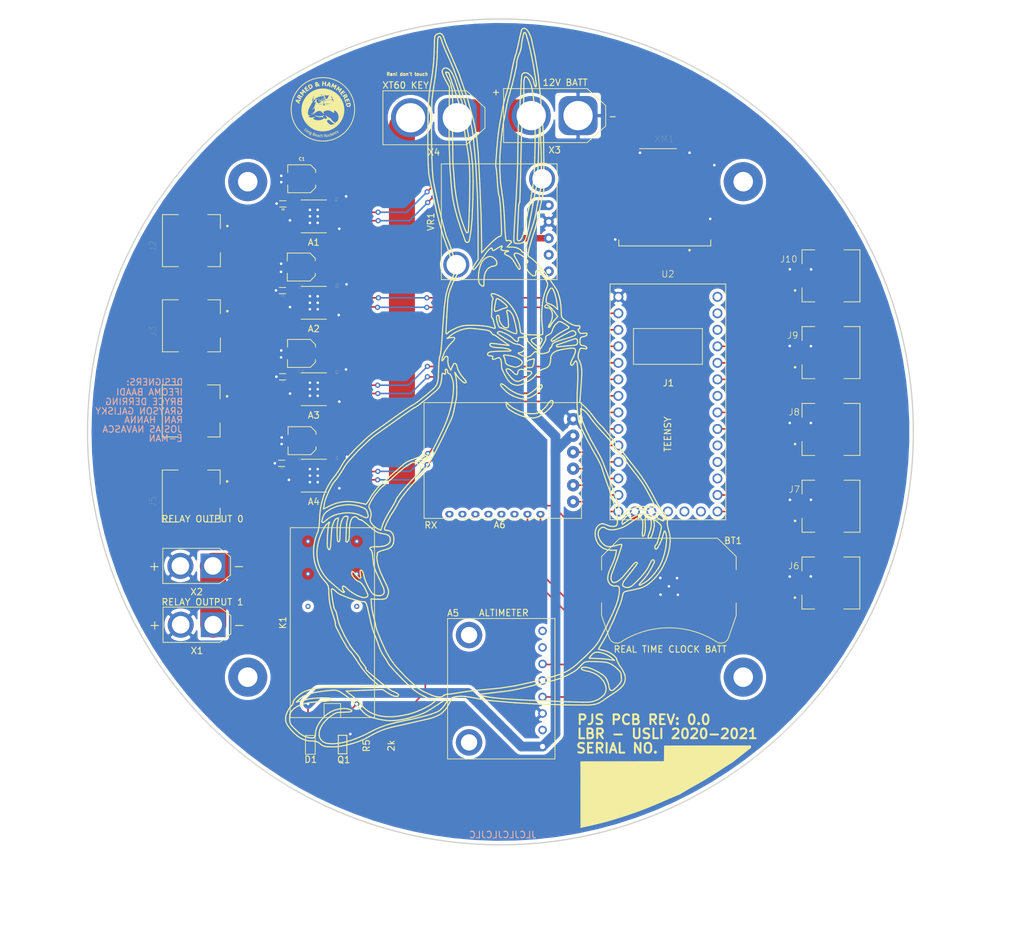
<source format=kicad_pcb>
(kicad_pcb (version 20171130) (host pcbnew "(5.1.9)-1")
  (layers (0 F.Cu signal) (31 B.Cu signal) (34 B.Paste user) (35 F.Paste user hide) (36 B.SilkS user) (37 F.SilkS user) (38 B.Mask user hide) (39 F.Mask user) (44 Edge.Cuts user))
  (net 0 "")
  (net 1 /UAS_DriverOUT1)
  (net 2 +12V)
  (net 3 GND)
  (net 4 /UAS_DriverIN2)
  (net 5 "Net-(A1-Pad4)")
  (net 6 /UAS_DriverIN1)
  (net 7 /UAS_DriverOUT2)
  (net 8 /Link_DriverOUT2)
  (net 9 /Link_DriverIN1)
  (net 10 "Net-(A2-Pad4)")
  (net 11 /Link_DriverIN2)
  (net 12 /Link_DriverOUT1)
  (net 13 /LockA_DriverOUT1)
  (net 14 /LockA_DriverIN2)
  (net 15 "Net-(A3-Pad4)")
  (net 16 /LockA_DriverIN1)
  (net 17 /LockA_DriverOUT2)
  (net 18 /LockB_DriverOUT2)
  (net 19 /LockB_DriverIN1)
  (net 20 "Net-(A4-Pad4)")
  (net 21 /LockB_DriverIN2)
  (net 22 /LockB_DriverOUT1)
  (net 23 "Net-(A5-Pad7)")
  (net 24 "Net-(A5-Pad8)")
  (net 25 /Alt_SDI)
  (net 26 +5V)
  (net 27 /Alt_SCK)
  (net 28 "Net-(A5-Pad2)")
  (net 29 "Net-(A5-Pad5)")
  (net 30 /RF_CH1)
  (net 31 /RF_CH3)
  (net 32 /RF_CH2)
  (net 33 /RF_CH4)
  (net 34 /3.3V_Coin)
  (net 35 "Net-(D1-Pad2)")
  (net 36 /S1_Link)
  (net 37 /S2_Door)
  (net 38 /S3_UAS)
  (net 39 "Net-(K1-Pad7)")
  (net 40 "Net-(K1-Pad2)")
  (net 41 "Net-(Q1-Pad1)")
  (net 42 /Relay_Signal)
  (net 43 "Net-(U2-Pad17)")
  (net 44 "Net-(U2-Pad20)")
  (net 45 "Net-(VR1-Pad1)")
  (net 46 "Net-(VR1-Pad2)")
  (net 47 /Door_RelayOut1)
  (net 48 "Net-(U2-Pad16)")
  (net 49 "Net-(U2-Pad15)")
  (net 50 /RF_CH6)
  (net 51 /RF_CH5)
  (net 52 "Net-(J1-Pad8)")
  (net 53 "Net-(J1-Pad7)")
  (net 54 "Net-(J1-Pad6)")
  (net 55 "Net-(J1-Pad5)")
  (net 56 "Net-(J1-Pad3)")
  (net 57 "Net-(J1-Pad4)")
  (net 58 "Net-(J1-Pad1)")
  (net 59 "Net-(J1-Pad2)")
  (net 60 "Net-(X3-Pad2)")
  (net 61 "Net-(D1-Pad1)")
  (module PJS:D24V22F5_VoltageRegulator (layer F.Cu) (at 130.7465 66.484499 90)
    (fp_text reference VR1 (at 0 -10.5 90) (layer F.SilkS))
    (fp_text value D24V22F5_VoltageRegulator)
    (pad "" thru_hole circle (at -6.6 -6.6 90) (size 4 4) (drill 3) (layers *.Cu *.Mask))
    (pad "" thru_hole circle (at 6.6 6.6 90) (size 4 4) (drill 3) (layers *.Cu *.Mask))
    (pad 5 thru_hole circle (at 2.54 7.62 90) (size 1.524 1.524) (drill 0.762) (layers *.Cu *.Mask) (net 26 +5V))
    (pad 4 thru_hole circle (at 0 7.62 90) (size 1.524 1.524) (drill 0.762) (layers *.Cu *.Mask) (net 3 GND))
    (pad 3 thru_hole circle (at -2.54 7.62 90) (size 1.524 1.524) (drill 0.762) (layers *.Cu *.Mask) (net 2 +12V))
    (pad 2 thru_hole circle (at -5.08 7.62 90) (size 1.524 1.524) (drill 0.762) (layers *.Cu *.Mask) (net 46 "Net-(VR1-Pad2)"))
    (pad 1 thru_hole circle (at -7.63 7.63 90) (size 1.524 1.524) (drill 0.762) (layers *.Cu *.Mask) (net 45 "Net-(VR1-Pad1)"))
  )
  (module PJS:BMP388_Altimeter (layer F.Cu) (at 131.064 138.302999 90)
    (fp_text reference A5 (at 11.638 -7.409 180) (layer F.SilkS))
    (fp_text value BMP388_Altimeter)
    (pad 3 thru_hole circle (at -3.81 6.35 90) (size 1.308 1.308) (drill 0.8) (layers *.Cu *.Mask) (net 3 GND))
    (pad 5 thru_hole circle (at 1.27 6.35 90) (size 1.308 1.308) (drill 0.8) (layers *.Cu *.Mask) (net 29 "Net-(A5-Pad5)"))
    (pad 2 thru_hole circle (at -6.35 6.35 90) (size 1.308 1.308) (drill 0.8) (layers *.Cu *.Mask) (net 28 "Net-(A5-Pad2)"))
    (pad " " thru_hole circle (at 8.255 -4.953 90) (size 4.064 4.064) (drill 2.5) (layers *.Cu *.Mask))
    (pad 4 thru_hole circle (at -1.27 6.35 90) (size 1.308 1.308) (drill 0.8) (layers *.Cu *.Mask) (net 27 /Alt_SCK))
    (pad 1 thru_hole circle (at -8.89 6.35 90) (size 1.308 1.308) (drill 0.8) (layers *.Cu *.Mask) (net 26 +5V))
    (pad 6 thru_hole circle (at 3.81 6.35 90) (size 1.308 1.308) (drill 0.8) (layers *.Cu *.Mask) (net 25 /Alt_SDI))
    (pad 8 thru_hole circle (at 8.89 6.35 90) (size 1.308 1.308) (drill 0.8) (layers *.Cu *.Mask) (net 24 "Net-(A5-Pad8)"))
    (pad 7 thru_hole circle (at 6.35 6.35 90) (size 1.308 1.308) (drill 0.8) (layers *.Cu *.Mask) (net 23 "Net-(A5-Pad7)"))
    (pad " " thru_hole circle (at -8.255 -4.953 90) (size 4.064 4.064) (drill 2.5) (layers *.Cu *.Mask))
  )
  (module PJS:1SS351-TB-E_Diode (layer F.Cu) (at 101.7016 146.938999 90)
    (fp_text reference D1 (at -2.246 0.0634) (layer F.SilkS))
    (fp_text value D_Schottky)
    (pad 2 smd rect (at 0.95 1.2 90) (size 0.8 1) (layers F.Cu F.Paste F.Mask) (net 35 "Net-(D1-Pad2)"))
    (pad 1 smd rect (at -0.95 1.2 90) (size 0.8 1) (layers F.Cu F.Paste F.Mask) (net 61 "Net-(D1-Pad1)"))
    (pad 3 smd rect (at 0 -1.2 90) (size 0.8 1) (layers F.Cu F.Paste F.Mask) (net 26 +5V))
  )
  (module PJS:MicroSD_Slot (layer F.Cu) (at 156.21 61.975999 180)
    (fp_text reference XM1 (at 0.085 8.201 180) (layer F.SilkS) (effects (font (size 1.001622 1.001622) (thickness 0.015))))
    (fp_text value MicroSD_Slot)
    (pad 9 smd rect (at 4.94 6.4 180) (size 1.5 1.15) (layers F.Cu F.Paste F.Mask) (net 3 GND))
    (pad 9 smd rect (at -2.84 6.4 180) (size 1.5 1.15) (layers F.Cu F.Paste F.Mask) (net 3 GND))
    (pad 9 smd rect (at -7.145 5.605 180) (size 1.15 2.2) (layers F.Cu F.Paste F.Mask) (net 3 GND))
    (pad "" smd rect (at 6.74 5.275 180) (size 1.16 1.2) (layers F.Cu F.Paste F.Mask))
    (pad "" smd rect (at 6.74 -3.725 180) (size 1.16 1.25) (layers F.Cu F.Paste F.Mask))
    (pad 9 smd rect (at 7.145 -5.875 180) (size 1.15 2.2) (layers F.Cu F.Paste F.Mask) (net 3 GND))
    (pad 9 smd rect (at -7.245 -5.725 180) (size 0.95 2.5) (layers F.Cu F.Paste F.Mask) (net 3 GND))
    (pad 8 smd rect (at 4.8 -6.355 180) (size 0.8 1.24) (layers F.Cu F.Paste F.Mask) (net 52 "Net-(J1-Pad8)"))
    (pad 7 smd rect (at 3.7 -6.355 180) (size 0.8 1.24) (layers F.Cu F.Paste F.Mask) (net 53 "Net-(J1-Pad7)"))
    (pad 6 smd rect (at 2.6 -6.355 180) (size 0.8 1.24) (layers F.Cu F.Paste F.Mask) (net 54 "Net-(J1-Pad6)"))
    (pad 5 smd rect (at 1.5 -6.355 180) (size 0.8 1.24) (layers F.Cu F.Paste F.Mask) (net 55 "Net-(J1-Pad5)"))
    (pad 4 smd rect (at 0.4 -6.355 180) (size 0.8 1.24) (layers F.Cu F.Paste F.Mask) (net 57 "Net-(J1-Pad4)"))
    (pad 3 smd rect (at -0.7 -6.355 180) (size 0.8 1.24) (layers F.Cu F.Paste F.Mask) (net 56 "Net-(J1-Pad3)"))
    (pad 2 smd rect (at -1.8 -6.355 180) (size 0.8 1.24) (layers F.Cu F.Paste F.Mask) (net 59 "Net-(J1-Pad2)"))
    (pad 1 smd rect (at -2.9 -6.355 180) (size 0.8 1.24) (layers F.Cu F.Paste F.Mask) (net 58 "Net-(J1-Pad1)"))
  )
  (module PJS:G2R-2-DC5_Relay (layer F.Cu) (at 105.0925 128.142999 90)
    (fp_text reference K1 (at 0 -7.62 90) (layer F.SilkS))
    (fp_text value G2R-2-DC5_Relay)
    (pad 5 thru_hole circle (at 12.5 -3.75 90) (size 0.8 0.8) (drill 0.4) (layers *.Cu *.Mask) (net 47 /Door_RelayOut1))
    (pad 3 thru_hole circle (at 7.5 -3.75 90) (size 0.8 0.8) (drill 0.4) (layers *.Cu *.Mask) (net 2 +12V))
    (pad 2 thru_hole circle (at 2.5 -3.75 90) (size 0.8 0.8) (drill 0.4) (layers *.Cu *.Mask) (net 40 "Net-(K1-Pad2)"))
    (pad 1 thru_hole circle (at -12.5 -3.75 90) (size 0.8 0.8) (drill 0.4) (layers *.Cu *.Mask) (net 26 +5V))
    (pad 5 thru_hole circle (at 12.5 3.75 90) (size 0.8 0.8) (drill 0.4) (layers *.Cu *.Mask) (net 47 /Door_RelayOut1))
    (pad 6 thru_hole circle (at 7.5 3.75 90) (size 0.8 0.8) (drill 0.4) (layers *.Cu *.Mask) (net 2 +12V))
    (pad 7 thru_hole circle (at 2.5 3.75 90) (size 0.8 0.8) (drill 0.4) (layers *.Cu *.Mask) (net 39 "Net-(K1-Pad7)"))
    (pad 8 thru_hole circle (at -12.5 3.75 90) (size 0.8 0.8) (drill 0.4) (layers *.Cu *.Mask) (net 61 "Net-(D1-Pad1)"))
  )
  (module Connector_AMASS:AMASS_XT60-M_1x02_P7.20mm_Vertical (layer F.Cu) (at 142.875 50.164999 180)
    (fp_text reference X3 (at 3.6 -5.3 180) (layer F.SilkS))
    (fp_text value XT60-F_BatteryConnector)
    (pad "" thru_hole roundrect (at 0 0 180) (size 6 6) (drill 4.5) (layers *.Cu *.Mask) (net 3 GND))
    (pad 2 thru_hole circle (at 7.2 0 180) (size 6 6) (drill 4.5) (layers *.Cu *.Mask) (net 60 "Net-(X3-Pad2)"))
  )
  (module PJS:EEE-1CA470SP_Capacitor (layer F.Cu) (at 100.342 86.733999 180)
    (fp_text reference C3 (at 0.124273 -2.861127) (layer F.SilkS) (effects (font (size 0.481065 0.481065) (thickness 0.015))))
    (fp_text value 47uF)
    (pad 2 smd rect (at 1.65 0 180) (size 2.42 1.58) (layers F.Cu F.Paste F.Mask) (net 3 GND))
    (pad 1 smd rect (at -1.65 0 180) (size 2.42 1.58) (layers F.Cu F.Paste F.Mask) (net 2 +12V))
  )
  (module PJS:DRV8871_MotorDriver (layer F.Cu) (at 102.235 65.658999 180)
    (fp_text reference A1 (at 0 -4) (layer F.SilkS))
    (fp_text value DRV8871_MotorDriver)
    (pad 6 smd rect (at 2.875 0.635 180) (size 1.55 0.6) (layers F.Cu F.Paste) (net 1 /UAS_DriverOUT1))
    (pad 5 smd rect (at 2.875 1.905 180) (size 1.55 0.5) (layers F.Cu F.Paste) (net 2 +12V))
    (pad 1 smd rect (at -2.875 -1.905 180) (size 1.55 0.5) (layers F.Cu F.Paste) (net 3 GND))
    (pad 7 smd rect (at 2.875 -0.635 180) (size 1.55 0.6) (layers F.Cu F.Paste) (net 3 GND))
    (pad 2 smd rect (at -2.875 -0.635 180) (size 1.55 0.5) (layers F.Cu F.Paste) (net 4 /UAS_DriverIN2))
    (pad 4 smd rect (at -2.875 1.905 180) (size 1.55 0.5) (layers F.Cu F.Paste) (net 5 "Net-(A1-Pad4)"))
    (pad 3 smd rect (at -2.875 0.635 180) (size 1.55 0.5) (layers F.Cu F.Paste) (net 6 /UAS_DriverIN1))
    (pad 8 smd rect (at 2.875 -1.905 180) (size 1.55 0.6) (layers F.Cu F.Paste) (net 7 /UAS_DriverOUT2))
    (pad 1 smd rect (at 0 0 180) (size 2.4 3.1) (layers F.Cu F.Paste F.Mask) (net 3 GND))
  )
  (module PJS:DRV8871_MotorDriver (layer F.Cu) (at 102.235 78.951665 180)
    (fp_text reference A2 (at 0 -4) (layer F.SilkS))
    (fp_text value DRV8871_MotorDriver)
    (pad 6 smd rect (at 2.875 0.635 180) (size 1.55 0.6) (layers F.Cu F.Paste) (net 12 /Link_DriverOUT1))
    (pad 5 smd rect (at 2.875 1.905 180) (size 1.55 0.5) (layers F.Cu F.Paste) (net 2 +12V))
    (pad 1 smd rect (at -2.875 -1.905 180) (size 1.55 0.5) (layers F.Cu F.Paste) (net 3 GND))
    (pad 7 smd rect (at 2.875 -0.635 180) (size 1.55 0.6) (layers F.Cu F.Paste) (net 3 GND))
    (pad 2 smd rect (at -2.875 -0.635 180) (size 1.55 0.5) (layers F.Cu F.Paste) (net 11 /Link_DriverIN2))
    (pad 4 smd rect (at -2.875 1.905 180) (size 1.55 0.5) (layers F.Cu F.Paste) (net 10 "Net-(A2-Pad4)"))
    (pad 3 smd rect (at -2.875 0.635 180) (size 1.55 0.5) (layers F.Cu F.Paste) (net 9 /Link_DriverIN1))
    (pad 8 smd rect (at 2.875 -1.905 180) (size 1.55 0.6) (layers F.Cu F.Paste) (net 8 /Link_DriverOUT2))
    (pad 1 smd rect (at 0 0 180) (size 2.4 3.1) (layers F.Cu F.Paste F.Mask) (net 3 GND))
  )
  (module PJS:DRV8871_MotorDriver (layer F.Cu) (at 102.235 92.244331 180)
    (fp_text reference A3 (at 0 -4) (layer F.SilkS))
    (fp_text value DRV8871_MotorDriver)
    (pad 6 smd rect (at 2.875 0.635 180) (size 1.55 0.6) (layers F.Cu F.Paste) (net 13 /LockA_DriverOUT1))
    (pad 5 smd rect (at 2.875 1.905 180) (size 1.55 0.5) (layers F.Cu F.Paste) (net 2 +12V))
    (pad 1 smd rect (at -2.875 -1.905 180) (size 1.55 0.5) (layers F.Cu F.Paste) (net 3 GND))
    (pad 7 smd rect (at 2.875 -0.635 180) (size 1.55 0.6) (layers F.Cu F.Paste) (net 3 GND))
    (pad 2 smd rect (at -2.875 -0.635 180) (size 1.55 0.5) (layers F.Cu F.Paste) (net 14 /LockA_DriverIN2))
    (pad 4 smd rect (at -2.875 1.905 180) (size 1.55 0.5) (layers F.Cu F.Paste) (net 15 "Net-(A3-Pad4)"))
    (pad 3 smd rect (at -2.875 0.635 180) (size 1.55 0.5) (layers F.Cu F.Paste) (net 16 /LockA_DriverIN1))
    (pad 8 smd rect (at 2.875 -1.905 180) (size 1.55 0.6) (layers F.Cu F.Paste) (net 17 /LockA_DriverOUT2))
    (pad 1 smd rect (at 0 0 180) (size 2.4 3.1) (layers F.Cu F.Paste F.Mask) (net 3 GND))
  )
  (module PJS:DRV8871_MotorDriver (layer F.Cu) (at 102.235 105.536999 180)
    (fp_text reference A4 (at 0 -4) (layer F.SilkS))
    (fp_text value DRV8871_MotorDriver)
    (pad 6 smd rect (at 2.875 0.635 180) (size 1.55 0.6) (layers F.Cu F.Paste) (net 22 /LockB_DriverOUT1))
    (pad 5 smd rect (at 2.875 1.905 180) (size 1.55 0.5) (layers F.Cu F.Paste) (net 2 +12V))
    (pad 1 smd rect (at -2.875 -1.905 180) (size 1.55 0.5) (layers F.Cu F.Paste) (net 3 GND))
    (pad 7 smd rect (at 2.875 -0.635 180) (size 1.55 0.6) (layers F.Cu F.Paste) (net 3 GND))
    (pad 2 smd rect (at -2.875 -0.635 180) (size 1.55 0.5) (layers F.Cu F.Paste) (net 21 /LockB_DriverIN2))
    (pad 4 smd rect (at -2.875 1.905 180) (size 1.55 0.5) (layers F.Cu F.Paste) (net 20 "Net-(A4-Pad4)"))
    (pad 3 smd rect (at -2.875 0.635 180) (size 1.55 0.5) (layers F.Cu F.Paste) (net 19 /LockB_DriverIN1))
    (pad 8 smd rect (at 2.875 -1.905 180) (size 1.55 0.6) (layers F.Cu F.Paste) (net 18 /LockB_DriverOUT2))
    (pad 1 smd rect (at 0 0 180) (size 2.4 3.1) (layers F.Cu F.Paste F.Mask) (net 3 GND))
  )
  (module PJS:TBS_Crossfire_RF_Receiver (layer F.Cu) (at 131.2926 103.504999 180)
    (fp_text reference A6 (at 0.4776 -9.6) (layer F.SilkS))
    (fp_text value TBS_Crossfire_RF_Receiver)
    (pad 13 thru_hole oval (at 6.2 -7.95 180) (size 1.27 1) (drill 0.55) (layers *.Cu *.Mask))
    (pad 11 thru_hole oval (at 2.2 -7.95 180) (size 1.27 1) (drill 0.55) (layers *.Cu *.Mask))
    (pad 1 thru_hole circle (at -10.83 6.66 180) (size 1.9 1.9) (drill 0.8) (layers *.Cu *.Mask) (net 3 GND))
    (pad 4 thru_hole circle (at -10.83 -0.96 180) (size 1.9 1.9) (drill 0.8) (layers *.Cu *.Mask) (net 32 /RF_CH2))
    (pad 8 thru_hole oval (at -3.8 -7.95 180) (size 1.27 1) (drill 0.55) (layers *.Cu *.Mask) (net 50 /RF_CH6))
    (pad 7 thru_hole oval (at -5.8 -7.95 180) (size 1.27 1) (drill 0.55) (layers *.Cu *.Mask) (net 51 /RF_CH5))
    (pad 9 thru_hole oval (at -1.8 -7.95 180) (size 1.27 1) (drill 0.55) (layers *.Cu *.Mask))
    (pad 5 thru_hole circle (at -10.83 -3.5 180) (size 1.9 1.9) (drill 0.8) (layers *.Cu *.Mask) (net 31 /RF_CH3))
    (pad 2 thru_hole circle (at -10.83 4.12 180) (size 1.9 1.9) (drill 0.8) (layers *.Cu *.Mask) (net 26 +5V))
    (pad 3 thru_hole circle (at -10.83 1.58 180) (size 1.9 1.9) (drill 0.8) (layers *.Cu *.Mask) (net 30 /RF_CH1))
    (pad 6 thru_hole circle (at -10.83 -6.04 180) (size 1.9 1.9) (drill 0.8) (layers *.Cu *.Mask) (net 33 /RF_CH4))
    (pad 14 thru_hole oval (at 8.2 -7.95 180) (size 1.27 1) (drill 0.55) (layers *.Cu *.Mask))
    (pad 12 thru_hole oval (at 4.2 -7.95 180) (size 1.27 1) (drill 0.55) (layers *.Cu *.Mask))
    (pad 10 thru_hole oval (at 0.2 -7.95 180) (size 1.27 1) (drill 0.55) (layers *.Cu *.Mask))
  )
  (module PJS:PayloadLogo (layer F.Cu) (at 103.632 49.225199)
    (fp_text reference G*** hide)
    (fp_text value LOGO hide)
  )
  (module Connector_AMASS:AMASS_XT30U-F_1x02_P5.0mm_Vertical (layer F.Cu) (at 86.715 119.414999 180)
    (fp_text reference X2 (at 2.5 -4) (layer F.SilkS))
    (fp_text value XT30-F_MotorConnector)
    (fp_text user - (at -4 0) (layer F.SilkS) (effects (font (size 1.5 1.5))))
    (fp_text user + (at 9 0) (layer F.SilkS) (effects (font (size 1.5 1.5))))
    (pad 2 thru_hole circle (at 5 0 180) (size 4 4) (drill 2.7) (layers *.Cu *.Mask) (net 3 GND))
    (pad 1 thru_hole rect (at 0 0 180) (size 3.8 3.8) (drill 2.7) (layers *.Cu *.Mask) (net 47 /Door_RelayOut1))
  )
  (module Connector_AMASS:AMASS_XT30U-F_1x02_P5.0mm_Vertical (layer F.Cu) (at 86.765 128.464999 180)
    (fp_text reference X1 (at 2.5 -4) (layer F.SilkS))
    (fp_text value XT30-F_MotorConnector)
    (fp_text user - (at -4 0) (layer F.SilkS) (effects (font (size 1.5 1.5))))
    (fp_text user + (at 9 0) (layer F.SilkS) (effects (font (size 1.5 1.5))))
    (pad 2 thru_hole circle (at 5 0 180) (size 4 4) (drill 2.7) (layers *.Cu *.Mask) (net 3 GND))
    (pad 1 thru_hole rect (at 0 0 180) (size 3.8 3.8) (drill 2.7) (layers *.Cu *.Mask) (net 47 /Door_RelayOut1))
  )
  (module Connector_AMASS:AMASS_XT60-M_1x02_P7.20mm_Vertical (layer F.Cu) (at 124.3076 50.495199 180)
    (fp_text reference X4 (at 3.6 -5.3 180) (layer F.SilkS))
    (fp_text value XT60-F_BatteryConnector)
    (pad 1 thru_hole roundrect (at 0 0 180) (size 6 6) (drill 4.5) (layers *.Cu *.Mask) (net 60 "Net-(X3-Pad2)"))
    (pad 2 thru_hole circle (at 7.2 0 180) (size 6 6) (drill 4.5) (layers *.Cu *.Mask) (net 2 +12V))
  )
  (module PJS:ERA-6AEB202V (layer F.Cu) (at 112.2426 147.065999 90)
    (fp_text reference R5 (at 0 -1.905 90) (layer F.SilkS))
    (fp_text value 2k (at 0 1.905 90) (layer F.SilkS))
    (pad 1 smd rect (at -0.852799 0 90) (size 1.005599 1.199998) (layers F.Cu F.Paste F.Mask) (net 41 "Net-(Q1-Pad1)"))
    (pad 2 smd rect (at 0.852799 0 90) (size 1.005599 1.199998) (layers F.Cu F.Paste F.Mask) (net 42 /Relay_Signal))
  )
  (module PJS:36-3034-ND_CoinCellHolder (layer F.Cu) (at 156.845 122.554999 180)
    (fp_text reference BT1 (at -9.87 7.02) (layer F.SilkS))
    (fp_text value 36-3034-ND_CoinCellHolder)
    (pad 1 smd rect (at -10.985 0 180) (size 1.27 5.08) (layers F.Cu F.Paste F.Mask) (net 34 /3.3V_Coin))
    (pad 1 smd rect (at 10.985 0 180) (size 1.27 5.08) (layers F.Cu F.Paste F.Mask) (net 34 /3.3V_Coin))
    (pad 2 smd rect (at 0 0 180) (size 3.96 3.96) (layers F.Cu F.Paste F.Mask) (net 3 GND))
  )
  (module PJS:Teensy4.0 (layer F.Cu) (at 156.6926 94.538799)
    (fp_text reference U2 (at 0 -20) (layer F.SilkS) (effects (font (thickness 0.1))))
    (fp_text value Teensy4.0)
    (pad ONOFF thru_hole circle (at 5.08 16.51) (size 1.53 1.53) (drill 1.02) (layers *.Cu *.Mask))
    (pad PGM thru_hole circle (at 2.54 16.51) (size 1.53 1.53) (drill 1.02) (layers *.Cu *.Mask))
    (pad G2 thru_hole circle (at 0 16.51) (size 1.53 1.53) (drill 1.02) (layers *.Cu *.Mask))
    (pad 3.3V_1 thru_hole circle (at -2.54 16.51) (size 1.53 1.53) (drill 1.02) (layers *.Cu *.Mask))
    (pad VBAT thru_hole circle (at -5.08 16.51) (size 1.53 1.53) (drill 1.02) (layers *.Cu *.Mask) (net 34 /3.3V_Coin))
    (pad VIN thru_hole circle (at 7.62 -16.51) (size 1.53 1.53) (drill 1.02) (layers *.Cu *.Mask))
    (pad G3 thru_hole circle (at 7.62 -13.97) (size 1.53 1.53) (drill 1.02) (layers *.Cu *.Mask))
    (pad 3.3V_2 thru_hole circle (at 7.62 -11.43) (size 1.53 1.53) (drill 1.02) (layers *.Cu *.Mask))
    (pad 23 thru_hole circle (at 7.62 -8.89) (size 1.53 1.53) (drill 1.02) (layers *.Cu *.Mask) (net 38 /S3_UAS))
    (pad 22 thru_hole circle (at 7.62 -6.35) (size 1.53 1.53) (drill 1.02) (layers *.Cu *.Mask) (net 37 /S2_Door))
    (pad 21 thru_hole circle (at 7.62 -3.81) (size 1.53 1.53) (drill 1.02) (layers *.Cu *.Mask) (net 36 /S1_Link))
    (pad 20 thru_hole circle (at 7.62 -1.27) (size 1.53 1.53) (drill 1.02) (layers *.Cu *.Mask) (net 44 "Net-(U2-Pad20)"))
    (pad 19 thru_hole circle (at 7.62 1.27) (size 1.53 1.53) (drill 1.02) (layers *.Cu *.Mask) (net 27 /Alt_SCK))
    (pad 18 thru_hole circle (at 7.62 3.81) (size 1.53 1.53) (drill 1.02) (layers *.Cu *.Mask) (net 25 /Alt_SDI))
    (pad 17 thru_hole circle (at 7.62 6.35) (size 1.53 1.53) (drill 1.02) (layers *.Cu *.Mask) (net 43 "Net-(U2-Pad17)"))
    (pad 16 thru_hole circle (at 7.62 8.89) (size 1.53 1.53) (drill 1.02) (layers *.Cu *.Mask) (net 48 "Net-(U2-Pad16)"))
    (pad 15 thru_hole circle (at 7.62 11.43) (size 1.53 1.53) (drill 1.02) (layers *.Cu *.Mask) (net 49 "Net-(U2-Pad15)"))
    (pad 14 thru_hole circle (at 7.62 13.97) (size 1.53 1.53) (drill 1.02) (layers *.Cu *.Mask) (net 50 /RF_CH6))
    (pad 13 thru_hole circle (at 7.62 16.51) (size 1.53 1.53) (drill 1.02) (layers *.Cu *.Mask) (net 51 /RF_CH5))
    (pad G1 thru_hole circle (at -7.62 -16.51) (size 1.53 1.53) (drill 1.02) (layers *.Cu *.Mask) (net 3 GND))
    (pad 0 thru_hole circle (at -7.62 -13.97) (size 1.53 1.53) (drill 1.02) (layers *.Cu *.Mask) (net 6 /UAS_DriverIN1))
    (pad 1 thru_hole circle (at -7.62 -11.43) (size 1.53 1.53) (drill 1.02) (layers *.Cu *.Mask) (net 4 /UAS_DriverIN2))
    (pad 2 thru_hole circle (at -7.62 -8.89) (size 1.53 1.53) (drill 1.02) (layers *.Cu *.Mask) (net 9 /Link_DriverIN1))
    (pad 3 thru_hole circle (at -7.62 -6.35) (size 1.53 1.53) (drill 1.02) (layers *.Cu *.Mask) (net 11 /Link_DriverIN2))
    (pad 4 thru_hole circle (at -7.62 -3.81) (size 1.53 1.53) (drill 1.02) (layers *.Cu *.Mask) (net 16 /LockA_DriverIN1))
    (pad 5 thru_hole circle (at -7.62 -1.27) (size 1.53 1.53) (drill 1.02) (layers *.Cu *.Mask) (net 14 /LockA_DriverIN2))
    (pad 6 thru_hole circle (at -7.62 1.27) (size 1.53 1.53) (drill 1.02) (layers *.Cu *.Mask) (net 19 /LockB_DriverIN1))
    (pad 7 thru_hole circle (at -7.62 3.81) (size 1.53 1.53) (drill 1.02) (layers *.Cu *.Mask) (net 21 /LockB_DriverIN2))
    (pad 8 thru_hole circle (at -7.62 6.35) (size 1.53 1.53) (drill 1.02) (layers *.Cu *.Mask) (net 30 /RF_CH1))
    (pad 9 thru_hole circle (at -7.62 8.89) (size 1.53 1.53) (drill 1.02) (layers *.Cu *.Mask) (net 32 /RF_CH2))
    (pad 10 thru_hole circle (at -7.62 11.43) (size 1.53 1.53) (drill 1.02) (layers *.Cu *.Mask) (net 31 /RF_CH3))
    (pad 11 thru_hole circle (at -7.62 13.97) (size 1.53 1.53) (drill 1.02) (layers *.Cu *.Mask) (net 33 /RF_CH4))
    (pad 12 thru_hole circle (at -7.62 16.51) (size 1.53 1.53) (drill 1.02) (layers *.Cu *.Mask) (net 42 /Relay_Signal))
  )
  (module PJS:MMBT2222A_Transistor (layer F.Cu) (at 106.6546 146.888199 90)
    (fp_text reference Q1 (at -2.3468 0.1904) (layer F.SilkS))
    (fp_text value MMBT222A_Transistor)
    (pad 2 smd rect (at 0.95 1.1 90) (size 1 1.4) (layers F.Cu F.Paste F.Mask) (net 3 GND))
    (pad 1 smd rect (at -0.95 1.1 90) (size 1 1.4) (layers F.Cu F.Paste F.Mask) (net 41 "Net-(Q1-Pad1)"))
    (pad 3 smd rect (at 0 -1.1 90) (size 1 1.4) (layers F.Cu F.Paste F.Mask) (net 61 "Net-(D1-Pad1)"))
  )
  (module PJS:EEE-1CA470SP_Capacitor (layer F.Cu) (at 100.375 59.874999 180)
    (fp_text reference C1 (at -0.01 3.045) (layer F.SilkS) (effects (font (size 0.481065 0.481065) (thickness 0.1))))
    (fp_text value 47uF)
    (pad 2 smd rect (at 1.65 0 180) (size 2.42 1.58) (layers F.Cu F.Paste F.Mask) (net 3 GND))
    (pad 1 smd rect (at -1.65 0 180) (size 2.42 1.58) (layers F.Cu F.Paste F.Mask) (net 2 +12V))
  )
  (module PJS:EEE-1CA470SP_Capacitor (layer F.Cu) (at 100.307 73.458999 180)
    (fp_text reference C2 (at 0.097 -2.941 270) (layer F.SilkS) (effects (font (size 0.481065 0.481065) (thickness 0.015))))
    (fp_text value 47uF)
    (pad 1 smd rect (at -1.65 0 180) (size 2.42 1.58) (layers F.Cu F.Paste F.Mask) (net 2 +12V))
    (pad 2 smd rect (at 1.65 0 180) (size 2.42 1.58) (layers F.Cu F.Paste F.Mask) (net 3 GND))
  )
  (module PJS:EEE-1CA470SP_Capacitor (layer F.Cu) (at 100.427 100.158999 180)
    (fp_text reference C4 (at 0.124273 -2.861127) (layer F.SilkS) (effects (font (size 0.481065 0.481065) (thickness 0.015))))
    (fp_text value 47uF)
    (pad 1 smd rect (at -1.65 0 180) (size 2.42 1.58) (layers F.Cu F.Paste F.Mask) (net 2 +12V))
    (pad 2 smd rect (at 1.65 0 180) (size 2.42 1.58) (layers F.Cu F.Paste F.Mask) (net 3 GND))
  )
  (module PJS:CL05B104KO5NNNC_Capacitor (layer F.Cu) (at 97.478 63.740499 180)
    (fp_text reference C5 (at -0.022 -0.8495) (layer F.SilkS) (effects (font (size 0.241854 0.241854) (thickness 0.060464))))
    (fp_text value 0.1uF)
    (pad 1 smd rect (at -0.43 0 180) (size 0.54 0.6) (layers F.Cu F.Paste F.Mask) (net 2 +12V))
    (pad 2 smd rect (at 0.43 0 180) (size 0.54 0.6) (layers F.Cu F.Paste F.Mask) (net 3 GND))
  )
  (module PJS:CL05B104KO5NNNC_Capacitor (layer F.Cu) (at 97.411 77.073999 180)
    (fp_text reference C6 (at -0.038306 -0.758223) (layer F.SilkS) (effects (font (size 0.241854 0.241854) (thickness 0.015))))
    (fp_text value 0.1uF)
    (pad 2 smd rect (at 0.43 0 180) (size 0.54 0.6) (layers F.Cu F.Paste F.Mask) (net 3 GND))
    (pad 1 smd rect (at -0.43 0 180) (size 0.54 0.6) (layers F.Cu F.Paste F.Mask) (net 2 +12V))
  )
  (module PJS:CL05B104KO5NNNC_Capacitor (layer F.Cu) (at 97.436 90.333499 180)
    (fp_text reference C7 (at -0.038306 -0.758223) (layer F.SilkS) (effects (font (size 0.241854 0.241854) (thickness 0.015))))
    (fp_text value 0.1uF)
    (pad 2 smd rect (at 0.43 0 180) (size 0.54 0.6) (layers F.Cu F.Paste F.Mask) (net 3 GND))
    (pad 1 smd rect (at -0.43 0 180) (size 0.54 0.6) (layers F.Cu F.Paste F.Mask) (net 2 +12V))
  )
  (module PJS:CL05B104KO5NNNC_Capacitor (layer F.Cu) (at 97.281 103.638999 180)
    (fp_text reference C8 (at -0.038306 -0.758223) (layer F.SilkS) (effects (font (size 0.241854 0.241854) (thickness 0.015))))
    (fp_text value 0.1uF)
    (pad 1 smd rect (at -0.43 0 180) (size 0.54 0.6) (layers F.Cu F.Paste F.Mask) (net 2 +12V))
    (pad 2 smd rect (at 0.43 0 180) (size 0.54 0.6) (layers F.Cu F.Paste F.Mask) (net 3 GND))
  )
  (module PJS:HFW8R-1STE1H1LF_FFC (layer F.Cu) (at 156.6926 85.661499 180)
    (fp_text reference J1 (at -0.079 -5.6235) (layer F.SilkS))
    (fp_text value HFW8R-1STE1H1LF_FFC)
    (pad "" smd rect (at 4.5 -1.15 180) (size 0.7 4.199999) (layers F.Cu F.Paste F.Mask))
    (pad 8 smd rect (at 3.5 -3.25 180) (size 0.6 2) (layers F.Cu F.Paste F.Mask) (net 52 "Net-(J1-Pad8)"))
    (pad 7 smd rect (at 2.5 -3.25 180) (size 0.6 2) (layers F.Cu F.Paste F.Mask) (net 53 "Net-(J1-Pad7)"))
    (pad 6 smd rect (at 1.5 -3.25 180) (size 0.6 2) (layers F.Cu F.Paste F.Mask) (net 54 "Net-(J1-Pad6)"))
    (pad 5 smd rect (at 0.5 -3.25 180) (size 0.6 2) (layers F.Cu F.Paste F.Mask) (net 55 "Net-(J1-Pad5)"))
    (pad 3 smd rect (at -1.5 -3.25 180) (size 0.6 2) (layers F.Cu F.Paste F.Mask) (net 56 "Net-(J1-Pad3)"))
    (pad 4 smd rect (at -0.5 -3.25 180) (size 0.6 2) (layers F.Cu F.Paste F.Mask) (net 57 "Net-(J1-Pad4)"))
    (pad 1 smd rect (at -3.5 -3.25 180) (size 0.6 2) (layers F.Cu F.Paste F.Mask) (net 58 "Net-(J1-Pad1)"))
    (pad 2 smd rect (at -2.5 -3.25 180) (size 0.6 2) (layers F.Cu F.Paste F.Mask) (net 59 "Net-(J1-Pad2)"))
    (pad "" smd rect (at -4.5 -1.15 180) (size 0.7 4.199999) (layers F.Cu F.Paste F.Mask))
  )
  (module PJS:SM02B-PASS-TBT_Connector (layer F.Cu) (at 84.213 69.394999 90)
    (fp_text reference J2 (at -0.825 -6.735 90) (layer F.SilkS) (effects (font (thickness 0.015))))
    (fp_text value SM02B-PASS-TBT_Connector)
    (pad 1 smd rect (at 1 3.9 90) (size 1 2.7) (layers F.Cu F.Paste F.Mask) (net 1 /UAS_DriverOUT1))
    (pad 2 smd rect (at -1 3.9 90) (size 1 2.7) (layers F.Cu F.Paste F.Mask) (net 7 /UAS_DriverOUT2))
    (pad S2 smd rect (at -3.35 -0.55 90) (size 1.8 3.8) (layers F.Cu F.Paste F.Mask))
    (pad S1 smd rect (at 3.35 -0.55 90) (size 1.8 3.8) (layers F.Cu F.Paste F.Mask))
  )
  (module PJS:SM02B-PASS-TBT_Connector (layer F.Cu) (at 84.213 82.488332 90)
    (fp_text reference J3 (at -0.825 -6.735 90) (layer F.SilkS) (effects (font (thickness 0.015))))
    (fp_text value SM02B-PASS-TBT_Connector)
    (pad S1 smd rect (at 3.35 -0.55 90) (size 1.8 3.8) (layers F.Cu F.Paste F.Mask))
    (pad S2 smd rect (at -3.35 -0.55 90) (size 1.8 3.8) (layers F.Cu F.Paste F.Mask))
    (pad 2 smd rect (at -1 3.9 90) (size 1 2.7) (layers F.Cu F.Paste F.Mask) (net 8 /Link_DriverOUT2))
    (pad 1 smd rect (at 1 3.9 90) (size 1 2.7) (layers F.Cu F.Paste F.Mask) (net 12 /Link_DriverOUT1))
  )
  (module PJS:SM02B-PASS-TBT_Connector (layer F.Cu) (at 84.175 95.581665 90)
    (fp_text reference J4 (at -0.825 -6.735 90) (layer F.SilkS) (effects (font (thickness 0.015))))
    (fp_text value SM02B-PASS-TBT_Connector)
    (pad S1 smd rect (at 3.35 -0.55 90) (size 1.8 3.8) (layers F.Cu F.Paste F.Mask))
    (pad S2 smd rect (at -3.35 -0.55 90) (size 1.8 3.8) (layers F.Cu F.Paste F.Mask))
    (pad 2 smd rect (at -1 3.9 90) (size 1 2.7) (layers F.Cu F.Paste F.Mask) (net 17 /LockA_DriverOUT2))
    (pad 1 smd rect (at 1 3.9 90) (size 1 2.7) (layers F.Cu F.Paste F.Mask) (net 13 /LockA_DriverOUT1))
  )
  (module PJS:SM02B-PASS-TBT_Connector (layer F.Cu) (at 84.185 108.674999 90)
    (fp_text reference J5 (at -0.825 -6.735 90) (layer F.SilkS) (effects (font (thickness 0.015))))
    (fp_text value SM02B-PASS-TBT_Connector)
    (pad 1 smd rect (at 1 3.9 90) (size 1 2.7) (layers F.Cu F.Paste F.Mask) (net 22 /LockB_DriverOUT1))
    (pad 2 smd rect (at -1 3.9 90) (size 1 2.7) (layers F.Cu F.Paste F.Mask) (net 18 /LockB_DriverOUT2))
    (pad S2 smd rect (at -3.35 -0.55 90) (size 1.8 3.8) (layers F.Cu F.Paste F.Mask))
    (pad S1 smd rect (at 3.35 -0.55 90) (size 1.8 3.8) (layers F.Cu F.Paste F.Mask))
  )
  (module PJS:SM02B-PASS-TBT_Connector (layer F.Cu) (at 180.9496 122.046999 270)
    (fp_text reference J6 (at -2.632 4.8946 180) (layer F.SilkS) (effects (font (thickness 0.1))))
    (fp_text value SM02B-PASS-TBT_SwitchConnector)
    (pad S1 smd rect (at 3.35 -0.55 270) (size 1.8 3.8) (layers F.Cu F.Paste F.Mask))
    (pad S2 smd rect (at -3.35 -0.55 270) (size 1.8 3.8) (layers F.Cu F.Paste F.Mask))
    (pad 2 smd rect (at -1 3.9 270) (size 1 2.7) (layers F.Cu F.Paste F.Mask) (net 3 GND))
    (pad 1 smd rect (at 1 3.9 270) (size 1 2.7) (layers F.Cu F.Paste F.Mask) (net 36 /S1_Link))
  )
  (module PJS:SM02B-PASS-TBT_Connector (layer F.Cu) (at 180.975 110.235999 270)
    (fp_text reference J7 (at -2.591 4.83 180) (layer F.SilkS) (effects (font (thickness 0.1))))
    (fp_text value SM02B-PASS-TBT_SwitchConnector)
    (pad S1 smd rect (at 3.35 -0.55 270) (size 1.8 3.8) (layers F.Cu F.Paste F.Mask))
    (pad S2 smd rect (at -3.35 -0.55 270) (size 1.8 3.8) (layers F.Cu F.Paste F.Mask))
    (pad 2 smd rect (at -1 3.9 270) (size 1 2.7) (layers F.Cu F.Paste F.Mask) (net 3 GND))
    (pad 1 smd rect (at 1 3.9 270) (size 1 2.7) (layers F.Cu F.Paste F.Mask) (net 36 /S1_Link))
  )
  (module PJS:SM02B-PASS-TBT_Connector (layer F.Cu) (at 180.975 98.424999 270)
    (fp_text reference J8 (at -2.66 4.86 180) (layer F.SilkS) (effects (font (thickness 0.1))))
    (fp_text value SM02B-PASS-TBT_SwitchConnector)
    (pad 1 smd rect (at 1 3.9 270) (size 1 2.7) (layers F.Cu F.Paste F.Mask) (net 37 /S2_Door))
    (pad 2 smd rect (at -1 3.9 270) (size 1 2.7) (layers F.Cu F.Paste F.Mask) (net 3 GND))
    (pad S2 smd rect (at -3.35 -0.55 270) (size 1.8 3.8) (layers F.Cu F.Paste F.Mask))
    (pad S1 smd rect (at 3.35 -0.55 270) (size 1.8 3.8) (layers F.Cu F.Paste F.Mask))
  )
  (module PJS:SM02B-PASS-TBT_Connector (layer F.Cu) (at 180.975 86.613999 270)
    (fp_text reference J9 (at -2.649 5.09 180) (layer F.SilkS) (effects (font (thickness 0.1))))
    (fp_text value SM02B-PASS-TBT_SwitchConnector)
    (pad S1 smd rect (at 3.35 -0.55 270) (size 1.8 3.8) (layers F.Cu F.Paste F.Mask))
    (pad S2 smd rect (at -3.35 -0.55 270) (size 1.8 3.8) (layers F.Cu F.Paste F.Mask))
    (pad 2 smd rect (at -1 3.9 270) (size 1 2.7) (layers F.Cu F.Paste F.Mask) (net 3 GND))
    (pad 1 smd rect (at 1 3.9 270) (size 1 2.7) (layers F.Cu F.Paste F.Mask) (net 37 /S2_Door))
  )
  (module PJS:SM02B-PASS-TBT_Connector (layer F.Cu) (at 180.975 74.802999 270)
    (fp_text reference J10 (at -2.558 5.7 180) (layer F.SilkS) (effects (font (thickness 0.1))))
    (fp_text value SM02B-PASS-TBT_SwitchConnector)
    (pad 1 smd rect (at 1 3.9 270) (size 1 2.7) (layers F.Cu F.Paste F.Mask) (net 38 /S3_UAS))
    (pad 2 smd rect (at -1 3.9 270) (size 1 2.7) (layers F.Cu F.Paste F.Mask) (net 3 GND))
    (pad S2 smd rect (at -3.35 -0.55 270) (size 1.8 3.8) (layers F.Cu F.Paste F.Mask))
    (pad S1 smd rect (at 3.35 -0.55 270) (size 1.8 3.8) (layers F.Cu F.Paste F.Mask))
  )
  (module PJS:0402_Resistor (layer F.Cu) (at 106.6546 63.296799 90)
    (fp_text reference R1 (at 0.29 -0.9 90) (layer F.SilkS) (effects (font (size 0.393701 0.393701) (thickness 0.015))))
    (fp_text value 30k)
    (pad 1 smd rect (at -0.435 0 90) (size 0.56 0.64) (layers F.Cu F.Paste F.Mask) (net 5 "Net-(A1-Pad4)"))
    (pad 2 smd rect (at 0.435 0 90) (size 0.56 0.64) (layers F.Cu F.Paste F.Mask) (net 3 GND))
  )
  (module PJS:0402_Resistor (layer F.Cu) (at 106.7308 76.580999 90)
    (fp_text reference R2 (at 0.29 -0.9 90) (layer F.SilkS) (effects (font (size 0.393701 0.393701) (thickness 0.015))))
    (fp_text value 30k)
    (pad 2 smd rect (at 0.435 0 90) (size 0.56 0.64) (layers F.Cu F.Paste F.Mask) (net 3 GND))
    (pad 1 smd rect (at -0.435 0 90) (size 0.56 0.64) (layers F.Cu F.Paste F.Mask) (net 10 "Net-(A2-Pad4)"))
  )
  (module PJS:0402_Resistor (layer F.Cu) (at 106.7054 89.890599 90)
    (fp_text reference R3 (at 0.29 -0.9 90) (layer F.SilkS) (effects (font (size 0.393701 0.393701) (thickness 0.015))))
    (fp_text value 82k)
    (pad 1 smd rect (at -0.435 0 90) (size 0.56 0.64) (layers F.Cu F.Paste F.Mask) (net 15 "Net-(A3-Pad4)"))
    (pad 2 smd rect (at 0.435 0 90) (size 0.56 0.64) (layers F.Cu F.Paste F.Mask) (net 3 GND))
  )
  (module PJS:0402_Resistor (layer F.Cu) (at 106.7308 103.114499 90)
    (fp_text reference R4 (at 0.29 -0.9 90) (layer F.SilkS) (effects (font (size 0.393701 0.393701) (thickness 0.015))))
    (fp_text value 82k)
    (pad 2 smd rect (at 0.435 0 90) (size 0.56 0.64) (layers F.Cu F.Paste F.Mask) (net 3 GND))
    (pad 1 smd rect (at -0.435 0 90) (size 0.56 0.64) (layers F.Cu F.Paste F.Mask) (net 20 "Net-(A4-Pad4)"))
  )
  (gr_arc (start 105.360891 143.725431) (end 109.211721 140.360525) (angle -5.546065335) (layer F.SilkS) (width 0.18))
  (gr_text "Rani don't touch" (at 116.6114 43.789599) (layer F.SilkS) (effects (font (size 0.5 0.5) (thickness 0.125))))
  (gr_arc (start 131.550475 87.706081) (end 132.525185 86.266036) (angle -9.489858379) (layer F.SilkS) (width 0.18))
  (gr_arc (start 129.165611 86.859791) (end 128.952358 86.873626) (angle -61.98668943) (layer F.SilkS) (width 0.18))
  (gr_arc (start 129.81907 87.535904) (end 129.718635 87.574778) (angle -70.07508166) (layer F.SilkS) (width 0.18))
  (gr_arc (start 130.878775 89.363179) (end 131.274081 85.889323) (angle -5.743959428) (layer F.SilkS) (width 0.18))
  (gr_line (start 132.274422 85.518651) (end 131.509422 85.420096) (layer F.SilkS) (width 0.18))
  (gr_line (start 131.284422 86.389379) (end 130.668948 86.403873) (layer F.SilkS) (width 0.18))
  (gr_line (start 130.08489 86.433322) (end 129.592387 86.47171) (layer F.SilkS) (width 0.18))
  (gr_arc (start 129.467409 85.38842) (end 129.348495 85.276955) (angle -43.14798605) (layer F.SilkS) (width 0.18))
  (gr_line (start 130.08474 87.594962) (end 130.585766 87.401782) (layer F.SilkS) (width 0.18))
  (gr_line (start 132.261659 86.37427) (end 131.284422 86.389379) (layer F.SilkS) (width 0.18))
  (gr_arc (start 131.559827 87.685662) (end 132.274422 86.12504) (angle -9.394679943) (layer F.SilkS) (width 0.18))
  (gr_line (start 130.208127 85.83137) (end 130.924422 85.867201) (layer F.SilkS) (width 0.18))
  (gr_arc (start 124.911648 88.699086) (end 131.103653 88.65154) (angle -5.686699273) (layer F.SilkS) (width 0.18))
  (gr_arc (start 132.24082 85.319708) (end 132.261659 86.37427) (angle -13.81764305) (layer F.SilkS) (width 0.18))
  (gr_arc (start 130.671666 87.609296) (end 130.797636 87.423359) (angle -56.60418785) (layer F.SilkS) (width 0.18))
  (gr_arc (start 129.388773 86.365575) (end 129.077665 87.054557) (angle -24.30138793) (layer F.SilkS) (width 0.18))
  (gr_line (start 131.274081 85.889323) (end 131.655109 85.947304) (layer F.SilkS) (width 0.18))
  (gr_line (start 131.644422 85.073567) (end 132.274422 85.518651) (layer F.SilkS) (width 0.18))
  (gr_line (start 130.668948 86.403873) (end 130.08489 86.433322) (layer F.SilkS) (width 0.18))
  (gr_arc (start 129.803394 86.808459) (end 129.821391 87.643575) (angle -18.44848079) (layer F.SilkS) (width 0.18))
  (gr_arc (start 132.502462 86.299608) (end 132.51292 86.338775) (angle -130.9577464) (layer F.SilkS) (width 0.18))
  (gr_line (start 130.024422 85.229413) (end 129.672042 85.196003) (layer F.SilkS) (width 0.18))
  (gr_line (start 131.36829 84.875909) (end 131.644422 85.073567) (layer F.SilkS) (width 0.18))
  (gr_arc (start 129.57482 87.356066) (end 129.349422 86.514992) (angle -22.12532936) (layer F.SilkS) (width 0.18))
  (gr_line (start 131.164285 85.375677) (end 130.75764 85.323429) (layer F.SilkS) (width 0.18))
  (gr_line (start 130.355268 85.271794) (end 130.024422 85.229413) (layer F.SilkS) (width 0.18))
  (gr_line (start 131.655109 85.947304) (end 132.01009 86.029326) (layer F.SilkS) (width 0.18))
  (gr_arc (start 129.995222 84.769827) (end 129.407644 85.589429) (angle -19.17215637) (layer F.SilkS) (width 0.18))
  (gr_arc (start 129.72327 87.910006) (end 129.592387 86.47171) (angle -9.80259697) (layer F.SilkS) (width 0.18))
  (gr_arc (start 129.918712 87.497336) (end 129.718412 87.420474) (angle -42.15307732) (layer F.SilkS) (width 0.18))
  (gr_line (start 131.509422 85.420096) (end 131.164285 85.375677) (layer F.SilkS) (width 0.18))
  (gr_arc (start 129.579998 87.333045) (end 129.714073 87.185197) (angle -35.07147657) (layer F.SilkS) (width 0.18))
  (gr_arc (start 129.551749 85.38842) (end 129.304422 85.38842) (angle -54.36309186) (layer F.SilkS) (width 0.18))
  (gr_arc (start 130.541409 87.801561) (end 130.963434 87.626678) (angle -33.37429498) (layer F.SilkS) (width 0.18))
  (gr_arc (start 129.388771 88.861402) (end 129.604777 87.135001) (angle -7.131709265) (layer F.SilkS) (width 0.18))
  (gr_arc (start 129.197547 86.857719) (end 129.049243 86.661819) (angle -56.58457831) (layer F.SilkS) (width 0.18))
  (gr_line (start 131.686805 84.45954) (end 130.526356 83.701433) (layer F.SilkS) (width 0.18))
  (gr_line (start 129.990407 83.902116) (end 130.153022 83.991247) (layer F.SilkS) (width 0.18))
  (gr_line (start 128.276541 83.077815) (end 128.776324 83.148539) (layer F.SilkS) (width 0.18))
  (gr_arc (start 129.904251 83.751701) (end 129.830938 83.858862) (angle -34.37764291) (layer F.SilkS) (width 0.18))
  (gr_arc (start 135.574651 84.587514) (end 135.064422 84.587514) (angle -41.5586833) (layer F.SilkS) (width 0.18))
  (gr_line (start 132.909812 85.157467) (end 131.686805 84.45954) (layer F.SilkS) (width 0.18))
  (gr_arc (start 130.428273 83.304563) (end 129.709398 85.736936) (angle -11.48551264) (layer F.SilkS) (width 0.18))
  (gr_arc (start 133.987014 84.842997) (end 133.952499 84.252421) (angle -19.15713581) (layer F.SilkS) (width 0.18))
  (gr_arc (start 129.63904 87.267938) (end 129.750468 87.275676) (angle -51.76926396) (layer F.SilkS) (width 0.18))
  (gr_arc (start 130.611414 83.578365) (end 130.532763 83.451106) (angle -113.632276) (layer F.SilkS) (width 0.18))
  (gr_arc (start 134.833226 84.499997) (end 135.026964 84.41288) (angle -40.70866439) (layer F.SilkS) (width 0.18))
  (gr_line (start 130.341526 84.112007) (end 130.535953 84.255011) (layer F.SilkS) (width 0.18))
  (gr_arc (start 128.749755 84.286594) (end 129.374659 83.368747) (angle -14.26515778) (layer F.SilkS) (width 0.18))
  (gr_arc (start 133.284718 84.660262) (end 133.703627 84.762512) (angle -34.71053018) (layer F.SilkS) (width 0.18))
  (gr_arc (start 129.904251 84.072209) (end 129.990407 83.902116) (angle -26.8632954) (layer F.SilkS) (width 0.18))
  (gr_arc (start 129.472783 88.43917) (end 132.42705 84.08613) (angle -9.452794087) (layer F.SilkS) (width 0.18))
  (gr_line (start 134.325163 84.24154) (end 134.718696 84.254807) (layer F.SilkS) (width 0.18))
  (gr_arc (start 133.511115 84.468024) (end 133.287675 84.828688) (angle -38.36382826) (layer F.SilkS) (width 0.18))
  (gr_line (start 130.535953 84.255011) (end 130.764011 84.429742) (layer F.SilkS) (width 0.18))
  (gr_arc (start 134.680055 84.827286) (end 134.923268 84.3076) (angle -21.21813372) (layer F.SilkS) (width 0.18))
  (gr_arc (start 129.625263 85.951974) (end 129.672042 85.196003) (angle -15.99434118) (layer F.SilkS) (width 0.18))
  (gr_arc (start 130.297407 83.177029) (end 129.732528 83.779857) (angle -8.761067429) (layer F.SilkS) (width 0.18))
  (gr_arc (start 133.864492 84.437782) (end 133.683648 84.380206) (angle -38.65365629) (layer F.SilkS) (width 0.18))
  (gr_line (start 133.952499 84.252421) (end 134.325163 84.24154) (layer F.SilkS) (width 0.18))
  (gr_arc (start 133.590403 83.864524) (end 132.909812 85.157467) (angle -27.04999374) (layer F.SilkS) (width 0.18))
  (gr_arc (start 129.250614 87.240963) (end 129.718412 87.420474) (angle -17.02100611) (layer F.SilkS) (width 0.18))
  (gr_line (start 130.75764 85.323429) (end 130.355268 85.271794) (layer F.SilkS) (width 0.18))
  (gr_arc (start 130.685588 86.652131) (end 132.997645 84.585384) (angle -14.04301208) (layer F.SilkS) (width 0.18))
  (gr_arc (start 133.812265 84.421154) (end 133.760607 84.296453) (angle -49.83817933) (layer F.SilkS) (width 0.18))
  (gr_arc (start 130.804962 83.891533) (end 130.944265 83.392872) (angle -47.32540207) (layer F.SilkS) (width 0.18))
  (gr_arc (start 134.638596 84.587515) (end 135.064422 84.587514) (angle -24.21164427) (layer F.SilkS) (width 0.18))
  (gr_line (start 131.058934 84.649518) (end 131.36829 84.875909) (layer F.SilkS) (width 0.18))
  (gr_arc (start 129.509524 85.427896) (end 129.461929 85.212378) (angle -34.39870473) (layer F.SilkS) (width 0.18))
  (gr_arc (start 129.629994 88.097528) (end 131.672013 83.660045) (angle -9.10271831) (layer F.SilkS) (width 0.18))
  (gr_arc (start 129.586423 88.197297) (end 131.068468 88.038216) (angle -16.38201177) (layer F.SilkS) (width 0.18))
  (gr_arc (start 133.565651 85.856823) (end 133.726585 85.350461) (angle -16.91980573) (layer F.SilkS) (width 0.18))
  (gr_arc (start 130.706121 82.803904) (end 129.534839 83.535382) (angle -6.744744757) (layer F.SilkS) (width 0.18))
  (gr_line (start 130.153022 83.991247) (end 130.341526 84.112007) (layer F.SilkS) (width 0.18))
  (gr_line (start 130.764011 84.429742) (end 131.058934 84.649518) (layer F.SilkS) (width 0.18))
  (gr_arc (start 133.610582 85.280903) (end 134.093199 86.577332) (angle -8.072843419) (layer F.SilkS) (width 0.18))
  (gr_arc (start 133.724314 86.703921) (end 133.714077 86.665646) (angle -101.4333272) (layer F.SilkS) (width 0.18))
  (gr_arc (start 135.001317 86.195117) (end 134.662262 87.228417) (angle -23.6773349) (layer F.SilkS) (width 0.18))
  (gr_line (start 134.110483 86.99169) (end 133.762158 86.799083) (layer F.SilkS) (width 0.18))
  (gr_arc (start 133.852361 86.640336) (end 133.688828 86.721542) (angle -33.98610066) (layer F.SilkS) (width 0.18))
  (gr_arc (start 132.343307 88.260827) (end 134.563779 85.861173) (angle -5.235464983) (layer F.SilkS) (width 0.18))
  (gr_arc (start 133.985448 83.702386) (end 132.997645 84.585384) (angle -16.42715793) (layer F.SilkS) (width 0.18))
  (gr_arc (start 133.794986 85.77626) (end 133.92635 86.620884) (angle -11.5783256) (layer F.SilkS) (width 0.18))
  (gr_arc (start 129.058799 83.832674) (end 129.534839 83.535382) (angle -23.76621562) (layer F.SilkS) (width 0.18))
  (gr_arc (start 135.724652 83.990691) (end 134.110483 86.99169) (angle -10.10866566) (layer F.SilkS) (width 0.18))
  (gr_arc (start 134.028929 85.853403) (end 134.431235 86.394004) (angle -13.65390831) (layer F.SilkS) (width 0.18))
  (gr_arc (start 134.237902 88.624075) (end 133.92635 86.620884) (angle -6.134225168) (layer F.SilkS) (width 0.18))
  (gr_arc (start 134.484843 86.053324) (end 134.646034 86.125005) (angle -42.98276043) (layer F.SilkS) (width 0.18))
  (gr_arc (start 128.411271 85.217422) (end 129.129224 83.243065) (angle -9.976452007) (layer F.SilkS) (width 0.18))
  (gr_arc (start 133.036084 87.415687) (end 134.142994 85.538517) (angle -6.32751277) (layer F.SilkS) (width 0.18))
  (gr_arc (start 130.46838 82.994572) (end 129.628854 83.667882) (angle -8.131212106) (layer F.SilkS) (width 0.18))
  (gr_arc (start 133.631335 85.319136) (end 134.270476 86.49671) (angle -8.164630567) (layer F.SilkS) (width 0.18))
  (gr_arc (start 133.540513 84.722698) (end 133.559766 84.889494) (angle -69.69848677) (layer F.SilkS) (width 0.18))
  (gr_arc (start 134.021611 85.847328) (end 134.547478 86.28376) (angle -15.71584577) (layer F.SilkS) (width 0.18))
  (gr_arc (start 133.928433 80.648747) (end 133.005 83.63074) (angle -5.322508368) (layer F.SilkS) (width 0.18))
  (gr_line (start 133.245019 82.284869) (end 133.44639 83.310314) (layer F.SilkS) (width 0.18))
  (gr_arc (start 134.339712 86.103321) (end 134.651633 85.995866) (angle -28.21253316) (layer F.SilkS) (width 0.18))
  (gr_line (start 132.652632 83.501466) (end 132.254074 83.316233) (layer F.SilkS) (width 0.18))
  (gr_line (start 131.84702 83.119118) (end 131.467981 82.952731) (layer F.SilkS) (width 0.18))
  (gr_arc (start 132.943924 83.396148) (end 133.377539 83.664136) (angle -41.41143769) (layer F.SilkS) (width 0.18))
  (gr_arc (start 133.152626 87.156353) (end 133.929365 85.427958) (angle -6.567506614) (layer F.SilkS) (width 0.18))
  (gr_arc (start 133.178689 87.173843) (end 134.335549 85.668568) (angle -7.016997893) (layer F.SilkS) (width 0.18))
  (gr_arc (start 134.087183 80.136117) (end 132.652632 83.501466) (angle -5.880922795) (layer F.SilkS) (width 0.18))
  (gr_arc (start 132.614175 81.183121) (end 131.115283 82.306879) (angle -16.0830575) (layer F.SilkS) (width 0.18))
  (gr_arc (start 131.963636 82.585458) (end 132.046788 82.757205) (angle -48.45840697) (layer F.SilkS) (width 0.18))
  (gr_line (start 132.254074 83.316233) (end 131.84702 83.119118) (layer F.SilkS) (width 0.18))
  (gr_arc (start 131.010894 82.455015) (end 130.697194 82.602231) (angle -64.85983621) (layer F.SilkS) (width 0.18))
  (gr_arc (start 131.35153 82.413319) (end 132.147327 82.637117) (angle -17.88594839) (layer F.SilkS) (width 0.18))
  (gr_arc (start 132.831454 81.020217) (end 130.838571 81.813413) (angle -15.15666264) (layer F.SilkS) (width 0.18))
  (gr_line (start 131.467981 82.952731) (end 131.147653 82.826357) (layer F.SilkS) (width 0.18))
  (gr_arc (start 131.010894 83.19078) (end 131.147653 82.826357) (angle -20.56992152) (layer F.SilkS) (width 0.18))
  (gr_arc (start 131.853474 82.190514) (end 131.485263 82.678135) (angle -37.05707631) (layer F.SilkS) (width 0.18))
  (gr_arc (start 133.303515 83.618387) (end 133.285596 83.703542) (angle -70.16614819) (layer F.SilkS) (width 0.18))
  (gr_arc (start 134.311561 80.906056) (end 130.442445 81.891244) (angle -10.85446901) (layer F.SilkS) (width 0.18))
  (gr_arc (start 131.853473 82.357925) (end 131.853474 82.80154) (angle -25.83423657) (layer F.SilkS) (width 0.18))
  (gr_arc (start 126.936029 89.217743) (end 124.669849 82.617126) (angle -5.42489691) (layer F.SilkS) (width 0.18))
  (gr_arc (start 125.968892 87.165502) (end 125.820292 82.423262) (angle -7.558009965) (layer F.SilkS) (width 0.18))
  (gr_arc (start 122.489888 83.249829) (end 122.801059 83.645902) (angle -10.20610601) (layer F.SilkS) (width 0.18))
  (gr_arc (start 130.053956 82.295397) (end 129.897346 82.846588) (angle -18.60308153) (layer F.SilkS) (width 0.18))
  (gr_arc (start 122.5511 83.327742) (end 122.734844 83.688219) (angle -11.1455475) (layer F.SilkS) (width 0.18))
  (gr_line (start 127.510592 82.43547) (end 126.784422 82.411556) (layer F.SilkS) (width 0.18))
  (gr_line (start 123.30227 83.242511) (end 123.016416 83.414832) (layer F.SilkS) (width 0.18))
  (gr_arc (start 122.475438 83.236982) (end 122.866315 83.584499) (angle -9.921780402) (layer F.SilkS) (width 0.18))
  (gr_arc (start 125.726809 85.695696) (end 125.197836 82.484007) (angle -9.596015076) (layer F.SilkS) (width 0.18))
  (gr_line (start 129.897346 82.846588) (end 129.363551 82.689207) (layer F.SilkS) (width 0.18))
  (gr_line (start 130.064127 82.502914) (end 130.115946 82.653177) (layer F.SilkS) (width 0.18))
  (gr_arc (start 128.390124 85.874496) (end 129.363551 82.689207) (angle -8.005775359) (layer F.SilkS) (width 0.18))
  (gr_line (start 130.003937 82.29364) (end 130.064127 82.502914) (layer F.SilkS) (width 0.18))
  (gr_arc (start 134.453619 83.273546) (end 134.011231 83.350056) (angle -30.9169591) (layer F.SilkS) (width 0.18))
  (gr_line (start 126.784422 82.411556) (end 125.820292 82.423262) (layer F.SilkS) (width 0.18))
  (gr_line (start 129.945645 82.065844) (end 130.003937 82.29364) (layer F.SilkS) (width 0.18))
  (gr_arc (start 122.678617 83.577912) (end 122.678798 83.701722) (angle -26.92523079) (layer F.SilkS) (width 0.18))
  (gr_line (start 128.250802 82.497063) (end 127.510592 82.43547) (layer F.SilkS) (width 0.18))
  (gr_arc (start 123.17921 83.671938) (end 123.016416 83.414832) (angle -25.94126291) (layer F.SilkS) (width 0.18))
  (gr_arc (start 130.078305 82.803862) (end 130.081365 82.867749) (angle -85.67375425) (layer F.SilkS) (width 0.18))
  (gr_arc (start 129.750049 82.794782) (end 130.142241 82.805631) (angle -22.74139139) (layer F.SilkS) (width 0.18))
  (gr_line (start 123.657368 83.051498) (end 123.30227 83.242511) (layer F.SilkS) (width 0.18))
  (gr_arc (start 134.409455 83.311571) (end 134.113399 83.566482) (angle -34.20733442) (layer F.SilkS) (width 0.18))
  (gr_line (start 129.898567 81.852795) (end 129.945645 82.065844) (layer F.SilkS) (width 0.18))
  (gr_arc (start 122.678614 83.575799) (end 122.552827 83.569923) (angle -92.75826328) (layer F.SilkS) (width 0.18))
  (gr_line (start 128.91044 82.584678) (end 128.250802 82.497063) (layer F.SilkS) (width 0.18))
  (gr_line (start 134.770315 83.791904) (end 134.307922 83.688824) (layer F.SilkS) (width 0.18))
  (gr_line (start 124.055971 82.860937) (end 123.657368 83.051498) (layer F.SilkS) (width 0.18))
  (gr_line (start 134.011231 83.350056) (end 133.938343 82.825642) (layer F.SilkS) (width 0.18))
  (gr_line (start 121.545037 87.521383) (end 121.486079 88.08507) (layer F.SilkS) (width 0.18))
  (gr_arc (start 117.903322 86.070872) (end 121.61112 87.21154) (angle -8.11312937) (layer F.SilkS) (width 0.18))
  (gr_line (start 121.486079 88.08507) (end 121.440981 88.745928) (layer F.SilkS) (width 0.18))
  (gr_line (start 121.928891 84.734006) (end 121.828006 85.946955) (layer F.SilkS) (width 0.18))
  (gr_line (start 121.828006 85.946955) (end 121.73499 86.676849) (layer F.SilkS) (width 0.18))
  (gr_line (start 122.10853 82.08154) (end 121.928891 84.734006) (layer F.SilkS) (width 0.18))
  (gr_arc (start 123.327557 87.739587) (end 121.61112 87.21154) (angle -10.12101745) (layer F.SilkS) (width 0.18))
  (gr_arc (start 132.04004 89.516944) (end 132.160116 89.122558) (angle -33.15865791) (layer F.SilkS) (width 0.18))
  (gr_arc (start 134.136123 89.765128) (end 134.2053 89.181451) (angle -29.54718622) (layer F.SilkS) (width 0.18))
  (gr_arc (start 122.553343 89.228467) (end 122.554735 89.16034) (angle -54.5596585) (layer F.SilkS) (width 0.18))
  (gr_arc (start 122.551702 89.30881) (end 122.629774 89.182488) (angle -30.54714161) (layer F.SilkS) (width 0.18))
  (gr_arc (start 132.981371 87.076629) (end 133.472831 88.812128) (angle -9.796649097) (layer F.SilkS) (width 0.18))
  (gr_arc (start 133.02409 87.165767) (end 133.760963 88.703198) (angle -16.14098278) (layer F.SilkS) (width 0.18))
  (gr_line (start 126.694422 82.904184) (end 126.971707 82.93556) (layer F.SilkS) (width 0.18))
  (gr_arc (start 129.393066 88.216752) (end 131.63586 87.691748) (angle -5.648678138) (layer F.SilkS) (width 0.18))
  (gr_line (start 123.258724 85.259238) (end 123.765962 84.71484) (layer F.SilkS) (width 0.18))
  (gr_arc (start 132.212797 88.002643) (end 131.741206 88.181931) (angle -26.20843966) (layer F.SilkS) (width 0.18))
  (gr_arc (start 131.496381 87.0914) (end 131.495822 86.989604) (angle -129.2859848) (layer F.SilkS) (width 0.18))
  (gr_arc (start 135.292641 88.209612) (end 134.996046 87.958116) (angle -29.13055886) (layer F.SilkS) (width 0.18))
  (gr_arc (start 131.017453 94.396188) (end 133.096622 87.245628) (angle -7.085916727) (layer F.SilkS) (width 0.18))
  (gr_arc (start 133.236026 87.975897) (end 133.219293 88.84485) (angle -16.91433525) (layer F.SilkS) (width 0.18))
  (gr_arc (start 129.7451 88.13435) (end 131.673494 87.90595) (angle -6.420260157) (layer F.SilkS) (width 0.18))
  (gr_arc (start 132.424308 87.775634) (end 131.868869 88.371772) (angle -19.25226325) (layer F.SilkS) (width 0.18))
  (gr_arc (start 133.900146 88.147345) (end 134.159325 88.437741) (angle -48.2675465) (layer F.SilkS) (width 0.18))
  (gr_arc (start 136.295598 88.407578) (end 134.911133 88.13431) (angle -11.16566787) (layer F.SilkS) (width 0.18))
  (gr_arc (start 135.151773 88.653169) (end 134.974947 88.83206) (angle -37.04055611) (layer F.SilkS) (width 0.18))
  (gr_arc (start 132.826286 87.769411) (end 131.673494 87.90595) (angle -14.06082125) (layer F.SilkS) (width 0.18))
  (gr_arc (start 132.71774 89.300218) (end 134.162217 87.842347) (angle -14.19438455) (layer F.SilkS) (width 0.18))
  (gr_arc (start 130.977683 87.520512) (end 131.497005 87.282196) (angle -14.95014547) (layer F.SilkS) (width 0.18))
  (gr_arc (start 131.519331 91.272306) (end 132.198667 87.043761) (angle -9.441354391) (layer F.SilkS) (width 0.18))
  (gr_arc (start 135.359607 88.266394) (end 135.164171 87.831634) (angle -25.49882937) (layer F.SilkS) (width 0.18))
  (gr_arc (start 135.148802 88.656174) (end 134.903815 88.689981) (angle -37.47575551) (layer F.SilkS) (width 0.18))
  (gr_line (start 132.928076 88.805056) (end 132.503165 88.678977) (layer F.SilkS) (width 0.18))
  (gr_arc (start 136.950202 88.407581) (end 134.884422 88.407579) (angle -7.857213594) (layer F.SilkS) (width 0.18))
  (gr_arc (start 132.286869 90.030488) (end 133.760628 87.532653) (angle -14.32839478) (layer F.SilkS) (width 0.18))
  (gr_arc (start 134.056666 84.061194) (end 132.096495 88.521577) (angle -5.129865587) (layer F.SilkS) (width 0.18))
  (gr_arc (start 133.243623 87.581335) (end 132.928076 88.805056) (angle -13.3560901) (layer F.SilkS) (width 0.18))
  (gr_arc (start 129.655248 88.127378) (end 131.573294 87.473543) (angle -5.826870859) (layer F.SilkS) (width 0.18))
  (gr_arc (start 133.860011 88.147356) (end 134.289381 88.147233) (angle -45.24810383) (layer F.SilkS) (width 0.18))
  (gr_arc (start 126.557813 88.221065) (end 124.000219 83.509446) (angle -10.50000571) (layer F.SilkS) (width 0.18))
  (gr_arc (start 121.440914 87.186737) (end 122.023437 87.844303) (angle -20.00075885) (layer F.SilkS) (width 0.18))
  (gr_arc (start 122.628878 87.401001) (end 122.694507 87.189294) (angle -64.7674819) (layer F.SilkS) (width 0.18))
  (gr_arc (start 122.628479 87.402289) (end 122.849154 87.370206) (angle -64.50488328) (layer F.SilkS) (width 0.18))
  (gr_line (start 127.381919 82.980854) (end 127.837958 83.030598) (layer F.SilkS) (width 0.18))
  (gr_arc (start 126.607294 88.312203) (end 124.905525 83.119198) (angle -10.35020117) (layer F.SilkS) (width 0.18))
  (gr_arc (start 123.664128 86.122578) (end 123.757707 84.277575) (angle -13.65756224) (layer F.SilkS) (width 0.18))
  (gr_line (start 122.02079 87.355878) (end 122.268724 86.708161) (layer F.SilkS) (width 0.18))
  (gr_arc (start 126.475381 87.909641) (end 125.827982 82.910275) (angle -10.76574365) (layer F.SilkS) (width 0.18))
  (gr_arc (start 123.648599 87.906527) (end 122.02079 87.355878) (angle -15.14913261) (layer F.SilkS) (width 0.18))
  (gr_arc (start 125.410063 87.866604) (end 122.89358 88.340423) (angle -6.411787026) (layer F.SilkS) (width 0.18))
  (gr_arc (start 126.286092 86.447864) (end 126.694422 82.904184) (angle -13.95168037) (layer F.SilkS) (width 0.18))
  (gr_arc (start 125.785281 87.785799) (end 123.258724 85.259238) (angle -6.566819629) (layer F.SilkS) (width 0.18))
  (gr_arc (start 121.987519 87.803758) (end 121.933456 87.800413) (angle -135.0773605) (layer F.SilkS) (width 0.18))
  (gr_line (start 122.447141 86.353767) (end 122.701562 85.951209) (layer F.SilkS) (width 0.18))
  (gr_line (start 126.971707 82.93556) (end 127.381919 82.980854) (layer F.SilkS) (width 0.18))
  (gr_arc (start 124.288346 87.947268) (end 122.859081 87.805617) (angle -9.932989317) (layer F.SilkS) (width 0.18))
  (gr_arc (start 123.391814 84.390143) (end 123.765962 84.71484) (angle -37.30282412) (layer F.SilkS) (width 0.18))
  (gr_arc (start 125.238332 87.981083) (end 122.447141 86.353767) (angle -7.040581558) (layer F.SilkS) (width 0.18))
  (gr_arc (start 123.750836 84.413043) (end 123.886203 84.421677) (angle -90.74614827) (layer F.SilkS) (width 0.18))
  (gr_arc (start 125.437721 87.861393) (end 122.856071 88.054284) (angle -6.390260613) (layer F.SilkS) (width 0.18))
  (gr_line (start 127.837958 83.030598) (end 128.276541 83.077815) (layer F.SilkS) (width 0.18))
  (gr_arc (start 121.072312 87.628535) (end 122.859081 87.805617) (angle -13.93204347) (layer F.SilkS) (width 0.18))
  (gr_arc (start 123.781577 88.455615) (end 122.465348 87.251386) (angle -13.99346518) (layer F.SilkS) (width 0.18))
  (gr_arc (start 123.889488 88.559865) (end 124.159429 88.453133) (angle -53.34671003) (layer F.SilkS) (width 0.18))
  (gr_line (start 122.734422 84.418755) (end 123.184422 84.054427) (layer F.SilkS) (width 0.18))
  (gr_line (start 123.319422 84.307648) (end 122.734422 84.418755) (layer F.SilkS) (width 0.18))
  (gr_arc (start 120.702213 89.820081) (end 124.320062 88.964477) (angle -8.26763048) (layer F.SilkS) (width 0.18))
  (gr_arc (start 124.216086 88.233348) (end 122.962233 88.618483) (angle -10.57753462) (layer F.SilkS) (width 0.18))
  (gr_line (start 122.701562 85.951209) (end 122.986358 85.564756) (layer F.SilkS) (width 0.18))
  (gr_arc (start 125.519093 89.574173) (end 123.755772 88.356339) (angle -12.13078019) (layer F.SilkS) (width 0.18))
  (gr_arc (start 123.914743 88.466132) (end 123.965008 88.279585) (angle -70.44920427) (layer F.SilkS) (width 0.18))
  (gr_text JLCJLCJLCJLC (at 131.285 160.764999) (layer B.SilkS) (effects (font (size 1 1)) (justify mirror)))
  (gr_text RX (at 120.235 113.154999) (layer F.SilkS) (effects (font (size 1 1))))
  (gr_text "ALTIMETER\n" (at 131.455 126.634999) (layer F.SilkS) (effects (font (size 1 1))))
  (gr_text "RELAY OUTPUT 1\n" (at 85.115 124.974999) (layer F.SilkS) (effects (font (size 1 1))))
  (gr_text "RELAY OUTPUT 0" (at 85.135 112.194999) (layer F.SilkS) (effects (font (size 1 1))))
  (gr_text "REAL TIME CLOCK BATT" (at 157.055 132.234999) (layer F.SilkS) (effects (font (size 1 1))))
  (gr_text "TEENSY\n" (at 156.665 99.164999 90) (layer F.SilkS) (effects (font (size 1 1))))
  (gr_text - (at 148.205 50.264999) (layer F.SilkS) (effects (font (size 1 1))))
  (gr_text "+\n" (at 130.255 46.514999) (layer F.SilkS) (effects (font (size 1 1))))
  (gr_text "12V BATT " (at 141.275 45.074999) (layer F.SilkS) (effects (font (size 1 1))))
  (gr_text "XT60 KEY" (at 116.355 45.504999) (layer F.SilkS) (effects (font (size 1 1))))
  (gr_text E-MAN (at 79.445 99.794999) (layer B.SilkS) (effects (font (size 1 1)) (justify mirror)))
  (gr_text "IFEOMA BAADI\n" (at 76.965 92.694999) (layer B.SilkS) (effects (font (size 1 1)) (justify mirror)))
  (gr_text "GRAYSON GALISKY \n" (at 75.005 95.614999) (layer B.SilkS) (effects (font (size 1 1)) (justify mirror)))
  (gr_text "RANI HANNA" (at 77.595 96.954999) (layer B.SilkS) (effects (font (size 1 1)) (justify mirror)))
  (gr_text "BRYCE DERRING" (at 76.145 94.164999) (layer B.SilkS) (effects (font (size 1 1)) (justify mirror)))
  (gr_text "JOSIAS NAVASCA" (at 75.855 98.404999) (layer B.SilkS) (effects (font (size 1 1)) (justify mirror)))
  (gr_text DESIGNERS: (at 77.775 91.154999) (layer B.SilkS) (effects (font (size 1 1)) (justify mirror)))
  (gr_poly (pts (xy 169.405 147.384999) (xy 169.145 147.074999) (xy 169.405 147.074999)) (layer F.SilkS) (width 0.1))
  (gr_poly (pts (xy 166.675 149.549999) (xy 158.535 154.499999) (xy 153.565 156.544999) (xy 147.415 158.674999) (xy 143.245 159.624999) (xy 148.715 155.454999) (xy 169.355 147.384999)) (layer F.SilkS) (width 0.1))
  (gr_poly (pts (xy 169.375 147.364999) (xy 143.295 159.654999) (xy 143.285 149.514999) (xy 156.125 149.494999) (xy 156.155 147.084999) (xy 169.335 147.074999)) (layer F.SilkS) (width 0.1))
  (gr_arc (start 131.105 99.794999) (end 143.295 159.624999) (angle -27.29442299) (layer F.SilkS) (width 0.15))
  (gr_text "SERIAL NO." (at 148.875 147.454999) (layer F.SilkS) (effects (font (size 1.5 1.5) (thickness 0.3))))
  (gr_text "LBR - USLI 2020-2021" (at 156.605 145.234999) (layer F.SilkS) (effects (font (size 1.5 1.5) (thickness 0.3))))
  (gr_text "PJS PCB REV: 0.0" (at 152.995 143.064999) (layer F.SilkS) (effects (font (size 1.5 1.5) (thickness 0.3))))
  (gr_arc (start 136.860405 88.798548) (end 133.332209 95.976456) (angle -10.27632483) (layer F.SilkS) (width 0.18))
  (gr_arc (start 139.055119 94.693168) (end 138.751961 93.984684) (angle -24.13707884) (layer F.SilkS) (width 0.18))
  (gr_arc (start 135.025016 91.590366) (end 132.212269 94.623074) (angle -12.14266433) (layer F.SilkS) (width 0.18))
  (gr_arc (start 139.912568 95.484313) (end 138.488752 94.170594) (angle -12.12598081) (layer F.SilkS) (width 0.18))
  (gr_arc (start 138.827825 94.165294) (end 139.024422 94.165294) (angle -56.41646183) (layer F.SilkS) (width 0.18))
  (gr_arc (start 138.828688 94.163995) (end 138.936573 94.001513) (angle -56.74940142) (layer F.SilkS) (width 0.18))
  (gr_arc (start 135.892484 92.196598) (end 134.669313 96.490729) (angle -15.89946186) (layer F.SilkS) (width 0.18))
  (gr_arc (start 134.035342 90.921966) (end 136.819217 96.441045) (angle -11.78908372) (layer F.SilkS) (width 0.18))
  (gr_arc (start 137.87052 94.165295) (end 138.758819 94.901781) (angle -39.66206264) (layer F.SilkS) (width 0.18))
  (gr_arc (start 136.548587 89.432906) (end 132.228763 95.306769) (angle -10.15624263) (layer F.SilkS) (width 0.18))
  (gr_arc (start 134.184748 91.109425) (end 137.888096 95.755855) (angle -11.78199782) (layer F.SilkS) (width 0.18))
  (gr_arc (start 135.68767 91.940659) (end 134.731672 95.887705) (angle -12.29829469) (layer F.SilkS) (width 0.18))
  (gr_arc (start 136.285268 89.473356) (end 133.795489 95.585519) (angle -8.548230948) (layer F.SilkS) (width 0.18))
  (gr_line (start 132.212269 94.623074) (end 131.790117 94.23154) (layer F.SilkS) (width 0.18))
  (gr_arc (start 136.292164 89.456445) (end 132.913119 95.146875) (angle -8.538847492) (layer F.SilkS) (width 0.18))
  (gr_arc (start 132.78937 94.544484) (end 131.852269 94.675634) (angle -45.70121511) (layer F.SilkS) (width 0.18))
  (gr_arc (start 135.892483 94.60378) (end 135.892485 96.66154) (angle -26.76676779) (layer F.SilkS) (width 0.18))
  (gr_line (start 131.790117 94.23154) (end 131.852269 94.675634) (layer F.SilkS) (width 0.18))
  (gr_arc (start 133.538004 89.897499) (end 134.925695 93.165085) (angle -6.672613916) (layer F.SilkS) (width 0.18))
  (gr_arc (start 127.896371 76.13407) (end 128.351837 76.34241) (angle -23.04317377) (layer F.SilkS) (width 0.18))
  (gr_arc (start 130.26385 93.387778) (end 131.592814 91.679595) (angle -8.901119339) (layer F.SilkS) (width 0.18))
  (gr_arc (start 128.2671 76.30365) (end 128.250543 76.395349) (angle -75.65424897) (layer F.SilkS) (width 0.18))
  (gr_arc (start 134.822476 88.713206) (end 131.950626 91.975805) (angle -6.612618368) (layer F.SilkS) (width 0.18))
  (gr_arc (start 134.644756 92.093545) (end 134.35075 93.182032) (angle -15.96013052) (layer F.SilkS) (width 0.18))
  (gr_arc (start 134.651022 92.518316) (end 134.661383 93.220917) (angle -22.16529015) (layer F.SilkS) (width 0.18))
  (gr_arc (start 133.644622 90.084545) (end 135.295975 92.981707) (angle -5.456964466) (layer F.SilkS) (width 0.18))
  (gr_arc (start 137.698562 92.833883) (end 137.048677 91.618911) (angle -11.36937684) (layer F.SilkS) (width 0.18))
  (gr_arc (start 137.273331 92.038905) (end 137.211535 91.566628) (angle -20.68767915) (layer F.SilkS) (width 0.18))
  (gr_arc (start 137.041533 91.778401) (end 137.310092 91.942257) (angle -63.10609887) (layer F.SilkS) (width 0.18))
  (gr_arc (start 132.750039 75.56595) (end 128.491533 74.70358) (angle -11.40732737) (layer F.SilkS) (width 0.18))
  (gr_arc (start 132.725355 74.987578) (end 127.595094 74.374376) (angle -14.50120097) (layer F.SilkS) (width 0.18))
  (gr_line (start 128.397045 76.147507) (end 128.405094 75.562874) (layer F.SilkS) (width 0.18))
  (gr_arc (start 134.560349 90.86739) (end 133.690346 93.5855) (angle -14.32885136) (layer F.SilkS) (width 0.18))
  (gr_arc (start 134.210355 90.139229) (end 132.174966 92.874682) (angle -12.48430492) (layer F.SilkS) (width 0.18))
  (gr_arc (start 135.75403 88.064614) (end 131.526888 92.316404) (angle -8.181339667) (layer F.SilkS) (width 0.18))
  (gr_arc (start 129.743718 72.801715) (end 130.384422 72.801715) (angle -31.06164589) (layer F.SilkS) (width 0.18))
  (gr_arc (start 135.856949 87.961099) (end 131.023744 91.750326) (angle -7.070118171) (layer F.SilkS) (width 0.18))
  (gr_arc (start 129.860221 73.856346) (end 128.950449 71.923308) (angle -6.329573845) (layer F.SilkS) (width 0.18))
  (gr_arc (start 130.062928 72.931133) (end 130.25812 73.162148) (angle -33.05115385) (layer F.SilkS) (width 0.18))
  (gr_arc (start 129.928255 72.771744) (end 130.074928 73.261349) (angle -23.51860157) (layer F.SilkS) (width 0.18))
  (gr_arc (start 129.154349 70.18838) (end 129.745836 73.341275) (angle -6.051548525) (layer F.SilkS) (width 0.18))
  (gr_arc (start 131.228342 91.589922) (end 131.007189 91.453242) (angle -69.81384208) (layer F.SilkS) (width 0.18))
  (gr_arc (start 129.771119 73.717154) (end 128.55254 72.167983) (angle -31.01979504) (layer F.SilkS) (width 0.18))
  (gr_line (start 136.171517 95.992731) (end 135.594336 96.000757) (layer F.SilkS) (width 0.18))
  (gr_arc (start 136.08105 94.213246) (end 136.171517 95.992731) (angle -12.68263675) (layer F.SilkS) (width 0.18))
  (gr_arc (start 130.015301 74.777646) (end 129.745836 73.341275) (angle -24.40200071) (layer F.SilkS) (width 0.18))
  (gr_arc (start 129.727402 73.574139) (end 129.144843 71.845115) (angle -6.58353623) (layer F.SilkS) (width 0.18))
  (gr_line (start 134.35075 93.182032) (end 133.744177 93.004594) (layer F.SilkS) (width 0.18))
  (gr_arc (start 129.288645 72.271918) (end 129.288645 71.82154) (angle -18.62015715) (layer F.SilkS) (width 0.18))
  (gr_arc (start 136.177484 94.558796) (end 136.559997 95.929451) (angle -14.62902585) (layer F.SilkS) (width 0.18))
  (gr_arc (start 130.547895 75.120006) (end 128.75157 74.035917) (angle -19.66319155) (layer F.SilkS) (width 0.18))
  (gr_arc (start 135.011648 92.557464) (end 136.893768 95.788409) (angle -7.112018543) (layer F.SilkS) (width 0.18))
  (gr_arc (start 135.052755 92.611368) (end 137.279309 95.530525) (angle -5.536674319) (layer F.SilkS) (width 0.18))
  (gr_arc (start 134.141716 90.009138) (end 136.909882 92.481548) (angle -10.38130636) (layer F.SilkS) (width 0.18))
  (gr_line (start 138.076962 94.740218) (end 137.830055 95.023707) (layer F.SilkS) (width 0.18))
  (gr_arc (start 136.243886 85.607596) (end 132.814422 93.249997) (angle -6.41911514) (layer F.SilkS) (width 0.18))
  (gr_arc (start 128.368419 75.742489) (end 128.05538 76.327406) (angle -17.92034429) (layer F.SilkS) (width 0.18))
  (gr_line (start 131.950626 91.975805) (end 131.592814 91.679595) (layer F.SilkS) (width 0.18))
  (gr_arc (start 137.224453 91.665351) (end 137.309147 91.613007) (angle -65.73706844) (layer F.SilkS) (width 0.18))
  (gr_arc (start 136.526019 93.483829) (end 138.076962 94.740218) (angle -8.439289556) (layer F.SilkS) (width 0.18))
  (gr_line (start 133.299212 92.832053) (end 132.813947 92.580883) (layer F.SilkS) (width 0.18))
  (gr_line (start 136.528717 92.030457) (end 136.235933 92.292562) (layer F.SilkS) (width 0.18))
  (gr_arc (start 131.085975 91.501934) (end 131.11017 91.412532) (angle -73.42606113) (layer F.SilkS) (width 0.18))
  (gr_arc (start 129.075112 73.204435) (end 130.292553 72.471138) (angle -17.12561844) (layer F.SilkS) (width 0.18))
  (gr_arc (start 134.856337 89.47642) (end 133.299212 92.832053) (angle -7.396836744) (layer F.SilkS) (width 0.18))
  (gr_arc (start 134.519739 91.546958) (end 134.390107 93.716258) (angle -16.8806002) (layer F.SilkS) (width 0.18))
  (gr_arc (start 129.288644 72.690579) (end 129.6582 71.904032) (angle -25.16625607) (layer F.SilkS) (width 0.18))
  (gr_line (start 132.813947 92.580883) (end 132.345439 92.28481) (layer F.SilkS) (width 0.18))
  (gr_line (start 136.235933 92.292562) (end 135.896702 92.566273) (layer F.SilkS) (width 0.18))
  (gr_arc (start 130.040733 74.81393) (end 129.176491 73.580913) (angle -23.86166371) (layer F.SilkS) (width 0.18))
  (gr_line (start 136.821918 91.770867) (end 136.528717 92.030457) (layer F.SilkS) (width 0.18))
  (gr_arc (start 129.016334 73.270147) (end 130.022641 72.145154) (angle -16.64625821) (layer F.SilkS) (width 0.18))
  (gr_arc (start 129.633012 72.801715) (end 130.352527 73.018311) (angle -16.75340336) (layer F.SilkS) (width 0.18))
  (gr_arc (start 133.296914 75.05589) (end 127.928469 73.017506) (angle -13.97565537) (layer F.SilkS) (width 0.18))
  (gr_arc (start 134.15943 90.253286) (end 135.693397 93.422036) (angle -12.21168241) (layer F.SilkS) (width 0.18))
  (gr_arc (start 128.464737 75.562515) (end 127.604986 75.67853) (angle -54.1599451) (layer F.SilkS) (width 0.18))
  (gr_line (start 135.896702 92.566273) (end 135.564006 92.811537) (layer F.SilkS) (width 0.18))
  (gr_arc (start 133.566067 89.494989) (end 136.328955 93.025865) (angle -10.18712144) (layer F.SilkS) (width 0.18))
  (gr_arc (start 134.259647 90.460306) (end 135.02561 93.660429) (angle -12.37050699) (layer F.SilkS) (width 0.18))
  (gr_line (start 137.830055 95.023707) (end 137.55057 95.302082) (layer F.SilkS) (width 0.18))
  (gr_arc (start 130.873455 92.287196) (end 131.312502 91.494537) (angle -13.83819453) (layer F.SilkS) (width 0.18))
  (gr_arc (start 129.78793 73.738528) (end 128.742882 72.035391) (angle -6.655210721) (layer F.SilkS) (width 0.18))
  (gr_line (start 123.913817 46.26179) (end 124.491987 48.050943) (layer F.SilkS) (width 0.18))
  (gr_line (start 123.041335 50.49154) (end 123.052962 54.764465) (layer F.SilkS) (width 0.18))
  (gr_line (start 125.757687 51.683327) (end 125.593658 50.714632) (layer F.SilkS) (width 0.18))
  (gr_line (start 126.004209 56.16154) (end 126.136281 57.259805) (layer F.SilkS) (width 0.18))
  (gr_line (start 122.837916 43.538039) (end 122.925109 43.577256) (layer F.SilkS) (width 0.18))
  (gr_arc (start 122.515944 43.340686) (end 122.659125 42.854977) (angle -46.01511898) (layer F.SilkS) (width 0.18))
  (gr_line (start 126.740214 60.114637) (end 126.67458 58.022209) (layer F.SilkS) (width 0.18))
  (gr_arc (start 122.601202 43.843611) (end 122.734422 43.496448) (angle -27.78919757) (layer F.SilkS) (width 0.18))
  (gr_line (start 123.609429 48.669496) (end 123.551181 46.800147) (layer F.SilkS) (width 0.18))
  (gr_line (start 123.569455 52.92154) (end 123.609429 48.669496) (layer F.SilkS) (width 0.18))
  (gr_line (start 125.255896 51.582246) (end 126.004209 56.16154) (layer F.SilkS) (width 0.18))
  (gr_line (start 123.007871 43.646628) (end 123.271556 44.411018) (layer F.SilkS) (width 0.18))
  (gr_line (start 123.823323 63.99154) (end 124.274989 65.759581) (layer F.SilkS) (width 0.18))
  (gr_arc (start 122.54143 43.385568) (end 122.2659 42.900355) (angle -42.80089363) (layer F.SilkS) (width 0.18))
  (gr_arc (start 122.363447 43.857997) (end 123.112697 43.128547) (angle -29.34227862) (layer F.SilkS) (width 0.18))
  (gr_arc (start 121.457491 44.740015) (end 123.497058 43.655255) (angle -16.22627057) (layer F.SilkS) (width 0.18))
  (gr_arc (start 125.818932 69.323593) (end 125.817538 69.660701) (angle -78.05852814) (layer F.SilkS) (width 0.18))
  (gr_line (start 124.274989 65.759581) (end 124.89198 67.673613) (layer F.SilkS) (width 0.18))
  (gr_line (start 122.734422 43.496448) (end 122.837916 43.538039) (layer F.SilkS) (width 0.18))
  (gr_line (start 126.082295 66.452409) (end 126.005893 67.87697) (layer F.SilkS) (width 0.18))
  (gr_line (start 123.906103 60.98547) (end 123.620951 57.245191) (layer F.SilkS) (width 0.18))
  (gr_line (start 125.593658 50.714632) (end 125.466886 49.95154) (layer F.SilkS) (width 0.18))
  (gr_line (start 122.925109 43.577256) (end 122.996113 43.612461) (layer F.SilkS) (width 0.18))
  (gr_arc (start 118.914983 46.718441) (end 123.373508 45.642126) (angle -13.21264613) (layer F.SilkS) (width 0.18))
  (gr_line (start 123.620951 57.245191) (end 123.569455 52.92154) (layer F.SilkS) (width 0.18))
  (gr_line (start 125.173328 48.61644) (end 124.587987 46.631534) (layer F.SilkS) (width 0.18))
  (gr_arc (start 125.419377 67.843141) (end 125.932047 68.130046) (angle -25.93153371) (layer F.SilkS) (width 0.18))
  (gr_line (start 123.565138 45.259294) (end 123.913817 46.26179) (layer F.SilkS) (width 0.18))
  (gr_arc (start 117.071124 47.07295) (end 123.948698 44.691302) (angle -8.906153762) (layer F.SilkS) (width 0.18))
  (gr_line (start 126.136281 57.259805) (end 126.205606 58.538259) (layer F.SilkS) (width 0.18))
  (gr_line (start 125.929929 52.687998) (end 125.757687 51.683327) (layer F.SilkS) (width 0.18))
  (gr_line (start 124.587987 46.631534) (end 123.948698 44.691302) (layer F.SilkS) (width 0.18))
  (gr_line (start 124.872085 49.546018) (end 125.255896 51.582246) (layer F.SilkS) (width 0.18))
  (gr_arc (start 123.723091 43.264795) (end 122.50027 43.555972) (angle -12.7701435) (layer F.SilkS) (width 0.18))
  (gr_line (start 123.009475 44.651552) (end 122.594879 43.819063) (layer F.SilkS) (width 0.18))
  (gr_arc (start 125.818743 69.369316) (end 125.545973 69.471801) (angle -69.17110244) (layer F.SilkS) (width 0.18))
  (gr_line (start 124.89198 67.673613) (end 125.545973 69.471801) (layer F.SilkS) (width 0.18))
  (gr_line (start 126.392056 68.000197) (end 126.583022 65.973007) (layer F.SilkS) (width 0.18))
  (gr_line (start 126.583022 65.973007) (end 126.699017 63.088514) (layer F.SilkS) (width 0.18))
  (gr_arc (start 116.637133 47.268317) (end 123.551181 46.800147) (angle -9.698049743) (layer F.SilkS) (width 0.18))
  (gr_arc (start 125.842152 68.079738) (end 125.811177 68.177986) (angle -78.26593919) (layer F.SilkS) (width 0.18))
  (gr_arc (start 125.883691 67.947982) (end 125.675976 68.070516) (angle -41.96431592) (layer F.SilkS) (width 0.18))
  (gr_line (start 125.490473 67.687641) (end 125.176417 66.849136) (layer F.SilkS) (width 0.18))
  (gr_line (start 126.67458 58.022209) (end 126.475194 56.061376) (layer F.SilkS) (width 0.18))
  (gr_arc (start 123.067542 43.626048) (end 123.004422 43.626048) (angle -19.02922678) (layer F.SilkS) (width 0.18))
  (gr_line (start 126.699017 63.088514) (end 126.740214 60.114637) (layer F.SilkS) (width 0.18))
  (gr_line (start 126.083791 53.57209) (end 125.929929 52.687998) (layer F.SilkS) (width 0.18))
  (gr_arc (start 159.762324 56.848396) (end 123.906103 60.98547) (angle -5.143609667) (layer F.SilkS) (width 0.18))
  (gr_arc (start 112.945507 52.004889) (end 125.466886 49.95154) (angle -6.175677401) (layer F.SilkS) (width 0.18))
  (gr_line (start 126.475194 56.061376) (end 126.083791 53.57209) (layer F.SilkS) (width 0.18))
  (gr_line (start 123.193398 58.525478) (end 123.44936 61.669783) (layer F.SilkS) (width 0.18))
  (gr_arc (start 143.444782 60.235121) (end 124.421391 64.183407) (angle -8.177448514) (layer F.SilkS) (width 0.18))
  (gr_arc (start 127.918302 66.747727) (end 125.490473 67.687641) (angle -9.373630427) (layer F.SilkS) (width 0.18))
  (gr_line (start 126.148774 64.778834) (end 126.082295 66.452409) (layer F.SilkS) (width 0.18))
  (gr_line (start 124.491987 48.050943) (end 124.872085 49.546018) (layer F.SilkS) (width 0.18))
  (gr_line (start 126.148456 69.394708) (end 126.392056 68.000197) (layer F.SilkS) (width 0.18))
  (gr_line (start 126.224566 60.255367) (end 126.194238 62.84245) (layer F.SilkS) (width 0.18))
  (gr_line (start 126.205606 58.538259) (end 126.224566 60.255367) (layer F.SilkS) (width 0.18))
  (gr_arc (start 144.681283 59.440976) (end 123.44936 61.669783) (angle -6.314688276) (layer F.SilkS) (width 0.18))
  (gr_line (start 123.052962 54.764465) (end 123.193398 58.525478) (layer F.SilkS) (width 0.18))
  (gr_arc (start 122.989159 43.626048) (end 123.004422 43.626048) (angle -62.8948637) (layer F.SilkS) (width 0.18))
  (gr_arc (start 122.565087 43.540538) (end 122.557203 43.474377) (angle -96.59822377) (layer F.SilkS) (width 0.18))
  (gr_line (start 126.194238 62.84245) (end 126.148774 64.778834) (layer F.SilkS) (width 0.18))
  (gr_line (start 123.271556 44.411018) (end 123.565138 45.259294) (layer F.SilkS) (width 0.18))
  (gr_arc (start 109.744856 123.99558) (end 110.554832 123.958771) (angle -22.33942163) (layer F.SilkS) (width 0.18))
  (gr_arc (start 111.062962 119.456993) (end 108.95641 123.984439) (angle -8.957870513) (layer F.SilkS) (width 0.18))
  (gr_arc (start 104.60163 116.821693) (end 104.526935 116.88271) (angle -118.8847268) (layer F.SilkS) (width 0.18))
  (gr_arc (start 104.635105 112.761997) (end 104.637609 112.682236) (angle -42.48570585) (layer F.SilkS) (width 0.18))
  (gr_arc (start 106.509282 116.002067) (end 104.28982 115.95325) (angle -15.34923767) (layer F.SilkS) (width 0.18))
  (gr_arc (start 109.859047 120.250966) (end 108.832732 121.640446) (angle -15.63395331) (layer F.SilkS) (width 0.18))
  (gr_line (start 106.641749 123.420953) (end 106.232986 123.115332) (layer F.SilkS) (width 0.18))
  (gr_line (start 104.314207 112.935105) (end 104.583081 112.701486) (layer F.SilkS) (width 0.18))
  (gr_arc (start 106.832725 123.343952) (end 106.832725 123.48154) (angle -30.06318887) (layer F.SilkS) (width 0.18))
  (gr_arc (start 106.848484 122.678279) (end 106.728247 122.523296) (angle -41.29476978) (layer F.SilkS) (width 0.18))
  (gr_arc (start 107.151801 124.335725) (end 109.916551 122.559561) (angle -6.988605711) (layer F.SilkS) (width 0.18))
  (gr_arc (start 109.94848 123.345195) (end 109.687063 124.257226) (angle -30.64889685) (layer F.SilkS) (width 0.18))
  (gr_arc (start 110.423502 119.48678) (end 108.442879 121.288434) (angle -11.25826506) (layer F.SilkS) (width 0.18))
  (gr_arc (start 110.20528 119.685284) (end 108.155189 120.899068) (angle -11.66267694) (layer F.SilkS) (width 0.18))
  (gr_arc (start 109.024287 122.446545) (end 109.445418 121.989485) (angle -21.84034272) (layer F.SilkS) (width 0.18))
  (gr_arc (start 108.742179 117.234671) (end 103.68889 120.639987) (angle -14.29940192) (layer F.SilkS) (width 0.18))
  (gr_line (start 104.339984 114.747401) (end 104.28982 115.95325) (layer F.SilkS) (width 0.18))
  (gr_arc (start 104.636917 112.704275) (end 104.657827 112.711272) (angle -106.7031076) (layer F.SilkS) (width 0.18))
  (gr_arc (start 108.356448 117.494612) (end 103.028229 119.308331) (angle -15.17674256) (layer F.SilkS) (width 0.18))
  (gr_arc (start 106.832725 123.150262) (end 106.641749 123.420953) (angle -35.20354101) (layer F.SilkS) (width 0.18))
  (gr_line (start 110.127869 122.92861) (end 110.480051 123.653668) (layer F.SilkS) (width 0.18))
  (gr_arc (start 107.163206 122.738889) (end 106.655868 122.641185) (angle -15.6825418) (layer F.SilkS) (width 0.18))
  (gr_arc (start 105.753017 114.573651) (end 104.314207 112.935105) (angle -17.98571705) (layer F.SilkS) (width 0.18))
  (gr_line (start 105.637673 122.620891) (end 104.686524 121.782591) (layer F.SilkS) (width 0.18))
  (gr_arc (start 111.516259 118.482752) (end 108.16848 123.543757) (angle -8.532210396) (layer F.SilkS) (width 0.18))
  (gr_arc (start 109.961989 123.396858) (end 110.188513 124.263086) (angle -19.56559039) (layer F.SilkS) (width 0.18))
  (gr_arc (start 105.203915 116.329692) (end 104.356065 116.542488) (angle -25.1558402) (layer F.SilkS) (width 0.18))
  (gr_arc (start 111.88186 118.03175) (end 103.442695 114.304738) (angle -6.601855712) (layer F.SilkS) (width 0.18))
  (gr_line (start 104.437938 113.544717) (end 104.339984 114.747401) (layer F.SilkS) (width 0.18))
  (gr_arc (start 111.165081 117.809511) (end 103.070162 115.299697) (angle -7.035544283) (layer F.SilkS) (width 0.18))
  (gr_arc (start 107.554291 122.706172) (end 106.648344 122.781959) (angle -10.27220782) (layer F.SilkS) (width 0.18))
  (gr_arc (start 107.570595 122.701788) (end 106.67638 122.942297) (angle -10.19581319) (layer F.SilkS) (width 0.18))
  (gr_arc (start 106.899458 113.795106) (end 104.576471 112.94334) (angle -14.32816649) (layer F.SilkS) (width 0.18))
  (gr_arc (start 105.776255 124.079445) (end 106.898694 123.337563) (angle -6.227205856) (layer F.SilkS) (width 0.18))
  (gr_line (start 104.657827 112.711272) (end 104.576471 112.94334) (layer F.SilkS) (width 0.18))
  (gr_arc (start 110.671199 117.497084) (end 103.878566 113.45945) (angle -6.899993251) (layer F.SilkS) (width 0.18))
  (gr_arc (start 109.072191 117.433301) (end 102.8237 116.310102) (angle -13.89550916) (layer F.SilkS) (width 0.18))
  (gr_arc (start 107.713039 123.869665) (end 109.679901 122.236365) (angle -7.636304494) (layer F.SilkS) (width 0.18))
  (gr_line (start 106.232986 123.115332) (end 105.637673 122.620891) (layer F.SilkS) (width 0.18))
  (gr_arc (start 106.87707 123.420565) (end 106.90165 123.463031) (angle -64.55838973) (layer F.SilkS) (width 0.18))
  (gr_arc (start 106.758628 123.43014) (end 106.925978 123.416611) (angle -28.84119538) (layer F.SilkS) (width 0.18))
  (gr_arc (start 107.259367 122.848572) (end 106.733074 123.096787) (angle -14.44025271) (layer F.SilkS) (width 0.18))
  (gr_arc (start 110.350477 123.968058) (end 110.46552 124.137209) (angle -58.38143718) (layer F.SilkS) (width 0.18))
  (gr_arc (start 106.798577 122.61395) (end 106.844619 122.508856) (angle -61.46281506) (layer F.SilkS) (width 0.18))
  (gr_line (start 107.457258 122.992275) (end 107.050099 122.636784) (layer F.SilkS) (width 0.18))
  (gr_arc (start 108.410705 117.476144) (end 102.736821 117.843559) (angle -15.09345502) (layer F.SilkS) (width 0.18))
  (gr_arc (start 111.475037 118.545071) (end 107.457258 122.992275) (angle -8.611854598) (layer F.SilkS) (width 0.18))
  (gr_line (start 104.826561 116.292136) (end 104.89485 115.200206) (layer F.SilkS) (width 0.18))
  (gr_arc (start 102.844718 116.116479) (end 104.691137 116.857621) (angle -16.80514956) (layer F.SilkS) (width 0.18))
  (gr_arc (start 106.506056 123.281651) (end 107.050099 122.636784) (angle -16.49441878) (layer F.SilkS) (width 0.18))
  (gr_arc (start 106.407713 124.813754) (end 110.127869 122.92861) (angle -5.844964588) (layer F.SilkS) (width 0.18))
  (gr_line (start 149.536173 136.60801) (end 149.554911 136.800199) (layer F.SilkS) (width 0.18))
  (gr_line (start 105.301288 125.708832) (end 105.078646 124.433176) (layer F.SilkS) (width 0.18))
  (gr_arc (start 143.780591 138.628315) (end 147.436834 137.229934) (angle -5.287004014) (layer F.SilkS) (width 0.18))
  (gr_line (start 105.160837 122.960015) (end 105.30522 123.065636) (layer F.SilkS) (width 0.18))
  (gr_arc (start 147.788331 136.381644) (end 149.229524 137.590791) (angle -10.67792981) (layer F.SilkS) (width 0.18))
  (gr_arc (start 143.930671 136.906728) (end 143.930671 135.00154) (angle -14.04118549) (layer F.SilkS) (width 0.18))
  (gr_arc (start 141.47068 143.779477) (end 145.667486 135.572458) (angle -6.80702809) (layer F.SilkS) (width 0.18))
  (gr_arc (start 141.46846 143.783827) (end 146.609402 136.126862) (angle -6.793976151) (layer F.SilkS) (width 0.18))
  (gr_arc (start 145.205641 139.159899) (end 149.323869 135.677422) (angle -7.900478031) (layer F.SilkS) (width 0.18))
  (gr_arc (start 145.461078 137.837187) (end 147.139182 136.64227) (angle -20.66903871) (layer F.SilkS) (width 0.18))
  (gr_arc (start 144.636125 133.573142) (end 144.604422 133.573142) (angle -84.25835714) (layer F.SilkS) (width 0.18))
  (gr_arc (start 149.867167 137.588077) (end 147.616381 137.889969) (angle -13.6532232) (layer F.SilkS) (width 0.18))
  (gr_arc (start 147.99976 138.047144) (end 147.985461 138.577494) (angle -40.94596809) (layer F.SilkS) (width 0.18))
  (gr_arc (start 148.435917 136.745327) (end 149.42861 137.302818) (angle -14.11310615) (layer F.SilkS) (width 0.18))
  (gr_arc (start 148.883185 136.866892) (end 149.534583 137.043936) (angle -20.87520485) (layer F.SilkS) (width 0.18))
  (gr_arc (start 105.102277 123.043588) (end 105.160837 122.960015) (angle -35.01886809) (layer F.SilkS) (width 0.18))
  (gr_line (start 107.749297 131.541626) (end 106.92778 130.086337) (layer F.SilkS) (width 0.18))
  (gr_line (start 149.516703 136.401476) (end 149.536173 136.60801) (layer F.SilkS) (width 0.18))
  (gr_arc (start 144.741578 139.630941) (end 146.768957 132.864166) (angle -5.449634757) (layer F.SilkS) (width 0.18))
  (gr_arc (start 146.471834 135.254341) (end 147.959841 133.504332) (angle -7.642027708) (layer F.SilkS) (width 0.18))
  (gr_line (start 145.242572 133.647656) (end 144.908453 133.629346) (layer F.SilkS) (width 0.18))
  (gr_line (start 144.719388 133.395396) (end 144.845854 133.243448) (layer F.SilkS) (width 0.18))
  (gr_line (start 105.902681 127.459395) (end 105.822808 127.072677) (layer F.SilkS) (width 0.18))
  (gr_line (start 149.487394 136.072876) (end 149.499275 136.21075) (layer F.SilkS) (width 0.18))
  (gr_arc (start 145.845012 134.072957) (end 146.117148 132.70221) (angle -18.10984888) (layer F.SilkS) (width 0.18))
  (gr_line (start 105.730995 126.714697) (end 105.639621 126.419566) (layer F.SilkS) (width 0.18))
  (gr_line (start 144.908453 133.629346) (end 144.632953 133.604686) (layer F.SilkS) (width 0.18))
  (gr_arc (start 106.694837 125.41647) (end 105.301288 125.708832) (angle -25.96230481) (layer F.SilkS) (width 0.18))
  (gr_line (start 147.959841 133.504332) (end 148.474422 133.941873) (layer F.SilkS) (width 0.18))
  (gr_arc (start 145.781114 133.543435) (end 145.677584 132.685522) (angle -24.53092535) (layer F.SilkS) (width 0.18))
  (gr_line (start 105.30522 123.065636) (end 105.474079 123.202161) (layer F.SilkS) (width 0.18))
  (gr_arc (start 105.102277 123.117501) (end 105.102277 122.94154) (angle -95.35563853) (layer F.SilkS) (width 0.18))
  (gr_line (start 105.822808 127.072677) (end 105.730995 126.714697) (layer F.SilkS) (width 0.18))
  (gr_line (start 144.620142 133.525342) (end 144.719388 133.395396) (layer F.SilkS) (width 0.18))
  (gr_arc (start 143.49712 135.173157) (end 143.468436 135.058464) (angle -103.6717771) (layer F.SilkS) (width 0.18))
  (gr_arc (start 143.93067 137.120953) (end 144.66516 135.13288) (angle -20.27661691) (layer F.SilkS) (width 0.18))
  (gr_arc (start 145.115939 139.259926) (end 148.806104 135.144415) (angle -8.324851212) (layer F.SilkS) (width 0.18))
  (gr_arc (start 143.697124 138.660232) (end 147.5521 137.57841) (angle -5.254248158) (layer F.SilkS) (width 0.18))
  (gr_line (start 149.499275 136.21075) (end 149.516703 136.401476) (layer F.SilkS) (width 0.18))
  (gr_arc (start 145.366624 138.191723) (end 147.616381 137.889969) (angle -8.036448294) (layer F.SilkS) (width 0.18))
  (gr_line (start 148.474422 133.941873) (end 147.574422 133.79955) (layer F.SilkS) (width 0.18))
  (gr_line (start 147.574422 133.79955) (end 147.155454 133.74473) (layer F.SilkS) (width 0.18))
  (gr_line (start 106.92778 130.086337) (end 106.237717 128.592853) (layer F.SilkS) (width 0.18))
  (gr_arc (start 143.190597 132.192683) (end 148.336523 138.457103) (angle -5.598517249) (layer F.SilkS) (width 0.18))
  (gr_line (start 146.634765 133.698199) (end 146.101185 133.665766) (layer F.SilkS) (width 0.18))
  (gr_arc (start 147.992438 138.318723) (end 147.751243 138.412725) (angle -67.16307357) (layer F.SilkS) (width 0.18))
  (gr_arc (start 145.249512 134.251599) (end 148.923116 137.925199) (angle -5.003647402) (layer F.SilkS) (width 0.18))
  (gr_arc (start 148.788046 136.130528) (end 149.487394 136.072876) (angle -35.50608105) (layer F.SilkS) (width 0.18))
  (gr_arc (start 146.171457 134.182618) (end 145.330737 132.805944) (angle -15.37615995) (layer F.SilkS) (width 0.18))
  (gr_line (start 144.845854 133.243448) (end 144.995798 133.078142) (layer F.SilkS) (width 0.18))
  (gr_arc (start 144.684953 133.573142) (end 144.620142 133.525342) (angle -36.40982085) (layer F.SilkS) (width 0.18))
  (gr_line (start 145.639422 133.654384) (end 145.242572 133.647656) (layer F.SilkS) (width 0.18))
  (gr_line (start 146.101185 133.665766) (end 145.639422 133.654384) (layer F.SilkS) (width 0.18))
  (gr_line (start 147.155454 133.74473) (end 146.634765 133.698199) (layer F.SilkS) (width 0.18))
  (gr_line (start 105.078646 124.433176) (end 104.927085 123.133925) (layer F.SilkS) (width 0.18))
  (gr_arc (start 113.97024 127.687655) (end 107.749297 131.541626) (angle -10.07366858) (layer F.SilkS) (width 0.18))
  (gr_arc (start 146.039164 135.300003) (end 147.065369 132.973459) (angle -7.123008726) (layer F.SilkS) (width 0.18))
  (gr_line (start 147.397754 133.135797) (end 147.713902 133.321995) (layer F.SilkS) (width 0.18))
  (gr_arc (start 145.626768 137.719202) (end 147.292426 136.89898) (angle -9.236118298) (layer F.SilkS) (width 0.18))
  (gr_line (start 105.474079 123.202161) (end 105.65573 123.363994) (layer F.SilkS) (width 0.18))
  (gr_arc (start 146.698488 136.874028) (end 148.171355 134.653498) (angle -14.36857311) (layer F.SilkS) (width 0.18))
  (gr_line (start 147.065369 132.973459) (end 147.397754 133.135797) (layer F.SilkS) (width 0.18))
  (gr_arc (start 105.221626 126.559659) (end 105.639621 126.419566) (angle -19.28207454) (layer F.SilkS) (width 0.18))
  (gr_arc (start 111.443686 126.437788) (end 105.902681 127.459395) (angle -12.04119002) (layer F.SilkS) (width 0.18))
  (gr_line (start 109.456609 133.988627) (end 109.351111 133.795768) (layer F.SilkS) (width 0.18))
  (gr_line (start 113.769593 138.33283) (end 112.117604 137.000063) (layer F.SilkS) (width 0.18))
  (gr_line (start 109.087922 133.267512) (end 108.827704 132.930099) (layer F.SilkS) (width 0.18))
  (gr_arc (start 122.883327 131.865573) (end 117.571611 138.429324) (angle -5.845880724) (layer F.SilkS) (width 0.18))
  (gr_arc (start 116.672395 134.248804) (end 113.647131 138.963279) (angle -7.204747181) (layer F.SilkS) (width 0.18))
  (gr_line (start 109.28695 133.556087) (end 109.087922 133.267512) (layer F.SilkS) (width 0.18))
  (gr_line (start 113.149245 133.50657) (end 113.341933 133.807587) (layer F.SilkS) (width 0.18))
  (gr_arc (start 109.095705 133.681533) (end 109.324422 133.681533) (angle -33.26255706) (layer F.SilkS) (width 0.18))
  (gr_arc (start 110.850737 135.094495) (end 110.230137 135.117525) (angle -46.60327147) (layer F.SilkS) (width 0.18))
  (gr_line (start 110.093913 134.851655) (end 109.947168 134.644772) (layer F.SilkS) (width 0.18))
  (gr_line (start 115.049305 135.992102) (end 115.795047 136.766274) (layer F.SilkS) (width 0.18))
  (gr_line (start 109.947168 134.644772) (end 109.774422 134.428714) (layer F.SilkS) (width 0.18))
  (gr_line (start 111.686683 130.23154) (end 111.769005 130.433943) (layer F.SilkS) (width 0.18))
  (gr_line (start 110.204542 135.029466) (end 110.093913 134.851655) (layer F.SilkS) (width 0.18))
  (gr_arc (start 110.041815 135.124513) (end 110.230137 135.117525) (angle -28.16354896) (layer F.SilkS) (width 0.18))
  (gr_arc (start 120.683851 140.196014) (end 120.787546 140.310511) (angle -137.8341488) (layer F.SilkS) (width 0.18))
  (gr_line (start 112.968419 133.245264) (end 113.149245 133.50657) (layer F.SilkS) (width 0.18))
  (gr_line (start 112.117604 137.000063) (end 110.44109 135.561254) (layer F.SilkS) (width 0.18))
  (gr_arc (start 115.678312 135.871145) (end 113.769593 138.33283) (angle -17.90872723) (layer F.SilkS) (width 0.18))
  (gr_arc (start 113.855326 140.91252) (end 114.866142 138.906979) (angle -6.868394508) (layer F.SilkS) (width 0.18))
  (gr_arc (start 114.177119 140.274057) (end 115.074843 139.033998) (angle -9.153516293) (layer F.SilkS) (width 0.18))
  (gr_arc (start 114.120101 131.583345) (end 116.786231 142.217967) (angle -8.482088417) (layer F.SilkS) (width 0.18))
  (gr_arc (start 115.111881 139.2677) (end 115.264422 139.2677) (angle -43.80622413) (layer F.SilkS) (width 0.18))
  (gr_line (start 108.471005 139.659676) (end 107.670397 139.03146) (layer F.SilkS) (width 0.18))
  (gr_arc (start 117.585547 136.774971) (end 119.911104 140.939659) (angle -12.98695221) (layer F.SilkS) (width 0.18))
  (gr_arc (start 114.914729 138.786739) (end 114.784986 139.476029) (angle -28.30778532) (layer F.SilkS) (width 0.18))
  (gr_arc (start 115.179209 137.381658) (end 114.262286 139.30547) (angle -14.82325654) (layer F.SilkS) (width 0.18))
  (gr_line (start 113.341933 133.807587) (end 113.51776 134.101202) (layer F.SilkS) (width 0.18))
  (gr_line (start 114.379738 135.258289) (end 115.049305 135.992102) (layer F.SilkS) (width 0.18))
  (gr_line (start 111.769005 130.433943) (end 111.90069 130.789447) (layer F.SilkS) (width 0.18))
  (gr_arc (start 112.475162 127.623098) (end 118.325678 141.708391) (angle -6.62269402) (layer F.SilkS) (width 0.18))
  (gr_arc (start 115.207171 131.625162) (end 112.781062 132.948316) (angle -7.28465219) (layer F.SilkS) (width 0.18))
  (gr_line (start 108.86849 140.004109) (end 108.471005 139.659676) (layer F.SilkS) (width 0.18))
  (gr_line (start 120.042387 139.843259) (end 120.471957 140.005323) (layer F.SilkS) (width 0.18))
  (gr_line (start 119.008228 139.36654) (end 119.537778 139.625) (layer F.SilkS) (width 0.18))
  (gr_arc (start 122.783286 132.018835) (end 118.267772 138.936202) (angle -5.942761071) (layer F.SilkS) (width 0.18))
  (gr_line (start 112.359205 132.063993) (end 112.565964 132.527549) (layer F.SilkS) (width 0.18))
  (gr_arc (start 113.536601 136.944293) (end 110.959876 141.96014) (angle -17.33345436) (layer F.SilkS) (width 0.18))
  (gr_arc (start 113.903694 134.831571) (end 112.571276 142.500045) (angle -14.52288619) (layer F.SilkS) (width 0.18))
  (gr_arc (start 115.067741 139.2677) (end 115.127368 139.455124) (angle -72.35208629) (layer F.SilkS) (width 0.18))
  (gr_line (start 112.194137 131.625264) (end 112.359205 132.063993) (layer F.SilkS) (width 0.18))
  (gr_line (start 112.808324 138.425018) (end 113.647131 138.963279) (layer F.SilkS) (width 0.18))
  (gr_line (start 109.997348 138.541007) (end 112.808324 138.425018) (layer F.SilkS) (width 0.18))
  (gr_line (start 119.537778 139.625) (end 120.042387 139.843259) (layer F.SilkS) (width 0.18))
  (gr_line (start 107.186373 138.656996) (end 109.997348 138.541007) (layer F.SilkS) (width 0.18))
  (gr_line (start 113.51776 134.101202) (end 113.644179 134.336274) (layer F.SilkS) (width 0.18))
  (gr_arc (start 114.968378 133.676467) (end 113.644179 134.336274) (angle -13.62559015) (layer F.SilkS) (width 0.18))
  (gr_line (start 116.797426 137.750102) (end 117.571611 138.429324) (layer F.SilkS) (width 0.18))
  (gr_arc (start 114.437108 139.914923) (end 115.221967 139.162108) (angle -10.2916492) (layer F.SilkS) (width 0.18))
  (gr_line (start 112.048584 131.203103) (end 112.194137 131.625264) (layer F.SilkS) (width 0.18))
  (gr_line (start 107.670397 139.03146) (end 107.186373 138.656996) (layer F.SilkS) (width 0.18))
  (gr_line (start 113.836882 134.629654) (end 114.379738 135.258289) (layer F.SilkS) (width 0.18))
  (gr_line (start 112.565964 132.527549) (end 112.781062 132.948316) (layer F.SilkS) (width 0.18))
  (gr_line (start 109.75491 140.996255) (end 109.211721 140.360525) (layer F.SilkS) (width 0.18))
  (gr_arc (start 113.406155 128.735612) (end 114.536848 142.589144) (angle -9.408179006) (layer F.SilkS) (width 0.18))
  (gr_arc (start 120.68385 139.403578) (end 120.471957 140.005323) (angle -19.39881019) (layer F.SilkS) (width 0.18))
  (gr_line (start 115.795047 136.766274) (end 116.797426 137.750102) (layer F.SilkS) (width 0.18))
  (gr_line (start 109.774422 134.428714) (end 109.602142 134.20839) (layer F.SilkS) (width 0.18))
  (gr_line (start 111.90069 130.789447) (end 112.048584 131.203103) (layer F.SilkS) (width 0.18))
  (gr_arc (start 112.733238 138.508117) (end 109.75491 140.996255) (angle -22.93381523) (layer F.SilkS) (width 0.18))
  (gr_line (start 109.602142 134.20839) (end 109.456609 133.988627) (layer F.SilkS) (width 0.18))
  (gr_line (start 108.827704 132.930099) (end 108.519316 132.570343) (layer F.SilkS) (width 0.18))
  (gr_arc (start 109.582243 133.681533) (end 109.324422 133.681533) (angle -26.30049843) (layer F.SilkS) (width 0.18))
  (gr_line (start 111.42236 129.576024) (end 111.686683 130.23154) (layer F.SilkS) (width 0.18))
  (gr_line (start 111.221365 128.962089) (end 111.42236 129.576024) (layer F.SilkS) (width 0.18))
  (gr_line (start 149.329141 117.12648) (end 149.587458 116.282634) (layer F.SilkS) (width 0.18))
  (gr_line (start 150.666364 120.01654) (end 149.918431 120.924021) (layer F.SilkS) (width 0.18))
  (gr_arc (start 145.111096 116.848546) (end 149.426634 121.441594) (angle -6.494227555) (layer F.SilkS) (width 0.18))
  (gr_arc (start 148.99111 121.145366) (end 148.016593 121.666912) (angle -11.31610786) (layer F.SilkS) (width 0.18))
  (gr_line (start 111.022544 128.189007) (end 111.221365 128.962089) (layer F.SilkS) (width 0.18))
  (gr_line (start 110.747545 126.946735) (end 111.022544 128.189007) (layer F.SilkS) (width 0.18))
  (gr_arc (start 105.732376 127.016728) (end 110.508127 125.88473) (angle -6.877324614) (layer F.SilkS) (width 0.18))
  (gr_arc (start 109.029571 125.802808) (end 110.338214 125.321008) (angle -14.11333446) (layer F.SilkS) (width 0.18))
  (gr_arc (start 110.001869 125.13892) (end 110.181231 125.016451) (angle -55.63887482) (layer F.SilkS) (width 0.18))
  (gr_arc (start 147.86727 112.461444) (end 147.012236 113.553615) (angle -32.22227863) (layer F.SilkS) (width 0.18))
  (gr_line (start 151.637268 119.543842) (end 151.946305 119.109842) (layer F.SilkS) (width 0.18))
  (gr_arc (start 149.492239 116.1791) (end 149.54711 116.124229) (angle -51.04427835) (layer F.SilkS) (width 0.18))
  (gr_arc (start 110.00434 121.169888) (end 109.043257 124.79655) (angle -14.80682421) (layer F.SilkS) (width 0.18))
  (gr_arc (start 147.579924 119.476126) (end 149.026784 121.752088) (angle -10.77100324) (layer F.SilkS) (width 0.18))
  (gr_line (start 107.682211 124.373145) (end 109.043257 124.79655) (layer F.SilkS) (width 0.18))
  (gr_arc (start 148.3684 121.111065) (end 148.421201 121.974789) (angle -13.43146251) (layer F.SilkS) (width 0.18))
  (gr_arc (start 107.497357 121.377882) (end 105.65573 123.363994) (angle -18.41022646) (layer F.SilkS) (width 0.18))
  (gr_arc (start 151.905295 112.704424) (end 152.796013 112.508789) (angle -28.60070299) (layer F.SilkS) (width 0.18))
  (gr_arc (start 152.334245 112.331698) (end 152.593675 112.106272) (angle -59.05485815) (layer F.SilkS) (width 0.18))
  (gr_arc (start 152.516033 113.358138) (end 152.274309 111.993277) (angle -23.32378216) (layer F.SilkS) (width 0.18))
  (gr_line (start 150.814422 112.859739) (end 151.753678 112.200516) (layer F.SilkS) (width 0.18))
  (gr_arc (start 148.137913 120.353857) (end 148.620384 121.9389) (angle -15.51487135) (layer F.SilkS) (width 0.18))
  (gr_arc (start 148.413359 121.621137) (end 148.137876 121.847994) (angle -26.27878509) (layer F.SilkS) (width 0.18))
  (gr_arc (start 147.517784 108.446567) (end 149.792718 113.463397) (angle -12.36730776) (layer F.SilkS) (width 0.18))
  (gr_arc (start 147.873684 109.231423) (end 148.707911 113.802677) (angle -14.0500901) (layer F.SilkS) (width 0.18))
  (gr_line (start 150.802623 120.615918) (end 151.255476 120.050497) (layer F.SilkS) (width 0.18))
  (gr_arc (start 148.081153 110.368263) (end 147.726275 113.841314) (angle -16.17655791) (layer F.SilkS) (width 0.18))
  (gr_arc (start 146.760838 114.084422) (end 146.765909 113.467528) (angle -27.43186681) (layer F.SilkS) (width 0.18))
  (gr_line (start 151.255476 120.050497) (end 151.637268 119.543842) (layer F.SilkS) (width 0.18))
  (gr_arc (start 146.76258 113.872512) (end 147.012236 113.553615) (angle -37.58551673) (layer F.SilkS) (width 0.18))
  (gr_arc (start 148.482906 114.17724) (end 146.35337 115.595487) (angle -19.93798334) (layer F.SilkS) (width 0.18))
  (gr_line (start 148.962284 118.20694) (end 149.329141 117.12648) (layer F.SilkS) (width 0.18))
  (gr_line (start 148.769699 116.252701) (end 148.471367 116.332592) (layer F.SilkS) (width 0.18))
  (gr_arc (start 151.772696 118.98865) (end 151.946305 119.109842) (angle -34.91789416) (layer F.SilkS) (width 0.18))
  (gr_line (start 149.484068 116.101932) (end 149.285594 116.128816) (layer F.SilkS) (width 0.18))
  (gr_line (start 149.989089 121.664669) (end 150.802623 120.615918) (layer F.SilkS) (width 0.18))
  (gr_arc (start 151.831211 119.119609) (end 151.876794 118.860441) (angle -47.92422124) (layer F.SilkS) (width 0.18))
  (gr_line (start 151.277884 119.283486) (end 150.666364 120.01654) (layer F.SilkS) (width 0.18))
  (gr_arc (start 147.025935 114.425101) (end 146.218064 113.743016) (angle -19.35762391) (layer F.SilkS) (width 0.18))
  (gr_arc (start 147.645931 115.31253) (end 146.964636 116.236659) (angle -36.27931575) (layer F.SilkS) (width 0.18))
  (gr_arc (start 148.401228 121.648065) (end 148.266786 121.946516) (angle -27.7480956) (layer F.SilkS) (width 0.18))
  (gr_line (start 149.04261 116.178516) (end 148.769699 116.252701) (layer F.SilkS) (width 0.18))
  (gr_arc (start 149.433943 116.237396) (end 149.587458 116.282634) (angle -61.41955528) (layer F.SilkS) (width 0.18))
  (gr_arc (start 151.793151 121.824704) (end 148.104343 120.530042) (angle -7.780068738) (layer F.SilkS) (width 0.18))
  (gr_arc (start 151.223303 122.56898) (end 149.989089 121.664669) (angle -23.55783349) (layer F.SilkS) (width 0.18))
  (gr_arc (start 149.279915 121.310662) (end 147.963039 121.041317) (angle -14.8385476) (layer F.SilkS) (width 0.18))
  (gr_arc (start 146.865026 114.289246) (end 146.48114 113.534555) (angle -22.8646099) (layer F.SilkS) (width 0.18))
  (gr_arc (start 147.182479 114.484618) (end 146.037648 114.049355) (angle -34.70313926) (layer F.SilkS) (width 0.18))
  (gr_arc (start 147.646844 114.873285) (end 147.643538 116.460646) (angle -7.696283308) (layer F.SilkS) (width 0.18))
  (gr_line (start 148.104343 120.530042) (end 148.432543 119.633261) (layer F.SilkS) (width 0.18))
  (gr_arc (start 151.854245 118.98865) (end 151.984422 118.98865) (angle -80.02484359) (layer F.SilkS) (width 0.18))
  (gr_line (start 106.377236 123.843964) (end 107.682211 124.373145) (layer F.SilkS) (width 0.18))
  (gr_arc (start 150.423857 121.73014) (end 149.858857 122.558785) (angle -28.78073987) (layer F.SilkS) (width 0.18))
  (gr_arc (start 148.610598 121.349009) (end 147.937977 121.387546) (angle -24.87593148) (layer F.SilkS) (width 0.18))
  (gr_line (start 149.285594 116.128816) (end 149.04261 116.178516) (layer F.SilkS) (width 0.18))
  (gr_line (start 148.432543 119.633261) (end 148.962284 118.20694) (layer F.SilkS) (width 0.18))
  (gr_line (start 110.508127 125.88473) (end 110.747545 126.946735) (layer F.SilkS) (width 0.18))
  (gr_arc (start 150.034211 122.301607) (end 149.730522 122.233321) (angle -68.38488968) (layer F.SilkS) (width 0.18))
  (gr_line (start 148.471367 116.332592) (end 148.151358 116.399931) (layer F.SilkS) (width 0.18))
  (gr_arc (start 148.516626 114.154786) (end 145.993493 114.778563) (angle -19.77670931) (layer F.SilkS) (width 0.18))
  (gr_line (start 148.151358 116.399931) (end 147.85615 116.44679) (layer F.SilkS) (width 0.18))
  (gr_arc (start 153.388001 121.115873) (end 151.669387 118.912103) (angle -11.08061241) (layer F.SilkS) (width 0.18))
  (gr_arc (start 150.440445 121.558099) (end 150.327611 122.728446) (angle -18.09071732) (layer F.SilkS) (width 0.18))
  (gr_arc (start 150.476498 121.719604) (end 150.696608 122.705629) (angle -20.26979508) (layer F.SilkS) (width 0.18))
  (gr_arc (start 149.510435 120.223635) (end 151.024577 122.568311) (angle -10.54277269) (layer F.SilkS) (width 0.18))
  (gr_line (start 155.948506 114.660528) (end 156.076738 114.217655) (layer F.SilkS) (width 0.18))
  (gr_line (start 152.139376 121.558446) (end 151.42802 122.251687) (layer F.SilkS) (width 0.18))
  (gr_line (start 152.670717 120.989604) (end 152.139376 121.558446) (layer F.SilkS) (width 0.18))
  (gr_line (start 153.144885 120.407882) (end 152.670717 120.989604) (layer F.SilkS) (width 0.18))
  (gr_line (start 154.123232 119.796492) (end 154.585414 118.901629) (layer F.SilkS) (width 0.18))
  (gr_arc (start 156.193022 114.099939) (end 156.230065 114.069295) (angle -101.2041522) (layer F.SilkS) (width 0.18))
  (gr_line (start 153.529726 119.857177) (end 153.144885 120.407882) (layer F.SilkS) (width 0.18))
  (gr_arc (start 150.523736 117.923927) (end 153.529726 119.857177) (angle -8.589426268) (layer F.SilkS) (width 0.18))
  (gr_line (start 154.063089 118.806134) (end 153.784747 119.38654) (layer F.SilkS) (width 0.18))
  (gr_arc (start 155.078758 119.325527) (end 154.259862 118.531322) (angle -17.03878388) (layer F.SilkS) (width 0.18))
  (gr_arc (start 154.389545 118.657095) (end 154.420135 118.479047) (angle -55.62548642) (layer F.SilkS) (width 0.18))
  (gr_arc (start 154.383373 118.693019) (end 154.568055 118.578879) (angle -48.53398728) (layer F.SilkS) (width 0.18))
  (gr_arc (start 154.281229 118.756147) (end 154.585414 118.901629) (angle -57.27772307) (layer F.SilkS) (width 0.18))
  (gr_arc (start 147.545658 116.635422) (end 152.948155 121.492735) (angle -7.641111995) (layer F.SilkS) (width 0.18))
  (gr_arc (start 143.633009 113.964665) (end 153.546048 120.731247) (angle -5.246230958) (layer F.SilkS) (width 0.18))
  (gr_line (start 152.322241 122.200394) (end 152.948155 121.492735) (layer F.SilkS) (width 0.18))
  (gr_arc (start 151.398434 118.964887) (end 153.154338 121.961106) (angle -13.86468278) (layer F.SilkS) (width 0.18))
  (gr_arc (start 148.30291 112.565748) (end 155.704014 115.405977) (angle -5.672498645) (layer F.SilkS) (width 0.18))
  (gr_arc (start 146.398367 114.924832) (end 156.141165 117.590543) (angle -7.726730165) (layer F.SilkS) (width 0.18))
  (gr_arc (start 155.816416 114.411495) (end 156.314638 114.21154) (angle -17.73263767) (layer F.SilkS) (width 0.18))
  (gr_arc (start 152.427615 122.292079) (end 152.322241 122.200394) (angle -64.7860813) (layer F.SilkS) (width 0.18))
  (gr_arc (start 152.372726 122.316242) (end 152.299776 122.348356) (angle -95.39264285) (layer F.SilkS) (width 0.18))
  (gr_arc (start 146.76878 114.210205) (end 153.821161 121.453042) (angle -6.249191138) (layer F.SilkS) (width 0.18))
  (gr_arc (start 148.137334 115.156108) (end 156.411107 116.256435) (angle -8.246115217) (layer F.SilkS) (width 0.18))
  (gr_arc (start 146.49841 113.987229) (end 154.567659 120.642333) (angle -6.231557119) (layer F.SilkS) (width 0.18))
  (gr_arc (start 156.493302 114.344805) (end 156.155764 114.069557) (angle -22.22182327) (layer F.SilkS) (width 0.18))
  (gr_arc (start 154.860763 116.583656) (end 154.860763 116.82154) (angle -58.89453226) (layer F.SilkS) (width 0.18))
  (gr_arc (start 154.860763 116.678937) (end 154.74026 116.755192) (angle -57.67409444) (layer F.SilkS) (width 0.18))
  (gr_line (start 155.064444 116.706551) (end 155.387666 116.121322) (layer F.SilkS) (width 0.18))
  (gr_arc (start 154.136084 115.085874) (end 156.48338 115.058389) (angle -21.19654722) (layer F.SilkS) (width 0.18))
  (gr_arc (start 155.016221 116.580563) (end 154.689718 116.587297) (angle -31.14421645) (layer F.SilkS) (width 0.18))
  (gr_arc (start 148.390845 112.599486) (end 155.387666 116.121322) (angle -5.723574895) (layer F.SilkS) (width 0.18))
  (gr_line (start 153.154338 121.961106) (end 152.411554 122.385852) (layer F.SilkS) (width 0.18))
  (gr_arc (start 146.221662 114.876475) (end 155.693449 118.882464) (angle -7.623255529) (layer F.SilkS) (width 0.18))
  (gr_arc (start 150.807972 116.816202) (end 155.242371 119.727118) (angle -10.35706265) (layer F.SilkS) (width 0.18))
  (gr_arc (start 153.409774 112.164982) (end 153.453091 111.952268) (angle -57.71794681) (layer F.SilkS) (width 0.18))
  (gr_arc (start 154.545825 114.480325) (end 152.751261 114.336543) (angle -8.805692528) (layer F.SilkS) (width 0.18))
  (gr_arc (start 155.189275 113.392477) (end 155.649785 113.272051) (angle -20.91566127) (layer F.SilkS) (width 0.18))
  (gr_arc (start 154.190698 114.106616) (end 155.576449 113.115587) (angle -8.097564403) (layer F.SilkS) (width 0.18))
  (gr_arc (start 107.18783 112.856596) (end 107.379764 111.798813) (angle -10.28433011) (layer F.SilkS) (width 0.18))
  (gr_arc (start 155.255702 116.575623) (end 154.728413 116.369612) (angle -22.5221524) (layer F.SilkS) (width 0.18))
  (gr_arc (start 155.262216 116.578167) (end 154.847583 116.18254) (angle -22.31581209) (layer F.SilkS) (width 0.18))
  (gr_arc (start 154.119865 115.488179) (end 154.847583 116.18254) (angle -25.71927812) (layer F.SilkS) (width 0.18))
  (gr_arc (start 152.859374 114.763265) (end 152.785006 114.787686) (angle -71.82111941) (layer F.SilkS) (width 0.18))
  (gr_line (start 155.388877 114.756028) (end 155.076815 115.797949) (layer F.SilkS) (width 0.18))
  (gr_arc (start 148.31208 113.36726) (end 153.168092 114.15892) (angle -8.087035118) (layer F.SilkS) (width 0.18))
  (gr_line (start 155.656067 113.699312) (end 155.388877 114.756028) (layer F.SilkS) (width 0.18))
  (gr_arc (start 154.784004 113.498458) (end 155.656067 113.699312) (angle -27.62523067) (layer F.SilkS) (width 0.18))
  (gr_arc (start 153.965924 114.321178) (end 155.423037 112.930272) (angle -7.68117424) (layer F.SilkS) (width 0.18))
  (gr_line (start 154.452604 112.270578) (end 155.005687 112.597292) (layer F.SilkS) (width 0.18))
  (gr_arc (start 106.483832 113.523707) (end 105.931899 112.046495) (angle -7.667667592) (layer F.SilkS) (width 0.18))
  (gr_arc (start 154.37932 114.991531) (end 153.684974 114.780618) (angle -22.92337797) (layer F.SilkS) (width 0.18))
  (gr_arc (start 153.360934 113.070122) (end 154.598665 113.268107) (angle -23.17724841) (layer F.SilkS) (width 0.18))
  (gr_arc (start 153.627402 114.623784) (end 153.938683 115.127448) (angle -37.81524501) (layer F.SilkS) (width 0.18))
  (gr_arc (start 151.719623 112.87538) (end 154.14145 112.883846) (angle -13.475771) (layer F.SilkS) (width 0.18))
  (gr_arc (start 153.4816 114.558941) (end 152.750402 114.612957) (angle -13.95396371) (layer F.SilkS) (width 0.18))
  (gr_line (start 106.018885 112.185389) (end 105.945801 112.542145) (layer F.SilkS) (width 0.18))
  (gr_line (start 152.831626 113.566871) (end 152.793425 113.948789) (layer F.SilkS) (width 0.18))
  (gr_line (start 106.253956 115.07742) (end 106.264422 114.428523) (layer F.SilkS) (width 0.18))
  (gr_arc (start 105.951954 112.100172) (end 106.003123 112.074379) (angle -83.73560726) (layer F.SilkS) (width 0.18))
  (gr_arc (start 146.939481 112.042964) (end 154.427764 114.065264) (angle -6.024981733) (layer F.SilkS) (width 0.18))
  (gr_arc (start 146.118819 111.821335) (end 154.182117 114.830822) (angle -5.35434754) (layer F.SilkS) (width 0.18))
  (gr_arc (start 152.859374 114.6527) (end 152.859374 114.84154) (angle -72.98459026) (layer F.SilkS) (width 0.18))
  (gr_arc (start 153.769214 115.055945) (end 153.657658 115.067723) (angle -76.68514118) (layer F.SilkS) (width 0.18))
  (gr_arc (start 147.890229 113.358632) (end 153.23117 113.467917) (angle -7.603109662) (layer F.SilkS) (width 0.18))
  (gr_arc (start 105.846741 112.153208) (end 106.018885 112.185389) (angle -37.34053798) (layer F.SilkS) (width 0.18))
  (gr_arc (start 149.895388 112.72229) (end 153.851889 114.305366) (angle -10.04164469) (layer F.SilkS) (width 0.18))
  (gr_arc (start 107.330855 111.945155) (end 107.490926 111.973129) (angle -41.71187949) (layer F.SilkS) (width 0.18))
  (gr_arc (start 107.356043 111.929538) (end 107.468961 111.859529) (angle -47.91654544) (layer F.SilkS) (width 0.18))
  (gr_arc (start 107.722713 113.782133) (end 105.394801 112.470917) (angle -13.98844192) (layer F.SilkS) (width 0.18))
  (gr_line (start 104.89485 115.200206) (end 104.980894 113.957982) (layer F.SilkS) (width 0.18))
  (gr_arc (start 103.598147 114.991737) (end 106.214421 115.456253) (angle -8.220022044) (layer F.SilkS) (width 0.18))
  (gr_line (start 105.814916 114.458739) (end 105.870945 115.480025) (layer F.SilkS) (width 0.18))
  (gr_line (start 105.828657 113.38965) (end 105.814916 114.458739) (layer F.SilkS) (width 0.18))
  (gr_arc (start 153.733263 112.400286) (end 154.076746 112.319245) (angle -55.73085566) (layer F.SilkS) (width 0.18))
  (gr_line (start 152.844834 113.157529) (end 152.831626 113.566871) (layer F.SilkS) (width 0.18))
  (gr_arc (start 151.075844 112.886602) (end 152.833825 112.780645) (angle -8.93841963) (layer F.SilkS) (width 0.18))
  (gr_arc (start 105.849641 111.686299) (end 107.438932 112.18654) (angle -7.5589257) (layer F.SilkS) (width 0.18))
  (gr_arc (start 110.353004 114.506739) (end 105.146882 113.072519) (angle -9.56970507) (layer F.SilkS) (width 0.18))
  (gr_arc (start 107.187831 112.263004) (end 107.187831 111.78154) (angle -51.72071746) (layer F.SilkS) (width 0.18))
  (gr_arc (start 108.261568 113.110357) (end 106.809882 111.96474) (angle -19.0476628) (layer F.SilkS) (width 0.18))
  (gr_arc (start 110.138042 113.764975) (end 106.515488 112.50123) (angle -12.85513343) (layer F.SilkS) (width 0.18))
  (gr_arc (start 105.570438 115.341914) (end 106.145062 115.654315) (angle -18.4632813) (layer F.SilkS) (width 0.18))
  (gr_arc (start 150.611761 112.871507) (end 154.067312 113.591244) (angle -11.56529544) (layer F.SilkS) (width 0.18))
  (gr_line (start 154.576692 112.764986) (end 154.452604 112.270578) (layer F.SilkS) (width 0.18))
  (gr_line (start 153.851889 114.305366) (end 153.684974 114.780618) (layer F.SilkS) (width 0.18))
  (gr_line (start 152.793425 113.948789) (end 152.751261 114.336543) (layer F.SilkS) (width 0.18))
  (gr_arc (start 149.054437 113.488286) (end 153.039949 114.70796) (angle -7.756261067) (layer F.SilkS) (width 0.18))
  (gr_arc (start 116.075615 114.42852) (end 106.325118 113.338875) (angle -6.376520291) (layer F.SilkS) (width 0.18))
  (gr_arc (start 106.067569 115.612185) (end 106.039422 115.695779) (angle -80.07805919) (layer F.SilkS) (width 0.18))
  (gr_arc (start 111.045367 113.678865) (end 105.945801 112.542145) (angle -9.392849557) (layer F.SilkS) (width 0.18))
  (gr_arc (start 106.147205 112.894715) (end 105.739734 112.133346) (angle -32.45434237) (layer F.SilkS) (width 0.18))
  (gr_line (start 152.833825 112.780645) (end 152.844834 113.157529) (layer F.SilkS) (width 0.18))
  (gr_arc (start 158.464943 112.166715) (end 153.165782 112.236118) (angle -5.680515134) (layer F.SilkS) (width 0.18))
  (gr_arc (start 154.047939 114.218628) (end 155.224053 112.747994) (angle -8.079481479) (layer F.SilkS) (width 0.18))
  (gr_arc (start 106.118754 115.460174) (end 105.870945 115.480025) (angle -66.81064357) (layer F.SilkS) (width 0.18))
  (gr_arc (start 153.479686 112.232007) (end 153.253074 112.014753) (angle -44.54250325) (layer F.SilkS) (width 0.18))
  (gr_arc (start 153.790693 114.887995) (end 153.754984 115.167214) (angle -39.00547022) (layer F.SilkS) (width 0.18))
  (gr_arc (start 152.94189 114.462574) (end 153.8597 112.070799) (angle -9.483223449) (layer F.SilkS) (width 0.18))
  (gr_line (start 130.80235 62.8181) (end 130.888805 63.68379) (layer F.SilkS) (width 0.18))
  (gr_line (start 129.243953 70.004039) (end 128.044422 71.246538) (layer F.SilkS) (width 0.18))
  (gr_line (start 129.743472 69.512527) (end 129.243953 70.004039) (layer F.SilkS) (width 0.18))
  (gr_line (start 130.204276 69.114323) (end 129.743472 69.512527) (layer F.SilkS) (width 0.18))
  (gr_arc (start 130.800526 69.126482) (end 130.800526 68.76154) (angle -34.46703958) (layer F.SilkS) (width 0.18))
  (gr_line (start 131.030278 65.865071) (end 131.105292 67.729376) (layer F.SilkS) (width 0.18))
  (gr_line (start 130.888805 63.68379) (end 130.968716 64.722015) (layer F.SilkS) (width 0.18))
  (gr_line (start 130.375949 59.10295) (end 130.426776 59.744364) (layer F.SilkS) (width 0.18))
  (gr_arc (start 127.336677 58.876713) (end 130.322291 58.556323) (angle -5.668375874) (layer F.SilkS) (width 0.18))
  (gr_line (start 130.426776 59.744364) (end 130.467036 60.408284) (layer F.SilkS) (width 0.18))
  (gr_line (start 133.337766 40.626581) (end 133.209365 41.04154) (layer F.SilkS) (width 0.18))
  (gr_line (start 130.968716 64.722015) (end 131.030278 65.865071) (layer F.SilkS) (width 0.18))
  (gr_arc (start 129.546846 62.955667) (end 130.80235 62.8181) (angle -14.56374499) (layer F.SilkS) (width 0.18))
  (gr_line (start 131.406066 48.422885) (end 131.293882 48.96154) (layer F.SilkS) (width 0.18))
  (gr_line (start 131.567645 47.765103) (end 131.406066 48.422885) (layer F.SilkS) (width 0.18))
  (gr_line (start 132.102639 45.927585) (end 131.923027 46.53154) (layer F.SilkS) (width 0.18))
  (gr_line (start 131.070107 50.157978) (end 130.943733 50.824182) (layer F.SilkS) (width 0.18))
  (gr_line (start 131.748955 47.09901) (end 131.567645 47.765103) (layer F.SilkS) (width 0.18))
  (gr_line (start 131.293882 48.96154) (end 131.193792 49.500307) (layer F.SilkS) (width 0.18))
  (gr_line (start 132.302035 45.139353) (end 132.102639 45.927585) (layer F.SilkS) (width 0.18))
  (gr_line (start 132.489094 44.308294) (end 132.302035 45.139353) (layer F.SilkS) (width 0.18))
  (gr_line (start 133.655778 39.343591) (end 133.496284 40.018557) (layer F.SilkS) (width 0.18))
  (gr_arc (start 134.727346 37.249035) (end 134.22973 36.941492) (angle -16.52109433) (layer F.SilkS) (width 0.18))
  (gr_line (start 133.209365 41.04154) (end 133.081586 41.466451) (layer F.SilkS) (width 0.18))
  (gr_line (start 133.496284 40.018557) (end 133.337766 40.626581) (layer F.SilkS) (width 0.18))
  (gr_line (start 130.593994 68.825605) (end 130.204276 69.114323) (layer F.SilkS) (width 0.18))
  (gr_arc (start 130.800526 68.529289) (end 130.800526 68.76154) (angle -57.9001888) (layer F.SilkS) (width 0.18))
  (gr_arc (start 133.141135 57.664799) (end 130.22015 57.479278) (angle -15.42749361) (layer F.SilkS) (width 0.18))
  (gr_arc (start 130.463176 68.317672) (end 130.997272 68.652706) (angle -27.56446987) (layer F.SilkS) (width 0.18))
  (gr_line (start 133.791931 38.696492) (end 133.655778 39.343591) (layer F.SilkS) (width 0.18))
  (gr_line (start 131.193792 49.500307) (end 131.070107 50.157978) (layer F.SilkS) (width 0.18))
  (gr_line (start 130.322291 58.556323) (end 130.375949 59.10295) (layer F.SilkS) (width 0.18))
  (gr_line (start 132.766543 42.847451) (end 132.632598 43.56154) (layer F.SilkS) (width 0.18))
  (gr_line (start 130.512385 61.068778) (end 130.578507 61.699884) (layer F.SilkS) (width 0.18))
  (gr_arc (start 125.58755 67.930929) (end 131.091683 68.367526) (angle -6.627273853) (layer F.SilkS) (width 0.18))
  (gr_arc (start 132.026062 62.01307) (end 130.654196 62.232722) (angle -11.72028092) (layer F.SilkS) (width 0.18))
  (gr_line (start 130.943733 50.824182) (end 130.834905 51.39154) (layer F.SilkS) (width 0.18))
  (gr_line (start 133.917463 38.0925) (end 133.791931 38.696492) (layer F.SilkS) (width 0.18))
  (gr_line (start 130.578507 61.699884) (end 130.654196 62.232722) (layer F.SilkS) (width 0.18))
  (gr_line (start 132.632598 43.56154) (end 132.489094 44.308294) (layer F.SilkS) (width 0.18))
  (gr_line (start 132.92415 42.115915) (end 132.766543 42.847451) (layer F.SilkS) (width 0.18))
  (gr_line (start 130.467036 60.408284) (end 130.512385 61.068778) (layer F.SilkS) (width 0.18))
  (gr_line (start 130.384357 55.211728) (end 130.22015 57.479278) (layer F.SilkS) (width 0.18))
  (gr_line (start 134.162819 37.095695) (end 134.045052 37.547753) (layer F.SilkS) (width 0.18))
  (gr_line (start 130.600735 52.942309) (end 130.384357 55.211728) (layer F.SilkS) (width 0.18))
  (gr_line (start 130.834905 51.39154) (end 130.600735 52.942309) (layer F.SilkS) (width 0.18))
  (gr_line (start 133.081586 41.466451) (end 132.92415 42.115915) (layer F.SilkS) (width 0.18))
  (gr_line (start 134.045052 37.547753) (end 133.917463 38.0925) (layer F.SilkS) (width 0.18))
  (gr_line (start 128.03484 69.239039) (end 127.963283 65.537277) (layer F.SilkS) (width 0.18))
  (gr_line (start 128.044422 71.246538) (end 128.03484 69.239039) (layer F.SilkS) (width 0.18))
  (gr_line (start 131.923027 46.53154) (end 131.748955 47.09901) (layer F.SilkS) (width 0.18))
  (gr_arc (start 130.842308 70.20598) (end 131.128023 70.443102) (angle -28.28115182) (layer F.SilkS) (width 0.18))
  (gr_arc (start 129.982334 71.548419) (end 129.523926 70.529306) (angle -20.42214076) (layer F.SilkS) (width 0.18))
  (gr_arc (start 131.764872 71.348315) (end 131.695113 71.179585) (angle -63.61219019) (layer F.SilkS) (width 0.18))
  (gr_arc (start 135.111597 37.767381) (end 134.571581 37.417861) (angle -19.08589969) (layer F.SilkS) (width 0.18))
  (gr_arc (start 128.938019 74.37577) (end 126.878109 73.224408) (angle -6.940979634) (layer F.SilkS) (width 0.18))
  (gr_line (start 133.182017 72.883577) (end 133.384441 73.235321) (layer F.SilkS) (width 0.18))
  (gr_arc (start 130.868246 73.825161) (end 132.91553 72.444825) (angle -9.773086239) (layer F.SilkS) (width 0.18))
  (gr_arc (start 133.124048 69.13005) (end 131.671945 71.508435) (angle -8.729257337) (layer F.SilkS) (width 0.18))
  (gr_arc (start 130.205236 70.620164) (end 129.664422 70.620164) (angle -22.86506372) (layer F.SilkS) (width 0.18))
  (gr_line (start 130.039473 70.833063) (end 130.474422 70.56154) (layer F.SilkS) (width 0.18))
  (gr_line (start 134.223843 38.925998) (end 134.289271 38.528066) (layer F.SilkS) (width 0.18))
  (gr_arc (start 131.311987 73.400195) (end 132.651512 72.117337) (angle -11.47796857) (layer F.SilkS) (width 0.18))
  (gr_arc (start 131.382043 73.299248) (end 132.369446 71.876439) (angle -12.08347156) (layer F.SilkS) (width 0.18))
  (gr_arc (start 131.769511 71.348633) (end 131.582719 71.335815) (angle -62.51967789) (layer F.SilkS) (width 0.18))
  (gr_arc (start 132.031074 70.786528) (end 132.094422 71.049892) (angle -19.269786) (layer F.SilkS) (width 0.18))
  (gr_line (start 135.273729 39.017969) (end 135.46797 39.81831) (layer F.SilkS) (width 0.18))
  (gr_arc (start 132.167842 70.998796) (end 132.177787 71.014232) (angle -126.5444051) (layer F.SilkS) (width 0.18))
  (gr_arc (start 132.024977 71.377655) (end 132.174321 70.981615) (angle -16.4262459) (layer F.SilkS) (width 0.18))
  (gr_line (start 131.809422 70.942421) (end 132.056233 70.955548) (layer F.SilkS) (width 0.18))
  (gr_arc (start 131.386798 70.389381) (end 131.080171 70.807822) (angle -29.09560562) (layer F.SilkS) (width 0.18))
  (gr_arc (start 129.564795 70.620164) (end 129.664422 70.620164) (angle -114.2187149) (layer F.SilkS) (width 0.18))
  (gr_line (start 122.275028 39.656696) (end 122.556118 40.318627) (layer F.SilkS) (width 0.18))
  (gr_line (start 128.184996 72.081158) (end 128.711108 71.312608) (layer F.SilkS) (width 0.18))
  (gr_line (start 127.147659 57.651251) (end 127.407423 62.580374) (layer F.SilkS) (width 0.18))
  (gr_arc (start 125.762833 37.660521) (end 121.922553 38.6946) (angle -5.681660346) (layer F.SilkS) (width 0.18))
  (gr_arc (start 131.980911 65.645019) (end 131.322339 70.904121) (angle -5.283568095) (layer F.SilkS) (width 0.18))
  (gr_arc (start 131.167894 70.68811) (end 131.023264 70.654817) (angle -66.72968789) (layer F.SilkS) (width 0.18))
  (gr_arc (start 129.813563 70.785331) (end 129.706917 70.830304) (angle -71.27439835) (layer F.SilkS) (width 0.18))
  (gr_line (start 134.177368 39.277418) (end 134.223843 38.925998) (layer F.SilkS) (width 0.18))
  (gr_line (start 130.474422 70.56154) (end 130.886174 70.309126) (layer F.SilkS) (width 0.18))
  (gr_line (start 122.043794 39.069712) (end 122.275028 39.656696) (layer F.SilkS) (width 0.18))
  (gr_arc (start 126.813987 73.732992) (end 126.681083 73.696789) (angle -46.95511796) (layer F.SilkS) (width 0.18))
  (gr_arc (start 128.469274 74.183892) (end 126.754067 73.48178) (angle -7.023866937) (layer F.SilkS) (width 0.18))
  (gr_line (start 126.761785 53.495206) (end 127.147659 57.651251) (layer F.SilkS) (width 0.18))
  (gr_line (start 134.89208 37.698214) (end 135.075321 38.295351) (layer F.SilkS) (width 0.18))
  (gr_arc (start 134.534877 37.672227) (end 134.785532 37.488943) (angle -28.86961711) (layer F.SilkS) (width 0.18))
  (gr_arc (start 134.634345 37.458484) (end 134.665888 37.390701) (angle -82.04268935) (layer F.SilkS) (width 0.18))
  (gr_line (start 123.731748 43.00063) (end 124.631148 45.436616) (layer F.SilkS) (width 0.18))
  (gr_line (start 122.852841 40.968505) (end 123.731748 43.00063) (layer F.SilkS) (width 0.18))
  (gr_line (start 127.623841 72.934624) (end 128.184996 72.081158) (layer F.SilkS) (width 0.18))
  (gr_arc (start 124.991584 71.616325) (end 126.854625 73.830698) (angle -9.127659774) (layer F.SilkS) (width 0.18))
  (gr_arc (start 126.786641 73.749893) (end 126.696813 73.80541) (angle -98.3577932) (layer F.SilkS) (width 0.18))
  (gr_line (start 127.045767 72.952942) (end 126.878109 73.224408) (layer F.SilkS) (width 0.18))
  (gr_arc (start 134.192238 37.922772) (end 134.89208 37.698214) (angle -18.38517843) (layer F.SilkS) (width 0.18))
  (gr_line (start 127.504422 72.277972) (end 127.045767 72.952942) (layer F.SilkS) (width 0.18))
  (gr_line (start 127.498522 67.864756) (end 127.504422 72.277972) (layer F.SilkS) (width 0.18))
  (gr_arc (start 133.175604 39.500743) (end 134.140881 39.715218) (angle -12.52703468) (layer F.SilkS) (width 0.18))
  (gr_arc (start 108.038198 55.619987) (end 126.761785 53.495206) (angle -8.183857469) (layer F.SilkS) (width 0.18))
  (gr_line (start 134.366707 38.136034) (end 134.486978 37.613651) (layer F.SilkS) (width 0.18))
  (gr_arc (start 129.785763 70.401222) (end 129.821918 70.90077) (angle -26.29507014) (layer F.SilkS) (width 0.18))
  (gr_arc (start 132.61475 74.214051) (end 129.197135 70.753314) (angle -8.737038254) (layer F.SilkS) (width 0.18))
  (gr_arc (start 122.211998 69.217288) (end 127.182311 73.507115) (angle -6.312398183) (layer F.SilkS) (width 0.18))
  (gr_line (start 127.407423 62.580374) (end 127.498522 67.864756) (layer F.SilkS) (width 0.18))
  (gr_arc (start 136.097023 39.500744) (end 134.177368 39.277418) (angle -6.635746531) (layer F.SilkS) (width 0.18))
  (gr_line (start 125.495161 48.105788) (end 126.268648 50.85154) (layer F.SilkS) (width 0.18))
  (gr_line (start 122.556118 40.318627) (end 122.852841 40.968505) (layer F.SilkS) (width 0.18))
  (gr_line (start 135.075321 38.295351) (end 135.273729 39.017969) (layer F.SilkS) (width 0.18))
  (gr_line (start 134.289271 38.528066) (end 134.366707 38.136034) (layer F.SilkS) (width 0.18))
  (gr_arc (start 131.290273 71.02328) (end 131.143964 70.215874) (angle -19.2320094) (layer F.SilkS) (width 0.18))
  (gr_arc (start 128.423385 75.473551) (end 133.182017 72.883577) (angle -5.430852329) (layer F.SilkS) (width 0.18))
  (gr_line (start 124.631148 45.436616) (end 125.495161 48.105788) (layer F.SilkS) (width 0.18))
  (gr_arc (start 131.153553 70.268788) (end 131.206267 70.279426) (angle -111.6800445) (layer F.SilkS) (width 0.18))
  (gr_arc (start 132.724481 73.669334) (end 132.094422 71.049892) (angle -8.937733126) (layer F.SilkS) (width 0.18))
  (gr_arc (start 131.521247 70.769449) (end 131.128023 70.443102) (angle -26.72697846) (layer F.SilkS) (width 0.18))
  (gr_arc (start 132.2279 70.035948) (end 132.464186 69.420195) (angle -11.26580986) (layer F.SilkS) (width 0.18))
  (gr_arc (start 134.4769 71.103006) (end 134.41002 71.224049) (angle -79.35351649) (layer F.SilkS) (width 0.18))
  (gr_line (start 133.555755 41.408367) (end 133.671781 41.044085) (layer F.SilkS) (width 0.18))
  (gr_arc (start 132.310293 69.821234) (end 132.590827 69.49594) (angle -19.78103144) (layer F.SilkS) (width 0.18))
  (gr_arc (start 132.923909 72.219241) (end 133.977328 70.772488) (angle -13.80097335) (layer F.SilkS) (width 0.18))
  (gr_line (start 132.367065 46.71154) (end 132.721982 45.501692) (layer F.SilkS) (width 0.18))
  (gr_line (start 132.21879 47.215635) (end 132.367065 46.71154) (layer F.SilkS) (width 0.18))
  (gr_line (start 132.061687 47.844416) (end 132.21879 47.215635) (layer F.SilkS) (width 0.18))
  (gr_line (start 135.529952 68.169592) (end 135.296272 68.912572) (layer F.SilkS) (width 0.18))
  (gr_line (start 131.919861 48.490547) (end 132.061687 47.844416) (layer F.SilkS) (width 0.18))
  (gr_arc (start 135.222518 51.949741) (end 131.447136 50.977019) (angle -6.057732151) (layer F.SilkS) (width 0.18))
  (gr_arc (start 132.168473 70.343756) (end 132.195541 69.371643) (angle -8.268317135) (layer F.SilkS) (width 0.18))
  (gr_line (start 132.342809 69.954545) (end 132.556664 69.713792) (layer F.SilkS) (width 0.18))
  (gr_arc (start 132.16718 70.390153) (end 132.339339 69.385898) (angle -8.132585475) (layer F.SilkS) (width 0.18))
  (gr_line (start 131.005533 54.307019) (end 131.121528 53.238065) (layer F.SilkS) (width 0.18))
  (gr_line (start 131.436444 64.223812) (end 131.327119 63.115172) (layer F.SilkS) (width 0.18))
  (gr_line (start 131.591126 66.655019) (end 131.52989 65.460768) (layer F.SilkS) (width 0.18))
  (gr_arc (start 134.6556 70.779584) (end 134.218366 71.037818) (angle -30.51156944) (layer F.SilkS) (width 0.18))
  (gr_arc (start 133.456509 71.487774) (end 134.218366 71.037818) (angle -23.37436136) (layer F.SilkS) (width 0.18))
  (gr_line (start 136.169924 66.156603) (end 135.97003 66.849775) (layer F.SilkS) (width 0.18))
  (gr_line (start 131.657709 68.13579) (end 131.591126 66.655019) (layer F.SilkS) (width 0.18))
  (gr_line (start 136.744181 63.29372) (end 136.601198 63.986684) (layer F.SilkS) (width 0.18))
  (gr_line (start 131.727087 68.911295) (end 131.657709 68.13579) (layer F.SilkS) (width 0.18))
  (gr_line (start 131.447136 50.977019) (end 131.526549 50.636414) (layer F.SilkS) (width 0.18))
  (gr_line (start 132.614878 70.38154) (end 131.941668 70.38154) (layer F.SilkS) (width 0.18))
  (gr_line (start 136.329636 65.521238) (end 136.169924 66.156603) (layer F.SilkS) (width 0.18))
  (gr_line (start 131.246688 52.229716) (end 131.365566 51.380868) (layer F.SilkS) (width 0.18))
  (gr_arc (start 134.846992 68.512735) (end 131.727087 68.911295) (angle -7.963885737) (layer F.SilkS) (width 0.18))
  (gr_line (start 130.852265 56.461737) (end 131.005533 54.307019) (layer F.SilkS) (width 0.18))
  (gr_line (start 130.837078 58.540656) (end 130.852265 56.461737) (layer F.SilkS) (width 0.18))
  (gr_line (start 135.088377 69.617688) (end 134.946608 70.15654) (layer F.SilkS) (width 0.18))
  (gr_arc (start 131.791826 64.463827) (end 136.329636 65.521238) (angle -5.622796103) (layer F.SilkS) (width 0.18))
  (gr_arc (start 132.109688 69.841324) (end 132.055461 69.377855) (angle -14.32017638) (layer F.SilkS) (width 0.18))
  (gr_arc (start 133.889905 70.617942) (end 134.583503 71.191097) (angle -22.84600317) (layer F.SilkS) (width 0.18))
  (gr_arc (start 134.736623 42.003208) (end 133.474167 41.746512) (angle -11.04174197) (layer F.SilkS) (width 0.18))
  (gr_line (start 131.81813 49.05154) (end 131.919861 48.490547) (layer F.SilkS) (width 0.18))
  (gr_line (start 135.755596 67.50154) (end 135.529952 68.169592) (layer F.SilkS) (width 0.18))
  (gr_arc (start 132.531014 69.565297) (end 132.620325 69.585584) (angle -62.02286768) (layer F.SilkS) (width 0.18))
  (gr_line (start 134.946608 70.15654) (end 134.751622 70.876841) (layer F.SilkS) (width 0.18))
  (gr_line (start 134.059833 40.028909) (end 134.140881 39.715218) (layer F.SilkS) (width 0.18))
  (gr_arc (start 129.92238 41.965259) (end 133.378792 42.662846) (angle -10.95874001) (layer F.SilkS) (width 0.18))
  (gr_line (start 133.474167 41.746512) (end 133.555755 41.408367) (layer F.SilkS) (width 0.18))
  (gr_line (start 133.082103 44.039872) (end 133.378792 42.662846) (layer F.SilkS) (width 0.18))
  (gr_line (start 131.729164 49.582738) (end 131.81813 49.05154) (layer F.SilkS) (width 0.18))
  (gr_arc (start 132.61488 73.347956) (end 133.133269 70.427187) (angle -10.06429019) (layer F.SilkS) (width 0.18))
  (gr_line (start 131.327119 63.115172) (end 131.21828 62.37154) (layer F.SilkS) (width 0.18))
  (gr_line (start 131.526549 50.636414) (end 131.626843 50.1369) (layer F.SilkS) (width 0.18))
  (gr_line (start 130.959232 60.518952) (end 130.837078 58.540656) (layer F.SilkS) (width 0.18))
  (gr_line (start 131.21828 62.37154) (end 130.959232 60.518952) (layer F.SilkS) (width 0.18))
  (gr_arc (start 131.907279 69.313853) (end 131.812396 69.33971) (angle -95.74975979) (layer F.SilkS) (width 0.18))
  (gr_arc (start 132.731977 72.68819) (end 133.601793 70.562962) (angle -12.1940853) (layer F.SilkS) (width 0.18))
  (gr_line (start 136.601198 63.986684) (end 136.481414 64.621611) (layer F.SilkS) (width 0.18))
  (gr_line (start 136.481414 64.621611) (end 136.411407 65.07154) (layer F.SilkS) (width 0.18))
  (gr_line (start 135.296272 68.912572) (end 135.088377 69.617688) (layer F.SilkS) (width 0.18))
  (gr_line (start 131.52989 65.460768) (end 131.436444 64.223812) (layer F.SilkS) (width 0.18))
  (gr_line (start 131.941668 70.38154) (end 132.342809 69.954545) (layer F.SilkS) (width 0.18))
  (gr_line (start 133.944664 40.375548) (end 134.059833 40.028909) (layer F.SilkS) (width 0.18))
  (gr_arc (start 132.323705 69.518207) (end 132.556664 69.713792) (angle -27.218127) (layer F.SilkS) (width 0.18))
  (gr_line (start 132.721982 45.501692) (end 133.082103 44.039872) (layer F.SilkS) (width 0.18))
  (gr_line (start 131.626843 50.1369) (end 131.729164 49.582738) (layer F.SilkS) (width 0.18))
  (gr_line (start 133.808375 40.706884) (end 133.944664 40.375548) (layer F.SilkS) (width 0.18))
  (gr_line (start 133.671781 41.044085) (end 133.808375 40.706884) (layer F.SilkS) (width 0.18))
  (gr_line (start 131.121528 53.238065) (end 131.246688 52.229716) (layer F.SilkS) (width 0.18))
  (gr_line (start 135.97003 66.849775) (end 135.755596 67.50154) (layer F.SilkS) (width 0.18))
  (gr_line (start 136.784751 56.073644) (end 136.824607 54.556783) (layer F.SilkS) (width 0.18))
  (gr_line (start 135.016699 68.470034) (end 135.269495 67.339074) (layer F.SilkS) (width 0.18))
  (gr_line (start 136.107398 62.919839) (end 136.297882 61.939865) (layer F.SilkS) (width 0.18))
  (gr_line (start 135.898454 64.013881) (end 136.107398 62.919839) (layer F.SilkS) (width 0.18))
  (gr_arc (start 134.005346 69.014063) (end 134.235097 69.743504) (angle -30.44177165) (layer F.SilkS) (width 0.18))
  (gr_arc (start 133.321444 69.4864) (end 133.029628 69.59838) (angle -55.95554864) (layer F.SilkS) (width 0.18))
  (gr_line (start 133.866944 49.594743) (end 133.795453 50.306818) (layer F.SilkS) (width 0.18))
  (gr_arc (start 133.644493 68.092768) (end 133.250862 69.79089) (angle -15.71584577) (layer F.SilkS) (width 0.18))
  (gr_arc (start 133.477826 69.42639) (end 132.997809 69.419605) (angle -21.80355064) (layer F.SilkS) (width 0.18))
  (gr_line (start 133.012673 68.691733) (end 132.997809 69.419605) (layer F.SilkS) (width 0.18))
  (gr_line (start 133.619959 54.986818) (end 133.588667 57.383928) (layer F.SilkS) (width 0.18))
  (gr_arc (start 134.742366 44.458732) (end 135.224348 43.718059) (angle -39.19777617) (layer F.SilkS) (width 0.18))
  (gr_line (start 136.219524 43.761298) (end 136.304971 44.326822) (layer F.SilkS) (width 0.18))
  (gr_line (start 134.1448 44.786384) (end 134.090317 45.612246) (layer F.SilkS) (width 0.18))
  (gr_arc (start 137.694864 44.914673) (end 136.137834 45.316992) (angle -7.966174801) (layer F.SilkS) (width 0.18))
  (gr_arc (start 134.698571 44.051915) (end 134.647782 43.580121) (angle -62.16584714) (layer F.SilkS) (width 0.18))
  (gr_arc (start 134.190943 45.306116) (end 135.792099 44.293125) (angle -24.62653252) (layer F.SilkS) (width 0.18))
  (gr_arc (start 137.257734 45.095325) (end 136.208615 45.528896) (angle -8.655795337) (layer F.SilkS) (width 0.18))
  (gr_arc (start 134.048529 45.396218) (end 136.085101 45.065729) (angle -23.10261322) (layer F.SilkS) (width 0.18))
  (gr_arc (start 136.356129 45.660629) (end 136.356129 45.72154) (angle -69.71475971) (layer F.SilkS) (width 0.18))
  (gr_line (start 136.304971 44.326822) (end 136.380677 44.824269) (layer F.SilkS) (width 0.18))
  (gr_line (start 133.673351 52.27362) (end 133.634227 53.639295) (layer F.SilkS) (width 0.18))
  (gr_line (start 137.229638 59.691703) (end 137.178696 60.811305) (layer F.SilkS) (width 0.18))
  (gr_line (start 133.588667 57.383928) (end 133.500712 59.959459) (layer F.SilkS) (width 0.18))
  (gr_line (start 136.824607 54.556783) (end 136.867542 53.270072) (layer F.SilkS) (width 0.18))
  (gr_line (start 133.344884 62.999364) (end 133.102938 66.85338) (layer F.SilkS) (width 0.18))
  (gr_line (start 136.297882 61.939865) (end 136.429756 61.285324) (layer F.SilkS) (width 0.18))
  (gr_arc (start 128.780931 66.892221) (end 134.807662 69.140065) (angle -6.255145466) (layer F.SilkS) (width 0.18))
  (gr_line (start 133.045871 67.82962) (end 133.012673 68.691733) (layer F.SilkS) (width 0.18))
  (gr_line (start 133.102938 66.85338) (end 133.045871 67.82962) (layer F.SilkS) (width 0.18))
  (gr_line (start 136.380677 44.824269) (end 136.429005 45.13654) (layer F.SilkS) (width 0.18))
  (gr_arc (start 138.841137 44.618487) (end 136.085101 45.065729) (angle -5.27028252) (layer F.SilkS) (width 0.18))
  (gr_line (start 135.700233 65.07154) (end 135.898454 64.013881) (layer F.SilkS) (width 0.18))
  (gr_line (start 136.891245 62.64224) (end 136.744181 63.29372) (layer F.SilkS) (width 0.18))
  (gr_line (start 133.634227 53.639295) (end 133.619959 54.986818) (layer F.SilkS) (width 0.18))
  (gr_line (start 134.204656 44.096258) (end 134.1448 44.786384) (layer F.SilkS) (width 0.18))
  (gr_arc (start 135.000163 44.171871) (end 134.257648 43.87654) (angle -16.26024761) (layer F.SilkS) (width 0.18))
  (gr_line (start 134.049421 46.53154) (end 134.005149 47.532594) (layer F.SilkS) (width 0.18))
  (gr_line (start 134.005149 47.532594) (end 133.940607 48.605778) (layer F.SilkS) (width 0.18))
  (gr_line (start 136.867542 53.270072) (end 136.911387 52.126203) (layer F.SilkS) (width 0.18))
  (gr_arc (start 136.356129 45.639416) (end 136.285816 45.681848) (angle -58.89024467) (layer F.SilkS) (width 0.18))
  (gr_arc (start 136.995418 52.129471) (end 136.935954 52.070008) (angle -42.77256883) (layer F.SilkS) (width 0.18))
  (gr_arc (start 135.374193 45.416248) (end 136.445436 45.549697) (angle -10.04576207) (layer F.SilkS) (width 0.18))
  (gr_line (start 133.795453 50.306818) (end 133.729053 51.06986) (layer F.SilkS) (width 0.18))
  (gr_line (start 137.031218 52.106293) (end 137.129689 53.926828) (layer F.SilkS) (width 0.18))
  (gr_line (start 133.940607 48.605778) (end 133.866944 49.594743) (layer F.SilkS) (width 0.18))
  (gr_arc (start 133.632236 67.829468) (end 133.725542 69.834031) (angle -14.81777912) (layer F.SilkS) (width 0.18))
  (gr_line (start 133.500712 59.959459) (end 133.344884 62.999364) (layer F.SilkS) (width 0.18))
  (gr_arc (start 134.289185 45.472067) (end 136.452291 45.360789) (angle -5.966580028) (layer F.SilkS) (width 0.18))
  (gr_line (start 137.072595 61.721084) (end 136.891245 62.64224) (layer F.SilkS) (width 0.18))
  (gr_line (start 133.729053 51.06986) (end 133.673351 52.27362) (layer F.SilkS) (width 0.18))
  (gr_line (start 137.206285 55.933995) (end 137.238483 58.05224) (layer F.SilkS) (width 0.18))
  (gr_line (start 137.129689 53.926828) (end 137.206285 55.933995) (layer F.SilkS) (width 0.18))
  (gr_arc (start 136.975452 52.109506) (end 137.031218 52.106293) (angle -131.7028851) (layer F.SilkS) (width 0.18))
  (gr_line (start 135.269495 67.339074) (end 135.700233 65.07154) (layer F.SilkS) (width 0.18))
  (gr_line (start 134.090317 45.612246) (end 134.049421 46.53154) (layer F.SilkS) (width 0.18))
  (gr_line (start 136.543786 60.529113) (end 136.64551 59.286227) (layer F.SilkS) (width 0.18))
  (gr_line (start 136.729 57.771118) (end 136.784751 56.073644) (layer F.SilkS) (width 0.18))
  (gr_line (start 137.178696 60.811305) (end 137.072595 61.721084) (layer F.SilkS) (width 0.18))
  (gr_arc (start 129.536326 59.859155) (end 136.429756 61.285324) (angle -6.227663883) (layer F.SilkS) (width 0.18))
  (gr_arc (start 135.858018 45.476519) (end 136.413263 45.681747) (angle -13.18409315) (layer F.SilkS) (width 0.18))
  (gr_line (start 137.238483 58.05224) (end 137.229638 59.691703) (layer F.SilkS) (width 0.18))
  (gr_line (start 136.64551 59.286227) (end 136.729 57.771118) (layer F.SilkS) (width 0.18))
  (gr_arc (start 133.678352 68.718855) (end 134.573005 69.52654) (angle -21.62093628) (layer F.SilkS) (width 0.18))
  (gr_arc (start 143.495071 78.898934) (end 141.718737 82.163933) (angle -6.780695185) (layer F.SilkS) (width 0.18))
  (gr_arc (start 142.925536 82.777145) (end 143.049148 82.95975) (angle -22.53168539) (layer F.SilkS) (width 0.18))
  (gr_arc (start 135.529543 71.55861) (end 135.173758 71.550267) (angle -33.37137833) (layer F.SilkS) (width 0.18))
  (gr_arc (start 135.596163 71.516937) (end 135.227829 71.747348) (angle -28.73945636) (layer F.SilkS) (width 0.18))
  (gr_line (start 139.381156 76.605539) (end 139.128825 76.247091) (layer F.SilkS) (width 0.18))
  (gr_line (start 135.973733 68.46132) (end 136.145153 67.95154) (layer F.SilkS) (width 0.18))
  (gr_arc (start 134.468748 37.3917) (end 134.961262 36.92791) (angle -28.03261078) (layer F.SilkS) (width 0.18))
  (gr_arc (start 131.628897 39.46887) (end 135.724836 38.480147) (angle -17.73423236) (layer F.SilkS) (width 0.18))
  (gr_arc (start 142.736992 82.698658) (end 143.150512 82.806811) (angle -14.65687221) (layer F.SilkS) (width 0.18))
  (gr_line (start 138.796502 75.76353) (end 138.445478 75.245362) (layer F.SilkS) (width 0.18))
  (gr_arc (start 142.910328 82.791955) (end 143.056202 82.496773) (angle -25.0278977) (layer F.SilkS) (width 0.18))
  (gr_line (start 137.327472 50.170138) (end 137.229429 49.046478) (layer F.SilkS) (width 0.18))
  (gr_line (start 137.565479 53.613109) (end 137.407975 51.03154) (layer F.SilkS) (width 0.18))
  (gr_line (start 135.419585 70.378061) (end 135.578456 69.783781) (layer F.SilkS) (width 0.18))
  (gr_line (start 139.128825 76.247091) (end 138.796502 75.76353) (layer F.SilkS) (width 0.18))
  (gr_arc (start 136.852466 71.58963) (end 135.217344 71.207547) (angle -11.80919843) (layer F.SilkS) (width 0.18))
  (gr_arc (start 131.220142 80.289303) (end 140.219524 79.292389) (angle -6.945788063) (layer F.SilkS) (width 0.18))
  (gr_line (start 138.445478 75.245362) (end 138.128664 74.769848) (layer F.SilkS) (width 0.18))
  (gr_line (start 137.616361 57.49602) (end 137.565479 53.613109) (layer F.SilkS) (width 0.18))
  (gr_line (start 137.59775 61.42612) (end 137.616361 57.49602) (layer F.SilkS) (width 0.18))
  (gr_arc (start 141.253723 80.684872) (end 140.43348 81.246548) (angle -20.05034029) (layer F.SilkS) (width 0.18))
  (gr_arc (start 133.135303 61.376093) (end 137.428084 62.595916) (angle -15.22055248) (layer F.SilkS) (width 0.18))
  (gr_line (start 135.217344 71.207547) (end 135.419585 70.378061) (layer F.SilkS) (width 0.18))
  (gr_arc (start 142.852076 82.728758) (end 143.109686 82.898444) (angle -18.71577683) (layer F.SilkS) (width 0.18))
  (gr_line (start 135.773806 69.109831) (end 135.973733 68.46132) (layer F.SilkS) (width 0.18))
  (gr_line (start 136.135572 43.20154) (end 136.219524 43.761298) (layer F.SilkS) (width 0.18))
  (gr_line (start 136.025936 42.542367) (end 136.135572 43.20154) (layer F.SilkS) (width 0.18))
  (gr_arc (start 142.889098 82.698658) (end 143.164422 82.698659) (angle -26.52959043) (layer F.SilkS) (width 0.18))
  (gr_line (start 135.856261 41.650841) (end 136.025936 42.542367) (layer F.SilkS) (width 0.18))
  (gr_line (start 135.661129 40.695605) (end 135.856261 41.650841) (layer F.SilkS) (width 0.18))
  (gr_arc (start 142.886461 83.868583) (end 142.917625 82.462777) (angle -8.515045427) (layer F.SilkS) (width 0.18))
  (gr_line (start 135.46797 39.81831) (end 135.661129 40.695605) (layer F.SilkS) (width 0.18))
  (gr_arc (start 134.622301 37.184114) (end 134.434841 36.762408) (angle -34.31602253) (layer F.SilkS) (width 0.18))
  (gr_line (start 137.016314 64.387707) (end 137.174489 63.65147) (layer F.SilkS) (width 0.18))
  (gr_line (start 136.269152 40.999744) (end 135.724836 38.480147) (layer F.SilkS) (width 0.18))
  (gr_arc (start 144.567293 80.415963) (end 140.290333 80.46154) (angle -6.729402753) (layer F.SilkS) (width 0.18))
  (gr_arc (start 134.574974 37.077648) (end 134.685511 36.750853) (angle -42.65438703) (layer F.SilkS) (width 0.18))
  (gr_line (start 137.407975 51.03154) (end 137.327472 50.170138) (layer F.SilkS) (width 0.18))
  (gr_line (start 137.525236 73.955359) (end 136.746123 73.079789) (layer F.SilkS) (width 0.18))
  (gr_arc (start 133.863389 74.613231) (end 135.963322 72.314214) (angle -13.17609824) (layer F.SilkS) (width 0.18))
  (gr_arc (start 133.418944 38.380278) (end 135.229028 37.279499) (angle -11.97422354) (layer F.SilkS) (width 0.18))
  (gr_line (start 135.578456 69.783781) (end 135.773806 69.109831) (layer F.SilkS) (width 0.18))
  (gr_arc (start 133.037602 79.860786) (end 140.032921 78.211408) (angle -7.702922119) (layer F.SilkS) (width 0.18))
  (gr_line (start 137.229429 49.046478) (end 137.130797 47.863441) (layer F.SilkS) (width 0.18))
  (gr_line (start 137.32225 63.003963) (end 137.428084 62.595916) (layer F.SilkS) (width 0.18))
  (gr_line (start 141.276397 81.90154) (end 140.675761 81.493723) (layer F.SilkS) (width 0.18))
  (gr_line (start 136.516226 66.673076) (end 136.711123 65.86719) (layer F.SilkS) (width 0.18))
  (gr_line (start 136.316132 67.41552) (end 136.516226 66.673076) (layer F.SilkS) (width 0.18))
  (gr_arc (start 140.969679 80.879377) (end 140.325139 80.962402) (angle -27.06197194) (layer F.SilkS) (width 0.18))
  (gr_line (start 136.743303 43.915064) (end 136.269152 40.999744) (layer F.SilkS) (width 0.18))
  (gr_line (start 137.047145 46.80154) (end 136.743303 43.915064) (layer F.SilkS) (width 0.18))
  (gr_line (start 136.711123 65.86719) (end 136.869789 65.115916) (layer F.SilkS) (width 0.18))
  (gr_arc (start 130.332305 79.915147) (end 138.128664 74.769848) (angle -6.220564446) (layer F.SilkS) (width 0.18))
  (gr_line (start 136.145153 67.95154) (end 136.316132 67.41552) (layer F.SilkS) (width 0.18))
  (gr_arc (start 128.534574 80.5868) (end 140.290333 80.46154) (angle -5.710748625) (layer F.SilkS) (width 0.18))
  (gr_arc (start 142.978487 82.654033) (end 143.135431 82.575682) (angle -37.17270682) (layer F.SilkS) (width 0.18))
  (gr_line (start 137.130797 47.863441) (end 137.047145 46.80154) (layer F.SilkS) (width 0.18))
  (gr_line (start 136.869789 65.115916) (end 137.016314 64.387707) (layer F.SilkS) (width 0.18))
  (gr_arc (start 142.621095 81.781214) (end 142.455287 82.459253) (angle -20.9865705) (layer F.SilkS) (width 0.18))
  (gr_line (start 137.174489 63.65147) (end 137.32225 63.003963) (layer F.SilkS) (width 0.18))
  (gr_line (start 136.746123 73.079789) (end 135.963322 72.314214) (layer F.SilkS) (width 0.18))
  (gr_arc (start 143.058702 79.991713) (end 142.116658 82.350826) (angle -8.026376616) (layer F.SilkS) (width 0.18))
  (gr_arc (start 136.903479 78.379138) (end 139.748721 77.288662) (angle -14.62628684) (layer F.SilkS) (width 0.18))
  (gr_line (start 141.718737 82.163933) (end 141.276397 81.90154) (layer F.SilkS) (width 0.18))
  (gr_arc (start 143.233451 83.062083) (end 142.889879 83.077122) (angle -19.92820282) (layer F.SilkS) (width 0.18))
  (gr_arc (start 144.630389 82.48532) (end 142.915578 83.193325) (angle -5.720368331) (layer F.SilkS) (width 0.18))
  (gr_arc (start 143.835036 82.91098) (end 142.994687 83.360721) (angle -13.3853258) (layer F.SilkS) (width 0.18))
  (gr_arc (start 143.380279 86.181938) (end 143.396762 85.939461) (angle -42.5268843) (layer F.SilkS) (width 0.18))
  (gr_arc (start 143.346348 81.761854) (end 143.449387 83.66954) (angle -8.218190936) (layer F.SilkS) (width 0.18))
  (gr_arc (start 143.390125 83.305162) (end 143.121629 83.543044) (angle -27.75690331) (layer F.SilkS) (width 0.18))
  (gr_arc (start 135.857028 89.72665) (end 143.442707 90.110231) (angle -7.150713001) (layer F.SilkS) (width 0.18))
  (gr_arc (start 143.424757 83.213526) (end 143.263311 83.640715) (angle -23.79455618) (layer F.SilkS) (width 0.18))
  (gr_arc (start 143.966096 84.860596) (end 144.121091 83.620603) (angle -18.43481865) (layer F.SilkS) (width 0.18))
  (gr_arc (start 144.101883 83.774273) (end 144.256669 83.779249) (angle -84.71643105) (layer F.SilkS) (width 0.18))
  (gr_arc (start 146.85957 87.627845) (end 142.98371 86.584183) (angle -5.49704861) (layer F.SilkS) (width 0.18))
  (gr_arc (start 143.998006 83.770933) (end 144.11885 83.999784) (angle -60.32250761) (layer F.SilkS) (width 0.18))
  (gr_line (start 145.901588 97.286478) (end 145.575596 96.886962) (layer F.SilkS) (width 0.18))
  (gr_arc (start 143.352218 82.547965) (end 143.704422 84.15154) (angle -15.44871107) (layer F.SilkS) (width 0.18))
  (gr_arc (start 143.989831 85.91616) (end 144.209647 85.843862) (angle -30.23549728) (layer F.SilkS) (width 0.18))
  (gr_line (start 151.076403 103.610698) (end 150.667767 103.082232) (layer F.SilkS) (width 0.18))
  (gr_line (start 143.33765 91.752851) (end 143.442707 90.110231) (layer F.SilkS) (width 0.18))
  (gr_arc (start 144.142593 86.146526) (end 143.704422 84.15154) (angle -8.617576084) (layer F.SilkS) (width 0.18))
  (gr_arc (start 143.53352 84.560262) (end 143.410442 84.239718) (angle -32.2144147) (layer F.SilkS) (width 0.18))
  (gr_line (start 152.062528 104.876652) (end 151.558561 104.231202) (layer F.SilkS) (width 0.18))
  (gr_arc (start 143.52093 86.587199) (end 143.835742 85.575063) (angle -10.52630635) (layer F.SilkS) (width 0.18))
  (gr_arc (start 143.554543 86.479129) (end 144.009708 85.648929) (angle -11.45647924) (layer F.SilkS) (width 0.18))
  (gr_line (start 154.944828 109.59408) (end 154.479649 108.72154) (layer F.SilkS) (width 0.18))
  (gr_arc (start 143.657959 86.290501) (end 144.143338 85.743008) (angle -12.82429072) (layer F.SilkS) (width 0.18))
  (gr_arc (start 144.2338 87.184971) (end 142.901557 86.960268) (angle -12.3810187) (layer F.SilkS) (width 0.18))
  (gr_arc (start 139.999915 89.418346) (end 143.431455 89.162984) (angle -11.74793944) (layer F.SilkS) (width 0.18))
  (gr_arc (start 148.057636 95.9595) (end 146.199533 97.628846) (angle -6.606664562) (layer F.SilkS) (width 0.18))
  (gr_line (start 150.667767 103.082232) (end 150.458166 102.806652) (layer F.SilkS) (width 0.18))
  (gr_line (start 143.145872 94.23154) (end 143.33765 91.752851) (layer F.SilkS) (width 0.18))
  (gr_line (start 145.575596 96.886962) (end 145.266095 96.48154) (layer F.SilkS) (width 0.18))
  (gr_line (start 146.199533 97.628846) (end 145.901588 97.286478) (layer F.SilkS) (width 0.18))
  (gr_line (start 151.558561 104.231202) (end 151.076403 103.610698) (layer F.SilkS) (width 0.18))
  (gr_arc (start 143.54197 85.167951) (end 143.182285 85.206676) (angle -29.91698146) (layer F.SilkS) (width 0.18))
  (gr_arc (start 144.133787 85.939241) (end 144.157513 86.019519) (angle -61.38140624) (layer F.SilkS) (width 0.18))
  (gr_line (start 143.733962 85.984449) (end 144.013937 86.030791) (layer F.SilkS) (width 0.18))
  (gr_arc (start 143.21851 88.561721) (end 143.733962 85.984449) (angle -7.421104775) (layer F.SilkS) (width 0.18))
  (gr_line (start 144.159031 95.173014) (end 143.840828 94.86154) (layer F.SilkS) (width 0.18))
  (gr_arc (start 143.926612 100.635946) (end 146.811807 98.253201) (angle -8.991966457) (layer F.SilkS) (width 0.18))
  (gr_arc (start 143.46699 85.222551) (end 143.249527 85.380907) (angle -36.57783343) (layer F.SilkS) (width 0.18))
  (gr_arc (start 143.566515 84.584927) (end 143.258511 84.354674) (angle -29.83406714) (layer F.SilkS) (width 0.18))
  (gr_line (start 144.54617 95.59729) (end 144.159031 95.173014) (layer F.SilkS) (width 0.18))
  (gr_arc (start 144.059156 85.686721) (end 144.013937 86.030791) (angle -23.95188966) (layer F.SilkS) (width 0.18))
  (gr_arc (start 144.642777 86.987575) (end 142.930161 87.512793) (angle -9.691186545) (layer F.SilkS) (width 0.18))
  (gr_line (start 153.287402 106.66398) (end 152.624212 105.647704) (layer F.SilkS) (width 0.18))
  (gr_line (start 153.941086 107.743625) (end 153.287402 106.66398) (layer F.SilkS) (width 0.18))
  (gr_arc (start 139.578219 89.539296) (end 143.307581 88.469649) (angle -10.73693008) (layer F.SilkS) (width 0.18))
  (gr_line (start 148.140308 99.872607) (end 146.811807 98.253201) (layer F.SilkS) (width 0.18))
  (gr_arc (start 143.448889 86.267767) (end 143.228527 85.9921) (angle -32.53385319) (layer F.SilkS) (width 0.18))
  (gr_line (start 154.479649 108.72154) (end 153.941086 107.743625) (layer F.SilkS) (width 0.18))
  (gr_arc (start 145.938208 84.873884) (end 143.184782 84.538419) (angle -6.946474981) (layer F.SilkS) (width 0.18))
  (gr_line (start 144.935745 96.056439) (end 144.54617 95.59729) (layer F.SilkS) (width 0.18))
  (gr_arc (start 143.813813 84.11314) (end 143.386723 85.479308) (angle -10.60886567) (layer F.SilkS) (width 0.18))
  (gr_arc (start 143.954453 87.198669) (end 142.884362 87.251143) (angle -14.24209971) (layer F.SilkS) (width 0.18))
  (gr_line (start 143.840828 94.86154) (end 143.145872 94.23154) (layer F.SilkS) (width 0.18))
  (gr_line (start 150.458166 102.806652) (end 149.46506 101.519617) (layer F.SilkS) (width 0.18))
  (gr_arc (start 144.004385 85.911373) (end 144.215621 85.956865) (angle -30.35980828) (layer F.SilkS) (width 0.18))
  (gr_line (start 152.624212 105.647704) (end 152.062528 104.876652) (layer F.SilkS) (width 0.18))
  (gr_line (start 142.98371 86.584183) (end 143.114855 86.15387) (layer F.SilkS) (width 0.18))
  (gr_line (start 145.266095 96.48154) (end 144.935745 96.056439) (layer F.SilkS) (width 0.18))
  (gr_line (start 149.46506 101.519617) (end 148.140308 99.872607) (layer F.SilkS) (width 0.18))
  (gr_arc (start 146.273305 84.873885) (end 143.164422 84.873886) (angle -6.144989046) (layer F.SilkS) (width 0.18))
  (gr_arc (start 142.978089 82.854778) (end 142.978088 82.98154) (angle -34.09571687) (layer F.SilkS) (width 0.18))
  (gr_arc (start 142.978088 83.06784) (end 142.978088 82.98154) (angle -47.72351814) (layer F.SilkS) (width 0.18))
  (gr_arc (start 142.983776 83.073012) (end 142.914234 83.009786) (angle -44.7829452) (layer F.SilkS) (width 0.18))
  (gr_line (start 149.23706 134.703112) (end 149.067726 134.401307) (layer F.SilkS) (width 0.18))
  (gr_arc (start 144.240875 134.09955) (end 144.2635 140.813173) (angle -9.687297392) (layer F.SilkS) (width 0.18))
  (gr_arc (start 155.439841 111.853702) (end 156.158928 111.376815) (angle -25.26950335) (layer F.SilkS) (width 0.18))
  (gr_arc (start 152.180677 132.908032) (end 149.23706 134.703112) (angle -5.303954512) (layer F.SilkS) (width 0.18))
  (gr_line (start 147.124422 139.827564) (end 147.36918 139.649649) (layer F.SilkS) (width 0.18))
  (gr_arc (start 153.293738 113.276959) (end 156.422 111.850833) (angle -9.044139344) (layer F.SilkS) (width 0.18))
  (gr_arc (start 153.297322 113.275323) (end 156.605182 112.352909) (angle -8.926062531) (layer F.SilkS) (width 0.18))
  (gr_arc (start 155.967967 112.5306) (end 156.607972 112.697964) (angle -30.23639814) (layer F.SilkS) (width 0.18))
  (gr_arc (start 131.937239 117.677954) (end 127.323223 139.797361) (angle -5.923751619) (layer F.SilkS) (width 0.18))
  (gr_arc (start 150.578308 124.44813) (end 150.332843 123.30015) (angle -17.01485223) (layer F.SilkS) (width 0.18))
  (gr_arc (start 150.20997 123.785929) (end 150.007666 123.422226) (angle -34.88587518) (layer F.SilkS) (width 0.18))
  (gr_arc (start 150.261809 133.54413) (end 148.854712 133.876882) (angle -9.670825622) (layer F.SilkS) (width 0.18))
  (gr_arc (start 148.297089 136.700484) (end 149.664846 137.935098) (angle -31.22610402) (layer F.SilkS) (width 0.18))
  (gr_line (start 149.067726 134.401307) (end 148.930606 134.108528) (layer F.SilkS) (width 0.18))
  (gr_arc (start 151.018646 124.180868) (end 149.836004 123.603293) (angle -14.79746685) (layer F.SilkS) (width 0.18))
  (gr_line (start 147.403715 129.75341) (end 148.430706 127.539871) (layer F.SilkS) (width 0.18))
  (gr_arc (start 146.079897 132.187931) (end 146.044422 132.187931) (angle -71.590412) (layer F.SilkS) (width 0.18))
  (gr_arc (start 144.950969 138.176432) (end 145.392884 140.713635) (angle -18.87672184) (layer F.SilkS) (width 0.18))
  (gr_arc (start 142.560695 133.820808) (end 146.189985 140.434202) (angle -8.469271708) (layer F.SilkS) (width 0.18))
  (gr_arc (start 124.852346 146.04297) (end 125.528653 139.493176) (angle -5.379085747) (layer F.SilkS) (width 0.18))
  (gr_line (start 146.460664 132.331487) (end 146.242703 132.27575) (layer F.SilkS) (width 0.18))
  (gr_line (start 146.719422 132.383612) (end 146.460664 132.331487) (layer F.SilkS) (width 0.18))
  (gr_arc (start 146.152505 135.516757) (end 147.421476 132.596533) (angle -13.23091983) (layer F.SilkS) (width 0.18))
  (gr_arc (start 140.871507 122.165706) (end 149.313432 125.368771) (angle -9.545453884) (layer F.SilkS) (width 0.18))
  (gr_line (start 148.228551 139.066889) (end 148.687821 138.766458) (layer F.SilkS) (width 0.18))
  (gr_arc (start 124.88249 142.697514) (end 124.911665 139.458619) (angle -9.145507662) (layer F.SilkS) (width 0.18))
  (gr_arc (start 152.375555 115.440221) (end 157.034848 115.777625) (angle -21.33423988) (layer F.SilkS) (width 0.18))
  (gr_arc (start 145.887885 136.125724) (end 148.093146 132.972327) (angle -11.47911161) (layer F.SilkS) (width 0.18))
  (gr_arc (start 129.719411 121.011217) (end 146.462745 131.442964) (angle -5.619131378) (layer F.SilkS) (width 0.18))
  (gr_line (start 146.302447 131.705579) (end 146.462745 131.442964) (layer F.SilkS) (width 0.18))
  (gr_line (start 133.136974 140.458793) (end 137.234202 140.684666) (layer F.SilkS) (width 0.18))
  (gr_line (start 124.065502 139.550218) (end 124.396497 139.495155) (layer F.SilkS) (width 0.18))
  (gr_arc (start 147.881898 134.106934) (end 148.854712 133.876882) (angle -29.47415528) (layer F.SilkS) (width 0.18))
  (gr_line (start 141.544422 140.799459) (end 144.2635 140.813173) (layer F.SilkS) (width 0.18))
  (gr_arc (start 151.375778 119.150548) (end 153.097311 122.569766) (angle -12.48567594) (layer F.SilkS) (width 0.18))
  (gr_line (start 150.332843 123.30015) (end 151.135387 123.141502) (layer F.SilkS) (width 0.18))
  (gr_line (start 126.304036 139.601354) (end 127.323223 139.797361) (layer F.SilkS) (width 0.18))
  (gr_arc (start 145.746386 137.700454) (end 150.020766 136.068992) (angle -15.78861035) (layer F.SilkS) (width 0.18))
  (gr_line (start 137.234202 140.684666) (end 141.544422 140.799459) (layer F.SilkS) (width 0.18))
  (gr_line (start 155.751837 110.981372) (end 155.375143 110.352887) (layer F.SilkS) (width 0.18))
  (gr_arc (start 156.094383 110.772018) (end 155.751837 110.981372) (angle -27.38939378) (layer F.SilkS) (width 0.18))
  (gr_line (start 156.639566 113.235819) (end 156.592998 112.889174) (layer F.SilkS) (width 0.18))
  (gr_arc (start 148.082142 115.129317) (end 156.655537 117.787918) (angle -13.0867815) (layer F.SilkS) (width 0.18))
  (gr_arc (start 151.140909 118.684068) (end 152.280645 122.882539) (angle -11.53694886) (layer F.SilkS) (width 0.18))
  (gr_line (start 147.769295 139.374833) (end 148.228551 139.066889) (layer F.SilkS) (width 0.18))
  (gr_arc (start 146.148535 132.187931) (end 146.057078 132.138179) (angle -28.54609831) (layer F.SilkS) (width 0.18))
  (gr_arc (start 157.133044 112.835274) (end 156.607972 112.697964) (angle -20.35461065) (layer F.SilkS) (width 0.18))
  (gr_line (start 156.723079 113.641679) (end 156.639566 113.235819) (layer F.SilkS) (width 0.18))
  (gr_line (start 146.167304 131.93876) (end 146.302447 131.705579) (layer F.SilkS) (width 0.18))
  (gr_arc (start 147.155382 114.841937) (end 155.793872 119.772274) (angle -12.48658996) (layer F.SilkS) (width 0.18))
  (gr_line (start 146.057078 132.138179) (end 146.167304 131.93876) (layer F.SilkS) (width 0.18))
  (gr_arc (start 146.232034 135.633611) (end 148.615615 133.428001) (angle -12.2546462) (layer F.SilkS) (width 0.18))
  (gr_line (start 147.36918 139.649649) (end 147.769295 139.374833) (layer F.SilkS) (width 0.18))
  (gr_line (start 129.630691 140.155435) (end 133.136974 140.458793) (layer F.SilkS) (width 0.18))
  (gr_line (start 146.242703 132.27575) (end 146.068693 132.221591) (layer F.SilkS) (width 0.18))
  (gr_arc (start 146.033321 134.657071) (end 148.687821 138.766458) (angle -15.06789749) (layer F.SilkS) (width 0.18))
  (gr_line (start 151.135387 123.141502) (end 152.280645 122.882539) (layer F.SilkS) (width 0.18))
  (gr_arc (start 148.343156 136.709309) (end 150.106741 137.047169) (angle -31.73614508) (layer F.SilkS) (width 0.18))
  (gr_line (start 155.375143 110.352887) (end 154.944828 109.59408) (layer F.SilkS) (width 0.18))
  (gr_line (start 156.838316 114.059416) (end 156.723079 113.641679) (layer F.SilkS) (width 0.18))
  (gr_arc (start 148.172478 115.224369) (end 153.795816 122.116714) (angle -6.649027989) (layer F.SilkS) (width 0.18))
  (gr_arc (start 148.667999 115.705254) (end 154.556039 121.419246) (angle -14.42541481) (layer F.SilkS) (width 0.18))
  (gr_line (start 148.430706 127.539871) (end 149.313432 125.368771) (layer F.SilkS) (width 0.18))
  (gr_line (start 125.528653 139.493176) (end 126.304036 139.601354) (layer F.SilkS) (width 0.18))
  (gr_arc (start 102.108077 148.050411) (end 102.636818 146.439538) (angle -11.80828413) (layer F.SilkS) (width 0.18))
  (gr_line (start 109.634778 135.129094) (end 110.181008 135.821768) (layer F.SilkS) (width 0.18))
  (gr_line (start 123.467915 139.752361) (end 123.497696 139.698266) (layer F.SilkS) (width 0.18))
  (gr_arc (start 104.201369 145.951773) (end 103.585044 147.033906) (angle -16.67361511) (layer F.SilkS) (width 0.18))
  (gr_line (start 123.191991 140.294227) (end 123.340662 140.001465) (layer F.SilkS) (width 0.18))
  (gr_arc (start 105.310818 138.865761) (end 98.297341 144.085564) (angle -6.728944782) (layer F.SilkS) (width 0.18))
  (gr_arc (start 103.278886 143.398035) (end 99.682154 139.526345) (angle -7.713910469) (layer F.SilkS) (width 0.18))
  (gr_line (start 123.02388 140.627536) (end 123.191991 140.294227) (layer F.SilkS) (width 0.18))
  (gr_arc (start 115.443199 132.097944) (end 110.735409 136.453689) (angle -5.968412251) (layer F.SilkS) (width 0.18))
  (gr_arc (start 97.902901 140.132867) (end 98.71089 141.025686) (angle -9.423508371) (layer F.SilkS) (width 0.18))
  (gr_line (start 110.390313 137.969509) (end 109.517008 138.014043) (layer F.SilkS) (width 0.18))
  (gr_arc (start 104.740772 145.004703) (end 103.237248 146.79154) (angle -10.41515569) (layer F.SilkS) (width 0.18))
  (gr_arc (start 101.876523 143.02115) (end 100.378312 145.985674) (angle -13.33850278) (layer F.SilkS) (width 0.18))
  (gr_arc (start 104.123952 139.987626) (end 98.95727 144.871394) (angle -7.832261891) (layer F.SilkS) (width 0.18))
  (gr_arc (start 99.418053 142.96843) (end 97.895508 142.827369) (angle -23.46213239) (layer F.SilkS) (width 0.18))
  (gr_line (start 108.430965 138.041942) (end 107.317945 138.051182) (layer F.SilkS) (width 0.18))
  (gr_line (start 104.721232 138.047755) (end 103.208006 138.169041) (layer F.SilkS) (width 0.18))
  (gr_arc (start 100.098323 142.745178) (end 97.965224 143.445222) (angle -18.48969413) (layer F.SilkS) (width 0.18))
  (gr_arc (start 118.718563 138.462082) (end 122.284217 141.704159) (angle -15.57760715) (layer F.SilkS) (width 0.18))
  (gr_arc (start 106.215938 137.9499) (end 109.524316 146.260021) (angle -8.857411037) (layer F.SilkS) (width 0.18))
  (gr_arc (start 118.631404 158.972053) (end 111.966644 145.011133) (angle -5.046484045) (layer F.SilkS) (width 0.18))
  (gr_arc (start 97.949678 140.13307) (end 98.960572 140.712545) (angle -9.092878957) (layer F.SilkS) (width 0.18))
  (gr_arc (start 99.431717 141.822191) (end 98.71089 141.025686) (angle -12.6099782) (layer F.SilkS) (width 0.18))
  (gr_line (start 110.181008 135.821768) (end 110.735409 136.453689) (layer F.SilkS) (width 0.18))
  (gr_line (start 108.779498 133.865235) (end 109.176587 134.469804) (layer F.SilkS) (width 0.18))
  (gr_line (start 98.373182 141.482141) (end 98.198378 141.80642) (layer F.SilkS) (width 0.18))
  (gr_arc (start 101.866266 150.218762) (end 102.295984 146.365427) (angle -6.363237936) (layer F.SilkS) (width 0.18))
  (gr_line (start 111.213839 136.919595) (end 112.266203 137.842687) (layer F.SilkS) (width 0.18))
  (gr_arc (start 100.519512 143.070477) (end 98.057691 142.130297) (angle -15.60886011) (layer F.SilkS) (width 0.18))
  (gr_arc (start 104.470186 144.786453) (end 103.921442 147.165243) (angle -10.7831231) (layer F.SilkS) (width 0.18))
  (gr_line (start 109.517008 138.014043) (end 108.430965 138.041942) (layer F.SilkS) (width 0.18))
  (gr_arc (start 101.725647 143.531103) (end 98.198378 141.80642) (angle -5.154604905) (layer F.SilkS) (width 0.18))
  (gr_arc (start 101.732945 148.579305) (end 103.237248 146.79154) (angle -9.08166663) (layer F.SilkS) (width 0.18))
  (gr_line (start 123.340662 140.001465) (end 123.467915 139.752361) (layer F.SilkS) (width 0.18))
  (gr_arc (start 97.782079 140.036995) (end 98.846168 140.881345) (angle -8.609108281) (layer F.SilkS) (width 0.18))
  (gr_line (start 106.354422 138.037998) (end 104.721232 138.047755) (layer F.SilkS) (width 0.18))
  (gr_line (start 107.317945 138.051182) (end 106.354422 138.037998) (layer F.SilkS) (width 0.18))
  (gr_arc (start 103.099141 143.966308) (end 101.899651 138.388812) (angle -10.50320754) (layer F.SilkS) (width 0.18))
  (gr_arc (start 102.170389 141.73953) (end 100.903024 138.70092) (angle -12.05718854) (layer F.SilkS) (width 0.18))
  (gr_arc (start 120.020531 139.645897) (end 121.353468 142.399802) (angle -21.89348483) (layer F.SilkS) (width 0.18))
  (gr_arc (start 116.196606 153.871794) (end 113.093358 144.556552) (angle -7.09438839) (layer F.SilkS) (width 0.18))
  (gr_arc (start 118.321062 160.248996) (end 114.514646 144.152633) (angle -5.12001564) (layer F.SilkS) (width 0.18))
  (gr_line (start 116.794422 143.6427) (end 119.840733 142.945751) (layer F.SilkS) (width 0.18))
  (gr_arc (start 99.639212 140.408953) (end 99.195017 140.044159) (angle -39.39447598) (layer F.SilkS) (width 0.18))
  (gr_line (start 108.400914 133.311476) (end 108.779498 133.865235) (layer F.SilkS) (width 0.18))
  (gr_arc (start 103.435178 143.566273) (end 100.296254 139.032691) (angle -8.193928657) (layer F.SilkS) (width 0.18))
  (gr_arc (start 102.198397 142.384242) (end 99.670996 145.529917) (angle -11.96919525) (layer F.SilkS) (width 0.18))
  (gr_arc (start 117.992589 135.456098) (end 119.840733 142.945751) (angle -11.96645255) (layer F.SilkS) (width 0.18))
  (gr_line (start 98.55439 141.202265) (end 98.373182 141.482141) (layer F.SilkS) (width 0.18))
  (gr_line (start 114.514646 144.152633) (end 116.794422 143.6427) (layer F.SilkS) (width 0.18))
  (gr_arc (start 98.678634 140.408953) (end 99.039446 140.545506) (angle -20.72973279) (layer F.SilkS) (width 0.18))
  (gr_line (start 109.176587 134.469804) (end 109.634778 135.129094) (layer F.SilkS) (width 0.18))
  (gr_arc (start 103.691934 131.609946) (end 108.015715 146.773927) (angle -5.793431624) (layer F.SilkS) (width 0.18))
  (gr_arc (start 102.177182 147.839881) (end 102.936206 146.576509) (angle -12.82566152) (layer F.SilkS) (width 0.18))
  (gr_arc (start 104.972009 152.674981) (end 103.208006 138.169041) (angle -5.20362505) (layer F.SilkS) (width 0.18))
  (gr_line (start 112.266203 137.842687) (end 110.390313 137.969509) (layer F.SilkS) (width 0.18))
  (gr_arc (start 105.18799 139.825903) (end 105.187991 147.24154) (angle -10.08510558) (layer F.SilkS) (width 0.18))
  (gr_line (start 108.075009 132.853363) (end 108.400914 133.311476) (layer F.SilkS) (width 0.18))
  (gr_line (start 123.77957 139.608376) (end 124.065502 139.550218) (layer F.SilkS) (width 0.18))
  (gr_line (start 104.376184 147.225905) (end 105.187991 147.24154) (layer F.SilkS) (width 0.18))
  (gr_line (start 123.542503 139.664817) (end 123.77957 139.608376) (layer F.SilkS) (width 0.18))
  (gr_arc (start 123.560095 139.735118) (end 123.542503 139.664817) (angle -45.38537486) (layer F.SilkS) (width 0.18))
  (gr_arc (start 103.784382 131.934172) (end 106.486549 147.126959) (angle -5.829619278) (layer F.SilkS) (width 0.18))
  (gr_arc (start 101.866268 143.063952) (end 101.102654 146.251346) (angle -13.47257351) (layer F.SilkS) (width 0.18))
  (gr_arc (start 108.424703 117.529153) (end 102.808402 120.093077) (angle -17.55857769) (layer F.SilkS) (width 0.18))
  (gr_line (start 108.701771 101.333879) (end 107.273247 102.877163) (layer F.SilkS) (width 0.18))
  (gr_line (start 116.249136 95.430933) (end 115.506728 95.941703) (layer F.SilkS) (width 0.18))
  (gr_arc (start 109.569728 117.270605) (end 102.791273 114.351886) (angle -15.50300832) (layer F.SilkS) (width 0.18))
  (gr_line (start 103.086458 112.857657) (end 103.013183 113.46) (layer F.SilkS) (width 0.18))
  (gr_line (start 106.307992 104.364118) (end 105.984216 104.872931) (layer F.SilkS) (width 0.18))
  (gr_line (start 112.287833 98.25142) (end 111.712395 98.663795) (layer F.SilkS) (width 0.18))
  (gr_line (start 106.556999 103.923799) (end 106.307992 104.364118) (layer F.SilkS) (width 0.18))
  (gr_line (start 117.240105 94.795709) (end 116.888543 95.005411) (layer F.SilkS) (width 0.18))
  (gr_line (start 116.888543 95.005411) (end 116.249136 95.430933) (layer F.SilkS) (width 0.18))
  (gr_arc (start 115.91728 112.567819) (end 103.30295 110.397741) (angle -8.255728437) (layer F.SilkS) (width 0.18))
  (gr_arc (start 114.34767 112.297799) (end 103.743786 108.670995) (angle -9.120795172) (layer F.SilkS) (width 0.18))
  (gr_arc (start 113.434732 111.985554) (end 104.427812 107.109478) (angle -9.547741741) (layer F.SilkS) (width 0.18))
  (gr_arc (start 109.28138 117.231139) (end 102.257756 116.269885) (angle -15.97792015) (layer F.SilkS) (width 0.18))
  (gr_line (start 113.944321 97.060192) (end 113.083276 97.679842) (layer F.SilkS) (width 0.18))
  (gr_arc (start 111.761099 111.079496) (end 105.33292 105.76756) (angle -11.13891689) (layer F.SilkS) (width 0.18))
  (gr_arc (start 106.846742 133.74272) (end 108.075009 132.853363) (angle -9.092650134) (layer F.SilkS) (width 0.18))
  (gr_arc (start 108.983709 117.273952) (end 102.264492 118.240392) (angle -16.35259768) (layer F.SilkS) (width 0.18))
  (gr_line (start 105.984216 104.872931) (end 105.641228 105.36844) (layer F.SilkS) (width 0.18))
  (gr_line (start 106.470453 130.417552) (end 107.312412 131.896229) (layer F.SilkS) (width 0.18))
  (gr_line (start 105.696292 128.896558) (end 106.470453 130.417552) (layer F.SilkS) (width 0.18))
  (gr_line (start 104.697665 125.19071) (end 104.851462 125.868746) (layer F.SilkS) (width 0.18))
  (gr_arc (start 102.793453 123.057256) (end 104.518805 122.943733) (angle -14.70115159) (layer F.SilkS) (width 0.18))
  (gr_arc (start 103.264018 122.900121) (end 104.433512 122.509594) (angle -18.60535829) (layer F.SilkS) (width 0.18))
  (gr_line (start 110.304133 99.796562) (end 108.701771 101.333879) (layer F.SilkS) (width 0.18))
  (gr_arc (start 110.805223 129.784245) (end 107.312412 131.896229) (angle -13.84002132) (layer F.SilkS) (width 0.18))
  (gr_arc (start 104.855185 128.233358) (end 105.544422 128.233357) (angle -14.69909741) (layer F.SilkS) (width 0.18))
  (gr_line (start 105.40442 127.630892) (end 105.521864 128.058469) (layer F.SilkS) (width 0.18))
  (gr_line (start 105.250347 127.122776) (end 105.40442 127.630892) (layer F.SilkS) (width 0.18))
  (gr_line (start 105.067822 126.573278) (end 105.250347 127.122776) (layer F.SilkS) (width 0.18))
  (gr_line (start 114.745214 96.482864) (end 113.944321 97.060192) (layer F.SilkS) (width 0.18))
  (gr_line (start 103.013183 113.46) (end 102.91224 113.982743) (layer F.SilkS) (width 0.18))
  (gr_line (start 104.601385 124.5122) (end 104.697665 125.19071) (layer F.SilkS) (width 0.18))
  (gr_line (start 104.557629 123.806349) (end 104.601385 124.5122) (layer F.SilkS) (width 0.18))
  (gr_arc (start 98.474368 126.51869) (end 104.247796 122.156879) (angle -5.024951231) (layer F.SilkS) (width 0.18))
  (gr_arc (start 100.804753 113.496515) (end 102.791273 114.351886) (angle -10.30445756) (layer F.SilkS) (width 0.18))
  (gr_line (start 103.122067 112.23154) (end 103.086458 112.857657) (layer F.SilkS) (width 0.18))
  (gr_line (start 105.641228 105.36844) (end 105.33292 105.76756) (layer F.SilkS) (width 0.18))
  (gr_line (start 115.506728 95.941703) (end 114.745214 96.482864) (layer F.SilkS) (width 0.18))
  (gr_line (start 113.083276 97.679842) (end 112.287833 98.25142) (layer F.SilkS) (width 0.18))
  (gr_arc (start 107.06842 128.233357) (end 105.544422 128.233357) (angle -25.79622026) (layer F.SilkS) (width 0.18))
  (gr_arc (start 121.017656 111.673902) (end 111.712395 98.663795) (angle -6.477281582) (layer F.SilkS) (width 0.18))
  (gr_line (start 104.518805 122.943733) (end 104.557629 123.806349) (layer F.SilkS) (width 0.18))
  (gr_line (start 104.851462 125.868746) (end 105.067822 126.573278) (layer F.SilkS) (width 0.18))
  (gr_arc (start 111.325099 106.418372) (end 107.273247 102.877163) (angle -13.53492354) (layer F.SilkS) (width 0.18))
  (gr_arc (start 113.765126 88.372136) (end 117.240105 94.795709) (angle -8.468127356) (layer F.SilkS) (width 0.18))
  (gr_line (start 120.629108 92.176492) (end 119.418455 93.214058) (layer F.SilkS) (width 0.18))
  (gr_line (start 119.781882 55.952105) (end 119.823532 57.68028) (layer F.SilkS) (width 0.18))
  (gr_arc (start 119.083048 90.438827) (end 120.629108 92.176492) (angle -17.768404) (layer F.SilkS) (width 0.18))
  (gr_line (start 120.15823 60.330831) (end 120.329396 61.161913) (layer F.SilkS) (width 0.18))
  (gr_arc (start 119.831704 90.881071) (end 121.085641 91.62179) (angle -14.42815412) (layer F.SilkS) (width 0.18))
  (gr_line (start 120.510125 43.417755) (end 120.393874 44.19154) (layer F.SilkS) (width 0.18))
  (gr_line (start 122.687591 39.408168) (end 122.443309 38.797139) (layer F.SilkS) (width 0.18))
  (gr_arc (start 117.880377 90.31627) (end 121.230655 91.28599) (angle -7.513367556) (layer F.SilkS) (width 0.18))
  (gr_arc (start 100.932054 57.12021) (end 127.306639 53.64154) (angle -6.292703337) (layer F.SilkS) (width 0.18))
  (gr_line (start 122.300798 79.620489) (end 122.10853 82.08154) (layer F.SilkS) (width 0.18))
  (gr_arc (start 121.634421 38.456344) (end 121.558796 37.520471) (angle -23.53515625) (layer F.SilkS) (width 0.18))
  (gr_line (start 121.440981 88.745928) (end 121.418731 89.426958) (layer F.SilkS) (width 0.18))
  (gr_line (start 120.030088 59.735786) (end 120.15823 60.330831) (layer F.SilkS) (width 0.18))
  (gr_line (start 119.881598 47.960388) (end 119.800267 49.953836) (layer F.SilkS) (width 0.18))
  (gr_line (start 120.393874 44.19154) (end 120.057458 46.279657) (layer F.SilkS) (width 0.18))
  (gr_line (start 120.699351 41.356884) (end 120.616758 42.412915) (layer F.SilkS) (width 0.18))
  (gr_line (start 126.766441 50.771641) (end 125.812524 47.346919) (layer F.SilkS) (width 0.18))
  (gr_line (start 120.616758 42.412915) (end 120.510125 43.417755) (layer F.SilkS) (width 0.18))
  (gr_line (start 122.121075 68.644174) (end 122.634692 70.087047) (layer F.SilkS) (width 0.18))
  (gr_arc (start 132.147876 79.74108) (end 122.797132 76.855644) (angle -7.163305784) (layer F.SilkS) (width 0.18))
  (gr_arc (start 121.431664 38.229661) (end 122.115373 37.892447) (angle -29.03561819) (layer F.SilkS) (width 0.18))
  (gr_arc (start 121.563544 38.323911) (end 121.191382 37.628519) (angle -22.43771391) (layer F.SilkS) (width 0.18))
  (gr_line (start 122.51031 78.044183) (end 122.300798 79.620489) (layer F.SilkS) (width 0.18))
  (gr_arc (start 124.568794 38.677134) (end 120.840497 38.075012) (angle -7.426141515) (layer F.SilkS) (width 0.18))
  (gr_line (start 122.634692 70.087047) (end 122.864856 70.722183) (layer F.SilkS) (width 0.18))
  (gr_line (start 119.773665 53.345786) (end 119.781882 55.952105) (layer F.SilkS) (width 0.18))
  (gr_line (start 120.741926 40.41154) (end 120.699351 41.356884) (layer F.SilkS) (width 0.18))
  (gr_line (start 120.329396 61.161913) (end 120.510923 62.065858) (layer F.SilkS) (width 0.18))
  (gr_line (start 120.793945 38.561938) (end 120.741926 40.41154) (layer F.SilkS) (width 0.18))
  (gr_arc (start 126.331195 58.335835) (end 119.900749 58.895456) (angle -7.552515545) (layer F.SilkS) (width 0.18))
  (gr_arc (start 115.159713 89.903378) (end 121.328689 90.839591) (angle -5.503691093) (layer F.SilkS) (width 0.18))
  (gr_line (start 127.520875 55.912672) (end 127.306639 53.64154) (layer F.SilkS) (width 0.18))
  (gr_arc (start 121.596836 37.991223) (end 121.865775 37.602988) (angle -39.33106671) (layer F.SilkS) (width 0.18))
  (gr_line (start 124.607647 43.857905) (end 123.292468 40.77154) (layer F.SilkS) (width 0.18))
  (gr_line (start 123.292468 40.77154) (end 122.982739 40.096572) (layer F.SilkS) (width 0.18))
  (gr_line (start 127.76583 60.636459) (end 127.520875 55.912672) (layer F.SilkS) (width 0.18))
  (gr_line (start 122.864856 70.722183) (end 123.107604 71.506587) (layer F.SilkS) (width 0.18))
  (gr_line (start 123.107604 71.506587) (end 123.325965 72.308058) (layer F.SilkS) (width 0.18))
  (gr_arc (start 126.634007 37.181167) (end 122.312533 38.405167) (angle -5.273031262) (layer F.SilkS) (width 0.18))
  (gr_line (start 123.481365 72.998179) (end 123.784518 74.541079) (layer F.SilkS) (width 0.18))
  (gr_line (start 122.982739 40.096572) (end 122.687591 39.408168) (layer F.SilkS) (width 0.18))
  (gr_line (start 120.057458 46.279657) (end 119.881598 47.960388) (layer F.SilkS) (width 0.18))
  (gr_arc (start 121.36339 38.159459) (end 120.95414 37.82321) (angle -30.2332451) (layer F.SilkS) (width 0.18))
  (gr_arc (start 119.407594 39.227954) (end 122.312533 38.405167) (angle -10.43894143) (layer F.SilkS) (width 0.18))
  (gr_arc (start 131.153677 79.43429) (end 123.223983 75.74631) (angle -7.793346021) (layer F.SilkS) (width 0.18))
  (gr_line (start 123.784518 74.541079) (end 123.223983 75.74631) (layer F.SilkS) (width 0.18))
  (gr_line (start 123.325965 72.308058) (end 123.481365 72.998179) (layer F.SilkS) (width 0.18))
  (gr_line (start 119.823532 57.68028) (end 119.900749 58.895456) (layer F.SilkS) (width 0.18))
  (gr_line (start 125.812524 47.346919) (end 124.607647 43.857905) (layer F.SilkS) (width 0.18))
  (gr_line (start 120.675947 62.91154) (end 121.091996 64.870037) (layer F.SilkS) (width 0.18))
  (gr_line (start 121.590103 66.839595) (end 122.121075 68.644174) (layer F.SilkS) (width 0.18))
  (gr_line (start 119.418455 93.214058) (end 118.148151 94.213957) (layer F.SilkS) (width 0.18))
  (gr_line (start 120.510923 62.065858) (end 120.675947 62.91154) (layer F.SilkS) (width 0.18))
  (gr_line (start 127.963283 65.537277) (end 127.76583 60.636459) (layer F.SilkS) (width 0.18))
  (gr_line (start 121.418731 89.426958) (end 121.390042 90.243609) (layer F.SilkS) (width 0.18))
  (gr_line (start 121.091996 64.870037) (end 121.590103 66.839595) (layer F.SilkS) (width 0.18))
  (gr_line (start 119.800267 49.953836) (end 119.773665 53.345786) (layer F.SilkS) (width 0.18))
  (gr_line (start 111.99128 117.582352) (end 112.001922 117.469494) (layer F.SilkS) (width 0.18))
  (gr_line (start 111.977825 117.713595) (end 111.99128 117.582352) (layer F.SilkS) (width 0.18))
  (gr_line (start 111.963807 117.842268) (end 111.977825 117.713595) (layer F.SilkS) (width 0.18))
  (gr_line (start 111.951487 117.94654) (end 111.963807 117.842268) (layer F.SilkS) (width 0.18))
  (gr_arc (start 114.079869 118.210784) (end 111.951487 117.94654) (angle -17.16778043) (layer F.SilkS) (width 0.18))
  (gr_arc (start 108.676258 124.540995) (end 113.630742 122.885687) (angle -6.561323745) (layer F.SilkS) (width 0.18))
  (gr_arc (start 124.183562 127.097396) (end 113.315221 132.498986) (angle -6.19239559) (layer F.SilkS) (width 0.18))
  (gr_arc (start 119.878861 117.178813) (end 111.968321 118.58655) (angle -6.427588256) (layer F.SilkS) (width 0.18))
  (gr_line (start 111.088458 125.296329) (end 111.034422 124.501118) (layer F.SilkS) (width 0.18))
  (gr_arc (start 122.184247 116.495137) (end 112.175638 119.463266) (angle -5.827786999) (layer F.SilkS) (width 0.18))
  (gr_line (start 111.197397 126.122322) (end 111.126294 125.665405) (layer F.SilkS) (width 0.18))
  (gr_line (start 113.007185 121.506382) (end 112.528747 120.464187) (layer F.SilkS) (width 0.18))
  (gr_line (start 111.674878 128.200325) (end 111.585624 127.804145) (layer F.SilkS) (width 0.18))
  (gr_line (start 111.733396 128.494022) (end 111.674878 128.200325) (layer F.SilkS) (width 0.18))
  (gr_line (start 113.409144 122.330397) (end 113.007185 121.506382) (layer F.SilkS) (width 0.18))
  (gr_arc (start 111.410256 123.62756) (end 113.727503 123.293944) (angle -10.28204289) (layer F.SilkS) (width 0.18))
  (gr_arc (start 112.871844 123.417134) (end 113.712673 123.617968) (angle -21.62616071) (layer F.SilkS) (width 0.18))
  (gr_line (start 111.034422 124.501118) (end 112.127883 124.542774) (layer F.SilkS) (width 0.18))
  (gr_line (start 111.126294 125.665405) (end 111.088458 125.296329) (layer F.SilkS) (width 0.18))
  (gr_line (start 116.467043 136.598023) (end 115.006557 135.039902) (layer F.SilkS) (width 0.18))
  (gr_arc (start 121.630023 137.135692) (end 121.078941 139.519966) (angle -14.5489081) (layer F.SilkS) (width 0.18))
  (gr_arc (start 110.898222 122.945729) (end 113.531736 124.144747) (angle -11.04585769) (layer F.SilkS) (width 0.18))
  (gr_line (start 113.315221 132.498986) (end 112.60985 130.980708) (layer F.SilkS) (width 0.18))
  (gr_arc (start 124.193114 127.091278) (end 113.96129 133.639809) (angle -8.247946309) (layer F.SilkS) (width 0.18))
  (gr_arc (start 112.981219 123.894101) (end 113.28609 124.416543) (angle -35.25479358) (layer F.SilkS) (width 0.18))
  (gr_line (start 111.383435 126.99154) (end 111.287188 126.58904) (layer F.SilkS) (width 0.18))
  (gr_line (start 111.483672 127.380229) (end 111.383435 126.99154) (layer F.SilkS) (width 0.18))
  (gr_arc (start 121.6791 138.967649) (end 121.695557 139.581946) (angle -40.61007637) (layer F.SilkS) (width 0.18))
  (gr_line (start 111.585624 127.804145) (end 111.483672 127.380229) (layer F.SilkS) (width 0.18))
  (gr_arc (start 121.8058 133.433976) (end 117.978286 137.975481) (angle -13.44311072) (layer F.SilkS) (width 0.18))
  (gr_arc (start 117.378824 127.47249) (end 111.733396 128.494022) (angle -10.28547372) (layer F.SilkS) (width 0.18))
  (gr_line (start 112.60985 130.980708) (end 112.006513 129.485613) (layer F.SilkS) (width 0.18))
  (gr_line (start 120.241412 139.249148) (end 119.138963 138.740869) (layer F.SilkS) (width 0.18))
  (gr_arc (start 122.63471 140.023587) (end 122.242429 139.315338) (angle -13.16376317) (layer F.SilkS) (width 0.18))
  (gr_line (start 117.978286 137.975481) (end 116.467043 136.598023) (layer F.SilkS) (width 0.18))
  (gr_arc (start 112.43946 116.363864) (end 112.127883 124.542774) (angle -5.310139138) (layer F.SilkS) (width 0.18))
  (gr_line (start 111.287188 126.58904) (end 111.197397 126.122322) (layer F.SilkS) (width 0.18))
  (gr_arc (start 112.837586 123.647966) (end 112.886152 124.536509) (angle -27.13722783) (layer F.SilkS) (width 0.18))
  (gr_arc (start 122.238233 134.504273) (end 120.241412 139.249148) (angle -9.808773593) (layer F.SilkS) (width 0.18))
  (gr_arc (start 122.968458 140.626161) (end 122.439341 139.224231) (angle -8.303336338) (layer F.SilkS) (width 0.18))
  (gr_arc (start 112.162004 117.483784) (end 112.067184 117.354016) (angle -48.74380332) (layer F.SilkS) (width 0.18))
  (gr_line (start 109.129118 121.226928) (end 108.722043 120.78154) (layer F.SilkS) (width 0.18))
  (gr_arc (start 111.16394 116.676103) (end 110.864009 116.762886) (angle -43.48758434) (layer F.SilkS) (width 0.18))
  (gr_arc (start 109.477735 120.178449) (end 109.520572 120.073401) (angle -109.3589295) (layer F.SilkS) (width 0.18))
  (gr_arc (start 119.55351 117.97951) (end 110.590717 122.603729) (angle -5.255851596) (layer F.SilkS) (width 0.18))
  (gr_arc (start 112.288951 121.95012) (end 111.61993 123.881973) (angle -7.542671356) (layer F.SilkS) (width 0.18))
  (gr_arc (start 112.319983 121.79838) (end 111.879302 123.953076) (angle -7.362723855) (layer F.SilkS) (width 0.18))
  (gr_arc (start 112.270809 122.468639) (end 112.159061 123.991784) (angle -9.677002547) (layer F.SilkS) (width 0.18))
  (gr_arc (start 112.334391 123.13126) (end 112.416682 123.988895) (angle -34.40811514) (layer F.SilkS) (width 0.18))
  (gr_arc (start 110.975961 123.503177) (end 113.05935 123.397808) (angle -20.30117522) (layer F.SilkS) (width 0.18))
  (gr_line (start 112.283832 121.362137) (end 112.893375 122.681511) (layer F.SilkS) (width 0.18))
  (gr_arc (start 113.172775 115.373059) (end 113.863433 115.836338) (angle -33.85292615) (layer F.SilkS) (width 0.18))
  (gr_arc (start 110.872583 117.173205) (end 111.119123 117.078901) (angle -38.69263211) (layer F.SilkS) (width 0.18))
  (gr_arc (start 113.384327 115.227765) (end 113.926286 114.994253) (angle -33.48130608) (layer F.SilkS) (width 0.18))
  (gr_arc (start 117.544602 117.855264) (end 111.576702 119.729556) (angle -6.667118179) (layer F.SilkS) (width 0.18))
  (gr_arc (start 112.981335 115.244643) (end 113.479367 116.182814) (angle -28.18521971) (layer F.SilkS) (width 0.18))
  (gr_arc (start 110.996421 116.724573) (end 110.933744 116.601803) (angle -79.0922183) (layer F.SilkS) (width 0.18))
  (gr_line (start 109.58538 112.366654) (end 109.927191 112.609234) (layer F.SilkS) (width 0.18))
  (gr_line (start 107.682792 114.902664) (end 107.704422 114.193984) (layer F.SilkS) (width 0.18))
  (gr_arc (start 109.438025 112.584749) (end 109.58538 112.366654) (angle -34.04483359) (layer F.SilkS) (width 0.18))
  (gr_arc (start 109.656751 111.43399) (end 109.068599 112.15485) (angle -9.523719149) (layer F.SilkS) (width 0.18))
  (gr_arc (start 108.856068 117.944545) (end 111.213582 117.385183) (angle -7.584795135) (layer F.SilkS) (width 0.18))
  (gr_line (start 110.752874 113.300924) (end 111.285954 113.762242) (layer F.SilkS) (width 0.18))
  (gr_arc (start 106.758672 115.150987) (end 107.483335 115.64646) (angle -19.82516183) (layer F.SilkS) (width 0.18))
  (gr_arc (start 109.438026 111.989964) (end 109.326238 112.302128) (angle -19.70254851) (layer F.SilkS) (width 0.18))
  (gr_line (start 109.927191 112.609234) (end 110.326624 112.925772) (layer F.SilkS) (width 0.18))
  (gr_arc (start 108.172307 120.344386) (end 108.196316 120.270588) (angle -92.5701666) (layer F.SilkS) (width 0.18))
  (gr_arc (start 108.069715 120.659738) (end 108.370734 120.382514) (angle -29.33528974) (layer F.SilkS) (width 0.18))
  (gr_arc (start 109.30407 121.053346) (end 109.129118 121.226928) (angle -54.72304096) (layer F.SilkS) (width 0.18))
  (gr_arc (start 109.548167 111.567074) (end 108.964422 112.05154) (angle -11.09867552) (layer F.SilkS) (width 0.18))
  (gr_arc (start 107.385939 118.293365) (end 111.29045 117.813331) (angle -6.338734169) (layer F.SilkS) (width 0.18))
  (gr_arc (start 108.55817 112.388698) (end 108.964422 112.05154) (angle -55.45291408) (layer F.SilkS) (width 0.18))
  (gr_arc (start 112.577539 123.422176) (end 112.88692 123.792336) (angle -53.00635282) (layer F.SilkS) (width 0.18))
  (gr_arc (start 109.322607 121.164145) (end 109.344737 121.29642) (angle -83.48919676) (layer F.SilkS) (width 0.18))
  (gr_arc (start 106.277425 121.688902) (end 109.929845 120.885211) (angle -9.263346689) (layer F.SilkS) (width 0.18))
  (gr_arc (start 112.13841 122.711942) (end 111.051995 123.405309) (angle -23.93307431) (layer F.SilkS) (width 0.18))
  (gr_arc (start 112.959577 115.876628) (end 113.707536 114.734021) (angle -19.54556876) (layer F.SilkS) (width 0.18))
  (gr_arc (start 111.901004 123.070348) (end 111.426682 123.786419) (angle -14.41879478) (layer F.SilkS) (width 0.18))
  (gr_arc (start 115.088359 119.750107) (end 109.929845 120.885211) (angle -9.203169309) (layer F.SilkS) (width 0.18))
  (gr_line (start 110.326624 112.925772) (end 110.752874 113.300924) (layer F.SilkS) (width 0.18))
  (gr_line (start 111.834667 120.409758) (end 112.283832 121.362137) (layer F.SilkS) (width 0.18))
  (gr_arc (start 113.047119 115.373059) (end 114.004422 115.373059) (angle -23.30971938) (layer F.SilkS) (width 0.18))
  (gr_arc (start 111.482451 120.277409) (end 109.364427 120.172855) (angle -13.45133294) (layer F.SilkS) (width 0.18))
  (gr_arc (start 119.416373 117.809429) (end 111.343849 118.369152) (angle -5.262265345) (layer F.SilkS) (width 0.18))
  (gr_arc (start 111.953984 110.579282) (end 111.953983 116.46154) (angle -8.662203308) (layer F.SilkS) (width 0.18))
  (gr_arc (start 109.361604 120.463233) (end 109.752841 120.307753) (angle -46.14186372) (layer F.SilkS) (width 0.18))
  (gr_arc (start 115.988125 114.19399) (end 107.796214 112.964217) (angle -8.537474301) (layer F.SilkS) (width 0.18))
  (gr_line (start 111.29045 117.813331) (end 111.343849 118.369152) (layer F.SilkS) (width 0.18))
  (gr_arc (start 114.016893 110.407966) (end 111.285954 113.762242) (angle -7.250309279) (layer F.SilkS) (width 0.18))
  (gr_arc (start 108.559416 112.402542) (end 108.510845 111.862889) (angle -54.39665252) (layer F.SilkS) (width 0.18))
  (gr_arc (start 108.715043 120.567599) (end 108.064422 120.5676) (angle -30.62818659) (layer F.SilkS) (width 0.18))
  (gr_arc (start 105.766743 121.349684) (end 109.456539 121.157157) (angle -7.638364852) (layer F.SilkS) (width 0.18))
  (gr_arc (start 119.540609 117.986156) (end 110.177792 121.695631) (angle -5.677766625) (layer F.SilkS) (width 0.18))
  (gr_arc (start 115.840666 118.390404) (end 111.429207 119.107163) (angle -8.206975377) (layer F.SilkS) (width 0.18))
  (gr_arc (start 112.537307 114.4082) (end 112.839903 116.394444) (angle -19.29959691) (layer F.SilkS) (width 0.18))
  (gr_arc (start 110.10339 113.310573) (end 108.092366 112.127863) (angle -21.92278012) (layer F.SilkS) (width 0.18))
  (gr_arc (start 105.220903 114.752247) (end 107.608426 115.371324) (angle -11.04014141) (layer F.SilkS) (width 0.18))
  (gr_arc (start 112.778607 112.720566) (end 112.127325 114.2842) (angle -13.36180023) (layer F.SilkS) (width 0.18))
  (gr_arc (start 111.953987 123.264814) (end 111.953983 116.46154) (angle -5.425125964) (layer F.SilkS) (width 0.18))
  (gr_arc (start 111.409746 117.534187) (end 111.310769 116.492015) (angle -21.62002768) (layer F.SilkS) (width 0.18))
  (gr_line (start 112.50631 114.392384) (end 113.282169 114.549629) (layer F.SilkS) (width 0.18))
  (gr_arc (start 113.185608 111.743424) (end 111.731114 114.080079) (angle -9.28828675) (layer F.SilkS) (width 0.18))
  (gr_arc (start 108.97987 120.567599) (end 108.097507 120.323711) (angle -15.45099251) (layer F.SilkS) (width 0.18))
  (gr_line (start 108.722043 120.78154) (end 108.370734 120.382514) (layer F.SilkS) (width 0.18))
  (gr_arc (start 109.603967 111.526576) (end 109.195976 112.242228) (angle -9.984686962) (layer F.SilkS) (width 0.18))
  (gr_arc (start 152.727414 114.139155) (end 152.870501 110.785781) (angle -12.38810265) (layer F.SilkS) (width 0.18))
  (gr_arc (start 152.848683 113.972136) (end 152.305783 111.48618) (angle -13.26129947) (layer F.SilkS) (width 0.18))
  (gr_arc (start 152.707181 114.02376) (end 152.147762 110.833162) (angle -12.72262071) (layer F.SilkS) (width 0.18))
  (gr_arc (start 153.533178 114.732723) (end 155.081144 111.322162) (angle -6.300031663) (layer F.SilkS) (width 0.18))
  (gr_line (start 150.049422 112.788389) (end 149.803443 112.96222) (layer F.SilkS) (width 0.18))
  (gr_line (start 107.293043 112.925) (end 107.212315 114.232465) (layer F.SilkS) (width 0.18))
  (gr_arc (start 106.681143 115.15407) (end 105.328139 111.655508) (angle -20.14040083) (layer F.SilkS) (width 0.18))
  (gr_arc (start 110.712344 113.216872) (end 107.438932 112.18654) (angle -12.59284138) (layer F.SilkS) (width 0.18))
  (gr_arc (start 153.209483 115.702095) (end 155.620788 112.357904) (angle -9.795734038) (layer F.SilkS) (width 0.18))
  (gr_arc (start 151.225781 121.787215) (end 154.697539 111.172893) (angle -5.340145921) (layer F.SilkS) (width 0.18))
  (gr_arc (start 107.183119 114.976838) (end 105.78281 110.272184) (angle -19.23906414) (layer F.SilkS) (width 0.18))
  (gr_arc (start 153.144461 114.872281) (end 150.231536 111.872103) (angle -9.491459911) (layer F.SilkS) (width 0.18))
  (gr_arc (start 109.612354 111.340955) (end 110.325687 110.853851) (angle -18.3685554) (layer F.SilkS) (width 0.18))
  (gr_arc (start 152.673611 115.400084) (end 153.694614 110.895852) (angle -10.32847306) (layer F.SilkS) (width 0.18))
  (gr_line (start 151.080563 112.061214) (end 150.049422 112.788389) (layer F.SilkS) (width 0.18))
  (gr_arc (start 121.210273 110.778469) (end 117.204325 103.605917) (angle -5.384354053) (layer F.SilkS) (width 0.18))
  (gr_arc (start 107.469285 117.192043) (end 106.759965 111.298437) (angle -14.28022528) (layer F.SilkS) (width 0.18))
  (gr_arc (start 153.987013 116.350075) (end 151.750001 111.677008) (angle -8.54388252) (layer F.SilkS) (width 0.18))
  (gr_arc (start 155.841391 112.317654) (end 156.045095 112.438247) (angle -52.2823043) (layer F.SilkS) (width 0.18))
  (gr_line (start 114.897187 105.367498) (end 115.765257 104.606492) (layer F.SilkS) (width 0.18))
  (gr_arc (start 150.518694 112.796336) (end 149.644422 112.796335) (angle -10.1928397) (layer F.SilkS) (width 0.18))
  (gr_arc (start 152.251374 117.60051) (end 154.287562 111.694263) (angle -7.066225762) (layer F.SilkS) (width 0.18))
  (gr_arc (start 154.355923 112.907493) (end 156.061405 112.230293) (angle -11.57718261) (layer F.SilkS) (width 0.18))
  (gr_arc (start 155.185475 112.363948) (end 155.890801 111.901801) (angle -17.73263767) (layer F.SilkS) (width 0.18))
  (gr_arc (start 105.426189 112.542084) (end 104.310782 110.996347) (angle -38.96428638) (layer F.SilkS) (width 0.18))
  (gr_line (start 104.206241 112.335308) (end 103.756154 112.699915) (layer F.SilkS) (width 0.18))
  (gr_line (start 109.40141 110.310971) (end 109.846511 110.483551) (layer F.SilkS) (width 0.18))
  (gr_arc (start 117.605266 104.323792) (end 117.605265 103.50154) (angle -29.18377536) (layer F.SilkS) (width 0.18))
  (gr_arc (start 107.475472 117.243476) (end 108.242494 111.304864) (angle -14.22223757) (layer F.SilkS) (width 0.18))
  (gr_arc (start 109.475065 111.434704) (end 110.453389 111.112479) (angle -16.09742499) (layer F.SilkS) (width 0.18))
  (gr_arc (start 109.278979 111.77851) (end 110.135842 110.653878) (angle -13.6379223) (layer F.SilkS) (width 0.18))
  (gr_arc (start 122.823889 113.12033) (end 116.548954 104.013469) (angle -5.093214526) (layer F.SilkS) (width 0.18))
  (gr_arc (start 152.767603 114.168438) (end 151.458827 111.0347) (angle -12.08050045) (layer F.SilkS) (width 0.18))
  (gr_arc (start 152.904741 114.22885) (end 152.904739 111.42154) (angle -12.31909026) (layer F.SilkS) (width 0.18))
  (gr_arc (start 153.534471 115.273974) (end 150.831964 111.378006) (angle -9.406806223) (layer F.SilkS) (width 0.18))
  (gr_arc (start 156.20304 111.550389) (end 155.620788 112.357904) (angle -17.55288167) (layer F.SilkS) (width 0.18))
  (gr_arc (start 112.350652 106.098934) (end 109.514161 111.696476) (angle -6.487586574) (layer F.SilkS) (width 0.18))
  (gr_arc (start 117.033564 105.59827) (end 118.389683 103.87424) (angle -6.510257463) (layer F.SilkS) (width 0.18))
  (gr_arc (start 152.90474 114.514887) (end 153.545531 111.488639) (angle -11.9554817) (layer F.SilkS) (width 0.18))
  (gr_arc (start 149.707709 112.94215) (end 149.658219 112.951048) (angle -80.93130876) (layer F.SilkS) (width 0.18))
  (gr_arc (start 110.289262 111.646137) (end 110.164779 111.98112) (angle -52.25816546) (layer F.SilkS) (width 0.18))
  (gr_arc (start 149.705273 112.817971) (end 149.708696 112.992424) (angle -33.11377282) (layer F.SilkS) (width 0.18))
  (gr_arc (start 103.62171 112.58373) (end 103.473303 112.55874) (angle -74.18826547) (layer F.SilkS) (width 0.18))
  (gr_line (start 113.904202 106.263659) (end 114.444103 105.78146) (layer F.SilkS) (width 0.18))
  (gr_line (start 113.365442 106.73658) (end 113.904202 106.263659) (layer F.SilkS) (width 0.18))
  (gr_arc (start 103.640251 112.544629) (end 103.557228 112.719712) (angle -62.10691667) (layer F.SilkS) (width 0.18))
  (gr_arc (start 116.972924 105.696538) (end 118.185466 103.731599) (angle -6.264534965) (layer F.SilkS) (width 0.18))
  (gr_arc (start 152.173485 117.826441) (end 155.016665 111.99641) (angle -6.975783365) (layer F.SilkS) (width 0.18))
  (gr_arc (start 107.58088 115.683422) (end 109.40141 110.310971) (angle -18.3289326) (layer F.SilkS) (width 0.18))
  (gr_arc (start 154.065722 113.745072) (end 155.716531 111.708933) (angle -7.614785122) (layer F.SilkS) (width 0.18))
  (gr_arc (start 110.345378 111.736387) (end 110.477963 111.94962) (angle -66.80770003) (layer F.SilkS) (width 0.18))
  (gr_arc (start 153.737783 114.281929) (end 155.43216 111.508137) (angle -7.006694303) (layer F.SilkS) (width 0.18))
  (gr_arc (start 108.757712 113.448575) (end 103.586903 112.041622) (angle -5.663107883) (layer F.SilkS) (width 0.18))
  (gr_arc (start 107.739607 115.198395) (end 109.514161 111.696476) (angle -19.51348802) (layer F.SilkS) (width 0.18))
  (gr_arc (start 117.605266 103.969908) (end 117.75699 103.526796) (angle -18.90153349) (layer F.SilkS) (width 0.18))
  (gr_arc (start 150.323971 112.796335) (end 149.776682 112.393518) (angle -36.35395685) (layer F.SilkS) (width 0.18))
  (gr_line (start 114.444103 105.78146) (end 114.897187 105.367498) (layer F.SilkS) (width 0.18))
  (gr_arc (start 107.57668 116.29908) (end 107.619564 110.011028) (angle -16.9660761) (layer F.SilkS) (width 0.18))
  (gr_arc (start 107.015741 112.24472) (end 110.593594 111.698492) (angle -9.549800811) (layer F.SilkS) (width 0.18))
  (gr_arc (start 117.120185 105.386599) (end 117.963813 103.611021) (angle -6.512318446) (layer F.SilkS) (width 0.18))
  (gr_arc (start 107.303146 115.52326) (end 107.303146 115.74154) (angle -55.63844295) (layer F.SilkS) (width 0.18))
  (gr_arc (start 107.303146 115.61119) (end 107.17282 115.608687) (angle -91.10020392) (layer F.SilkS) (width 0.18))
  (gr_line (start 107.212315 114.232465) (end 107.17282 115.608687) (layer F.SilkS) (width 0.18))
  (gr_arc (start 155.932418 112.371542) (end 155.891433 112.495904) (angle -77.6147638) (layer F.SilkS) (width 0.18))
  (gr_line (start 112.917187 107.120667) (end 113.365442 106.73658) (layer F.SilkS) (width 0.18))
  (gr_line (start 154.229781 109.26154) (end 154.645255 110.099952) (layer F.SilkS) (width 0.18))
  (gr_line (start 115.58093 108.181774) (end 115.065847 108.883885) (layer F.SilkS) (width 0.18))
  (gr_line (start 143.352763 96.25654) (end 143.310424 95.859655) (layer F.SilkS) (width 0.18))
  (gr_line (start 143.310424 95.859655) (end 143.285004 95.525572) (layer F.SilkS) (width 0.18))
  (gr_line (start 143.613358 95.39247) (end 143.779976 95.498627) (layer F.SilkS) (width 0.18))
  (gr_arc (start 117.584387 112.652699) (end 112.917187 107.120667) (angle -9.740372414) (layer F.SilkS) (width 0.18))
  (gr_arc (start 118.885651 113.748708) (end 112.048536 107.99003) (angle -8.314322675) (layer F.SilkS) (width 0.18))
  (gr_line (start 152.134033 105.785604) (end 152.701373 106.569362) (layer F.SilkS) (width 0.18))
  (gr_arc (start 118.259882 113.360845) (end 111.287671 109.039226) (angle -7.798840053) (layer F.SilkS) (width 0.18))
  (gr_line (start 153.509117 107.91154) (end 153.645931 108.174991) (layer F.SilkS) (width 0.18))
  (gr_arc (start 111.322137 110.272945) (end 110.765736 110.025297) (angle -52.14832972) (layer F.SilkS) (width 0.18))
  (gr_arc (start 109.298121 111.516602) (end 111.038837 111.329413) (angle -12.66001691) (layer F.SilkS) (width 0.18))
  (gr_arc (start 113.686154 108.986335) (end 114.750283 109.559603) (angle -10.72595339) (layer F.SilkS) (width 0.18))
  (gr_arc (start 108.474511 111.796947) (end 110.95549 110.95246) (angle -9.357156782) (layer F.SilkS) (width 0.18))
  (gr_line (start 143.285004 95.525572) (end 143.271068 95.245249) (layer F.SilkS) (width 0.18))
  (gr_arc (start 152.656771 114.429185) (end 150.905362 110.783298) (angle -12.74752462) (layer F.SilkS) (width 0.18))
  (gr_arc (start 143.293791 95.307704) (end 143.33476 95.231904) (angle -28.3908408) (layer F.SilkS) (width 0.18))
  (gr_arc (start 109.505178 111.494337) (end 111.034705 111.693977) (angle -13.57420531) (layer F.SilkS) (width 0.18))
  (gr_arc (start 109.47556 111.490471) (end 110.945289 112.04926) (angle -13.38030095) (layer F.SilkS) (width 0.18))
  (gr_arc (start 156.167616 100.776348) (end 153.424359 110.341522) (angle -5.209351671) (layer F.SilkS) (width 0.18))
  (gr_arc (start 111.591563 112.294972) (end 110.945289 112.04926) (angle -33.92377607) (layer F.SilkS) (width 0.18))
  (gr_arc (start 127.685354 116.123239) (end 149.362271 111.291306) (angle -5.559579202) (layer F.SilkS) (width 0.18))
  (gr_arc (start 143.293791 95.244284) (end 143.293791 95.22154) (angle -92.43118861) (layer F.SilkS) (width 0.18))
  (gr_line (start 143.462718 95.302935) (end 143.613358 95.39247) (layer F.SilkS) (width 0.18))
  (gr_line (start 147.787141 106.31568) (end 146.70833 103.511463) (layer F.SilkS) (width 0.18))
  (gr_arc (start 112.233653 112.145468) (end 110.918167 112.451764) (angle -20.56037313) (layer F.SilkS) (width 0.18))
  (gr_line (start 152.701373 106.569362) (end 153.139122 107.247287) (layer F.SilkS) (width 0.18))
  (gr_arc (start 112.74993 111.801576) (end 111.10953 112.894245) (angle -16.74679249) (layer F.SilkS) (width 0.18))
  (gr_line (start 112.53711 113.936662) (end 112.026659 113.672698) (layer F.SilkS) (width 0.18))
  (gr_line (start 153.645931 108.174991) (end 153.83473 108.530853) (layer F.SilkS) (width 0.18))
  (gr_line (start 113.917095 110.961829) (end 113.587055 111.50371) (layer F.SilkS) (width 0.18))
  (gr_line (start 148.792181 109.213959) (end 147.787141 106.31568) (layer F.SilkS) (width 0.18))
  (gr_line (start 116.305779 107.317056) (end 115.58093 108.181774) (layer F.SilkS) (width 0.18))
  (gr_arc (start 136.08112 107.796515) (end 146.70833 103.511463) (angle -8.63222304) (layer F.SilkS) (width 0.18))
  (gr_arc (start 153.173307 115.286799) (end 152.714294 110.274588) (angle -10.40349144) (layer F.SilkS) (width 0.18))
  (gr_line (start 114.750283 109.559603) (end 114.520687 109.973063) (layer F.SilkS) (width 0.18))
  (gr_arc (start 113.402156 111.012773) (end 111.493948 113.320571) (angle -12.24139151) (layer F.SilkS) (width 0.18))
  (gr_line (start 144.89528 100.107468) (end 144.109234 98.522738) (layer F.SilkS) (width 0.18))
  (gr_arc (start 147.666332 95.746959) (end 143.352763 96.25654) (angle -13.03355506) (layer F.SilkS) (width 0.18))
  (gr_line (start 112.823511 113.07439) (end 112.53711 113.936662) (layer F.SilkS) (width 0.18))
  (gr_line (start 143.33476 95.231904) (end 143.462718 95.302935) (layer F.SilkS) (width 0.18))
  (gr_line (start 150.144047 111.25962) (end 149.473672 111.791071) (layer F.SilkS) (width 0.18))
  (gr_line (start 114.234514 110.456739) (end 113.917095 110.961829) (layer F.SilkS) (width 0.18))
  (gr_arc (start 116.544898 109.89243) (end 115.065847 108.883885) (angle -16.70325122) (layer F.SilkS) (width 0.18))
  (gr_arc (start 154.361709 110.249219) (end 154.304161 110.551089) (angle -64.07868926) (layer F.SilkS) (width 0.18))
  (gr_arc (start 116.640046 103.664458) (end 118.300501 105.153874) (angle -16.6453463) (layer F.SilkS) (width 0.18))
  (gr_arc (start 118.236403 104.41723) (end 118.65756 104.615829) (angle -47.93343206) (layer F.SilkS) (width 0.18))
  (gr_arc (start 152.890799 112.201939) (end 153.424359 110.341522) (angle -21.23517543) (layer F.SilkS) (width 0.18))
  (gr_arc (start 116.587318 114.324522) (end 112.988863 112.65713) (angle -6.487586574) (layer F.SilkS) (width 0.18))
  (gr_line (start 113.262892 112.098137) (end 112.988863 112.65713) (layer F.SilkS) (width 0.18))
  (gr_line (start 118.300501 105.153874) (end 117.249789 106.29154) (layer F.SilkS) (width 0.18))
  (gr_line (start 145.944797 101.964951) (end 144.89528 100.107468) (layer F.SilkS) (width 0.18))
  (gr_arc (start 117.828405 104.587791) (end 118.666009 104.237638) (angle -29.12447033) (layer F.SilkS) (width 0.18))
  (gr_arc (start 153.319265 115.808297) (end 151.816739 110.439875) (angle -10.02265892) (layer F.SilkS) (width 0.18))
  (gr_line (start 153.139122 107.247287) (end 153.509117 107.91154) (layer F.SilkS) (width 0.18))
  (gr_line (start 114.520687 109.973063) (end 114.234514 110.456739) (layer F.SilkS) (width 0.18))
  (gr_line (start 117.249789 106.29154) (end 116.305779 107.317056) (layer F.SilkS) (width 0.18))
  (gr_line (start 153.83473 108.530853) (end 154.039377 108.911886) (layer F.SilkS) (width 0.18))
  (gr_line (start 113.587055 111.50371) (end 113.262892 112.098137) (layer F.SilkS) (width 0.18))
  (gr_line (start 144.109234 98.522738) (end 143.578811 97.216216) (layer F.SilkS) (width 0.18))
  (gr_line (start 154.039377 108.911886) (end 154.229781 109.26154) (layer F.SilkS) (width 0.18))
  (gr_line (start 149.473672 111.791071) (end 149.362271 111.291306) (layer F.SilkS) (width 0.18))
  (gr_arc (start 154.342191 110.234663) (end 154.608053 110.432936) (angle -60.67961208) (layer F.SilkS) (width 0.18))
  (gr_line (start 149.742578 102.70231) (end 150.123534 103.181639) (layer F.SilkS) (width 0.18))
  (gr_arc (start 131.357258 84.196134) (end 134.641674 90.618288) (angle -6.656126681) (layer F.SilkS) (width 0.18))
  (gr_arc (start 133.465357 89.471815) (end 133.138831 89.871227) (angle -31.72940056) (layer F.SilkS) (width 0.18))
  (gr_arc (start 133.861244 89.563139) (end 133.117215 90.888721) (angle -12.57479045) (layer F.SilkS) (width 0.18))
  (gr_line (start 148.148453 100.724623) (end 148.482774 101.156628) (layer F.SilkS) (width 0.18))
  (gr_arc (start 135.419268 87.071637) (end 134.688007 89.351015) (angle -5.304183572) (layer F.SilkS) (width 0.18))
  (gr_arc (start 122.471351 89.438821) (end 122.70427 89.247633) (angle -18.90221638) (layer F.SilkS) (width 0.18))
  (gr_line (start 149.308678 102.165611) (end 149.742578 102.70231) (layer F.SilkS) (width 0.18))
  (gr_line (start 148.879422 101.643931) (end 149.308678 102.165611) (layer F.SilkS) (width 0.18))
  (gr_line (start 148.482774 101.156628) (end 148.879422 101.643931) (layer F.SilkS) (width 0.18))
  (gr_line (start 147.113241 99.376747) (end 147.496167 99.806724) (layer F.SilkS) (width 0.18))
  (gr_arc (start 131.818624 90.244184) (end 132.487546 89.281269) (angle -17.85360184) (layer F.SilkS) (width 0.18))
  (gr_arc (start 133.58245 90.490639) (end 133.42366 91.018909) (angle -26.78937464) (layer F.SilkS) (width 0.18))
  (gr_arc (start 135.335786 90.022853) (end 135.675282 89.575847) (angle -37.21623074) (layer F.SilkS) (width 0.18))
  (gr_arc (start 135.44959 86.934676) (end 134.901852 89.408855) (angle -5.223782729) (layer F.SilkS) (width 0.18))
  (gr_arc (start 134.098849 90.079631) (end 134.525628 89.282186) (angle -21.39581031) (layer F.SilkS) (width 0.18))
  (gr_line (start 122.4984 89.761456) (end 122.470502 89.396865) (layer F.SilkS) (width 0.18))
  (gr_arc (start 134.986151 88.421691) (end 134.525628 89.282186) (angle -10.36781225) (layer F.SilkS) (width 0.18))
  (gr_line (start 146.658874 98.891809) (end 147.113241 99.376747) (layer F.SilkS) (width 0.18))
  (gr_line (start 144.838095 96.713627) (end 145.164145 97.159872) (layer F.SilkS) (width 0.18))
  (gr_line (start 143.984476 95.666398) (end 144.265239 95.969832) (layer F.SilkS) (width 0.18))
  (gr_arc (start 133.418956 89.822506) (end 133.397687 89.983254) (angle -67.54497611) (layer F.SilkS) (width 0.18))
  (gr_line (start 144.563854 96.334241) (end 144.838095 96.713627) (layer F.SilkS) (width 0.18))
  (gr_arc (start 143.101345 96.534351) (end 143.984476 95.666398) (angle -12.26287321) (layer F.SilkS) (width 0.18))
  (gr_arc (start 131.398089 90.849544) (end 132.798657 89.55154) (angle -12.38947374) (layer F.SilkS) (width 0.18))
  (gr_arc (start 134.112904 89.660798) (end 133.701891 89.396821) (angle -32.71103957) (layer F.SilkS) (width 0.18))
  (gr_arc (start 131.963791 89.254921) (end 131.92485 89.121103) (angle -73.77499602) (layer F.SilkS) (width 0.18))
  (gr_arc (start 134.705315 89.208329) (end 135.363929 90.194304) (angle -25.29169112) (layer F.SilkS) (width 0.18))
  (gr_arc (start 133.91888 89.460459) (end 132.744782 90.602428) (angle -16.48985881) (layer F.SilkS) (width 0.18))
  (gr_arc (start 135.280673 87.251289) (end 132.798657 89.55154) (angle -7.910092274) (layer F.SilkS) (width 0.18))
  (gr_arc (start 134.084678 89.642669) (end 133.90847 89.223244) (angle -34.50086864) (layer F.SilkS) (width 0.18))
  (gr_arc (start 133.452663 89.759007) (end 133.678801 91.033779) (angle -15.00856607) (layer F.SilkS) (width 0.18))
  (gr_arc (start 138.092153 85.512814) (end 131.917129 89.565164) (angle -5.079012169) (layer F.SilkS) (width 0.18))
  (gr_arc (start 137.477753 85.998974) (end 132.300127 90.095924) (angle -5.851377538) (layer F.SilkS) (width 0.18))
  (gr_arc (start 122.226376 89.774368) (end 122.462792 89.909539) (angle -32.47635463) (layer F.SilkS) (width 0.18))
  (gr_arc (start 122.403156 89.875442) (end 122.375438 89.938296) (angle -84.03874193) (layer F.SilkS) (width 0.18))
  (gr_arc (start 122.622613 89.279931) (end 122.498647 89.187829) (angle -32.24766736) (layer F.SilkS) (width 0.18))
  (gr_line (start 147.873016 100.352447) (end 148.148453 100.724623) (layer F.SilkS) (width 0.18))
  (gr_arc (start 147.993169 100.26476) (end 147.844422 100.26476) (angle -36.12173946) (layer F.SilkS) (width 0.18))
  (gr_arc (start 147.710516 100.26476) (end 147.844422 100.26476) (angle -40.05401424) (layer F.SilkS) (width 0.18))
  (gr_arc (start 132.389879 89.254922) (end 131.824422 89.254922) (angle -33.27489837) (layer F.SilkS) (width 0.18))
  (gr_arc (start 122.287959 89.589355) (end 122.767244 89.343641) (angle -12.23750649) (layer F.SilkS) (width 0.18))
  (gr_arc (start 135.335787 87.828079) (end 135.129391 89.448448) (angle -7.259009514) (layer F.SilkS) (width 0.18))
  (gr_arc (start 122.411944 89.562163) (end 122.824422 89.562164) (angle -15.19864766) (layer F.SilkS) (width 0.18))
  (gr_line (start 146.158436 98.348293) (end 146.658874 98.891809) (layer F.SilkS) (width 0.18))
  (gr_arc (start 133.138779 89.660798) (end 133.559391 89.903561) (angle -29.99200312) (layer F.SilkS) (width 0.18))
  (gr_line (start 150.840859 104.124311) (end 151.114916 104.478102) (layer F.SilkS) (width 0.18))
  (gr_arc (start 122.261029 89.603161) (end 122.809994 89.454026) (angle -11.94428223) (layer F.SilkS) (width 0.18))
  (gr_line (start 147.496167 99.806724) (end 147.813012 100.178591) (layer F.SilkS) (width 0.18))
  (gr_line (start 145.634981 97.740357) (end 146.158436 98.348293) (layer F.SilkS) (width 0.18))
  (gr_line (start 144.265239 95.969832) (end 144.563854 96.334241) (layer F.SilkS) (width 0.18))
  (gr_line (start 134.641674 90.618288) (end 134.001206 90.931731) (layer F.SilkS) (width 0.18))
  (gr_arc (start 123.176784 89.322209) (end 122.468625 89.268182) (angle -10.3966301) (layer F.SilkS) (width 0.18))
  (gr_line (start 150.123534 103.181639) (end 150.364422 103.496538) (layer F.SilkS) (width 0.18))
  (gr_line (start 151.354422 104.782492) (end 152.134033 105.785604) (layer F.SilkS) (width 0.18))
  (gr_line (start 151.114916 104.478102) (end 151.354422 104.782492) (layer F.SilkS) (width 0.18))
  (gr_line (start 145.164145 97.159872) (end 145.634981 97.740357) (layer F.SilkS) (width 0.18))
  (gr_line (start 150.575457 103.777416) (end 150.840859 104.124311) (layer F.SilkS) (width 0.18))
  (gr_line (start 150.364422 103.496538) (end 150.575457 103.777416) (layer F.SilkS) (width 0.18))
  (gr_arc (start 135.563365 89.723206) (end 135.722032 89.818415) (angle -83.74980169) (layer F.SilkS) (width 0.18))
  (gr_line (start 116.112171 96.155054) (end 116.869091 95.632311) (layer F.SilkS) (width 0.18))
  (gr_line (start 115.972167 103.843736) (end 114.916195 104.770082) (layer F.SilkS) (width 0.18))
  (gr_arc (start 119.044132 97.514454) (end 117.784422 95.041417) (angle -6.587200133) (layer F.SilkS) (width 0.18))
  (gr_arc (start 118.66874 106.936093) (end 116.3239 103.569209) (angle -6.233847255) (layer F.SilkS) (width 0.18))
  (gr_arc (start 117.809558 98.915488) (end 119.029492 102.98728) (angle -7.050198155) (layer F.SilkS) (width 0.18))
  (gr_line (start 116.869091 95.632311) (end 117.509043 95.202251) (layer F.SilkS) (width 0.18))
  (gr_line (start 115.300318 96.731089) (end 116.112171 96.155054) (layer F.SilkS) (width 0.18))
  (gr_arc (start 120.293196 110.749375) (end 112.150318 98.962447) (angle -7.199710131) (layer F.SilkS) (width 0.18))
  (gr_line (start 109.136919 101.609616) (end 110.737288 100.075915) (layer F.SilkS) (width 0.18))
  (gr_arc (start 114.360676 108.882223) (end 107.689446 103.197263) (angle -10.07801465) (layer F.SilkS) (width 0.18))
  (gr_line (start 104.526884 107.968246) (end 105.057318 106.936684) (layer F.SilkS) (width 0.18))
  (gr_line (start 113.711866 105.843257) (end 112.468796 106.971364) (layer F.SilkS) (width 0.18))
  (gr_line (start 118.913912 102.497179) (end 117.876065 102.867891) (layer F.SilkS) (width 0.18))
  (gr_line (start 114.916195 104.770082) (end 113.711866 105.843257) (layer F.SilkS) (width 0.18))
  (gr_arc (start 108.685184 110.752053) (end 104.07371 109.062212) (angle -10.53545433) (layer F.SilkS) (width 0.18))
  (gr_line (start 103.718865 110.665516) (end 103.842474 109.933879) (layer F.SilkS) (width 0.18))
  (gr_line (start 104.550625 110.244425) (end 103.718865 110.665516) (layer F.SilkS) (width 0.18))
  (gr_arc (start 110.198759 109.831486) (end 110.162137 109.927858) (angle -67.22482552) (layer F.SilkS) (width 0.18))
  (gr_line (start 118.294563 103.20747) (end 119.029492 102.98728) (layer F.SilkS) (width 0.18))
  (gr_arc (start 107.458041 115.457004) (end 107.609869 109.51435) (angle -9.987889437) (layer F.SilkS) (width 0.18))
  (gr_arc (start 107.446889 107.29712) (end 110.47915 109.664063) (angle -6.069183288) (layer F.SilkS) (width 0.18))
  (gr_line (start 110.949645 108.918989) (end 110.712409 109.330197) (layer F.SilkS) (width 0.18))
  (gr_arc (start 115.483035 111.335266) (end 111.239451 108.440095) (angle -6.246213971) (layer F.SilkS) (width 0.18))
  (gr_arc (start 107.946505 116.952136) (end 105.565959 109.820629) (angle -8.392141465) (layer F.SilkS) (width 0.18))
  (gr_arc (start 119.373545 103.358623) (end 119.68811 102.475916) (angle -19.61427811) (layer F.SilkS) (width 0.18))
  (gr_arc (start 122.647356 89.321701) (end 122.216986 89.840267) (angle -15.89261939) (layer F.SilkS) (width 0.18))
  (gr_arc (start 122.099073 89.982343) (end 122.216986 89.840267) (angle -41.85861096) (layer F.SilkS) (width 0.18))
  (gr_line (start 111.63506 107.898156) (end 111.239451 108.440095) (layer F.SilkS) (width 0.18))
  (gr_arc (start 107.4256 116.726556) (end 108.69101 109.623837) (angle -8.638173346) (layer F.SilkS) (width 0.18))
  (gr_arc (start 115.9294 91.399673) (end 117.784422 95.041417) (angle -10.85789905) (layer F.SilkS) (width 0.18))
  (gr_line (start 109.190051 109.715806) (end 108.69101 109.623837) (layer F.SilkS) (width 0.18))
  (gr_line (start 121.889195 90.603888) (end 121.941096 90.086148) (layer F.SilkS) (width 0.18))
  (gr_arc (start 116.205144 111.053335) (end 112.468796 106.971364) (angle -5.932912811) (layer F.SilkS) (width 0.18))
  (gr_arc (start 122.095975 89.900503) (end 122.092087 89.797844) (angle -64.59962494) (layer F.SilkS) (width 0.18))
  (gr_arc (start 122.750145 90.181311) (end 122.001572 89.859979) (angle -16.52337427) (layer F.SilkS) (width 0.18))
  (gr_line (start 106.469185 104.989366) (end 106.797575 104.452371) (layer F.SilkS) (width 0.18))
  (gr_arc (start 117.475995 90.237907) (end 121.831192 91.03949) (angle -5.688073525) (layer F.SilkS) (width 0.18))
  (gr_line (start 104.07371 109.062212) (end 104.526884 107.968246) (layer F.SilkS) (width 0.18))
  (gr_arc (start 117.997255 105.971922) (end 116.85603 103.275489) (angle -11.91525476) (layer F.SilkS) (width 0.18))
  (gr_arc (start 119.098587 90.617848) (end 121.600166 91.781468) (angle -7.620279442) (layer F.SilkS) (width 0.18))
  (gr_line (start 107.689446 103.197263) (end 109.136919 101.609616) (layer F.SilkS) (width 0.18))
  (gr_arc (start 118.255195 89.534389) (end 120.90895 92.598293) (angle -10.91437965) (layer F.SilkS) (width 0.18))
  (gr_line (start 119.68653 93.628992) (end 120.90895 92.598293) (layer F.SilkS) (width 0.18))
  (gr_line (start 112.716261 98.567787) (end 113.535938 97.988986) (layer F.SilkS) (width 0.18))
  (gr_arc (start 119.655933 102.566209) (end 119.737832 102.616015) (angle -101.6914505) (layer F.SilkS) (width 0.18))
  (gr_arc (start 109.814764 110.841985) (end 110.162137 109.927858) (angle -8.47522233) (layer F.SilkS) (width 0.18))
  (gr_line (start 118.437221 94.626783) (end 119.68653 93.628992) (layer F.SilkS) (width 0.18))
  (gr_arc (start 108.011421 108.611202) (end 105.531521 106.29154) (angle -13.5413183) (layer F.SilkS) (width 0.18))
  (gr_line (start 109.644311 109.805992) (end 109.190051 109.715806) (layer F.SilkS) (width 0.18))
  (gr_line (start 113.535938 97.988986) (end 114.439725 97.34676) (layer F.SilkS) (width 0.18))
  (gr_line (start 112.150318 98.962447) (end 112.716261 98.567787) (layer F.SilkS) (width 0.18))
  (gr_line (start 112.06688 107.379432) (end 111.63506 107.898156) (layer F.SilkS) (width 0.18))
  (gr_arc (start 119.326136 102.365644) (end 119.520036 102.806759) (angle -34.96558422) (layer F.SilkS) (width 0.18))
  (gr_line (start 110.023618 109.886644) (end 109.644311 109.805992) (layer F.SilkS) (width 0.18))
  (gr_arc (start 107.941228 107.683001) (end 110.27344 109.90256) (angle -5.607221003) (layer F.SilkS) (width 0.18))
  (gr_arc (start 119.373544 103.855882) (end 119.373544 102.42154) (angle -18.69005122) (layer F.SilkS) (width 0.18))
  (gr_line (start 105.776442 105.997806) (end 106.111781 105.528535) (layer F.SilkS) (width 0.18))
  (gr_line (start 117.876065 102.867891) (end 116.85603 103.275489) (layer F.SilkS) (width 0.18))
  (gr_line (start 114.439725 97.34676) (end 115.300318 96.731089) (layer F.SilkS) (width 0.18))
  (gr_line (start 106.111781 105.528535) (end 106.469185 104.989366) (layer F.SilkS) (width 0.18))
  (gr_arc (start 103.080177 103.998592) (end 105.531521 106.29154) (angle -6.531783239) (layer F.SilkS) (width 0.18))
  (gr_arc (start 118.462862 90.419538) (end 121.732378 91.439464) (angle -6.896558617) (layer F.SilkS) (width 0.18))
  (gr_arc (start 120.40531 91.225674) (end 121.441073 92.040404) (angle -13.24279764) (layer F.SilkS) (width 0.18))
  (gr_arc (start 107.466694 115.514723) (end 106.576874 109.578081) (angle -9.935048092) (layer F.SilkS) (width 0.18))
  (gr_arc (start 119.037326 103.505883) (end 118.958009 103.670461) (angle -54.23380701) (layer F.SilkS) (width 0.18))
  (gr_arc (start 118.87724 103.211072) (end 119.124507 103.666434) (angle -25.44246473) (layer F.SilkS) (width 0.18))
  (gr_line (start 120.643341 101.381186) (end 120.182805 102.189611) (layer F.SilkS) (width 0.18))
  (gr_arc (start 104.276586 90.113693) (end 122.035291 98.55154) (angle -5.420315813) (layer F.SilkS) (width 0.18))
  (gr_arc (start 106.299487 90.849696) (end 122.752934 96.8363) (angle -5.912758163) (layer F.SilkS) (width 0.18))
  (gr_arc (start 119.785371 91.873391) (end 123.660105 91.152614) (angle -10.09173902) (layer F.SilkS) (width 0.18))
  (gr_arc (start 122.965612 89.738326) (end 122.911728 89.801739) (angle -40.35554256) (layer F.SilkS) (width 0.18))
  (gr_arc (start 123.139023 89.596674) (end 122.834864 89.661402) (angle -16.54754144) (layer F.SilkS) (width 0.18))
  (gr_line (start 135.697697 87.653261) (end 135.899206 87.605608) (layer F.SilkS) (width 0.18))
  (gr_arc (start 135.404387 86.766604) (end 135.11839 88.902478) (angle -7.626689472) (layer F.SilkS) (width 0.18))
  (gr_arc (start 135.40439 87.293655) (end 135.404389 88.92154) (angle -10.18780764) (layer F.SilkS) (width 0.18))
  (gr_arc (start 132.362721 87.58216) (end 135.959863 88.633136) (angle -5.66150458) (layer F.SilkS) (width 0.18))
  (gr_arc (start 135.638178 88.594583) (end 135.692322 88.895874) (angle -35.11378452) (layer F.SilkS) (width 0.18))
  (gr_arc (start 141.73353 85.001463) (end 142.794411 84.871827) (angle -8.327368901) (layer F.SilkS) (width 0.18))
  (gr_arc (start 123.040326 89.650398) (end 122.865896 89.745348) (angle -21.08315511) (layer F.SilkS) (width 0.18))
  (gr_line (start 135.899206 87.605608) (end 136.067364 87.573083) (layer F.SilkS) (width 0.18))
  (gr_line (start 119.67096 102.984323) (end 119.296152 103.516045) (layer F.SilkS) (width 0.18))
  (gr_arc (start 107.887733 91.248061) (end 123.282104 95.109515) (angle -6.204304398) (layer F.SilkS) (width 0.18))
  (gr_arc (start 120.53058 91.592843) (end 123.473859 90.484817) (angle -10.51487132) (layer F.SilkS) (width 0.18))
  (gr_line (start 120.182805 102.189611) (end 119.67096 102.984323) (layer F.SilkS) (width 0.18))
  (gr_line (start 121.190521 100.307998) (end 120.643341 101.381186) (layer F.SilkS) (width 0.18))
  (gr_arc (start 111.824314 91.79269) (end 123.60926 93.423166) (angle -7.700632875) (layer F.SilkS) (width 0.18))
  (gr_arc (start 120.08254 91.818112) (end 123.721459 91.829313) (angle -10.71406193) (layer F.SilkS) (width 0.18))
  (gr_arc (start 136.07732 87.629208) (end 136.111028 87.583242) (angle -46.31389151) (layer F.SilkS) (width 0.18))
  (gr_arc (start 136.084389 87.619569) (end 136.129351 87.622338) (angle -57.26976194) (layer F.SilkS) (width 0.18))
  (gr_arc (start 122.965612 90.121374) (end 123.22223 89.966302) (angle -58.85572796) (layer F.SilkS) (width 0.18))
  (gr_line (start 136.115276 87.803026) (end 136.088523 88.021639) (layer F.SilkS) (width 0.18))
  (gr_arc (start 141.974809 84.935482) (end 142.764451 84.719548) (angle -9.01759536) (layer F.SilkS) (width 0.18))
  (gr_arc (start 123.301191 89.562164) (end 122.824422 89.562164) (angle -12.01376373) (layer F.SilkS) (width 0.18))
  (gr_line (start 136.088523 88.021639) (end 136.045996 88.273147) (layer F.SilkS) (width 0.18))
  (gr_line (start 136.129351 87.622338) (end 136.115276 87.803026) (layer F.SilkS) (width 0.18))
  (gr_line (start 135.469422 87.717674) (end 135.697697 87.653261) (layer F.SilkS) (width 0.18))
  (gr_arc (start 141.448583 85.036284) (end 142.804422 85.036284) (angle -6.966853491) (layer F.SilkS) (width 0.18))
  (gr_line (start 118.698669 103.512288) (end 118.294563 103.20747) (layer F.SilkS) (width 0.18))
  (gr_arc (start 119.62803 102.280206) (end 118.698669 103.512288) (angle -11.29598879) (layer F.SilkS) (width 0.18))
  (gr_line (start 122.035291 98.55154) (end 121.190521 100.307998) (layer F.SilkS) (width 0.18))
  (gr_arc (start 136.190112 90.113908) (end 135.469422 87.717674) (angle -7.465977299) (layer F.SilkS) (width 0.18))
  (gr_arc (start 135.558689 88.515925) (end 135.855772 88.809899) (angle -28.41182918) (layer F.SilkS) (width 0.18))
  (gr_arc (start 139.672714 85.542997) (end 139.630996 85.428086) (angle -97.69271556) (layer F.SilkS) (width 0.18))
  (gr_line (start 140.995052 84.947387) (end 142.355522 84.499812) (layer F.SilkS) (width 0.18))
  (gr_line (start 139.630996 85.428086) (end 140.995052 84.947387) (layer F.SilkS) (width 0.18))
  (gr_arc (start 139.905713 86.131584) (end 139.860822 85.712951) (angle -12.31451982) (layer F.SilkS) (width 0.18))
  (gr_arc (start 139.845027 85.452738) (end 139.564422 85.599721) (angle -13.81672964) (layer F.SilkS) (width 0.18))
  (gr_line (start 136.234422 84.369892) (end 136.607716 84.289894) (layer F.SilkS) (width 0.18))
  (gr_arc (start 139.766982 85.545586) (end 139.66269 85.7095) (angle -18.67069979) (layer F.SilkS) (width 0.18))
  (gr_line (start 141.34757 85.571278) (end 140.780757 85.62069) (layer F.SilkS) (width 0.18))
  (gr_arc (start 136.655615 85.253677) (end 137.196396 84.400411) (angle -11.9026837) (layer F.SilkS) (width 0.18))
  (gr_arc (start 136.796431 84.594587) (end 137.292641 84.811612) (angle -19.66523905) (layer F.SilkS) (width 0.18))
  (gr_arc (start 135.931392 84.74248) (end 135.82629 84.509737) (angle -54.11770219) (layer F.SilkS) (width 0.18))
  (gr_line (start 142.241453 85.486858) (end 141.34757 85.571278) (layer F.SilkS) (width 0.18))
  (gr_arc (start 142.089959 84.051049) (end 142.241453 85.486858) (angle -14.14141701) (layer F.SilkS) (width 0.18))
  (gr_arc (start 136.771539 86.602929) (end 136.234422 84.369892) (angle -10.77854957) (layer F.SilkS) (width 0.18))
  (gr_line (start 137.292641 84.811612) (end 137.146773 85.117654) (layer F.SilkS) (width 0.18))
  (gr_arc (start 136.814886 84.826845) (end 137.008782 84.30722) (angle -18.64588404) (layer F.SilkS) (width 0.18))
  (gr_arc (start 139.8017 85.49102) (end 139.607643 85.662481) (angle -16.07051436) (layer F.SilkS) (width 0.18))
  (gr_arc (start 139.742972 85.643364) (end 139.720652 85.73426) (angle -32.23126588) (layer F.SilkS) (width 0.18))
  (gr_line (start 140.283963 85.668654) (end 139.860822 85.712951) (layer F.SilkS) (width 0.18))
  (gr_arc (start 142.486001 85.129524) (end 142.587653 85.406334) (angle -41.50191801) (layer F.SilkS) (width 0.18))
  (gr_arc (start 132.935122 82.939724) (end 136.905748 85.531156) (angle -5.786102444) (layer F.SilkS) (width 0.18))
  (gr_arc (start 136.706708 85.401252) (end 136.731186 85.637668) (angle -50.95816057) (layer F.SilkS) (width 0.18))
  (gr_line (start 136.515775 85.580584) (end 136.058118 85.230371) (layer F.SilkS) (width 0.18))
  (gr_arc (start 142.313079 85.036284) (end 142.745559 85.269477) (angle -28.33351527) (layer F.SilkS) (width 0.18))
  (gr_arc (start 136.7996 85.308631) (end 136.832472 84.272502) (angle -12.48407642) (layer F.SilkS) (width 0.18))
  (gr_arc (start 135.944822 84.745231) (end 135.681216 84.691221) (angle -52.21901888) (layer F.SilkS) (width 0.18))
  (gr_arc (start 137.651486 83.280382) (end 135.740638 84.920485) (angle -10.10729323) (layer F.SilkS) (width 0.18))
  (gr_arc (start 136.698803 85.324893) (end 136.515775 85.580584) (angle -41.50679648) (layer F.SilkS) (width 0.18))
  (gr_line (start 123.304735 89.320195) (end 123.054237 88.842103) (layer F.SilkS) (width 0.18))
  (gr_arc (start 137.133625 84.617915) (end 137.336734 84.631967) (angle -37.16980513) (layer F.SilkS) (width 0.18))
  (gr_arc (start 142.596775 84.654501) (end 142.720846 84.59845) (angle -33.97085626) (layer F.SilkS) (width 0.18))
  (gr_arc (start 142.469542 84.860368) (end 142.66835 84.53869) (angle -49.2662299) (layer F.SilkS) (width 0.18))
  (gr_line (start 140.780757 85.62069) (end 140.283963 85.668654) (layer F.SilkS) (width 0.18))
  (gr_arc (start 137.005304 84.701925) (end 137.303962 84.506398) (angle -24.42239404) (layer F.SilkS) (width 0.18))
  (gr_arc (start 123.942536 89.688222) (end 123.955536 89.680235) (angle -101.8659947) (layer F.SilkS) (width 0.18))
  (gr_arc (start 112.410282 115.301746) (end 114.544422 115.301747) (angle -15.32870345) (layer F.SilkS) (width 0.18))
  (gr_line (start 118.658636 105.41082) (end 119.306925 104.561823) (layer F.SilkS) (width 0.18))
  (gr_arc (start 125.910465 88.588356) (end 124.320062 88.964477) (angle -11.06757945) (layer F.SilkS) (width 0.18))
  (gr_arc (start 128.73001 87.310944) (end 124.421844 89.262786) (angle -5.009832394) (layer F.SilkS) (width 0.18))
  (gr_line (start 124.84155 90.006493) (end 124.60875 89.631547) (layer F.SilkS) (width 0.18))
  (gr_arc (start 127.909528 87.914588) (end 124.84155 90.006493) (angle -6.274153455) (layer F.SilkS) (width 0.18))
  (gr_line (start 124.032348 94.271108) (end 124.118076 93.855003) (layer F.SilkS) (width 0.18))
  (gr_arc (start 113.214069 115.48128) (end 113.731762 116.742714) (angle -24.38817834) (layer F.SilkS) (width 0.18))
  (gr_line (start 123.955536 89.680235) (end 124.096129 89.91154) (layer F.SilkS) (width 0.18))
  (gr_line (start 123.831663 95.260751) (end 123.931412 94.766706) (layer F.SilkS) (width 0.18))
  (gr_line (start 125.52264 90.851173) (end 125.088541 90.32925) (layer F.SilkS) (width 0.18))
  (gr_arc (start 119.359749 92.867628) (end 124.118076 93.855003) (angle -9.626214076) (layer F.SilkS) (width 0.18))
  (gr_arc (start 113.308372 113.671459) (end 113.128605 113.844432) (angle -19.94890103) (layer F.SilkS) (width 0.18))
  (gr_arc (start 124.780139 91.451159) (end 125.66429 91.091203) (angle -16.78805299) (layer F.SilkS) (width 0.18))
  (gr_arc (start 125.572397 91.128614) (end 125.630465 91.209063) (angle -76.330404) (layer F.SilkS) (width 0.18))
  (gr_arc (start 125.468098 90.984118) (end 125.468098 91.26154) (angle -35.82213792) (layer F.SilkS) (width 0.18))
  (gr_arc (start 123.954053 89.700389) (end 123.932046 89.677142) (angle -61.27098883) (layer F.SilkS) (width 0.18))
  (gr_arc (start 127.379797 87.936991) (end 124.096129 89.91154) (angle -8.263510547) (layer F.SilkS) (width 0.18))
  (gr_line (start 113.173343 113.454381) (end 113.54066 112.650821) (layer F.SilkS) (width 0.18))
  (gr_arc (start 125.468098 90.884639) (end 125.229479 91.176385) (angle -39.27966736) (layer F.SilkS) (width 0.18))
  (gr_line (start 115.577172 109.153926) (end 116.099372 108.438494) (layer F.SilkS) (width 0.18))
  (gr_arc (start 113.190972 113.784422) (end 113.104422 113.784422) (angle -43.89679089) (layer F.SilkS) (width 0.18))
  (gr_arc (start 128.987227 86.581988) (end 124.824264 90.812696) (angle -5.257913159) (layer F.SilkS) (width 0.18))
  (gr_arc (start 128.784861 86.787652) (end 124.414016 90.362988) (angle -6.179341667) (layer F.SilkS) (width 0.18))
  (gr_line (start 124.00106 90.00154) (end 123.92309 89.708513) (layer F.SilkS) (width 0.18))
  (gr_arc (start 111.699165 111.789988) (end 112.948041 116.995874) (angle -8.823084693) (layer F.SilkS) (width 0.18))
  (gr_line (start 123.749694 95.671621) (end 123.831663 95.260751) (layer F.SilkS) (width 0.18))
  (gr_arc (start 113.929103 113.784421) (end 113.173343 113.454381) (angle -23.59094143) (layer F.SilkS) (width 0.18))
  (gr_line (start 119.789317 103.86154) (end 120.868924 102.011552) (layer F.SilkS) (width 0.18))
  (gr_line (start 119.306925 104.561823) (end 119.789317 103.86154) (layer F.SilkS) (width 0.18))
  (gr_arc (start 119.675429 112.005253) (end 115.577172 109.153926) (angle -7.162618906) (layer F.SilkS) (width 0.18))
  (gr_arc (start 113.424371 113.287753) (end 113.301916 113.92997) (angle -10.79524291) (layer F.SilkS) (width 0.18))
  (gr_arc (start 113.511021 114.909703) (end 114.244612 114.305633) (angle -27.22490595) (layer F.SilkS) (width 0.18))
  (gr_arc (start 113.346605 115.045092) (end 114.4685 114.737574) (angle -24.14093189) (layer F.SilkS) (width 0.18))
  (gr_line (start 114.276517 111.33154) (end 114.468654 111.049659) (layer F.SilkS) (width 0.18))
  (gr_arc (start 117.807211 113.934862) (end 114.276517 111.33154) (angle -8.078565885) (layer F.SilkS) (width 0.18))
  (gr_line (start 124.219675 91.926084) (end 124.14818 90.808013) (layer F.SilkS) (width 0.18))
  (gr_line (start 123.931412 94.766706) (end 124.032348 94.271108) (layer F.SilkS) (width 0.18))
  (gr_line (start 117.960845 106.264798) (end 118.658636 105.41082) (layer F.SilkS) (width 0.18))
  (gr_line (start 117.319746 106.987172) (end 117.960845 106.264798) (layer F.SilkS) (width 0.18))
  (gr_arc (start 113.424371 115.110849) (end 113.886991 114.036947) (angle -23.3056366) (layer F.SilkS) (width 0.18))
  (gr_line (start 116.707924 107.679052) (end 117.319746 106.987172) (layer F.SilkS) (width 0.18))
  (gr_arc (start 112.937427 118.545013) (end 112.277136 117.225993) (angle -9.562841549) (layer F.SilkS) (width 0.18))
  (gr_arc (start 113.292589 119.254498) (end 112.57688 117.101887) (angle -8.201024248) (layer F.SilkS) (width 0.18))
  (gr_line (start 115.002778 110.149585) (end 115.253633 109.687172) (layer F.SilkS) (width 0.18))
  (gr_arc (start 111.947902 115.301746) (end 114.459997 115.958474) (angle -14.65070953) (layer F.SilkS) (width 0.18))
  (gr_arc (start 119.232213 91.288148) (end 124.14818 90.808013) (angle -9.520287334) (layer F.SilkS) (width 0.18))
  (gr_line (start 124.216186 93.045413) (end 124.219675 91.926084) (layer F.SilkS) (width 0.18))
  (gr_line (start 122.175326 99.42733) (end 123.362524 96.883658) (layer F.SilkS) (width 0.18))
  (gr_line (start 116.099372 108.438494) (end 116.707924 107.679052) (layer F.SilkS) (width 0.18))
  (gr_line (start 112.57688 117.101887) (end 112.948041 116.995874) (layer F.SilkS) (width 0.18))
  (gr_line (start 114.727787 110.625757) (end 115.002778 110.149585) (layer F.SilkS) (width 0.18))
  (gr_line (start 113.54066 112.650821) (end 113.945707 111.853547) (layer F.SilkS) (width 0.18))
  (gr_arc (start 113.378397 113.528864) (end 113.198407 113.895387) (angle -15.35927654) (layer F.SilkS) (width 0.18))
  (gr_arc (start 113.436534 115.690912) (end 114.206435 116.41639) (angle -28.64763332) (layer F.SilkS) (width 0.18))
  (gr_arc (start 118.251154 94.583035) (end 123.362524 96.883658) (angle -13.03401194) (layer F.SilkS) (width 0.18))
  (gr_line (start 120.868924 102.011552) (end 122.175326 99.42733) (layer F.SilkS) (width 0.18))
  (gr_line (start 114.468654 111.049659) (end 114.727787 110.625757) (layer F.SilkS) (width 0.18))
  (gr_line (start 123.539226 88.754084) (end 123.304735 89.320195) (layer F.SilkS) (width 0.18))
  (gr_line (start 144.533636 140.35798) (end 143.590187 140.375826) (layer F.SilkS) (width 0.18))
  (gr_arc (start 144.326621 136.960028) (end 144.533636 140.35798) (angle -10.51601483) (layer F.SilkS) (width 0.18))
  (gr_arc (start 144.42029 137.160577) (end 145.739887 140.057272) (angle -6.933881465) (layer F.SilkS) (width 0.18))
  (gr_arc (start 143.841248 139.184938) (end 146.706967 137.036117) (angle -23.04589626) (layer F.SilkS) (width 0.18))
  (gr_arc (start 144.9804 131.202691) (end 143.637243 135.433179) (angle -7.926573768) (layer F.SilkS) (width 0.18))
  (gr_arc (start 143.764371 135.03277) (end 143.392456 135.228137) (angle -44.67266309) (layer F.SilkS) (width 0.18))
  (gr_line (start 141.478288 140.3169) (end 137.549405 140.17154) (layer F.SilkS) (width 0.18))
  (gr_arc (start 143.787354 136.124711) (end 146.079936 139.876779) (angle -5.442534092) (layer F.SilkS) (width 0.18))
  (gr_line (start 131.350693 139.841856) (end 129.844422 139.690421) (layer F.SilkS) (width 0.18))
  (gr_arc (start 144.009803 136.421324) (end 146.425475 139.642419) (angle -5.570115411) (layer F.SilkS) (width 0.18))
  (gr_line (start 134.118758 140.008479) (end 131.350693 139.841856) (layer F.SilkS) (width 0.18))
  (gr_line (start 137.549405 140.17154) (end 134.118758 140.008479) (layer F.SilkS) (width 0.18))
  (gr_arc (start 145.767205 138.343344) (end 146.72672 139.392735) (angle -12.108383) (layer F.SilkS) (width 0.18))
  (gr_arc (start 144.751074 138.502717) (end 147.171253 138.157513) (angle -28.74622428) (layer F.SilkS) (width 0.18))
  (gr_line (start 143.590187 140.375826) (end 141.478288 140.3169) (layer F.SilkS) (width 0.18))
  (gr_arc (start 145.784095 138.35537) (end 146.925495 139.16812) (angle -43.57090678) (layer F.SilkS) (width 0.18))
  (gr_arc (start 143.524374 139.731776) (end 145.637063 136.085773) (angle -20.40258695) (layer F.SilkS) (width 0.18))
  (gr_arc (start 144.323812 136.948789) (end 145.15032 140.263125) (angle -10.48925668) (layer F.SilkS) (width 0.18))
  (gr_arc (start 125.467054 42.668688) (end 122.068836 43.773671) (angle -7.134456799) (layer F.SilkS) (width 0.18))
  (gr_arc (start 124.027298 43.136847) (end 121.991554 43.448075) (angle -9.320548337) (layer F.SilkS) (width 0.18))
  (gr_arc (start 122.495588 43.371018) (end 122.009589 43.216767) (angle -26.30095079) (layer F.SilkS) (width 0.18))
  (gr_arc (start 102.728891 142.84857) (end 98.524422 142.848571) (angle -7.190780796) (layer F.SilkS) (width 0.18))
  (gr_line (start 102.660689 138.82704) (end 104.014422 138.631313) (layer F.SilkS) (width 0.18))
  (gr_line (start 106.346367 138.817232) (end 107.164422 139.370132) (layer F.SilkS) (width 0.18))
  (gr_arc (start 101.949514 145.165119) (end 101.849257 145.882255) (angle -29.61142142) (layer F.SilkS) (width 0.18))
  (gr_arc (start 105.377031 140.380471) (end 106.346367 138.817232) (angle -18.6023985) (layer F.SilkS) (width 0.18))
  (gr_arc (start 105.295055 140.729982) (end 105.797053 138.589686) (angle -16.43422615) (layer F.SilkS) (width 0.18))
  (gr_line (start 104.014422 138.631313) (end 105.171023 138.535105) (layer F.SilkS) (width 0.18))
  (gr_line (start 99.478607 144.635367) (end 98.913402 144.062573) (layer F.SilkS) (width 0.18))
  (gr_arc (start 104.265076 147.76319) (end 102.660689 138.82704) (angle -7.065996797) (layer F.SilkS) (width 0.18))
  (gr_arc (start 106.973434 145.905346) (end 106.940603 141.342264) (angle -9.575195875) (layer F.SilkS) (width 0.18))
  (gr_arc (start 103.352207 144.822253) (end 101.573615 139.092269) (angle -8.735894002) (layer F.SilkS) (width 0.18))
  (gr_arc (start 101.979036 145.347856) (end 100.605578 140.659093) (angle -10.95416681) (layer F.SilkS) (width 0.18))
  (gr_arc (start 106.146974 143.544358) (end 105.677386 142.027462) (angle -15.25774441) (layer F.SilkS) (width 0.18))
  (gr_arc (start 102.087763 145.513353) (end 102.216699 145.838133) (angle -47.95887063) (layer F.SilkS) (width 0.18))
  (gr_arc (start 101.913635 141.870161) (end 100.723979 139.428875) (angle -15.80047136) (layer F.SilkS) (width 0.18))
  (gr_line (start 100.873328 140.013734) (end 99.532234 140.356094) (layer F.SilkS) (width 0.18))
  (gr_arc (start 108.608006 147.554205) (end 104.783985 142.56154) (angle -12.16483263) (layer F.SilkS) (width 0.18))
  (gr_arc (start 102.960036 148.187761) (end 102.052221 139.800572) (angle -8.143343505) (layer F.SilkS) (width 0.18))
  (gr_line (start 103.165186 140.279395) (end 103.973364 140.218298) (layer F.SilkS) (width 0.18))
  (gr_line (start 101.720781 140.421454) (end 103.165186 140.279395) (layer F.SilkS) (width 0.18))
  (gr_arc (start 102.744406 147.960735) (end 101.720781 140.421454) (angle -8.594690074) (layer F.SilkS) (width 0.18))
  (gr_line (start 99.952662 145.061441) (end 99.478607 144.635367) (layer F.SilkS) (width 0.18))
  (gr_arc (start 102.67235 139.994668) (end 101.209766 145.756786) (angle -6.284000934) (layer F.SilkS) (width 0.18))
  (gr_arc (start 106.779462 144.139143) (end 108.031612 141.610058) (angle -10.15692883) (layer F.SilkS) (width 0.18))
  (gr_arc (start 106.257462 143.901264) (end 106.122035 141.944409) (angle -13.24211238) (layer F.SilkS) (width 0.18))
  (gr_arc (start 101.381207 145.250752) (end 102.415309 145.63509) (angle -20.38826246) (layer F.SilkS) (width 0.18))
  (gr_arc (start 107.046328 146.319277) (end 106.182028 141.411297) (angle -9.239550463) (layer F.SilkS) (width 0.18))
  (gr_arc (start 106.956344 143.529638) (end 107.565998 141.428882) (angle -16.5954187) (layer F.SilkS) (width 0.18))
  (gr_line (start 104.783985 142.56154) (end 105.29475 142.204508) (layer F.SilkS) (width 0.18))
  (gr_arc (start 104.880837 139.991938) (end 104.900053 140.063009) (angle -93.16074427) (layer F.SilkS) (width 0.18))
  (gr_arc (start 101.196551 143.761082) (end 99.065874 141.480184) (angle -7.638364852) (layer F.SilkS) (width 0.18))
  (gr_arc (start 99.712706 142.482395) (end 98.624054 142.051631) (angle -16.11338871) (layer F.SilkS) (width 0.18))
  (gr_arc (start 103.533338 142.848569) (end 98.547269 142.370698) (angle -5.47460153) (layer F.SilkS) (width 0.18))
  (gr_arc (start 107.313819 146.253665) (end 103.148305 143.448218) (angle -12.20116987) (layer F.SilkS) (width 0.18))
  (gr_arc (start 107.992537 141.688982) (end 108.043306 141.760943) (angle -118.4566392) (layer F.SilkS) (width 0.18))
  (gr_arc (start 103.824991 136.086733) (end 104.530822 140.144852) (angle -5.262494408) (layer F.SilkS) (width 0.18))
  (gr_line (start 99.532234 140.356094) (end 100.104196 139.845047) (layer F.SilkS) (width 0.18))
  (gr_arc (start 107.777779 146.566139) (end 103.874024 142.576884) (angle -11.66061963) (layer F.SilkS) (width 0.18))
  (gr_arc (start 99.562272 142.422873) (end 98.781603 141.783633) (angle -17.7237529) (layer F.SilkS) (width 0.18))
  (gr_arc (start 102.233145 142.53795) (end 100.389864 145.38346) (angle -8.013100265) (layer F.SilkS) (width 0.18))
  (gr_arc (start 105.324767 145.31585) (end 103.219791 144.46859) (angle -23.95483661) (layer F.SilkS) (width 0.18))
  (gr_arc (start 104.325963 145.351251) (end 103.0571 145.396223) (angle -36.98228581) (layer F.SilkS) (width 0.18))
  (gr_arc (start 101.778341 143.516785) (end 100.804524 145.61263) (angle -10.67907324) (layer F.SilkS) (width 0.18))
  (gr_arc (start 107.672093 141.234779) (end 107.71689 141.87715) (angle -31.21418133) (layer F.SilkS) (width 0.18))
  (gr_arc (start 103.568069 153.805141) (end 103.412971 139.719627) (angle -5.546752481) (layer F.SilkS) (width 0.18))
  (gr_arc (start 99.548632 143.249809) (end 98.55749 143.374859) (angle -20.91225208) (layer F.SilkS) (width 0.18))
  (gr_line (start 104.658782 139.745818) (end 103.412971 139.719627) (layer F.SilkS) (width 0.18))
  (gr_arc (start 106.9308 145.700607) (end 104.721007 141.929886) (angle -14.00739324) (layer F.SilkS) (width 0.18))
  (gr_line (start 103.973364 140.218298) (end 104.530822 140.144852) (layer F.SilkS) (width 0.18))
  (gr_arc (start 102.850728 141.584563) (end 99.952662 145.061441) (angle -6.877553591) (layer F.SilkS) (width 0.18))
  (gr_arc (start 104.801128 145.250752) (end 102.649481 144.391948) (angle -21.75880814) (layer F.SilkS) (width 0.18))
  (gr_line (start 106.122035 141.944409) (end 106.880469 141.912529) (layer F.SilkS) (width 0.18))
  (gr_arc (start 101.116562 143.675456) (end 99.739627 141.005514) (angle -15.76876578) (layer F.SilkS) (width 0.18))
  (gr_arc (start 106.562076 145.813871) (end 103.817773 143.479465) (angle -18.46077661) (layer F.SilkS) (width 0.18))
  (gr_arc (start 100.071093 142.970806) (end 98.667414 143.720398) (angle -15.21827074) (layer F.SilkS) (width 0.18))
  (gr_arc (start 106.683236 145.27818) (end 105.405204 141.613749) (angle -11.14486157) (layer F.SilkS) (width 0.18))
  (gr_line (start 106.880469 141.912529) (end 107.71689 141.87715) (layer F.SilkS) (width 0.18))
  (gr_arc (start 104.641512 140.071041) (end 104.95074 139.968834) (angle -68.67036966) (layer F.SilkS) (width 0.18))
  (gr_line (start 123.094422 45.81154) (end 123.041335 50.49154) (layer F.SilkS) (width 0.18))
  (gr_line (start 122.492459 44.701767) (end 123.094422 45.81154) (layer F.SilkS) (width 0.18))
  (gr_line (start 122.232384 44.187168) (end 122.492459 44.701767) (layer F.SilkS) (width 0.18))
  (gr_arc (start 119.95589 139.270697) (end 121.036843 141.933766) (angle -10.48994279) (layer F.SilkS) (width 0.18))
  (gr_line (start 136.518635 137.657375) (end 137.404984 137.435058) (layer F.SilkS) (width 0.18))
  (gr_arc (start 115.418338 134.177872) (end 118.000726 142.48801) (angle -7.42568363) (layer F.SilkS) (width 0.18))
  (gr_arc (start 120.397102 139.961067) (end 121.503623 141.692456) (angle -12.96342193) (layer F.SilkS) (width 0.18))
  (gr_arc (start 118.677659 138.274082) (end 121.863823 141.400105) (angle -7.257635794) (layer F.SilkS) (width 0.18))
  (gr_line (start 122.821631 140.150687) (end 122.23321 140.972547) (layer F.SilkS) (width 0.18))
  (gr_arc (start 115.032109 130.027221) (end 111.423627 142.792027) (angle -6.00688874) (layer F.SilkS) (width 0.18))
  (gr_line (start 108.76664 140.784074) (end 109.263627 141.296234) (layer F.SilkS) (width 0.18))
  (gr_line (start 107.164422 139.370132) (end 107.622468 139.73355) (layer F.SilkS) (width 0.18))
  (gr_arc (start 146.587936 137.191706) (end 147.574239 134.357453) (angle -13.8553206) (layer F.SilkS) (width 0.18))
  (gr_line (start 129.672608 138.937754) (end 131.10268 138.766298) (layer F.SilkS) (width 0.18))
  (gr_line (start 137.404984 137.435058) (end 138.163262 137.249279) (layer F.SilkS) (width 0.18))
  (gr_line (start 127.774422 139.145686) (end 128.312143 139.09507) (layer F.SilkS) (width 0.18))
  (gr_arc (start 144.089016 134.69905) (end 143.903027 134.229549) (angle -17.13655788) (layer F.SilkS) (width 0.18))
  (gr_line (start 131.10268 138.766298) (end 132.274422 138.617525) (layer F.SilkS) (width 0.18))
  (gr_line (start 145.666999 134.126901) (end 146.86682 134.203729) (layer F.SilkS) (width 0.18))
  (gr_line (start 144.471888 134.116055) (end 145.666999 134.126901) (layer F.SilkS) (width 0.18))
  (gr_line (start 143.566149 134.48135) (end 143.772946 134.305194) (layer F.SilkS) (width 0.18))
  (gr_line (start 143.109231 134.946899) (end 143.33533 134.703095) (layer F.SilkS) (width 0.18))
  (gr_line (start 135.604422 137.891956) (end 136.518635 137.657375) (layer F.SilkS) (width 0.18))
  (gr_line (start 138.163262 137.249279) (end 138.574422 137.155977) (layer F.SilkS) (width 0.18))
  (gr_arc (start 115.001078 133.270197) (end 119.053072 142.084567) (angle -6.940063742) (layer F.SilkS) (width 0.18))
  (gr_arc (start 104.342657 135.110755) (end 106.220223 146.666624) (angle -11.626788) (layer F.SilkS) (width 0.18))
  (gr_arc (start 117.790851 157.515727) (end 112.224828 144.331658) (angle -5.283568095) (layer F.SilkS) (width 0.18))
  (gr_arc (start 117.669695 157.228733) (end 113.456079 143.878581) (angle -5.371526864) (layer F.SilkS) (width 0.18))
  (gr_line (start 121.429422 140.658242) (end 122.452213 139.981882) (layer F.SilkS) (width 0.18))
  (gr_line (start 117.719829 142.889701) (end 116.794422 143.08223) (layer F.SilkS) (width 0.18))
  (gr_arc (start 122.71107 140.076095) (end 122.821631 140.150687) (angle -102.6491322) (layer F.SilkS) (width 0.18))
  (gr_arc (start 122.635453 140.269473) (end 122.75964 139.951883) (angle -53.86048129) (layer F.SilkS) (width 0.18))
  (gr_line (start 116.621123 142.868636) (end 118.000726 142.48801) (layer F.SilkS) (width 0.18))
  (gr_arc (start 136.284406 126.340849) (end 138.574422 137.155977) (angle -7.233595611) (layer F.SilkS) (width 0.18))
  (gr_arc (start 144.498864 135.733649) (end 144.471888 134.116055) (angle -20.65517186) (layer F.SilkS) (width 0.18))
  (gr_line (start 116.794422 143.08223) (end 114.907717 143.482016) (layer F.SilkS) (width 0.18))
  (gr_line (start 119.632851 142.413799) (end 118.714659 142.65443) (layer F.SilkS) (width 0.18))
  (gr_line (start 108.189438 140.23596) (end 108.76664 140.784074) (layer F.SilkS) (width 0.18))
  (gr_arc (start 127.777966 139.193308) (end 127.774422 139.145686) (angle -140.3888359) (layer F.SilkS) (width 0.18))
  (gr_line (start 107.622468 139.73355) (end 108.189438 140.23596) (layer F.SilkS) (width 0.18))
  (gr_arc (start 112.339522 139.480588) (end 109.906799 141.95869) (angle -9.768053369) (layer F.SilkS) (width 0.18))
  (gr_arc (start 111.729009 140.362197) (end 110.362502 142.3355) (angle -12.36730776) (layer F.SilkS) (width 0.18))
  (gr_line (start 143.33533 134.703095) (end 143.566149 134.48135) (layer F.SilkS) (width 0.18))
  (gr_line (start 128.312143 139.09507) (end 129.672608 138.937754) (layer F.SilkS) (width 0.18))
  (gr_arc (start 114.105283 135.405245) (end 112.779252 143.09956) (angle -8.933842932) (layer F.SilkS) (width 0.18))
  (gr_arc (start 136.680352 126.887007) (end 141.2338 136.23435) (angle -7.14315731) (layer F.SilkS) (width 0.18))
  (gr_line (start 132.837623 138.524784) (end 133.698109 138.345796) (layer F.SilkS) (width 0.18))
  (gr_line (start 121.036843 141.933766) (end 120.29821 142.209194) (layer F.SilkS) (width 0.18))
  (gr_arc (start 112.95205 137.385323) (end 110.81685 142.582384) (angle -6.550102959) (layer F.SilkS) (width 0.18))
  (gr_arc (start 113.198404 128.704818) (end 115.216784 143.135857) (angle -5.623254193) (layer F.SilkS) (width 0.18))
  (gr_line (start 120.088432 141.530379) (end 121.429422 140.658242) (layer F.SilkS) (width 0.18))
  (gr_arc (start 135.959391 125.406989) (end 139.917982 136.781553) (angle -6.783442975) (layer F.SilkS) (width 0.18))
  (gr_arc (start 104.556288 145.164657) (end 103.339422 146.150483) (angle -45.31442991) (layer F.SilkS) (width 0.18))
  (gr_arc (start 114.108174 135.209477) (end 113.990219 143.21214) (angle -8.806379062) (layer F.SilkS) (width 0.18))
  (gr_arc (start 100.772069 125.738485) (end 108.51062 146.051114) (angle -7.316476329) (layer F.SilkS) (width 0.18))
  (gr_line (start 118.714659 142.65443) (end 117.719829 142.889701) (layer F.SilkS) (width 0.18))
  (gr_line (start 109.263627 141.296234) (end 109.906799 141.95869) (layer F.SilkS) (width 0.18))
  (gr_arc (start 140.367381 132.539523) (end 142.36079 135.595585) (angle -15.60087583) (layer F.SilkS) (width 0.18))
  (gr_line (start 132.274422 138.617525) (end 132.837623 138.524784) (layer F.SilkS) (width 0.18))
  (gr_line (start 128.80831 139.529981) (end 128.017163 139.356955) (layer F.SilkS) (width 0.18))
  (gr_line (start 133.698109 138.345796) (end 134.663784 138.125769) (layer F.SilkS) (width 0.18))
  (gr_line (start 134.663784 138.125769) (end 135.604422 137.891956) (layer F.SilkS) (width 0.18))
  (gr_arc (start 128.226661 138.560861) (end 127.750335 139.232255) (angle -20.61061506) (layer F.SilkS) (width 0.18))
  (gr_line (start 129.844422 139.690421) (end 128.80831 139.529981) (layer F.SilkS) (width 0.18))
  (gr_arc (start 105.09505 139.741486) (end 104.401467 146.723069) (angle -14.90199265) (layer F.SilkS) (width 0.18))
  (gr_line (start 114.907717 143.482016) (end 113.456079 143.878581) (layer F.SilkS) (width 0.18))
  (gr_line (start 120.29821 142.209194) (end 119.632851 142.413799) (layer F.SilkS) (width 0.18))
  (gr_arc (start 148.852134 95.609503) (end 143.054595 97.353215) (angle -7.196733688) (layer F.SilkS) (width 0.18))
  (gr_line (start 142.747842 88.26741) (end 142.829589 89.246434) (layer F.SilkS) (width 0.18))
  (gr_arc (start 144.070599 112.512645) (end 148.924422 112.512649) (angle -10.32366998) (layer F.SilkS) (width 0.18))
  (gr_arc (start 142.003599 88.333875) (end 141.724422 88.333875) (angle -37.54848541) (layer F.SilkS) (width 0.18))
  (gr_line (start 148.592331 110.5026) (end 148.845844 111.642802) (layer F.SilkS) (width 0.18))
  (gr_line (start 148.173925 109.094003) (end 148.592331 110.5026) (layer F.SilkS) (width 0.18))
  (gr_line (start 142.848225 90.476215) (end 142.783684 91.893102) (layer F.SilkS) (width 0.18))
  (gr_line (start 145.884862 102.922279) (end 146.207265 103.553667) (layer F.SilkS) (width 0.18))
  (gr_line (start 142.719845 93.917935) (end 142.733872 94.930968) (layer F.SilkS) (width 0.18))
  (gr_line (start 147.571171 107.37154) (end 148.173925 109.094003) (layer F.SilkS) (width 0.18))
  (gr_line (start 147.252972 106.491783) (end 147.571171 107.37154) (layer F.SilkS) (width 0.18))
  (gr_line (start 144.193217 99.868809) (end 144.666531 100.760709) (layer F.SilkS) (width 0.18))
  (gr_line (start 146.955252 105.63454) (end 147.252972 106.491783) (layer F.SilkS) (width 0.18))
  (gr_line (start 146.710142 104.898201) (end 146.955252 105.63454) (layer F.SilkS) (width 0.18))
  (gr_line (start 146.592461 104.49154) (end 146.710142 104.898201) (layer F.SilkS) (width 0.18))
  (gr_line (start 142.829589 89.246434) (end 142.848225 90.476215) (layer F.SilkS) (width 0.18))
  (gr_arc (start 142.541466 87.950212) (end 142.57728 87.914399) (angle -67.04983558) (layer F.SilkS) (width 0.18))
  (gr_arc (start 141.75631 92.859714) (end 140.679202 86.081854) (angle -7.761068399) (layer F.SilkS) (width 0.18))
  (gr_line (start 142.203671 87.189806) (end 142.067716 87.465696) (layer F.SilkS) (width 0.18))
  (gr_arc (start 139.842271 87.568277) (end 139.154055 86.591344) (angle -26.14193492) (layer F.SilkS) (width 0.18))
  (gr_line (start 146.207265 103.553667) (end 146.465946 104.119464) (layer F.SilkS) (width 0.18))
  (gr_line (start 142.783684 91.893102) (end 142.736116 92.851054) (layer F.SilkS) (width 0.18))
  (gr_line (start 145.14107 101.623976) (end 145.537477 102.309844) (layer F.SilkS) (width 0.18))
  (gr_line (start 142.733872 94.930968) (end 142.780707 95.707466) (layer F.SilkS) (width 0.18))
  (gr_arc (start 140.397467 88.356385) (end 139.77377 86.289395) (angle -18.37265425) (layer F.SilkS) (width 0.18))
  (gr_line (start 144.666531 100.760709) (end 145.14107 101.623976) (layer F.SilkS) (width 0.18))
  (gr_arc (start 141.816836 88.183947) (end 141.915209 88.548976) (angle -33.45147008) (layer F.SilkS) (width 0.18))
  (gr_arc (start 141.882356 88.427071) (end 141.782257 88.504014) (angle -67.53406396) (layer F.SilkS) (width 0.18))
  (gr_line (start 142.328294 86.890509) (end 142.203671 87.189806) (layer F.SilkS) (width 0.18))
  (gr_arc (start 142.14519 86.259825) (end 142.418859 86.108913) (angle -50.84869358) (layer F.SilkS) (width 0.18))
  (gr_arc (start 141.909079 87.561998) (end 142.200947 85.952318) (angle -17.10259978) (layer F.SilkS) (width 0.18))
  (gr_line (start 143.797699 99.08879) (end 144.193217 99.868809) (layer F.SilkS) (width 0.18))
  (gr_arc (start 142.622585 88.150489) (end 142.522452 87.903269) (angle -19.6848039) (layer F.SilkS) (width 0.18))
  (gr_arc (start 143.397108 88.787904) (end 142.357167 88.04965) (angle -7.215966042) (layer F.SilkS) (width 0.18))
  (gr_arc (start 141.123039 87.570859) (end 142.100129 88.434284) (angle -13.31109367) (layer F.SilkS) (width 0.18))
  (gr_arc (start 142.12824 88.333875) (end 141.744667 88.207617) (angle -18.21962265) (layer F.SilkS) (width 0.18))
  (gr_line (start 141.825264 87.984935) (end 141.744667 88.207617) (layer F.SilkS) (width 0.18))
  (gr_line (start 141.936292 87.727613) (end 141.825264 87.984935) (layer F.SilkS) (width 0.18))
  (gr_line (start 142.425626 86.611578) (end 142.328294 86.890509) (layer F.SilkS) (width 0.18))
  (gr_line (start 145.537477 102.309844) (end 145.884862 102.922279) (layer F.SilkS) (width 0.18))
  (gr_line (start 142.736116 92.851054) (end 142.719845 93.917935) (layer F.SilkS) (width 0.18))
  (gr_arc (start 142.15604 88.335637) (end 142.747842 88.26741) (angle -38.42354166) (layer F.SilkS) (width 0.18))
  (gr_line (start 142.067716 87.465696) (end 141.936292 87.727613) (layer F.SilkS) (width 0.18))
  (gr_arc (start 141.170167 86.214832) (end 142.425626 86.611578) (angle -9.142533021) (layer F.SilkS) (width 0.18))
  (gr_line (start 140.679202 86.081854) (end 141.71466 85.937665) (layer F.SilkS) (width 0.18))
  (gr_arc (start 144.193269 105.099779) (end 146.592461 104.49154) (angle -9.10706592) (layer F.SilkS) (width 0.18))
  (gr_arc (start 142.835623 88.389306) (end 142.445029 87.951446) (angle -12.89442866) (layer F.SilkS) (width 0.18))
  (gr_line (start 142.780707 95.707466) (end 142.897034 96.655654) (layer F.SilkS) (width 0.18))
  (gr_arc (start 142.003709 86.337842) (end 142.472716 86.407057) (angle -37.26890222) (layer F.SilkS) (width 0.18))
  (gr_arc (start 147.949295 95.881051) (end 142.897034 96.655654) (angle -8.022943082) (layer F.SilkS) (width 0.18))
  (gr_line (start 143.318715 98.065774) (end 143.797699 99.08879) (layer F.SilkS) (width 0.18))
  (gr_arc (start 135.459391 87.501201) (end 138.604397 88.118579) (angle -11.10622083) (layer F.SilkS) (width 0.18))
  (gr_arc (start 137.34987 87.87231) (end 138.420037 88.571759) (angle -22.06197967) (layer F.SilkS) (width 0.18))
  (gr_arc (start 137.511425 87.977898) (end 138.093959 88.893813) (angle -24.37480899) (layer F.SilkS) (width 0.18))
  (gr_arc (start 138.23785 91.181816) (end 137.265007 89.252511) (angle -9.903022519) (layer F.SilkS) (width 0.18))
  (gr_arc (start 137.052494 87.256325) (end 137.609458 89.115306) (angle -15.77834595) (layer F.SilkS) (width 0.18))
  (gr_arc (start 133.666853 89.433056) (end 132.772545 91.44714) (angle -6.766269257) (layer F.SilkS) (width 0.18))
  (gr_arc (start 138.215051 91.136602) (end 137.609458 89.115306) (angle -10.08075953) (layer F.SilkS) (width 0.18))
  (gr_arc (start 138.361044 91.347321) (end 136.947698 89.448568) (angle -9.433117781) (layer F.SilkS) (width 0.18))
  (gr_arc (start 134.121199 88.362988) (end 135.840447 90.585548) (angle -15.99525346) (layer F.SilkS) (width 0.18))
  (gr_arc (start 132.030316 85.660004) (end 135.039861 91.111676) (angle -8.823084693) (layer F.SilkS) (width 0.18))
  (gr_arc (start 132.112267 85.80845) (end 134.189106 91.498946) (angle -8.850088117) (layer F.SilkS) (width 0.18))
  (gr_arc (start 133.235997 90.403392) (end 132.580825 91.338779) (angle -11.06597891) (layer F.SilkS) (width 0.18))
  (gr_arc (start 133.49562 89.598803) (end 133.495619 91.62154) (angle -20.05034029) (layer F.SilkS) (width 0.18))
  (gr_arc (start 133.495619 90.37813) (end 133.270465 91.600985) (angle -10.4325376) (layer F.SilkS) (width 0.18))
  (gr_arc (start 133.673709 89.410892) (end 133.016072 91.538479) (angle -6.743828818) (layer F.SilkS) (width 0.18))
  (gr_arc (start 133.633769 89.835494) (end 132.132581 90.891426) (angle -19.86906328) (layer F.SilkS) (width 0.18))
  (gr_arc (start 139.213163 85.919788) (end 131.223292 89.239522) (angle -6.234992323) (layer F.SilkS) (width 0.18))
  (gr_arc (start 132.667332 88.639533) (end 131.103653 88.65154) (angle -22.12260471) (layer F.SilkS) (width 0.18))
  (gr_arc (start 139.15593 85.951236) (end 131.631099 90.087637) (angle -6.324764667) (layer F.SilkS) (width 0.18))
  (gr_arc (start 138.921487 91.886735) (end 136.655612 89.705886) (angle -7.623255529) (layer F.SilkS) (width 0.18))
  (gr_arc (start 139.719719 87.501198) (end 138.794022 86.994504) (angle -28.69478685) (layer F.SilkS) (width 0.18))
  (gr_line (start 140.646366 82.098323) (end 140.877548 82.23737) (layer F.SilkS) (width 0.18))
  (gr_line (start 140.438647 81.983142) (end 140.646366 82.098323) (layer F.SilkS) (width 0.18))
  (gr_arc (start 140.036293 82.160374) (end 140.149719 81.854102) (angle -32.81454852) (layer F.SilkS) (width 0.18))
  (gr_arc (start 140.067713 83.405862) (end 139.010976 82.92907) (angle -11.89696955) (layer F.SilkS) (width 0.18))
  (gr_arc (start 138.008425 82.97502) (end 138.721789 83.590118) (angle -14.66805628) (layer F.SilkS) (width 0.18))
  (gr_arc (start 137.981518 82.951819) (end 138.540157 83.75391) (angle -14.37405191) (layer F.SilkS) (width 0.18))
  (gr_arc (start 137.85666 82.772547) (end 138.314322 83.87744) (angle -12.35633895) (layer F.SilkS) (width 0.18))
  (gr_arc (start 136.766602 85.660091) (end 136.41235 86.095672) (angle -39.12099401) (layer F.SilkS) (width 0.18))
  (gr_arc (start 138.211951 84.330164) (end 137.951851 84.111033) (angle -25.64323547) (layer F.SilkS) (width 0.18))
  (gr_line (start 135.192858 84.925994) (end 135.778867 85.535701) (layer F.SilkS) (width 0.18))
  (gr_arc (start 138.933294 85.371774) (end 138.314322 83.87744) (angle -8.70637217) (layer F.SilkS) (width 0.18))
  (gr_arc (start 138.163844 84.317749) (end 137.882637 84.245178) (angle -28.86488021) (layer F.SilkS) (width 0.18))
  (gr_arc (start 137.378389 84.519337) (end 137.845915 84.748097) (angle -40.46683023) (layer F.SilkS) (width 0.18))
  (gr_arc (start 140.055257 82.245968) (end 139.965645 81.841506) (angle -27.80184396) (layer F.SilkS) (width 0.18))
  (gr_arc (start 137.929057 82.936135) (end 138.854295 83.389435) (angle -13.71396885) (layer F.SilkS) (width 0.18))
  (gr_arc (start 139.308363 84.125933) (end 140.438647 81.983142) (angle -7.489100161) (layer F.SilkS) (width 0.18))
  (gr_line (start 141.096602 82.377838) (end 141.26467 82.496182) (layer F.SilkS) (width 0.18))
  (gr_arc (start 136.766602 85.889485) (end 136.766602 86.22154) (angle -53.80758975) (layer F.SilkS) (width 0.18))
  (gr_arc (start 141.531213 84.06618) (end 139.148877 82.662939) (angle -6.214381054) (layer F.SilkS) (width 0.18))
  (gr_arc (start 130.20981 81.01176) (end 137.469657 85.434986) (angle -5.280361235) (layer F.SilkS) (width 0.18))
  (gr_line (start 140.877548 82.23737) (end 141.096602 82.377838) (layer F.SilkS) (width 0.18))
  (gr_line (start 137.034583 86.085564) (end 137.469657 85.434986) (layer F.SilkS) (width 0.18))
  (gr_line (start 135.778867 85.535701) (end 136.41235 86.095672) (layer F.SilkS) (width 0.18))
  (gr_arc (start 140.861636 83.546553) (end 139.505066 82.189987) (angle -8.393743596) (layer F.SilkS) (width 0.18))
  (gr_line (start 139.505066 82.189987) (end 139.787342 81.929991) (layer F.SilkS) (width 0.18))
  (gr_arc (start 141.675773 84.151324) (end 139.321573 82.402543) (angle -6.107429865) (layer F.SilkS) (width 0.18))
  (gr_arc (start 138.396504 84.485648) (end 138.095256 83.988353) (angle -18.67980638) (layer F.SilkS) (width 0.18))
  (gr_arc (start 138.225631 85.425682) (end 138.787082 85.745517) (angle -12.37484879) (layer F.SilkS) (width 0.18))
  (gr_arc (start 138.770229 86.078018) (end 138.587938 85.887182) (angle -20.02077361) (layer F.SilkS) (width 0.18))
  (gr_line (start 141.903061 84.170371) (end 140.636172 84.565815) (layer F.SilkS) (width 0.18))
  (gr_arc (start 138.857307 84.286418) (end 138.959052 84.860757) (angle -16.14303521) (layer F.SilkS) (width 0.18))
  (gr_arc (start 138.651902 85.954145) (end 138.651902 85.86154) (angle -43.68824568) (layer F.SilkS) (width 0.18))
  (gr_arc (start 139.671987 85.893738) (end 139.240485 85.050966) (angle -19.1573634) (layer F.SilkS) (width 0.18))
  (gr_line (start 140.434265 84.038847) (end 140.921607 83.767667) (layer F.SilkS) (width 0.18))
  (gr_line (start 140.636172 84.565815) (end 139.713626 84.853837) (layer F.SilkS) (width 0.18))
  (gr_arc (start 141.384544 82.726729) (end 141.464894 82.772844) (angle -73.21665468) (layer F.SilkS) (width 0.18))
  (gr_arc (start 141.238944 82.140642) (end 141.903061 84.170371) (angle -15.12289135) (layer F.SilkS) (width 0.18))
  (gr_arc (start 142.261862 83.701402) (end 142.409598 83.926817) (angle -59.56673272) (layer F.SilkS) (width 0.18))
  (gr_arc (start 144.972163 91.264521) (end 140.102134 83.582905) (angle -5.653946145) (layer F.SilkS) (width 0.18))
  (gr_arc (start 140.38766 83.668245) (end 141.451896 82.663118) (angle -9.830048521) (layer F.SilkS) (width 0.18))
  (gr_arc (start 141.205617 82.624038) (end 141.35037 82.885599) (angle -31.18628607) (layer F.SilkS) (width 0.18))
  (gr_arc (start 137.069992 86.025317) (end 136.545095 86.550214) (angle -39.16216816) (layer F.SilkS) (width 0.18))
  (gr_arc (start 131.164299 81.602321) (end 132.710545 80.661994) (angle -14.90473124) (layer F.SilkS) (width 0.18))
  (gr_line (start 139.54244 84.553304) (end 139.955046 84.312173) (layer F.SilkS) (width 0.18))
  (gr_line (start 140.921607 83.767667) (end 141.645178 83.381829) (layer F.SilkS) (width 0.18))
  (gr_arc (start 142.064515 83.625883) (end 142.196296 83.271351) (angle -34.08697505) (layer F.SilkS) (width 0.18))
  (gr_arc (start 136.347135 86.748173) (end 136.545095 86.550214) (angle -30.19067787) (layer F.SilkS) (width 0.18))
  (gr_arc (start 137.900025 85.324306) (end 138.84258 85.617763) (angle -9.007984548) (layer F.SilkS) (width 0.18))
  (gr_arc (start 142.102641 83.709211) (end 142.531052 83.688202) (angle -42.19250609) (layer F.SilkS) (width 0.18))
  (gr_arc (start 138.920034 86.152026) (end 138.533619 85.961124) (angle -15.42817805) (layer F.SilkS) (width 0.18))
  (gr_arc (start 141.992663 83.819189) (end 142.405938 83.405914) (angle -24.6097679) (layer F.SilkS) (width 0.18))
  (gr_arc (start 138.651902 85.764945) (end 138.651902 85.86154) (angle -45.04312762) (layer F.SilkS) (width 0.18))
  (gr_line (start 139.955046 84.312173) (end 140.434265 84.038847) (layer F.SilkS) (width 0.18))
  (gr_arc (start 145.597876 92.251471) (end 140.90467 83.123436) (angle -5.163996652) (layer F.SilkS) (width 0.18))
  (gr_line (start 141.35037 82.885599) (end 140.90467 83.123436) (layer F.SilkS) (width 0.18))
  (gr_arc (start 138.907216 84.709049) (end 138.794243 84.58459) (angle -79.48712562) (layer F.SilkS) (width 0.18))
  (gr_arc (start 138.87657 84.727989) (end 138.764233 84.797416) (angle -42.97258441) (layer F.SilkS) (width 0.18))
  (gr_arc (start 136.364431 86.682753) (end 136.418693 86.477516) (angle -37.13766252) (layer F.SilkS) (width 0.18))
  (gr_arc (start 136.496834 87.005131) (end 136.28378 86.486381) (angle -20.04556418) (layer F.SilkS) (width 0.18))
  (gr_arc (start 138.331863 83.218054) (end 139.114727 84.809822) (angle -7.044931926) (layer F.SilkS) (width 0.18))
  (gr_arc (start 134.46259 85.499474) (end 135.497838 87.143714) (angle -14.98118166) (layer F.SilkS) (width 0.18))
  (gr_arc (start 138.912367 84.597226) (end 138.841701 84.855362) (angle -25.35576128) (layer F.SilkS) (width 0.18))
  (gr_arc (start 140.731109 87.96232) (end 139.713626 84.853837) (angle -8.988076336) (layer F.SilkS) (width 0.18))
  (gr_arc (start 142.325917 84.698457) (end 141.974957 83.258408) (angle -13.64363161) (layer F.SilkS) (width 0.18))
  (gr_line (start 139.304044 84.701788) (end 139.54244 84.553304) (layer F.SilkS) (width 0.18))
  (gr_arc (start 135.019549 86.384068) (end 135.105761 87.277595) (angle -26.68424833) (layer F.SilkS) (width 0.18))
  (gr_line (start 136.118876 86.590834) (end 135.88769 86.820214) (layer F.SilkS) (width 0.18))
  (gr_arc (start 138.427029 85.54041) (end 138.720257 85.833197) (angle -15.28854692) (layer F.SilkS) (width 0.18))
  (gr_line (start 139.369034 84.100071) (end 138.794243 84.58459) (layer F.SilkS) (width 0.18))
  (gr_arc (start 138.111615 86.200547) (end 138.284154 86.531024) (angle -62.43146137) (layer F.SilkS) (width 0.18))
  (gr_arc (start 137.244572 84.317818) (end 136.994489 86.763783) (angle -16.05865529) (layer F.SilkS) (width 0.18))
  (gr_arc (start 139.172888 86.200547) (end 138.496758 86.070801) (angle -10.86270109) (layer F.SilkS) (width 0.18))
  (gr_arc (start 137.305721 84.656955) (end 137.680853 86.737518) (angle -17.34781039) (layer F.SilkS) (width 0.18))
  (gr_arc (start 139.288034 85.526438) (end 138.987814 85.239242) (angle -35.44433001) (layer F.SilkS) (width 0.18))
  (gr_arc (start 130.615083 81.140963) (end 130.519422 80.871382) (angle -73.66917672) (layer F.SilkS) (width 0.18))
  (gr_line (start 139.75114 81.064829) (end 139.319774 81.528185) (layer F.SilkS) (width 0.18))
  (gr_arc (start 137.598537 80.558852) (end 138.414118 79.463936) (angle -15.76534428) (layer F.SilkS) (width 0.18))
  (gr_arc (start 131.832151 80.905648) (end 132.416657 80.295917) (angle -26.34822088) (layer F.SilkS) (width 0.18))
  (gr_arc (start 132.045923 80.22524) (end 132.085321 80.099841) (angle -85.48122744) (layer F.SilkS) (width 0.18))
  (gr_line (start 132.1776 82.381893) (end 132.144543 81.76654) (layer F.SilkS) (width 0.18))
  (gr_line (start 130.797204 78.464015) (end 131.060946 78.642849) (layer F.SilkS) (width 0.18))
  (gr_arc (start 132.206927 80.290161) (end 131.924019 80.176085) (angle -46.43595076) (layer F.SilkS) (width 0.18))
  (gr_line (start 132.051674 80.94304) (end 131.989275 80.600714) (layer F.SilkS) (width 0.18))
  (gr_line (start 132.106508 81.347195) (end 132.051674 80.94304) (layer F.SilkS) (width 0.18))
  (gr_arc (start 137.954936 82.15201) (end 138.489558 82.67956) (angle -11.1681829) (layer F.SilkS) (width 0.18))
  (gr_line (start 132.144543 81.76654) (end 132.106508 81.347195) (layer F.SilkS) (width 0.18))
  (gr_arc (start 130.28617 81.147132) (end 130.731258 81.095323) (angle -19.88066394) (layer F.SilkS) (width 0.18))
  (gr_arc (start 138.409281 82.678748) (end 138.333951 82.667799) (angle -53.26967304) (layer F.SilkS) (width 0.18))
  (gr_arc (start 138.218876 78.34762) (end 137.945021 79.714374) (angle -11.33028256) (layer F.SilkS) (width 0.18))
  (gr_arc (start 138.240321 82.43362) (end 138.409444 82.740219) (angle -16.49989072) (layer F.SilkS) (width 0.18))
  (gr_arc (start 132.07257 81.322265) (end 130.744422 81.322266) (angle -21.70316159) (layer F.SilkS) (width 0.18))
  (gr_arc (start 128.781592 81.322266) (end 130.744422 81.322266) (angle -6.639410386) (layer F.SilkS) (width 0.18))
  (gr_line (start 130.569644 78.331643) (end 130.797204 78.464015) (layer F.SilkS) (width 0.18))
  (gr_arc (start 138.387533 82.700497) (end 138.355455 82.732574) (angle -73.88160745) (layer F.SilkS) (width 0.18))
  (gr_arc (start 134.394509 83.813351) (end 139.213429 80.322541) (angle -6.226747828) (layer F.SilkS) (width 0.18))
  (gr_arc (start 136.787625 81.647502) (end 138.806374 79.820458) (angle -11.17206977) (layer F.SilkS) (width 0.18))
  (gr_arc (start 138.218876 80.294435) (end 138.673037 79.979109) (angle -55.22754478) (layer F.SilkS) (width 0.18))
  (gr_arc (start 140.540911 83.37481) (end 138.785278 82.217961) (angle -6.127125574) (layer F.SilkS) (width 0.18))
  (gr_line (start 139.13876 81.736312) (end 138.951503 81.978927) (layer F.SilkS) (width 0.18))
  (gr_line (start 139.319774 81.528185) (end 139.13876 81.736312) (layer F.SilkS) (width 0.18))
  (gr_arc (start 140.028144 83.204271) (end 138.523713 82.222158) (angle -6.068725243) (layer F.SilkS) (width 0.18))
  (gr_arc (start 139.398938 82.882731) (end 138.428314 82.386712) (angle -8.823771224) (layer F.SilkS) (width 0.18))
  (gr_arc (start 130.548528 81.01621) (end 130.687114 80.947053) (angle -38.2031553) (layer F.SilkS) (width 0.18))
  (gr_line (start 132.981577 81.271736) (end 133.245019 82.284869) (layer F.SilkS) (width 0.18))
  (gr_arc (start 130.479305 82.018893) (end 132.981577 81.271736) (angle -14.68015325) (layer F.SilkS) (width 0.18))
  (gr_line (start 138.951503 81.978927) (end 138.785278 82.217961) (layer F.SilkS) (width 0.18))
  (gr_arc (start 138.016214 79.465999) (end 138.085951 79.283532) (angle -65.91645103) (layer F.SilkS) (width 0.18))
  (gr_arc (start 138.204394 79.654179) (end 137.878088 79.327873) (angle -24.23702707) (layer F.SilkS) (width 0.18))
  (gr_arc (start 137.899318 79.538518) (end 137.772898 79.490588) (angle -60.24557977) (layer F.SilkS) (width 0.18))
  (gr_arc (start 137.52864 80.773669) (end 138.911425 80.603742) (angle -27.76661429) (layer F.SilkS) (width 0.18))
  (gr_line (start 139.213429 80.322541) (end 139.75114 81.064829) (layer F.SilkS) (width 0.18))
  (gr_arc (start 137.996259 79.458656) (end 137.794968 79.624484) (angle -39.18731652) (layer F.SilkS) (width 0.18))
  (gr_arc (start 136.598577 80.887963) (end 138.862825 81.438625) (angle -20.6747218) (layer F.SilkS) (width 0.18))
  (gr_arc (start 139.072607 82.775157) (end 138.363714 82.541473) (angle -9.975079511) (layer F.SilkS) (width 0.18))
  (gr_arc (start 137.203267 81.65543) (end 138.581614 82.566019) (angle -6.19514378) (layer F.SilkS) (width 0.18))
  (gr_line (start 131.060946 78.642849) (end 131.33341 78.854645) (layer F.SilkS) (width 0.18))
  (gr_arc (start 131.143064 80.774441) (end 131.989275 80.600714) (angle -12.8738673) (layer F.SilkS) (width 0.18))
  (gr_arc (start 136.409527 80.84199) (end 138.523713 82.222158) (angle -19.46820965) (layer F.SilkS) (width 0.18))
  (gr_arc (start 134.171504 80.941725) (end 130.32948 81.156963) (angle -11.07901188) (layer F.SilkS) (width 0.18))
  (gr_arc (start 130.561252 80.989264) (end 130.614661 80.876156) (angle -44.81404096) (layer F.SilkS) (width 0.18))
  (gr_arc (start 130.4503 78.474253) (end 130.4503 78.30154) (angle -76.11930436) (layer F.SilkS) (width 0.18))
  (gr_line (start 130.118769 79.197178) (end 130.282632 78.432819) (layer F.SilkS) (width 0.18))
  (gr_line (start 130.005358 79.970421) (end 130.118769 79.197178) (layer F.SilkS) (width 0.18))
  (gr_arc (start 130.327187 80.006344) (end 130.005358 79.970421) (angle -51.36899561) (layer F.SilkS) (width 0.18))
  (gr_line (start 134.031407 59.606482) (end 134.078128 57.22227) (layer F.SilkS) (width 0.18))
  (gr_arc (start 133.880162 69.116086) (end 133.521766 69.101905) (angle -46.10996018) (layer F.SilkS) (width 0.18))
  (gr_arc (start 130.163854 80.169677) (end 130.098206 80.235325) (angle -53.02024962) (layer F.SilkS) (width 0.18))
  (gr_arc (start 129.940253 78.582768) (end 130.176807 80.261609) (angle -6.404687902) (layer F.SilkS) (width 0.18))
  (gr_arc (start 129.838694 78.187943) (end 130.362606 80.224743) (angle -6.561323745) (layer F.SilkS) (width 0.18))
  (gr_line (start 130.842789 80.043801) (end 130.591913 80.151537) (layer F.SilkS) (width 0.18))
  (gr_line (start 131.104813 79.928097) (end 130.842789 80.043801) (layer F.SilkS) (width 0.18))
  (gr_arc (start 131.740528 79.445683) (end 131.740528 79.74154) (angle -40.5974187) (layer F.SilkS) (width 0.18))
  (gr_line (start 139.73141 79.97207) (end 139.332916 79.600148) (layer F.SilkS) (width 0.18))
  (gr_line (start 134.130535 54.779784) (end 134.202 52.562763) (layer F.SilkS) (width 0.18))
  (gr_arc (start 138.833684 76.965831) (end 138.833684 76.68154) (angle -52.72702994) (layer F.SilkS) (width 0.18))
  (gr_line (start 134.914626 66.193352) (end 134.777817 66.953445) (layer F.SilkS) (width 0.18))
  (gr_line (start 131.367961 79.830329) (end 131.104813 79.928097) (layer F.SilkS) (width 0.18))
  (gr_arc (start 130.228256 67.075994) (end 134.220247 68.990522) (angle -11.43544694) (layer F.SilkS) (width 0.18))
  (gr_arc (start 131.740529 80.284649) (end 131.740528 79.74154) (angle -15.11627392) (layer F.SilkS) (width 0.18))
  (gr_arc (start 141.414979 78.819329) (end 138.345721 77.204299) (angle -9.484824986) (layer F.SilkS) (width 0.18))
  (gr_arc (start 131.848008 79.571094) (end 131.933055 79.670328) (angle -74.05949432) (layer F.SilkS) (width 0.18))
  (gr_arc (start 138.933866 77.026835) (end 138.122575 79.003176) (angle -8.37337358) (layer F.SilkS) (width 0.18))
  (gr_arc (start 138.060018 80.546078) (end 138.645353 79.176157) (angle -9.191042154) (layer F.SilkS) (width 0.18))
  (gr_line (start 134.777817 66.953445) (end 134.520583 68.161049) (layer F.SilkS) (width 0.18))
  (gr_arc (start 133.776436 69.215708) (end 133.621474 69.36454) (angle -85.430939) (layer F.SilkS) (width 0.18))
  (gr_arc (start 131.165452 79.884414) (end 131.966784 79.516571) (angle -21.54574748) (layer F.SilkS) (width 0.18))
  (gr_line (start 131.33341 78.854645) (end 131.775703 79.24799) (layer F.SilkS) (width 0.18))
  (gr_arc (start 138.833684 76.776232) (end 138.91114 76.721762) (angle -54.88377128) (layer F.SilkS) (width 0.18))
  (gr_line (start 139.152845 77.153444) (end 139.270057 77.44654) (layer F.SilkS) (width 0.18))
  (gr_line (start 139.582911 78.699147) (end 139.638438 79.091805) (layer F.SilkS) (width 0.18))
  (gr_arc (start 140.942351 78.570631) (end 138.607457 76.793661) (angle -9.519829758) (layer F.SilkS) (width 0.18))
  (gr_arc (start 138.253099 80.757115) (end 139.332916 79.600148) (angle -8.814159779) (layer F.SilkS) (width 0.18))
  (gr_arc (start 134.827933 44.341701) (end 134.919246 44.21167) (angle -106.9428835) (layer F.SilkS) (width 0.18))
  (gr_line (start 133.976983 61.638982) (end 134.031407 59.606482) (layer F.SilkS) (width 0.18))
  (gr_line (start 139.638438 79.091805) (end 139.73141 79.97207) (layer F.SilkS) (width 0.18))
  (gr_line (start 134.419497 49.533653) (end 134.474186 48.715826) (layer F.SilkS) (width 0.18))
  (gr_line (start 134.202 52.562763) (end 134.281357 50.705473) (layer F.SilkS) (width 0.18))
  (gr_line (start 137.955863 78.693252) (end 137.997817 78.27005) (layer F.SilkS) (width 0.18))
  (gr_arc (start 138.327753 78.717193) (end 137.955863 78.693252) (angle -30.58473843) (layer F.SilkS) (width 0.18))
  (gr_arc (start 138.21688 78.773446) (end 137.995419 78.885805) (angle -40.7805974) (layer F.SilkS) (width 0.18))
  (gr_arc (start 137.484963 81.886944) (end 139.142881 79.448351) (angle -5.531864279) (layer F.SilkS) (width 0.18))
  (gr_arc (start 137.135653 45.097546) (end 134.676936 44.292245) (angle -16.5867553) (layer F.SilkS) (width 0.18))
  (gr_arc (start 133.187086 68.495025) (end 133.912451 69.382034) (angle -25.10285353) (layer F.SilkS) (width 0.18))
  (gr_arc (start 128.817662 49.085556) (end 134.353407 50.053482) (angle -5.344498034) (layer F.SilkS) (width 0.18))
  (gr_line (start 139.382352 77.802888) (end 139.491876 78.245399) (layer F.SilkS) (width 0.18))
  (gr_line (start 134.078128 57.22227) (end 134.130535 54.779784) (layer F.SilkS) (width 0.18))
  (gr_arc (start 134.608705 64.014749) (end 133.880219 63.564521) (angle -28.74329152) (layer F.SilkS) (width 0.18))
  (gr_line (start 133.630913 66.508704) (end 133.753472 63.970316) (layer F.SilkS) (width 0.18))
  (gr_arc (start 137.494691 81.869168) (end 138.900081 79.299886) (angle -5.542629599) (layer F.SilkS) (width 0.18))
  (gr_line (start 139.270057 77.44654) (end 139.382352 77.802888) (layer F.SilkS) (width 0.18))
  (gr_line (start 134.524422 46.873204) (end 134.54936 45.027637) (layer F.SilkS) (width 0.18))
  (gr_arc (start 133.655203 63.425453) (end 133.880219 63.564521) (angle -29.84195335) (layer F.SilkS) (width 0.18))
  (gr_line (start 139.491876 78.245399) (end 139.582911 78.699147) (layer F.SilkS) (width 0.18))
  (gr_arc (start 137.018934 78.052429) (end 139.028266 76.906259) (angle -5.414818491) (layer F.SilkS) (width 0.18))
  (gr_arc (start 140.950925 78.666143) (end 138.121545 77.732149) (angle -10.62899052) (layer F.SilkS) (width 0.18))
  (gr_line (start 133.521766 69.101905) (end 133.630913 66.508704) (layer F.SilkS) (width 0.18))
  (gr_arc (start 139.481852 50.950193) (end 134.353407 50.053482) (angle -7.223750538) (layer F.SilkS) (width 0.18))
  (gr_line (start 133.919583 63.434111) (end 133.976983 61.638982) (layer F.SilkS) (width 0.18))
  (gr_line (start 131.598897 79.760333) (end 131.367961 79.830329) (layer F.SilkS) (width 0.18))
  (gr_arc (start 136.695185 78.237103) (end 139.152845 77.153444) (angle -5.907261425) (layer F.SilkS) (width 0.18))
  (gr_line (start 134.474186 48.715826) (end 134.511862 47.788067) (layer F.SilkS) (width 0.18))
  (gr_arc (start 134.231611 45.190874) (end 135.270095 44.59654) (angle -25.13908403) (layer F.SilkS) (width 0.18))
  (gr_line (start 134.511862 47.788067) (end 134.524422 46.873204) (layer F.SilkS) (width 0.18))
  (gr_arc (start 130.450301 78.553162) (end 130.569644 78.331643) (angle -28.31365362) (layer F.SilkS) (width 0.18))
  (gr_line (start 120.856451 61.375307) (end 120.72333 60.75154) (layer F.SilkS) (width 0.18))
  (gr_line (start 123.461346 70.950664) (end 123.126244 69.998995) (layer F.SilkS) (width 0.18))
  (gr_line (start 121.249122 39.615431) (end 121.276932 38.936974) (layer F.SilkS) (width 0.18))
  (gr_line (start 120.549481 46.640127) (end 120.668976 45.822817) (layer F.SilkS) (width 0.18))
  (gr_arc (start 124.365339 73.502869) (end 124.814733 73.724943) (angle -34.99558485) (layer F.SilkS) (width 0.18))
  (gr_arc (start 131.43541 46.791162) (end 135.778258 45.978241) (angle -19.18057692) (layer F.SilkS) (width 0.18))
  (gr_line (start 135.055121 65.465725) (end 134.914626 66.193352) (layer F.SilkS) (width 0.18))
  (gr_line (start 135.182464 64.848898) (end 135.055121 65.465725) (layer F.SilkS) (width 0.18))
  (gr_arc (start 127.245553 67.083409) (end 122.500112 68.360977) (angle -8.28617011) (layer F.SilkS) (width 0.18))
  (gr_line (start 120.79853 44.95168) (end 120.918991 44.157165) (layer F.SilkS) (width 0.18))
  (gr_line (start 121.561631 64.680034) (end 121.232396 63.18154) (layer F.SilkS) (width 0.18))
  (gr_line (start 135.262355 64.53154) (end 135.182464 64.848898) (layer F.SilkS) (width 0.18))
  (gr_line (start 135.938109 60.954645) (end 135.695129 62.403587) (layer F.SilkS) (width 0.18))
  (gr_arc (start 121.543595 38.111892) (end 121.617346 38.024276) (angle -79.83274746) (layer F.SilkS) (width 0.18))
  (gr_line (start 120.668976 45.822817) (end 120.79853 44.95168) (layer F.SilkS) (width 0.18))
  (gr_arc (start 121.898177 38.404521) (end 121.342738 38.20654) (angle -15.97472716) (layer F.SilkS) (width 0.18))
  (gr_line (start 120.357497 49.727665) (end 120.397385 48.025999) (layer F.SilkS) (width 0.18))
  (gr_line (start 120.918991 44.157165) (end 121.029064 43.314357) (layer F.SilkS) (width 0.18))
  (gr_arc (start 127.75037 62.342839) (end 135.262355 64.53154) (angle -5.372901207) (layer F.SilkS) (width 0.18))
  (gr_arc (start 117.6793 39.837187) (end 121.922553 38.6946) (angle -6.178425601) (layer F.SilkS) (width 0.18))
  (gr_line (start 120.46437 58.498415) (end 120.396484 56.703122) (layer F.SilkS) (width 0.18))
  (gr_arc (start 121.740053 38.34816) (end 121.470373 38.023833) (angle -30.63809156) (layer F.SilkS) (width 0.18))
  (gr_line (start 123.126244 69.998995) (end 122.733771 69.03154) (layer F.SilkS) (width 0.18))
  (gr_line (start 123.918794 72.681271) (end 123.729221 71.855506) (layer F.SilkS) (width 0.18))
  (gr_arc (start 129.893621 79.27555) (end 123.238553 76.85035) (angle -6.934110439) (layer F.SilkS) (width 0.18))
  (gr_line (start 135.695129 62.403587) (end 135.434294 63.818521) (layer F.SilkS) (width 0.18))
  (gr_line (start 136.073224 59.94154) (end 135.938109 60.954645) (layer F.SilkS) (width 0.18))
  (gr_line (start 122.500112 68.360977) (end 122.026462 66.559497) (layer F.SilkS) (width 0.18))
  (gr_line (start 136.112517 59.425995) (end 136.073224 59.94154) (layer F.SilkS) (width 0.18))
  (gr_line (start 136.164822 58.163416) (end 136.112517 59.425995) (layer F.SilkS) (width 0.18))
  (gr_line (start 121.232396 63.18154) (end 121.134263 62.701231) (layer F.SilkS) (width 0.18))
  (gr_line (start 136.275167 51.318433) (end 136.26204 55.025798) (layer F.SilkS) (width 0.18))
  (gr_line (start 136.105409 48.300827) (end 136.275167 51.318433) (layer F.SilkS) (width 0.18))
  (gr_arc (start 121.265015 38.442844) (end 121.774935 38.244556) (angle -28.66184732) (layer F.SilkS) (width 0.18))
  (gr_arc (start 124.764922 73.441733) (end 124.860843 73.427058) (angle -103.1582189) (layer F.SilkS) (width 0.18))
  (gr_line (start 120.350631 53.91154) (end 120.339279 51.751611) (layer F.SilkS) (width 0.18))
  (gr_arc (start 125.073582 74.211218) (end 124.728796 73.351672) (angle -20.28775917) (layer F.SilkS) (width 0.18))
  (gr_arc (start 130.253537 79.359232) (end 122.994442 77.67154) (angle -8.766788632) (layer F.SilkS) (width 0.18))
  (gr_line (start 121.126713 42.290109) (end 121.199135 41.255162) (layer F.SilkS) (width 0.18))
  (gr_line (start 121.231336 40.377165) (end 121.249122 39.615431) (layer F.SilkS) (width 0.18))
  (gr_arc (start 127.587748 48.242148) (end 120.46267 47.25154) (angle -6.193311654) (layer F.SilkS) (width 0.18))
  (gr_line (start 120.566266 59.769757) (end 120.46437 58.498415) (layer F.SilkS) (width 0.18))
  (gr_line (start 124.061253 73.383578) (end 123.918794 72.681271) (layer F.SilkS) (width 0.18))
  (gr_arc (start 124.23164 73.550549) (end 124.150337 73.601973) (angle -79.47820658) (layer F.SilkS) (width 0.18))
  (gr_arc (start 124.038516 73.067483) (end 124.267352 73.639876) (angle -20.35370113) (layer F.SilkS) (width 0.18))
  (gr_arc (start 121.377709 72.026499) (end 124.551896 74.176471) (angle -7.814177513) (layer F.SilkS) (width 0.18))
  (gr_line (start 123.62548 75.893656) (end 124.084615 74.952547) (layer F.SilkS) (width 0.18))
  (gr_arc (start 131.580516 78.937166) (end 124.551896 74.176471) (angle -6.117048711) (layer F.SilkS) (width 0.18))
  (gr_line (start 120.396484 56.703122) (end 120.350631 53.91154) (layer F.SilkS) (width 0.18))
  (gr_line (start 136.26204 55.025798) (end 136.216875 56.657307) (layer F.SilkS) (width 0.18))
  (gr_arc (start 110.214776 50.763351) (end 136.105409 48.300827) (angle -5.169036118) (layer F.SilkS) (width 0.18))
  (gr_line (start 123.729221 71.855506) (end 123.461346 70.950664) (layer F.SilkS) (width 0.18))
  (gr_line (start 121.029064 43.314357) (end 121.126713 42.290109) (layer F.SilkS) (width 0.18))
  (gr_line (start 123.238553 76.85035) (end 123.62548 75.893656) (layer F.SilkS) (width 0.18))
  (gr_line (start 120.339279 51.751611) (end 120.357497 49.727665) (layer F.SilkS) (width 0.18))
  (gr_line (start 122.026462 66.559497) (end 121.561631 64.680034) (layer F.SilkS) (width 0.18))
  (gr_line (start 136.216875 56.657307) (end 136.164822 58.163416) (layer F.SilkS) (width 0.18))
  (gr_arc (start 124.717462 73.243275) (end 124.061253 73.383578) (angle -20.24409918) (layer F.SilkS) (width 0.18))
  (gr_line (start 121.134263 62.701231) (end 121.000561 62.059353) (layer F.SilkS) (width 0.18))
  (gr_line (start 121.276932 38.936974) (end 121.3097 38.36705) (layer F.SilkS) (width 0.18))
  (gr_line (start 121.199135 41.255162) (end 121.231336 40.377165) (layer F.SilkS) (width 0.18))
  (gr_line (start 121.000561 62.059353) (end 120.856451 61.375307) (layer F.SilkS) (width 0.18))
  (gr_line (start 120.46267 47.25154) (end 120.549481 46.640127) (layer F.SilkS) (width 0.18))
  (gr_arc (start 129.878415 58.783465) (end 120.566266 59.769757) (angle -6.086359936) (layer F.SilkS) (width 0.18))
  (gr_line (start 122.552827 83.569923) (end 122.676391 81.075021) (layer F.SilkS) (width 0.18))
  (gr_line (start 129.662049 78.798877) (end 129.600728 79.923852) (layer F.SilkS) (width 0.18))
  (gr_line (start 137.121202 83.878542) (end 136.287119 83.892861) (layer F.SilkS) (width 0.18))
  (gr_arc (start 129.777031 78.423238) (end 130.065899 77.595289) (angle -27.75012815) (layer F.SilkS) (width 0.18))
  (gr_arc (start 128.410329 82.44208) (end 131.892553 78.689272) (angle -16.37015499) (layer F.SilkS) (width 0.18))
  (gr_arc (start 129.647124 78.370071) (end 129.774616 78.448865) (angle -32.97685752) (layer F.SilkS) (width 0.18))
  (gr_arc (start 129.66889 77.70107) (end 129.647168 77.556012) (angle -88.49129535) (layer F.SilkS) (width 0.18))
  (gr_line (start 129.600728 79.923852) (end 129.564243 81.090881) (layer F.SilkS) (width 0.18))
  (gr_arc (start 137.354662 83.719211) (end 137.400762 83.793802) (angle -57.76115007) (layer F.SilkS) (width 0.18))
  (gr_arc (start 130.426071 78.851487) (end 129.774616 78.448865) (angle -27.77835766) (layer F.SilkS) (width 0.18))
  (gr_arc (start 128.29211 82.679314) (end 130.693689 77.859972) (angle -7.254430446) (layer F.SilkS) (width 0.18))
  (gr_arc (start 151.817276 80.92058) (end 137.35115 79.557146) (angle -5.693341488) (layer F.SilkS) (width 0.18))
  (gr_line (start 136.287119 83.892861) (end 135.427333 83.868424) (layer F.SilkS) (width 0.18))
  (gr_arc (start 137.101234 83.309156) (end 137.121202 83.878542) (angle -29.70900488) (layer F.SilkS) (width 0.18))
  (gr_arc (start 128.065426 82.176343) (end 129.850011 81.65566) (angle -5.874280855) (layer F.SilkS) (width 0.18))
  (gr_arc (start 129.350435 78.376594) (end 129.796964 78.366776) (angle -14.61259173) (layer F.SilkS) (width 0.18))
  (gr_arc (start 128.358625 82.05705) (end 129.78735 81.475749) (angle -5.869929233) (layer F.SilkS) (width 0.18))
  (gr_arc (start 127.271952 83.531995) (end 133.587665 81.282999) (angle -13.56073084) (layer F.SilkS) (width 0.18))
  (gr_arc (start 150.270384 80.774777) (end 137.547423 78.222234) (angle -5.960167245) (layer F.SilkS) (width 0.18))
  (gr_arc (start 127.288367 83.526153) (end 133.938343 82.825642) (angle -13.58722293) (layer F.SilkS) (width 0.18))
  (gr_line (start 137.418123 82.915743) (end 137.43996 83.356465) (layer F.SilkS) (width 0.18))
  (gr_arc (start 129.202423 78.418678) (end 129.780043 78.254442) (angle -12.71850811) (layer F.SilkS) (width 0.18))
  (gr_arc (start 135.737489 78.346385) (end 134.770315 83.791904) (angle -6.856487668) (layer F.SilkS) (width 0.18))
  (gr_arc (start 129.57425 81.410426) (end 129.720408 81.332681) (angle -30.27288254) (layer F.SilkS) (width 0.18))
  (gr_line (start 137.369926 82.406521) (end 137.418123 82.915743) (layer F.SilkS) (width 0.18))
  (gr_arc (start 143.710835 79.458761) (end 137.865801 77.145273) (angle -10.24956414) (layer F.SilkS) (width 0.18))
  (gr_line (start 137.43996 83.356465) (end 137.442346 83.720009) (layer F.SilkS) (width 0.18))
  (gr_line (start 129.850011 81.65566) (end 129.898567 81.852795) (layer F.SilkS) (width 0.18))
  (gr_arc (start 130.094013 77.648812) (end 129.52331 77.718965) (angle -32.68229717) (layer F.SilkS) (width 0.18))
  (gr_arc (start 127.594633 83.321152) (end 132.88426 79.864814) (angle -13.98045034) (layer F.SilkS) (width 0.18))
  (gr_arc (start 129.768913 81.095456) (end 129.564243 81.090881) (angle -59.56309391) (layer F.SilkS) (width 0.18))
  (gr_arc (start 129.097442 78.475892) (end 129.729712 78.131302) (angle -11.09959011) (layer F.SilkS) (width 0.18))
  (gr_arc (start 150.526718 80.927538) (end 137.287252 80.998971) (angle -6.104681619) (layer F.SilkS) (width 0.18))
  (gr_line (start 138.118448 76.473865) (end 137.865801 77.145273) (layer F.SilkS) (width 0.18))
  (gr_line (start 122.676391 81.075021) (end 122.822024 78.797638) (layer F.SilkS) (width 0.18))
  (gr_line (start 133.384441 73.235321) (end 133.579345 73.531889) (layer F.SilkS) (width 0.18))
  (gr_line (start 133.445514 72.363393) (end 133.157848 71.85586) (layer F.SilkS) (width 0.18))
  (gr_arc (start 137.56799 76.107042) (end 138.186248 76.151203) (angle -24.91692602) (layer F.SilkS) (width 0.18))
  (gr_arc (start 135.637212 76.841687) (end 138.147306 75.886618) (angle -8.388250571) (layer F.SilkS) (width 0.18))
  (gr_line (start 137.8407 75.294809) (end 137.981128 75.530662) (layer F.SilkS) (width 0.18))
  (gr_arc (start 136.743099 74.505172) (end 136.939295 74.024445) (angle -13.284141) (layer F.SilkS) (width 0.18))
  (gr_arc (start 134.559859 72.786187) (end 135.132924 72.5109) (angle -18.55868393) (layer F.SilkS) (width 0.18))
  (gr_arc (start 133.833029 73.698003) (end 133.751781 73.762182) (angle -51.69415639) (layer F.SilkS) (width 0.18))
  (gr_line (start 137.501935 74.802554) (end 137.671985 75.03931) (layer F.SilkS) (width 0.18))
  (gr_arc (start 133.346161 73.585118) (end 133.960641 73.694667) (angle -25.1888989) (layer F.SilkS) (width 0.18))
  (gr_line (start 137.359422 74.627989) (end 137.501935 74.802554) (layer F.SilkS) (width 0.18))
  (gr_line (start 137.238827 74.481621) (end 137.359422 74.627989) (layer F.SilkS) (width 0.18))
  (gr_arc (start 138.821908 73.274144) (end 137.136953 74.334838) (angle -5.143380599) (layer F.SilkS) (width 0.18))
  (gr_arc (start 138.573749 73.430363) (end 137.06324 74.205489) (angle -5.025867523) (layer F.SilkS) (width 0.18))
  (gr_line (start 133.778412 72.974983) (end 133.445514 72.363393) (layer F.SilkS) (width 0.18))
  (gr_arc (start 133.833029 73.671917) (end 133.833029 73.80154) (angle -79.89166399) (layer F.SilkS) (width 0.18))
  (gr_arc (start 137.215026 74.127599) (end 137.044422 74.1276) (angle -27.16479758) (layer F.SilkS) (width 0.18))
  (gr_arc (start 136.824824 74.304926) (end 137.018142 74.071686) (angle -17.45171667) (layer F.SilkS) (width 0.18))
  (gr_arc (start 136.686544 74.60944) (end 136.686544 73.98154) (angle -15.14068982) (layer F.SilkS) (width 0.18))
  (gr_arc (start 136.145921 74.618349) (end 136.14663 74.815668) (angle -68.8059167) (layer F.SilkS) (width 0.18))
  (gr_arc (start 132.598314 73.960726) (end 134.258184 71.701466) (angle -10.33876535) (layer F.SilkS) (width 0.18))
  (gr_arc (start 136.686544 74.865613) (end 136.823584 73.992226) (angle -8.917366763) (layer F.SilkS) (width 0.18))
  (gr_arc (start 135.871304 73.295794) (end 134.914007 73.089814) (angle -24.02873453) (layer F.SilkS) (width 0.18))
  (gr_arc (start 134.929417 72.60866) (end 135.151888 72.64711) (angle -35.46424305) (layer F.SilkS) (width 0.18))
  (gr_arc (start 136.971799 74.127599) (end 137.044422 74.1276) (angle -50.34663221) (layer F.SilkS) (width 0.18))
  (gr_arc (start 136.592728 74.210624) (end 136.42027 74.069579) (angle -33.1328493) (layer F.SilkS) (width 0.18))
  (gr_arc (start 137.192995 74.275251) (end 136.371218 74.186775) (angle -12.49732959) (layer F.SilkS) (width 0.18))
  (gr_arc (start 136.144705 74.279929) (end 135.833111 74.715738) (angle -35.76980675) (layer F.SilkS) (width 0.18))
  (gr_arc (start 135.544306 73.225435) (end 135.088416 72.769546) (angle -32.85675654) (layer F.SilkS) (width 0.18))
  (gr_arc (start 131.643365 74.043941) (end 133.948834 73.422725) (angle -11.51546009) (layer F.SilkS) (width 0.18))
  (gr_line (start 134.773416 72.113812) (end 135.015506 72.342823) (layer F.SilkS) (width 0.18))
  (gr_arc (start 133.264307 71.541301) (end 133.187657 71.341554) (angle -41.90559317) (layer F.SilkS) (width 0.18))
  (gr_arc (start 133.268285 71.543337) (end 133.073849 71.443835) (angle -41.263492) (layer F.SilkS) (width 0.18))
  (gr_arc (start 137.723169 72.072219) (end 135.425287 74.370098) (angle -9.436092115) (layer F.SilkS) (width 0.18))
  (gr_arc (start 133.367285 71.809659) (end 133.468472 71.318589) (angle -32.63671141) (layer F.SilkS) (width 0.18))
  (gr_arc (start 136.574625 74.195818) (end 136.522543 74.003337) (angle -35.58147291) (layer F.SilkS) (width 0.18))
  (gr_arc (start 136.971751 76.064456) (end 138.118448 76.473865) (angle -15.5627789) (layer F.SilkS) (width 0.18))
  (gr_line (start 137.671985 75.03931) (end 137.8407 75.294809) (layer F.SilkS) (width 0.18))
  (gr_arc (start 134.132511 71.325253) (end 133.056507 71.596778) (angle -14.40121736) (layer F.SilkS) (width 0.18))
  (gr_arc (start 134.927136 72.608266) (end 135.088416 72.769546) (angle -35.19436441) (layer F.SilkS) (width 0.18))
  (gr_arc (start 133.162955 72.801287) (end 133.82577 71.440255) (angle -14.32268756) (layer F.SilkS) (width 0.18))
  (gr_arc (start 135.688237 74.442768) (end 136.33015 74.689025) (angle -27.34059265) (layer F.SilkS) (width 0.18))
  (gr_arc (start 137.04055 72.754838) (end 135.090022 73.943779) (angle -13.63563858) (layer F.SilkS) (width 0.18))
  (gr_arc (start 136.301687 73.205211) (end 134.913091 73.49747) (angle -19.47867614) (layer F.SilkS) (width 0.18))
  (gr_line (start 134.258184 71.701466) (end 134.773416 72.113812) (layer F.SilkS) (width 0.18))
  (gr_line (start 133.579345 73.531889) (end 133.751781 73.762182) (layer F.SilkS) (width 0.18))
  (gr_arc (start 134.932376 121.873696) (end 138.905836 136.45557) (angle -5.78793474) (layer F.SilkS) (width 0.18))
  (gr_arc (start 139.507278 126.9588) (end 145.775986 131.414306) (angle -7.657823731) (layer F.SilkS) (width 0.18))
  (gr_line (start 147.196553 128.81258) (end 146.313804 130.539222) (layer F.SilkS) (width 0.18))
  (gr_arc (start 144.49668 112.512649) (end 148.907347 112.901126) (angle -5.033426924) (layer F.SilkS) (width 0.18))
  (gr_arc (start 148.390501 112.855603) (end 148.842443 113.110456) (angle -24.38545916) (layer F.SilkS) (width 0.18))
  (gr_arc (start 148.466608 110.581365) (end 147.314575 113.136119) (angle -6.864043937) (layer F.SilkS) (width 0.18))
  (gr_arc (start 148.57288 121.443679) (end 148.049045 122.394966) (angle -12.36205188) (layer F.SilkS) (width 0.18))
  (gr_arc (start 137.902096 129.597776) (end 140.356114 135.98052) (angle -10.47187516) (layer F.SilkS) (width 0.18))
  (gr_line (start 143.970335 133.351736) (end 142.569364 134.630793) (layer F.SilkS) (width 0.18))
  (gr_arc (start 140.42199 127.608932) (end 145.150252 132.168502) (angle -8.556012328) (layer F.SilkS) (width 0.18))
  (gr_arc (start 156.690029 123.6294) (end 147.991437 119.495745) (angle -6.342856309) (layer F.SilkS) (width 0.18))
  (gr_line (start 148.575365 118.01334) (end 148.412069 118.489369) (layer F.SilkS) (width 0.18))
  (gr_arc (start 145.952413 117.176548) (end 148.575365 118.01334) (angle -7.230848152) (layer F.SilkS) (width 0.18))
  (gr_line (start 148.784486 117.00154) (end 148.65983 117.67654) (layer F.SilkS) (width 0.18))
  (gr_arc (start 147.853825 114.661712) (end 146.209639 116.286143) (angle -24.02352103) (layer F.SilkS) (width 0.18))
  (gr_arc (start 148.563424 112.953116) (end 148.708457 113.238726) (angle -33.65962523) (layer F.SilkS) (width 0.18))
  (gr_arc (start 147.871449 114.644299) (end 145.687302 115.47301) (angle -23.8759462) (layer F.SilkS) (width 0.18))
  (gr_arc (start 148.244338 112.458104) (end 148.227684 113.357323) (angle -15.15027353) (layer F.SilkS) (width 0.18))
  (gr_line (start 147.999454 117.000868) (end 148.784486 117.00154) (layer F.SilkS) (width 0.18))
  (gr_arc (start 147.969898 114.475487) (end 145.551676 113.995094) (angle -11.23585916) (layer F.SilkS) (width 0.18))
  (gr_arc (start 146.622263 113.60903) (end 146.691082 112.93173) (angle -18.64907141) (layer F.SilkS) (width 0.18))
  (gr_arc (start 148.797003 122.985183) (end 148.980152 122.52219) (angle -35.67184343) (layer F.SilkS) (width 0.18))
  (gr_line (start 145.150252 132.168502) (end 143.970335 133.351736) (layer F.SilkS) (width 0.18))
  (gr_arc (start 148.178159 112.194424) (end 148.463275 113.330422) (angle -12.83228702) (layer F.SilkS) (width 0.18))
  (gr_arc (start 148.334288 111.003378) (end 147.62816 113.255492) (angle -7.80753892) (layer F.SilkS) (width 0.18))
  (gr_arc (start 148.256663 123.081973) (end 149.244124 123.122169) (angle -24.03349465) (layer F.SilkS) (width 0.18))
  (gr_line (start 124.186691 138.972642) (end 123.595835 139.060953) (layer F.SilkS) (width 0.18))
  (gr_line (start 125.548536 138.751634) (end 124.804422 138.868137) (layer F.SilkS) (width 0.18))
  (gr_line (start 127.611016 138.512083) (end 126.545922 138.626327) (layer F.SilkS) (width 0.18))
  (gr_arc (start 137.049604 128.20678) (end 141.475323 135.428186) (angle -9.167931774) (layer F.SilkS) (width 0.18))
  (gr_arc (start 146.667873 113.809024) (end 146.470888 112.945285) (angle -15.30771266) (layer F.SilkS) (width 0.18))
  (gr_arc (start 148.001785 114.282652) (end 147.013386 116.814799) (angle -21.27357521) (layer F.SilkS) (width 0.18))
  (gr_arc (start 138.48882 121.714959) (end 148.635 125.704999) (angle -5.503462042) (layer F.SilkS) (width 0.18))
  (gr_arc (start 143.659446 122.894836) (end 149.179964 123.769017) (angle -6.667118179) (layer F.SilkS) (width 0.18))
  (gr_arc (start 148.852527 122.84482) (end 149.17489 122.716521) (angle -46.71493717) (layer F.SilkS) (width 0.18))
  (gr_line (start 148.208747 119.008172) (end 147.991437 119.495745) (layer F.SilkS) (width 0.18))
  (gr_line (start 148.412069 118.489369) (end 148.208747 119.008172) (layer F.SilkS) (width 0.18))
  (gr_arc (start 148.863681 121.318985) (end 147.439108 121.2417) (angle -23.6911663) (layer F.SilkS) (width 0.18))
  (gr_arc (start 148.484891 121.461257) (end 147.528111 121.820616) (angle -30.41542713) (layer F.SilkS) (width 0.18))
  (gr_line (start 148.09271 126.960923) (end 147.196553 128.81258) (layer F.SilkS) (width 0.18))
  (gr_arc (start 148.316347 114.475491) (end 145.504422 114.475488) (angle -20.77792227) (layer F.SilkS) (width 0.18))
  (gr_arc (start 146.856596 114.190329) (end 145.927199 113.268361) (angle -17.52371769) (layer F.SilkS) (width 0.18))
  (gr_arc (start 148.263533 111.421681) (end 147.940647 113.330539) (angle -8.539762952) (layer F.SilkS) (width 0.18))
  (gr_arc (start 148.525368 121.604303) (end 148.26485 122.485056) (angle -13.49267191) (layer F.SilkS) (width 0.18))
  (gr_line (start 133.171432 137.85886) (end 131.048231 138.188875) (layer F.SilkS) (width 0.18))
  (gr_arc (start 148.729621 121.159033) (end 147.841717 122.255545) (angle -10.15921616) (layer F.SilkS) (width 0.18))
  (gr_line (start 135.545921 137.334616) (end 133.171432 137.85886) (layer F.SilkS) (width 0.18))
  (gr_arc (start 146.577773 114.046882) (end 146.952989 112.990654) (angle -13.75530219) (layer F.SilkS) (width 0.18))
  (gr_arc (start 146.889306 114.222776) (end 146.249847 113.027933) (angle -17.07502252) (layer F.SilkS) (width 0.18))
  (gr_arc (start 122.974893 140.643205) (end 122.648945 139.161968) (angle -8.267401595) (layer F.SilkS) (width 0.18))
  (gr_arc (start 148.512476 121.851536) (end 148.477539 122.521532) (angle -17.07433878) (layer F.SilkS) (width 0.18))
  (gr_line (start 131.048231 138.188875) (end 128.584422 138.428191) (layer F.SilkS) (width 0.18))
  (gr_arc (start 141.316023 122.523738) (end 148.970898 124.713528) (angle -6.965708634) (layer F.SilkS) (width 0.18))
  (gr_line (start 138.905836 136.45557) (end 135.545921 137.334616) (layer F.SilkS) (width 0.18))
  (gr_arc (start 150.221387 121.392639) (end 147.588008 120.48205) (angle -15.9694815) (layer F.SilkS) (width 0.18))
  (gr_line (start 147.314575 113.136119) (end 146.952989 112.990654) (layer F.SilkS) (width 0.18))
  (gr_line (start 123.595835 139.060953) (end 123.094089 139.125935) (layer F.SilkS) (width 0.18))
  (gr_line (start 128.584422 138.428191) (end 127.611016 138.512083) (layer F.SilkS) (width 0.18))
  (gr_arc (start 122.839094 140.026085) (end 122.838595 139.141294) (angle -12.37781949) (layer F.SilkS) (width 0.18))
  (gr_arc (start 122.837378 136.988364) (end 122.838595 139.141294) (angle -6.815729358) (layer F.SilkS) (width 0.18))
  (gr_arc (start 147.058901 114.294509) (end 145.692725 113.590989) (angle -16.01076205) (layer F.SilkS) (width 0.18))
  (gr_line (start 124.804422 138.868137) (end 124.186691 138.972642) (layer F.SilkS) (width 0.18))
  (gr_line (start 126.545922 138.626327) (end 125.548536 138.751634) (layer F.SilkS) (width 0.18))
  (gr_line (start 148.635 125.704999) (end 148.09271 126.960923) (layer F.SilkS) (width 0.18))
  (gr_circle (center 130.936999 98.805998) (end 194.436998 98.805998) (layer Edge.Cuts) (width 0.2))
  (via (at 168.275 136.524999) (size 6) (drill 3) (layers F.Cu B.Cu) (net 0))
  (via (at 168.275 60.324999) (size 6) (drill 3) (layers F.Cu B.Cu) (net 0))
  (via (at 92.075 60.324999) (size 6) (drill 3) (layers F.Cu B.Cu) (net 0))
  (via (at 92.075 136.524999) (size 6) (drill 3) (layers F.Cu B.Cu) (net 0))
  (segment (start 93.075 68.394999) (end 88.113 68.394999) (width 1) (layer F.Cu) (net 1))
  (segment (start 96.446 65.023999) (end 93.075 68.394999) (width 1) (layer F.Cu) (net 1))
  (segment (start 99.36 65.023999) (end 96.446 65.023999) (width 1) (layer F.Cu) (net 1))
  (segment (start 102.380998 99.904999) (end 102.077 99.904999) (width 0.25) (layer F.Cu) (net 2))
  (segment (start 101.3425 120.642999) (end 108.8425 120.642999) (width 4) (layer F.Cu) (net 2))
  (segment (start 117.3745 69.024499) (end 115.563 67.212999) (width 0.75) (layer F.Cu) (net 2))
  (segment (start 138.3665 69.024499) (end 117.3745 69.024499) (width 1) (layer F.Cu) (net 2))
  (segment (start 102.077 100.158999) (end 102.507 99.728999) (width 0.5) (layer F.Cu) (net 2))
  (segment (start 111.975 59.849999) (end 115.784999 56.04) (width 1) (layer F.Cu) (net 2))
  (segment (start 98.7495 63.750499) (end 98.208001 63.750499) (width 1) (layer F.Cu) (net 2))
  (segment (start 102.65 59.849999) (end 98.7495 63.750499) (width 1) (layer F.Cu) (net 2))
  (segment (start 111.975 59.849999) (end 102.65 59.849999) (width 1) (layer F.Cu) (net 2))
  (segment (start 111.64 73.434999) (end 115.184999 69.89) (width 1) (layer F.Cu) (net 2))
  (segment (start 102.971666 73.434999) (end 111.64 73.434999) (width 1) (layer F.Cu) (net 2))
  (segment (start 99.36 77.046665) (end 102.971666 73.434999) (width 1) (layer F.Cu) (net 2))
  (segment (start 99.100669 90.35933) (end 98.156001 90.35933) (width 1) (layer F.Cu) (net 2))
  (segment (start 102.725 86.734999) (end 99.100669 90.35933) (width 1) (layer F.Cu) (net 2))
  (segment (start 111.39 86.734999) (end 102.725 86.734999) (width 1) (layer F.Cu) (net 2))
  (segment (start 115.784999 82.34) (end 111.39 86.734999) (width 1) (layer F.Cu) (net 2))
  (segment (start 111.415 100.134999) (end 115.315001 96.234998) (width 1) (layer F.Cu) (net 2))
  (segment (start 102.857 100.134999) (end 111.415 100.134999) (width 1) (layer F.Cu) (net 2))
  (segment (start 99.36 103.631999) (end 102.857 100.134999) (width 1) (layer F.Cu) (net 2))
  (segment (start 99.36 77.046665) (end 98.146666 77.046665) (width 1) (layer F.Cu) (net 2))
  (segment (start 102.387 73.028999) (end 101.957 73.458999) (width 0.5) (layer F.Cu) (net 2))
  (segment (start 97.821001 103.631999) (end 97.821001 103.638999) (width 1) (layer F.Cu) (net 2))
  (segment (start 99.36 103.631999) (end 97.821001 103.631999) (width 1) (layer F.Cu) (net 2))
  (segment (start 110.489317 120.642999) (end 115.784999 115.347317) (width 4) (layer F.Cu) (net 2))
  (segment (start 115.784999 51.8178) (end 115.784999 115.347317) (width 4) (layer F.Cu) (net 2))
  (segment (start 117.1076 50.495199) (end 115.784999 51.8178) (width 4) (layer F.Cu) (net 2))
  (segment (start 108.8425 120.642999) (end 110.489317 120.642999) (width 4) (layer F.Cu) (net 2))
  (via (at 175.425 97.424999) (size 0.8) (drill 0.4) (layers F.Cu B.Cu) (net 3))
  (via (at 178.685 85.624999) (size 0.8) (drill 0.4) (layers F.Cu B.Cu) (net 3))
  (via (at 175.425 85.594999) (size 0.8) (drill 0.4) (layers F.Cu B.Cu) (net 3))
  (via (at 178.715 73.814999) (size 0.8) (drill 0.4) (layers F.Cu B.Cu) (net 3))
  (via (at 175.435 73.804999) (size 0.8) (drill 0.4) (layers F.Cu B.Cu) (net 3))
  (via (at 178.665 121.034999) (size 0.8) (drill 0.4) (layers F.Cu B.Cu) (net 3))
  (via (at 175.425 121.054999) (size 0.8) (drill 0.4) (layers F.Cu B.Cu) (net 3))
  (via (at 178.685 109.244999) (size 0.8) (drill 0.4) (layers F.Cu B.Cu) (net 3))
  (via (at 175.465 109.254999) (size 0.8) (drill 0.4) (layers F.Cu B.Cu) (net 3))
  (via (at 178.675 97.434999) (size 0.8) (drill 0.4) (layers F.Cu B.Cu) (net 3))
  (via (at 101.635 66.658999) (size 0.8) (drill 0.4) (layers F.Cu B.Cu) (net 3))
  (via (at 101.635 65.658999) (size 0.8) (drill 0.4) (layers F.Cu B.Cu) (net 3))
  (via (at 102.835 64.658999) (size 0.8) (drill 0.4) (layers F.Cu B.Cu) (net 3))
  (via (at 102.835 66.658999) (size 0.8) (drill 0.4) (layers F.Cu B.Cu) (net 3))
  (via (at 102.835 65.658999) (size 0.8) (drill 0.4) (layers F.Cu B.Cu) (net 3))
  (via (at 101.635 64.658999) (size 0.8) (drill 0.4) (layers F.Cu B.Cu) (net 3))
  (via (at 101.635 79.951665) (size 0.8) (drill 0.4) (layers F.Cu B.Cu) (net 3))
  (via (at 101.635 78.951665) (size 0.8) (drill 0.4) (layers F.Cu B.Cu) (net 3))
  (via (at 102.835 77.951665) (size 0.8) (drill 0.4) (layers F.Cu B.Cu) (net 3))
  (via (at 102.835 79.951665) (size 0.8) (drill 0.4) (layers F.Cu B.Cu) (net 3))
  (via (at 102.835 78.951665) (size 0.8) (drill 0.4) (layers F.Cu B.Cu) (net 3))
  (via (at 101.635 77.951665) (size 0.8) (drill 0.4) (layers F.Cu B.Cu) (net 3))
  (via (at 101.635 93.244331) (size 0.8) (drill 0.4) (layers F.Cu B.Cu) (net 3))
  (via (at 101.635 92.244331) (size 0.8) (drill 0.4) (layers F.Cu B.Cu) (net 3))
  (via (at 102.835 91.244331) (size 0.8) (drill 0.4) (layers F.Cu B.Cu) (net 3))
  (via (at 102.835 93.244331) (size 0.8) (drill 0.4) (layers F.Cu B.Cu) (net 3))
  (via (at 102.835 92.244331) (size 0.8) (drill 0.4) (layers F.Cu B.Cu) (net 3))
  (via (at 101.635 91.244331) (size 0.8) (drill 0.4) (layers F.Cu B.Cu) (net 3))
  (via (at 101.635 106.536999) (size 0.8) (drill 0.4) (layers F.Cu B.Cu) (net 3))
  (via (at 102.835 105.536999) (size 0.8) (drill 0.4) (layers F.Cu B.Cu) (net 3))
  (via (at 102.835 104.536999) (size 0.8) (drill 0.4) (layers F.Cu B.Cu) (net 3))
  (via (at 102.835 106.536999) (size 0.8) (drill 0.4) (layers F.Cu B.Cu) (net 3))
  (via (at 101.635 105.536999) (size 0.8) (drill 0.4) (layers F.Cu B.Cu) (net 3))
  (via (at 101.635 104.536999) (size 0.8) (drill 0.4) (layers F.Cu B.Cu) (net 3))
  (via (at 155.555 123.834999) (size 0.8) (drill 0.4) (layers F.Cu B.Cu) (net 3))
  (via (at 158.225 123.854999) (size 0.8) (drill 0.4) (layers F.Cu B.Cu) (net 3))
  (via (at 158.095 121.294999) (size 0.8) (drill 0.4) (layers F.Cu B.Cu) (net 3))
  (via (at 107.205 62.584999) (size 0.8) (drill 0.4) (layers F.Cu B.Cu) (net 3))
  (segment (start 106.9282 62.861799) (end 107.205 62.584999) (width 0.25) (layer F.Cu) (net 3))
  (segment (start 106.6546 62.861799) (end 106.9282 62.861799) (width 0.25) (layer F.Cu) (net 3))
  (via (at 96.51 63.689999) (size 0.8) (drill 0.4) (layers F.Cu B.Cu) (net 3))
  (segment (start 96.5605 63.740499) (end 96.51 63.689999) (width 0.25) (layer F.Cu) (net 3))
  (segment (start 97.048 63.740499) (end 96.5605 63.740499) (width 0.25) (layer F.Cu) (net 3))
  (via (at 97.195 74.189999) (size 0.8) (drill 0.4) (layers F.Cu B.Cu) (net 3))
  (via (at 97.215 72.939999) (size 0.8) (drill 0.4) (layers F.Cu B.Cu) (net 3))
  (via (at 97.295 99.664999) (size 0.8) (drill 0.4) (layers F.Cu B.Cu) (net 3))
  (via (at 98.585 92.914999) (size 0.8) (drill 0.4) (layers F.Cu B.Cu) (net 3))
  (segment (start 98.620668 92.879331) (end 98.585 92.914999) (width 0.25) (layer F.Cu) (net 3))
  (segment (start 99.535 92.879331) (end 98.620668 92.879331) (width 0.25) (layer F.Cu) (net 3))
  (via (at 96.475 90.319999) (size 0.8) (drill 0.4) (layers F.Cu B.Cu) (net 3))
  (segment (start 96.4885 90.333499) (end 96.475 90.319999) (width 0.25) (layer F.Cu) (net 3))
  (segment (start 97.006 90.333499) (end 96.4885 90.333499) (width 0.25) (layer F.Cu) (net 3))
  (segment (start 96.249 103.608999) (end 96.24 103.599999) (width 0.25) (layer F.Cu) (net 3))
  (via (at 96.24 103.629999) (size 0.8) (drill 0.4) (layers F.Cu B.Cu) (net 3))
  (segment (start 96.851 103.608999) (end 96.249 103.608999) (width 0.25) (layer F.Cu) (net 3))
  (via (at 107.265 76.114999) (size 0.8) (drill 0.4) (layers F.Cu B.Cu) (net 3))
  (segment (start 107.234 76.145999) (end 107.265 76.114999) (width 0.25) (layer F.Cu) (net 3))
  (segment (start 106.7308 76.145999) (end 107.234 76.145999) (width 0.25) (layer F.Cu) (net 3))
  (via (at 98.575 79.604999) (size 0.8) (drill 0.4) (layers F.Cu B.Cu) (net 3))
  (segment (start 98.593334 79.586665) (end 98.575 79.604999) (width 0.25) (layer F.Cu) (net 3))
  (segment (start 99.535 79.586665) (end 98.593334 79.586665) (width 0.25) (layer F.Cu) (net 3))
  (via (at 96.41 77.044999) (size 0.8) (drill 0.4) (layers F.Cu B.Cu) (net 3))
  (via (at 155.525 121.264999) (size 0.8) (drill 0.4) (layers F.Cu B.Cu) (net 3))
  (segment (start 156.815 122.554999) (end 155.525 121.264999) (width 0.25) (layer F.Cu) (net 3))
  (segment (start 156.845 122.554999) (end 156.815 122.554999) (width 0.25) (layer F.Cu) (net 3))
  (segment (start 155.525 121.264999) (end 156.825 122.564999) (width 0.25) (layer B.Cu) (net 3))
  (via (at 156.845 122.554999) (size 0.8) (drill 0.4) (layers F.Cu B.Cu) (net 3))
  (segment (start 156.835 122.564999) (end 156.845 122.554999) (width 0.25) (layer B.Cu) (net 3))
  (segment (start 156.825 122.564999) (end 156.835 122.564999) (width 0.25) (layer B.Cu) (net 3))
  (via (at 152.4 55.879999) (size 0.8) (drill 0.4) (layers F.Cu B.Cu) (net 3))
  (segment (start 152.096 55.575999) (end 152.4 55.879999) (width 0.25) (layer F.Cu) (net 3))
  (segment (start 151.27 55.575999) (end 152.096 55.575999) (width 0.25) (layer F.Cu) (net 3))
  (segment (start 152.4 55.879999) (end 153.035 55.244999) (width 0.25) (layer B.Cu) (net 3))
  (via (at 160.02 55.879999) (size 0.8) (drill 0.4) (layers F.Cu B.Cu) (net 3))
  (segment (start 159.385 55.244999) (end 160.02 55.879999) (width 0.25) (layer B.Cu) (net 3))
  (segment (start 153.035 55.244999) (end 159.385 55.244999) (width 0.25) (layer B.Cu) (net 3))
  (via (at 163.83 57.784999) (size 0.8) (drill 0.4) (layers F.Cu B.Cu) (net 3))
  (segment (start 163.355 57.309999) (end 163.83 57.784999) (width 0.25) (layer F.Cu) (net 3))
  (segment (start 163.355 56.370999) (end 163.355 57.309999) (width 0.25) (layer F.Cu) (net 3))
  (segment (start 163.83 57.784999) (end 163.195 58.419999) (width 0.25) (layer B.Cu) (net 3))
  (segment (start 163.195 58.419999) (end 163.195 67.309999) (width 0.25) (layer B.Cu) (net 3))
  (segment (start 163.195 67.309999) (end 163.83 67.944999) (width 0.25) (layer B.Cu) (net 3))
  (via (at 163.195 66.039999) (size 0.8) (drill 0.4) (layers F.Cu B.Cu) (net 3))
  (segment (start 163.455 66.299999) (end 163.195 66.039999) (width 0.25) (layer F.Cu) (net 3))
  (segment (start 163.455 67.700999) (end 163.455 66.299999) (width 0.25) (layer F.Cu) (net 3))
  (via (at 148.59 69.214999) (size 0.8) (drill 0.4) (layers F.Cu B.Cu) (net 3))
  (segment (start 149.065 68.739999) (end 148.59 69.214999) (width 0.25) (layer F.Cu) (net 3))
  (segment (start 149.065 67.850999) (end 149.065 68.739999) (width 0.25) (layer F.Cu) (net 3))
  (segment (start 177.075 97.424999) (end 176.405 97.424999) (width 0.25) (layer F.Cu) (net 3))
  (segment (start 177.0496 121.046999) (end 176.707 121.046999) (width 0.25) (layer F.Cu) (net 3))
  (via (at 98.40468 106.182159) (size 0.8) (drill 0.4) (layers F.Cu B.Cu) (net 3))
  (via (at 107.185 89.204999) (size 0.8) (drill 0.4) (layers F.Cu B.Cu) (net 3))
  (segment (start 106.9344 89.455599) (end 107.185 89.204999) (width 0.5) (layer F.Cu) (net 3))
  (segment (start 106.7054 89.455599) (end 106.9344 89.455599) (width 0.5) (layer F.Cu) (net 3))
  (segment (start 96.439 77.073999) (end 96.41 77.044999) (width 0.5) (layer F.Cu) (net 3))
  (segment (start 96.981 77.073999) (end 96.439 77.073999) (width 0.5) (layer F.Cu) (net 3))
  (via (at 98.565 66.274999) (size 0.8) (drill 0.4) (layers F.Cu B.Cu) (net 3))
  (segment (start 98.584 66.293999) (end 98.565 66.274999) (width 0.5) (layer F.Cu) (net 3))
  (segment (start 99.535 66.293999) (end 98.584 66.293999) (width 0.5) (layer F.Cu) (net 3))
  (via (at 97.235 59.424999) (size 0.8) (drill 0.4) (layers F.Cu B.Cu) (net 3))
  (segment (start 99.065 59.174999) (end 99.505 59.614999) (width 0.5) (layer B.Cu) (net 3))
  (via (at 97.235 60.394999) (size 0.8) (drill 0.4) (layers F.Cu B.Cu) (net 3))
  (segment (start 99.505 59.644999) (end 99.055 60.094999) (width 0.5) (layer B.Cu) (net 3))
  (segment (start 99.505 59.614999) (end 99.505 59.644999) (width 0.5) (layer B.Cu) (net 3))
  (via (at 107.845 145.274999) (size 0.8) (drill 0.4) (layers F.Cu B.Cu) (net 3))
  (segment (start 107.7546 145.365399) (end 107.845 145.274999) (width 0.25) (layer F.Cu) (net 3))
  (segment (start 107.7546 145.938199) (end 107.7546 145.365399) (width 0.25) (layer F.Cu) (net 3))
  (segment (start 99.34984 106.182159) (end 99.36 106.171999) (width 0.25) (layer F.Cu) (net 3))
  (segment (start 98.40468 106.182159) (end 99.34984 106.182159) (width 0.25) (layer F.Cu) (net 3))
  (via (at 97.285 100.674999) (size 0.8) (drill 0.4) (layers F.Cu B.Cu) (net 3))
  (via (at 97.225 86.284999) (size 0.8) (drill 0.4) (layers F.Cu B.Cu) (net 3))
  (via (at 97.215 87.344999) (size 0.8) (drill 0.4) (layers F.Cu B.Cu) (net 3))
  (segment (start 98.205 60.394999) (end 98.725 59.874999) (width 0.5) (layer F.Cu) (net 3))
  (segment (start 97.235 60.394999) (end 98.205 60.394999) (width 0.5) (layer F.Cu) (net 3))
  (segment (start 98.275 59.424999) (end 98.725 59.874999) (width 0.5) (layer F.Cu) (net 3))
  (segment (start 97.235 59.424999) (end 98.275 59.424999) (width 0.5) (layer F.Cu) (net 3))
  (segment (start 98.138 72.939999) (end 98.657 73.458999) (width 0.5) (layer F.Cu) (net 3))
  (segment (start 97.215 72.939999) (end 98.138 72.939999) (width 0.5) (layer F.Cu) (net 3))
  (segment (start 97.926 74.189999) (end 98.657 73.458999) (width 0.5) (layer F.Cu) (net 3))
  (segment (start 97.195 74.189999) (end 97.926 74.189999) (width 0.5) (layer F.Cu) (net 3))
  (segment (start 98.243 86.284999) (end 98.692 86.733999) (width 0.5) (layer F.Cu) (net 3))
  (segment (start 97.225 86.284999) (end 98.243 86.284999) (width 0.5) (layer F.Cu) (net 3))
  (segment (start 98.081 87.344999) (end 98.692 86.733999) (width 0.5) (layer F.Cu) (net 3))
  (segment (start 97.215 87.344999) (end 98.081 87.344999) (width 0.5) (layer F.Cu) (net 3))
  (segment (start 98.283 99.664999) (end 98.777 100.158999) (width 0.5) (layer F.Cu) (net 3))
  (segment (start 97.295 99.664999) (end 98.283 99.664999) (width 0.5) (layer F.Cu) (net 3))
  (segment (start 98.261 100.674999) (end 98.777 100.158999) (width 0.5) (layer F.Cu) (net 3))
  (segment (start 97.285 100.674999) (end 98.261 100.674999) (width 0.5) (layer F.Cu) (net 3))
  (segment (start 175.484 109.235999) (end 175.465 109.254999) (width 0.25) (layer F.Cu) (net 3))
  (segment (start 177.075 109.235999) (end 175.484 109.235999) (width 0.25) (layer F.Cu) (net 3))
  (segment (start 177.084 109.244999) (end 177.075 109.235999) (width 0.25) (layer F.Cu) (net 3))
  (segment (start 178.685 109.244999) (end 177.084 109.244999) (width 0.25) (layer F.Cu) (net 3))
  (segment (start 177.056 85.594999) (end 177.075 85.613999) (width 0.25) (layer F.Cu) (net 3))
  (segment (start 175.425 85.594999) (end 177.056 85.594999) (width 0.25) (layer F.Cu) (net 3))
  (segment (start 177.086 85.624999) (end 177.075 85.613999) (width 0.25) (layer F.Cu) (net 3))
  (segment (start 178.685 85.624999) (end 177.086 85.624999) (width 0.25) (layer F.Cu) (net 3))
  (segment (start 177.073 73.804999) (end 177.075 73.802999) (width 0.25) (layer F.Cu) (net 3))
  (segment (start 175.435 73.804999) (end 177.073 73.804999) (width 0.25) (layer F.Cu) (net 3))
  (segment (start 177.087 73.814999) (end 177.075 73.802999) (width 0.25) (layer F.Cu) (net 3))
  (segment (start 178.715 73.814999) (end 177.087 73.814999) (width 0.25) (layer F.Cu) (net 3))
  (segment (start 177.0616 121.034999) (end 177.0496 121.046999) (width 0.25) (layer F.Cu) (net 3))
  (segment (start 178.665 121.034999) (end 177.0616 121.034999) (width 0.25) (layer F.Cu) (net 3))
  (segment (start 177.0416 121.054999) (end 177.0496 121.046999) (width 0.25) (layer F.Cu) (net 3))
  (segment (start 175.425 121.054999) (end 177.0416 121.054999) (width 0.25) (layer F.Cu) (net 3))
  (segment (start 177.065 97.434999) (end 177.075 97.424999) (width 0.25) (layer F.Cu) (net 3))
  (segment (start 177.085 97.434999) (end 177.075 97.424999) (width 0.25) (layer F.Cu) (net 3))
  (segment (start 178.675 97.434999) (end 177.085 97.434999) (width 0.25) (layer F.Cu) (net 3))
  (segment (start 175.425 97.424999) (end 177.075 97.424999) (width 0.25) (layer F.Cu) (net 3))
  (segment (start 159.354 55.879999) (end 159.05 55.575999) (width 0.25) (layer F.Cu) (net 3))
  (segment (start 160.02 55.879999) (end 159.354 55.879999) (width 0.25) (layer F.Cu) (net 3))
  (segment (start 106.154 67.563999) (end 106.155 67.564999) (width 0.25) (layer F.Cu) (net 3))
  (segment (start 104.935 67.563999) (end 106.154 67.563999) (width 0.25) (layer F.Cu) (net 3))
  (via (at 106.155 67.564999) (size 0.8) (drill 0.4) (layers F.Cu B.Cu) (net 3))
  (via (at 106.065 80.834999) (size 0.8) (drill 0.4) (layers F.Cu B.Cu) (net 3))
  (segment (start 104.935 80.856665) (end 106.043334 80.856665) (width 0.25) (layer F.Cu) (net 3))
  (segment (start 106.043334 80.856665) (end 106.065 80.834999) (width 0.25) (layer F.Cu) (net 3))
  (via (at 106.155 94.154999) (size 0.8) (drill 0.4) (layers F.Cu B.Cu) (net 3))
  (segment (start 104.935 94.149331) (end 104.940668 94.154999) (width 0.25) (layer F.Cu) (net 3))
  (segment (start 104.940668 94.154999) (end 106.155 94.154999) (width 0.25) (layer F.Cu) (net 3))
  (via (at 107.325 102.634999) (size 0.8) (drill 0.4) (layers F.Cu B.Cu) (net 3))
  (segment (start 106.7308 102.679499) (end 107.2805 102.679499) (width 0.25) (layer F.Cu) (net 3))
  (segment (start 107.2805 102.679499) (end 107.325 102.634999) (width 0.25) (layer F.Cu) (net 3))
  (via (at 106.165 107.474999) (size 0.8) (drill 0.4) (layers F.Cu B.Cu) (net 3))
  (segment (start 104.935 107.441999) (end 104.968 107.474999) (width 0.25) (layer F.Cu) (net 3))
  (segment (start 104.968 107.474999) (end 106.165 107.474999) (width 0.25) (layer F.Cu) (net 3))
  (segment (start 148.6408 83.108799) (end 149.0726 83.108799) (width 0.25) (layer F.Cu) (net 4))
  (via (at 112.125 66.324999) (size 0.8) (drill 0.4) (layers F.Cu B.Cu) (net 4))
  (segment (start 105.141 66.324999) (end 105.11 66.293999) (width 0.25) (layer F.Cu) (net 4))
  (segment (start 112.125 66.324999) (end 105.141 66.324999) (width 0.25) (layer F.Cu) (net 4))
  (segment (start 146.9588 83.108799) (end 149.0726 83.108799) (width 0.25) (layer F.Cu) (net 4))
  (via (at 119.755 63.524999) (size 0.8) (drill 0.4) (layers F.Cu B.Cu) (net 4))
  (segment (start 116.955 66.324999) (end 119.755 63.524999) (width 0.25) (layer B.Cu) (net 4))
  (segment (start 143.85 79.999999) (end 146.9588 83.108799) (width 0.25) (layer F.Cu) (net 4))
  (segment (start 139.4 57.299999) (end 143.85 61.749999) (width 0.25) (layer F.Cu) (net 4))
  (segment (start 119.755 63.524999) (end 119.755 63.514999) (width 0.25) (layer F.Cu) (net 4))
  (segment (start 143.85 61.749999) (end 143.85 79.999999) (width 0.25) (layer F.Cu) (net 4))
  (segment (start 125.97 57.299999) (end 139.4 57.299999) (width 0.25) (layer F.Cu) (net 4))
  (segment (start 119.755 63.514999) (end 125.97 57.299999) (width 0.25) (layer F.Cu) (net 4))
  (segment (start 112.125 66.324999) (end 116.955 66.324999) (width 0.25) (layer B.Cu) (net 4))
  (segment (start 104.9572 63.731799) (end 104.935 63.753999) (width 0.25) (layer F.Cu) (net 5))
  (segment (start 106.6546 63.731799) (end 104.9572 63.731799) (width 0.25) (layer F.Cu) (net 5))
  (via (at 112.125 65.024999) (size 0.8) (drill 0.4) (layers F.Cu B.Cu) (net 6))
  (segment (start 105.111 65.024999) (end 105.11 65.023999) (width 0.25) (layer F.Cu) (net 6))
  (segment (start 112.125 65.024999) (end 105.111 65.024999) (width 0.25) (layer F.Cu) (net 6))
  (segment (start 116.51968 65.024999) (end 119.65734 61.887339) (width 0.25) (layer B.Cu) (net 6))
  (segment (start 112.125 65.024999) (end 116.51968 65.024999) (width 0.25) (layer B.Cu) (net 6))
  (via (at 119.65734 61.887339) (size 0.8) (drill 0.4) (layers F.Cu B.Cu) (net 6))
  (segment (start 125.29468 56.249999) (end 119.65734 61.887339) (width 0.25) (layer F.Cu) (net 6))
  (segment (start 140.1 56.249999) (end 125.29468 56.249999) (width 0.25) (layer F.Cu) (net 6))
  (segment (start 145.25 61.399999) (end 140.1 56.249999) (width 0.25) (layer F.Cu) (net 6))
  (segment (start 145.25 79.319999) (end 145.25 61.399999) (width 0.25) (layer F.Cu) (net 6))
  (segment (start 146.4988 80.568799) (end 145.25 79.319999) (width 0.25) (layer F.Cu) (net 6))
  (segment (start 149.0726 80.568799) (end 146.4988 80.568799) (width 0.25) (layer F.Cu) (net 6))
  (segment (start 94.335 70.394999) (end 88.113 70.394999) (width 1) (layer F.Cu) (net 7))
  (segment (start 97.166 67.563999) (end 94.335 70.394999) (width 1) (layer F.Cu) (net 7))
  (segment (start 99.36 67.563999) (end 97.166 67.563999) (width 1) (layer F.Cu) (net 7))
  (segment (start 94.591667 83.488332) (end 88.113 83.488332) (width 1) (layer F.Cu) (net 8))
  (segment (start 97.223334 80.856665) (end 94.591667 83.488332) (width 1) (layer F.Cu) (net 8))
  (segment (start 99.36 80.856665) (end 97.223334 80.856665) (width 1) (layer F.Cu) (net 8))
  (via (at 119.625 78.184999) (size 0.8) (drill 0.4) (layers F.Cu B.Cu) (net 9))
  (via (at 112.175 78.184999) (size 0.8) (drill 0.4) (layers F.Cu B.Cu) (net 9))
  (segment (start 112.325 78.034999) (end 112.175 78.184999) (width 0.25) (layer B.Cu) (net 9))
  (segment (start 105.066666 78.184999) (end 104.935 78.316665) (width 0.25) (layer F.Cu) (net 9))
  (segment (start 112.175 78.184999) (end 105.066666 78.184999) (width 0.25) (layer F.Cu) (net 9))
  (segment (start 119.615 78.184999) (end 119.635 78.204999) (width 0.25) (layer B.Cu) (net 9))
  (segment (start 112.175 78.184999) (end 119.615 78.184999) (width 0.25) (layer B.Cu) (net 9))
  (segment (start 138.66 78.184999) (end 146.1238 85.648799) (width 0.25) (layer F.Cu) (net 9))
  (segment (start 146.1238 85.648799) (end 149.0726 85.648799) (width 0.25) (layer F.Cu) (net 9))
  (segment (start 119.655 78.184999) (end 138.66 78.184999) (width 0.25) (layer F.Cu) (net 9))
  (segment (start 119.635 78.204999) (end 119.655 78.184999) (width 0.25) (layer F.Cu) (net 9))
  (segment (start 104.965666 77.015999) (end 104.935 77.046665) (width 0.25) (layer F.Cu) (net 10))
  (segment (start 106.7308 77.015999) (end 104.965666 77.015999) (width 0.25) (layer F.Cu) (net 10))
  (via (at 112.025 79.644999) (size 0.8) (drill 0.4) (layers F.Cu B.Cu) (net 11))
  (segment (start 111.966666 79.586665) (end 112.025 79.644999) (width 0.25) (layer F.Cu) (net 11))
  (segment (start 104.935 79.586665) (end 111.966666 79.586665) (width 0.25) (layer F.Cu) (net 11))
  (segment (start 119.315 79.644999) (end 119.615 79.944999) (width 0.25) (layer B.Cu) (net 11))
  (segment (start 112.025 79.644999) (end 119.315 79.644999) (width 0.25) (layer B.Cu) (net 11))
  (segment (start 146.3138 88.188799) (end 137.77 79.644999) (width 0.25) (layer F.Cu) (net 11))
  (segment (start 137.77 79.644999) (end 119.625 79.644999) (width 0.25) (layer F.Cu) (net 11))
  (via (at 119.615 79.654999) (size 0.8) (drill 0.4) (layers F.Cu B.Cu) (net 11))
  (segment (start 149.0726 88.188799) (end 146.3138 88.188799) (width 0.25) (layer F.Cu) (net 11))
  (segment (start 119.625 79.644999) (end 119.615 79.654999) (width 0.25) (layer F.Cu) (net 11))
  (segment (start 93.551667 81.488332) (end 88.113 81.488332) (width 1) (layer F.Cu) (net 12))
  (segment (start 96.535001 78.504998) (end 93.551667 81.488332) (width 1) (layer F.Cu) (net 12))
  (segment (start 98.928333 78.504998) (end 96.535001 78.504998) (width 1) (layer F.Cu) (net 12))
  (segment (start 99.116666 78.316665) (end 98.928333 78.504998) (width 1) (layer F.Cu) (net 12))
  (segment (start 99.36 78.316665) (end 99.116666 78.316665) (width 1) (layer F.Cu) (net 12))
  (segment (start 88.974 94.149331) (end 88.863 94.260331) (width 0.5) (layer F.Cu) (net 13))
  (segment (start 93.358334 94.581665) (end 88.075 94.581665) (width 1) (layer F.Cu) (net 13))
  (segment (start 96.330668 91.609331) (end 93.358334 94.581665) (width 1) (layer F.Cu) (net 13))
  (segment (start 99.36 91.609331) (end 96.330668 91.609331) (width 1) (layer F.Cu) (net 13))
  (via (at 112.075 92.899999) (size 0.8) (drill 0.4) (layers F.Cu B.Cu) (net 14))
  (segment (start 105.130668 92.899999) (end 105.11 92.879331) (width 0.25) (layer F.Cu) (net 14))
  (segment (start 112.075 92.899999) (end 105.130668 92.899999) (width 0.25) (layer F.Cu) (net 14))
  (segment (start 117.135 92.899999) (end 119.705 90.329999) (width 0.25) (layer B.Cu) (net 14))
  (segment (start 146.0438 93.268799) (end 143.125 90.349999) (width 0.25) (layer F.Cu) (net 14))
  (segment (start 119.725 90.349999) (end 119.705 90.329999) (width 0.25) (layer F.Cu) (net 14))
  (via (at 119.705 90.329999) (size 0.8) (drill 0.4) (layers F.Cu B.Cu) (net 14))
  (segment (start 149.0726 93.268799) (end 146.0438 93.268799) (width 0.25) (layer F.Cu) (net 14))
  (segment (start 112.075 92.899999) (end 117.135 92.899999) (width 0.25) (layer B.Cu) (net 14))
  (segment (start 143.125 90.349999) (end 119.725 90.349999) (width 0.25) (layer F.Cu) (net 14))
  (segment (start 104.948732 90.325599) (end 104.935 90.339331) (width 0.25) (layer F.Cu) (net 15))
  (segment (start 106.7054 90.325599) (end 104.948732 90.325599) (width 0.25) (layer F.Cu) (net 15))
  (via (at 112.05 91.624999) (size 0.8) (drill 0.4) (layers F.Cu B.Cu) (net 16))
  (segment (start 105.125668 91.624999) (end 105.11 91.609331) (width 0.25) (layer F.Cu) (net 16))
  (segment (start 112.05 91.624999) (end 105.125668 91.624999) (width 0.25) (layer F.Cu) (net 16))
  (segment (start 144.175 88.749999) (end 119.725 88.749999) (width 0.25) (layer F.Cu) (net 16))
  (segment (start 112.05 91.624999) (end 116.81 91.624999) (width 0.25) (layer B.Cu) (net 16))
  (segment (start 116.81 91.624999) (end 119.705 88.729999) (width 0.25) (layer B.Cu) (net 16))
  (segment (start 119.725 88.749999) (end 119.705 88.729999) (width 0.25) (layer F.Cu) (net 16))
  (segment (start 146.1538 90.728799) (end 144.175 88.749999) (width 0.25) (layer F.Cu) (net 16))
  (segment (start 149.0726 90.728799) (end 146.1538 90.728799) (width 0.25) (layer F.Cu) (net 16))
  (via (at 119.705 88.729999) (size 0.8) (drill 0.4) (layers F.Cu B.Cu) (net 16))
  (segment (start 94.488334 96.581665) (end 88.075 96.581665) (width 1) (layer F.Cu) (net 17))
  (segment (start 96.920668 94.149331) (end 94.488334 96.581665) (width 1) (layer F.Cu) (net 17))
  (segment (start 99.36 94.149331) (end 96.920668 94.149331) (width 1) (layer F.Cu) (net 17))
  (segment (start 94.745 109.674999) (end 88.085 109.674999) (width 1) (layer F.Cu) (net 18))
  (segment (start 96.978 107.441999) (end 94.745 109.674999) (width 1) (layer F.Cu) (net 18))
  (segment (start 99.36 107.441999) (end 96.978 107.441999) (width 1) (layer F.Cu) (net 18))
  (via (at 112.075 104.874999) (size 0.8) (drill 0.4) (layers F.Cu B.Cu) (net 19))
  (segment (start 112.048 104.901999) (end 112.075 104.874999) (width 0.25) (layer F.Cu) (net 19))
  (segment (start 105.11 104.901999) (end 112.048 104.901999) (width 0.25) (layer F.Cu) (net 19))
  (segment (start 119.775 102.134999) (end 119.785 102.134999) (width 0.25) (layer F.Cu) (net 19))
  (via (at 119.775 102.134999) (size 0.8) (drill 0.4) (layers F.Cu B.Cu) (net 19))
  (segment (start 146.1838 95.808799) (end 149.0726 95.808799) (width 0.25) (layer F.Cu) (net 19))
  (segment (start 143.225 92.849999) (end 146.1838 95.808799) (width 0.25) (layer F.Cu) (net 19))
  (segment (start 129.07 92.849999) (end 143.225 92.849999) (width 0.25) (layer F.Cu) (net 19))
  (segment (start 119.785 102.134999) (end 129.07 92.849999) (width 0.25) (layer F.Cu) (net 19))
  (segment (start 112.075 104.874999) (end 117.035 104.874999) (width 0.25) (layer B.Cu) (net 19))
  (segment (start 117.035 104.874999) (end 119.775 102.134999) (width 0.25) (layer B.Cu) (net 19))
  (segment (start 104.954 103.612999) (end 104.935 103.631999) (width 0.25) (layer F.Cu) (net 20))
  (segment (start 106.68 103.612999) (end 104.954 103.612999) (width 0.5) (layer F.Cu) (net 20))
  (via (at 112.05 106.174999) (size 0.8) (drill 0.4) (layers F.Cu B.Cu) (net 21))
  (segment (start 105.113 106.174999) (end 105.11 106.171999) (width 0.25) (layer F.Cu) (net 21))
  (segment (start 112.05 106.174999) (end 105.113 106.174999) (width 0.25) (layer F.Cu) (net 21))
  (segment (start 119.675 103.854999) (end 119.675 103.844999) (width 0.25) (layer F.Cu) (net 21))
  (segment (start 129.395 94.124999) (end 142.5 94.124999) (width 0.25) (layer F.Cu) (net 21))
  (segment (start 117.355 106.174999) (end 119.675 103.854999) (width 0.25) (layer B.Cu) (net 21))
  (segment (start 112.05 106.174999) (end 117.355 106.174999) (width 0.25) (layer B.Cu) (net 21))
  (via (at 119.675 103.854999) (size 0.8) (drill 0.4) (layers F.Cu B.Cu) (net 21))
  (segment (start 142.5 94.124999) (end 146.7238 98.348799) (width 0.25) (layer F.Cu) (net 21))
  (segment (start 146.7238 98.348799) (end 149.0726 98.348799) (width 0.25) (layer F.Cu) (net 21))
  (segment (start 119.675 103.844999) (end 129.395 94.124999) (width 0.25) (layer F.Cu) (net 21))
  (segment (start 96.388 104.901999) (end 93.615 107.674999) (width 1) (layer F.Cu) (net 22))
  (segment (start 93.615 107.674999) (end 88.085 107.674999) (width 1) (layer F.Cu) (net 22))
  (segment (start 99.36 104.901999) (end 96.388 104.901999) (width 1) (layer F.Cu) (net 22))
  (segment (start 171.668638 103.018637) (end 166.9988 98.348799) (width 0.25) (layer F.Cu) (net 25))
  (segment (start 166.9988 98.348799) (end 164.3126 98.348799) (width 0.25) (layer F.Cu) (net 25))
  (segment (start 171.592438 127.736599) (end 171.668638 105.790999) (width 0.25) (layer F.Cu) (net 25))
  (segment (start 171.592438 128.382561) (end 171.592438 127.736599) (width 0.25) (layer F.Cu) (net 25))
  (segment (start 168.6062 131.368799) (end 171.592438 128.382561) (width 0.25) (layer F.Cu) (net 25))
  (segment (start 144.625 134.574999) (end 147.8312 131.368799) (width 0.25) (layer F.Cu) (net 25))
  (segment (start 171.668638 105.790999) (end 171.668638 103.018637) (width 0.25) (layer F.Cu) (net 25))
  (segment (start 137.496 134.574999) (end 144.625 134.574999) (width 0.25) (layer F.Cu) (net 25))
  (segment (start 147.8312 131.368799) (end 168.6062 131.368799) (width 0.25) (layer F.Cu) (net 25))
  (segment (start 137.414 134.492999) (end 137.496 134.574999) (width 0.25) (layer F.Cu) (net 25))
  (segment (start 138.3665 63.944499) (end 136.5855 63.944499) (width 1.5) (layer B.Cu) (net 26))
  (segment (start 136.5855 63.944499) (end 135.785 64.744999) (width 1.5) (layer B.Cu) (net 26))
  (segment (start 135.785 64.744999) (end 135.785 95.854999) (width 1.5) (layer B.Cu) (net 26))
  (segment (start 135.785 95.854999) (end 139.315 99.384999) (width 1.5) (layer B.Cu) (net 26))
  (segment (start 137.414 147.192999) (end 139.405 145.201999) (width 1.5) (layer B.Cu) (net 26))
  (segment (start 139.405 99.474999) (end 139.315 99.384999) (width 1.5) (layer B.Cu) (net 26))
  (segment (start 137.414 147.192999) (end 134.173 147.192999) (width 1.5) (layer B.Cu) (net 26))
  (segment (start 134.173 147.192999) (end 125.935 138.954999) (width 1.5) (layer B.Cu) (net 26))
  (segment (start 103.0305 138.954999) (end 101.3425 140.642999) (width 1.5) (layer B.Cu) (net 26))
  (segment (start 125.935 138.954999) (end 103.0305 138.954999) (width 1.5) (layer B.Cu) (net 26))
  (segment (start 141.765 99.384999) (end 142.1226 99.384999) (width 1.5) (layer B.Cu) (net 26))
  (segment (start 139.405 101.744999) (end 141.765 99.384999) (width 1.5) (layer B.Cu) (net 26))
  (segment (start 139.405 145.201999) (end 139.405 101.744999) (width 1.5) (layer B.Cu) (net 26))
  (segment (start 139.405 101.744999) (end 139.405 99.474999) (width 1.5) (layer B.Cu) (net 26))
  (segment (start 100.5016 143.628399) (end 100.5016 146.938999) (width 0.25) (layer F.Cu) (net 26))
  (segment (start 101.3425 142.787499) (end 100.5016 143.628399) (width 0.25) (layer F.Cu) (net 26))
  (segment (start 101.3425 140.642999) (end 101.3425 142.787499) (width 0.25) (layer F.Cu) (net 26))
  (segment (start 148.075 132.774999) (end 141.277 139.572999) (width 0.25) (layer F.Cu) (net 27))
  (segment (start 141.277 139.572999) (end 137.414 139.572999) (width 0.25) (layer F.Cu) (net 27))
  (segment (start 168.925 132.774999) (end 148.075 132.774999) (width 0.25) (layer F.Cu) (net 27))
  (segment (start 172.666957 101.196956) (end 172.666957 129.033042) (width 0.25) (layer F.Cu) (net 27))
  (segment (start 167.2788 95.808799) (end 172.666957 101.196956) (width 0.25) (layer F.Cu) (net 27))
  (segment (start 172.666957 129.033042) (end 168.925 132.774999) (width 0.25) (layer F.Cu) (net 27))
  (segment (start 164.3126 95.808799) (end 167.2788 95.808799) (width 0.25) (layer F.Cu) (net 27))
  (segment (start 145.9412 100.888799) (end 149.0726 100.888799) (width 0.25) (layer F.Cu) (net 30))
  (segment (start 144.915 101.914999) (end 145.9412 100.888799) (width 0.25) (layer F.Cu) (net 30))
  (segment (start 144.925 101.924999) (end 144.915 101.914999) (width 0.25) (layer F.Cu) (net 30))
  (segment (start 142.1226 101.924999) (end 144.925 101.924999) (width 0.25) (layer F.Cu) (net 30))
  (segment (start 142.1226 107.004999) (end 144.905 107.004999) (width 0.25) (layer F.Cu) (net 31))
  (segment (start 145.9412 105.968799) (end 149.0726 105.968799) (width 0.25) (layer F.Cu) (net 31))
  (segment (start 144.905 107.004999) (end 145.9412 105.968799) (width 0.25) (layer F.Cu) (net 31))
  (segment (start 142.1226 104.464999) (end 145.185 104.464999) (width 0.25) (layer F.Cu) (net 32))
  (segment (start 146.2212 103.428799) (end 149.0726 103.428799) (width 0.25) (layer F.Cu) (net 32))
  (segment (start 145.185 104.464999) (end 146.2212 103.428799) (width 0.25) (layer F.Cu) (net 32))
  (segment (start 146.1412 108.508799) (end 149.0726 108.508799) (width 0.25) (layer F.Cu) (net 33))
  (segment (start 145.105 109.544999) (end 146.1412 108.508799) (width 0.25) (layer F.Cu) (net 33))
  (segment (start 142.1226 109.544999) (end 145.105 109.544999) (width 0.25) (layer F.Cu) (net 33))
  (segment (start 164.515 114.574999) (end 167.83 117.889999) (width 1) (layer F.Cu) (net 34))
  (segment (start 167.83 117.889999) (end 167.83 122.554999) (width 1) (layer F.Cu) (net 34))
  (segment (start 145.86 122.554999) (end 145.86 117.859999) (width 1) (layer F.Cu) (net 34))
  (segment (start 145.86 117.859999) (end 149.145 114.574999) (width 1) (layer F.Cu) (net 34))
  (segment (start 151.575 111.086399) (end 151.6126 111.048799) (width 1) (layer F.Cu) (net 34))
  (segment (start 149.145 114.574999) (end 151.525 114.574999) (width 1) (layer F.Cu) (net 34))
  (segment (start 151.525 114.574999) (end 164.515 114.574999) (width 1) (layer F.Cu) (net 34))
  (segment (start 151.6126 111.048799) (end 151.695 111.131199) (width 1) (layer F.Cu) (net 34))
  (segment (start 151.585 111.076399) (end 151.6126 111.048799) (width 1) (layer F.Cu) (net 34))
  (segment (start 151.585 113.114999) (end 151.585 111.076399) (width 1) (layer F.Cu) (net 34))
  (segment (start 150.125 114.574999) (end 151.585 113.114999) (width 1) (layer F.Cu) (net 34))
  (segment (start 149.145 114.574999) (end 150.125 114.574999) (width 1) (layer F.Cu) (net 34))
  (segment (start 175.291476 111.235999) (end 177.075 111.235999) (width 0.25) (layer F.Cu) (net 36))
  (segment (start 173.635 94.414999) (end 173.635 109.579523) (width 0.25) (layer F.Cu) (net 36))
  (segment (start 169.9488 90.728799) (end 173.635 94.414999) (width 0.25) (layer F.Cu) (net 36))
  (segment (start 173.635 109.579523) (end 175.291476 111.235999) (width 0.25) (layer F.Cu) (net 36))
  (segment (start 164.3126 90.728799) (end 169.9488 90.728799) (width 0.25) (layer F.Cu) (net 36))
  (segment (start 173.765 114.545999) (end 177.075 111.235999) (width 0.25) (layer F.Cu) (net 36))
  (segment (start 173.765 121.362399) (end 173.765 114.545999) (width 0.25) (layer F.Cu) (net 36))
  (segment (start 175.4496 123.046999) (end 173.765 121.362399) (width 0.25) (layer F.Cu) (net 36))
  (segment (start 177.0496 123.046999) (end 175.4496 123.046999) (width 0.25) (layer F.Cu) (net 36))
  (segment (start 177.075 87.613999) (end 175.9364 87.613999) (width 0.25) (layer F.Cu) (net 37))
  (segment (start 177.075 99.424999) (end 176.292 99.424999) (width 0.25) (layer F.Cu) (net 37))
  (segment (start 170.761 87.613999) (end 177.075 87.613999) (width 0.25) (layer F.Cu) (net 37))
  (segment (start 170.1862 88.188799) (end 170.761 87.613999) (width 0.25) (layer F.Cu) (net 37))
  (segment (start 164.3126 88.188799) (end 170.1862 88.188799) (width 0.25) (layer F.Cu) (net 37))
  (segment (start 175.8282 99.424999) (end 177.075 99.424999) (width 0.25) (layer F.Cu) (net 37))
  (segment (start 177.075 87.613999) (end 174.455 90.233999) (width 0.25) (layer F.Cu) (net 37))
  (segment (start 174.455 90.233999) (end 174.455 98.051799) (width 0.25) (layer F.Cu) (net 37))
  (segment (start 174.455 98.051799) (end 175.8282 99.424999) (width 0.25) (layer F.Cu) (net 37))
  (segment (start 174.1584 75.802999) (end 177.075 75.802999) (width 0.25) (layer F.Cu) (net 38))
  (segment (start 172.7807 77.180699) (end 174.1584 75.802999) (width 0.25) (layer F.Cu) (net 38))
  (segment (start 172.7807 82.819299) (end 172.7807 77.180699) (width 0.25) (layer F.Cu) (net 38))
  (segment (start 169.9512 85.648799) (end 172.7807 82.819299) (width 0.25) (layer F.Cu) (net 38))
  (segment (start 164.3126 85.648799) (end 169.9512 85.648799) (width 0.25) (layer F.Cu) (net 38))
  (segment (start 107.835199 147.918798) (end 107.7546 147.838199) (width 0.25) (layer F.Cu) (net 41))
  (segment (start 112.2426 147.918798) (end 107.835199 147.918798) (width 0.25) (layer F.Cu) (net 41))
  (segment (start 119.385 138.732199) (end 112.2426 146.2132) (width 0.25) (layer F.Cu) (net 42))
  (segment (start 119.385 112.464999) (end 119.385 138.732199) (width 0.25) (layer F.Cu) (net 42))
  (segment (start 121.7 110.149999) (end 119.385 112.464999) (width 0.25) (layer F.Cu) (net 42))
  (segment (start 138.96 110.149999) (end 121.7 110.149999) (width 0.25) (layer F.Cu) (net 42))
  (segment (start 144.9 112.574999) (end 141.385 112.574999) (width 0.25) (layer F.Cu) (net 42))
  (segment (start 146.4262 111.048799) (end 144.9 112.574999) (width 0.25) (layer F.Cu) (net 42))
  (segment (start 149.0726 111.048799) (end 146.4262 111.048799) (width 0.25) (layer F.Cu) (net 42))
  (segment (start 141.385 112.574999) (end 138.96 110.149999) (width 0.25) (layer F.Cu) (net 42))
  (segment (start 86.765 119.464999) (end 86.715 119.414999) (width 4) (layer F.Cu) (net 47))
  (segment (start 86.765 128.464999) (end 86.765 119.464999) (width 4) (layer F.Cu) (net 47))
  (segment (start 96.907 115.642999) (end 108.8425 115.642999) (width 4) (layer F.Cu) (net 47))
  (segment (start 93.135 119.414999) (end 96.907 115.642999) (width 4) (layer F.Cu) (net 47))
  (segment (start 86.715 119.414999) (end 93.135 119.414999) (width 4) (layer F.Cu) (net 47))
  (segment (start 135.0926 117.617399) (end 135.0926 111.454999) (width 0.25) (layer F.Cu) (net 50))
  (segment (start 143.9126 129.387599) (end 135.0926 120.567599) (width 0.25) (layer F.Cu) (net 50))
  (segment (start 168.9374 129.387599) (end 143.9126 129.387599) (width 0.25) (layer F.Cu) (net 50))
  (segment (start 170.517919 127.80708) (end 168.9374 129.387599) (width 0.25) (layer F.Cu) (net 50))
  (segment (start 135.0926 120.567599) (end 135.0926 117.617399) (width 0.25) (layer F.Cu) (net 50))
  (segment (start 170.517919 126.618999) (end 170.517919 127.80708) (width 0.25) (layer F.Cu) (net 50))
  (segment (start 170.594119 112.104118) (end 170.594119 115.036599) (width 0.25) (layer F.Cu) (net 50))
  (segment (start 170.594119 115.036599) (end 170.517919 126.618999) (width 0.25) (layer F.Cu) (net 50))
  (segment (start 166.9988 108.508799) (end 170.594119 112.104118) (width 0.25) (layer F.Cu) (net 50))
  (segment (start 164.3126 108.508799) (end 166.9988 108.508799) (width 0.25) (layer F.Cu) (net 50))
  (segment (start 164.4998 111.235999) (end 164.3126 111.048799) (width 0.25) (layer F.Cu) (net 51))
  (segment (start 137.0926 117.559999) (end 137.0926 111.454999) (width 0.25) (layer F.Cu) (net 51))
  (segment (start 144.7938 128.193799) (end 137.0926 120.492599) (width 0.25) (layer F.Cu) (net 51))
  (segment (start 168.402 128.193799) (end 144.7938 128.193799) (width 0.25) (layer F.Cu) (net 51))
  (segment (start 169.5196 127.076199) (end 168.402 128.193799) (width 0.25) (layer F.Cu) (net 51))
  (segment (start 169.5196 113.629599) (end 169.5196 127.076199) (width 0.25) (layer F.Cu) (net 51))
  (segment (start 137.0926 120.492599) (end 137.0926 117.559999) (width 0.25) (layer F.Cu) (net 51))
  (segment (start 166.9388 111.048799) (end 169.5196 113.629599) (width 0.25) (layer F.Cu) (net 51))
  (segment (start 164.3126 111.048799) (end 166.9388 111.048799) (width 0.25) (layer F.Cu) (net 51))
  (segment (start 151.41 74.834999) (end 151.41 68.330999) (width 0.25) (layer F.Cu) (net 52))
  (segment (start 153.1926 76.617599) (end 151.41 74.834999) (width 0.25) (layer F.Cu) (net 52))
  (segment (start 153.1926 88.911499) (end 153.1926 76.617599) (width 0.25) (layer F.Cu) (net 52))
  (segment (start 152.51 74.834999) (end 152.51 68.330999) (width 0.25) (layer F.Cu) (net 53))
  (segment (start 154.1926 76.517599) (end 152.51 74.834999) (width 0.25) (layer F.Cu) (net 53))
  (segment (start 154.1926 88.911499) (end 154.1926 76.517599) (width 0.25) (layer F.Cu) (net 53))
  (segment (start 153.61 74.834999) (end 153.61 68.330999) (width 0.25) (layer F.Cu) (net 54))
  (segment (start 155.1926 76.417599) (end 153.61 74.834999) (width 0.25) (layer F.Cu) (net 54))
  (segment (start 155.1926 88.911499) (end 155.1926 76.417599) (width 0.25) (layer F.Cu) (net 54))
  (segment (start 154.71 74.759999) (end 154.71 68.330999) (width 0.25) (layer F.Cu) (net 55))
  (segment (start 156.1926 76.242599) (end 154.71 74.759999) (width 0.25) (layer F.Cu) (net 55))
  (segment (start 156.1926 88.911499) (end 156.1926 76.242599) (width 0.25) (layer F.Cu) (net 55))
  (segment (start 156.91 74.634999) (end 156.91 68.330999) (width 0.25) (layer F.Cu) (net 56))
  (segment (start 158.1926 75.917599) (end 156.91 74.634999) (width 0.25) (layer F.Cu) (net 56))
  (segment (start 158.1926 88.911499) (end 158.1926 75.917599) (width 0.25) (layer F.Cu) (net 56))
  (segment (start 155.81 74.784999) (end 155.81 68.330999) (width 0.25) (layer F.Cu) (net 57))
  (segment (start 157.1926 76.167599) (end 155.81 74.784999) (width 0.25) (layer F.Cu) (net 57))
  (segment (start 157.1926 88.911499) (end 157.1926 76.167599) (width 0.25) (layer F.Cu) (net 57))
  (segment (start 159.11 74.609999) (end 159.11 68.330999) (width 0.25) (layer F.Cu) (net 58))
  (segment (start 160.1926 75.692599) (end 159.11 74.609999) (width 0.25) (layer F.Cu) (net 58))
  (segment (start 160.1926 88.911499) (end 160.1926 75.692599) (width 0.25) (layer F.Cu) (net 58))
  (segment (start 158.01 74.684999) (end 158.01 68.330999) (width 0.25) (layer F.Cu) (net 59))
  (segment (start 159.1926 75.867599) (end 158.01 74.684999) (width 0.25) (layer F.Cu) (net 59))
  (segment (start 159.1926 88.911499) (end 159.1926 75.867599) (width 0.25) (layer F.Cu) (net 59))
  (segment (start 124.6378 50.164999) (end 124.3076 50.495199) (width 5) (layer F.Cu) (net 60))
  (segment (start 135.675 50.164999) (end 124.6378 50.164999) (width 5) (layer F.Cu) (net 60))
  (segment (start 105.475 144.010499) (end 108.8425 140.642999) (width 0.25) (layer F.Cu) (net 61))
  (segment (start 105.475 146.808599) (end 105.475 144.010499) (width 0.25) (layer F.Cu) (net 61))
  (segment (start 105.5546 146.888199) (end 105.475 146.808599) (width 0.25) (layer F.Cu) (net 61))
  (segment (start 102.9676 147.954999) (end 102.9016 147.888999) (width 0.25) (layer F.Cu) (net 61))
  (segment (start 104.455 147.954999) (end 102.9676 147.954999) (width 0.25) (layer F.Cu) (net 61))
  (segment (start 105.5218 146.888199) (end 104.455 147.954999) (width 0.25) (layer F.Cu) (net 61))
  (segment (start 105.5546 146.888199) (end 105.5218 146.888199) (width 0.25) (layer F.Cu) (net 61))
  (zone (net 3) (net_name GND) (layer B.Cu) (connect_pads (clearance 0.508)) (min_thickness 0.254) (fill yes (arc_segments 32) (thermal_gap 0.508) (thermal_bridge_width 0.508))
    (polygon (pts (xy 211.455 174.624999) (xy 53.975 174.624999) (xy 53.975 32.384999) (xy 211.455 32.384999)))
  )
)
</source>
